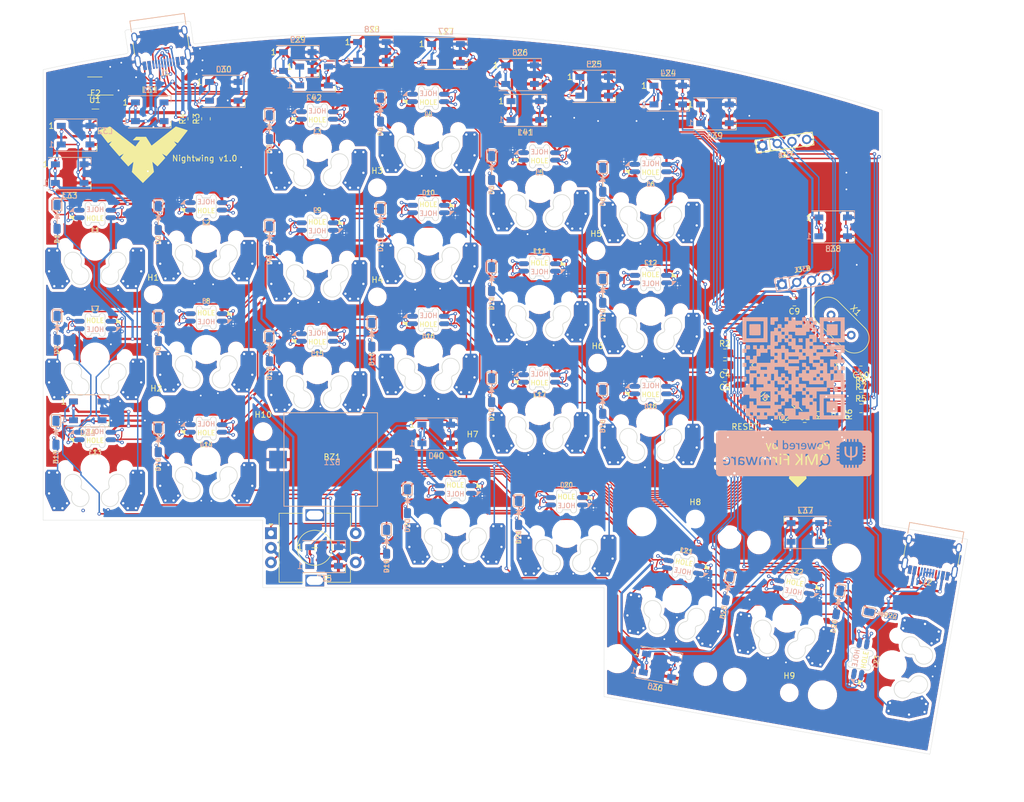
<source format=kicad_pcb>
(kicad_pcb (version 20171130) (host pcbnew 5.1.10)
  (layers (0 F.Cu signal) (31 B.Cu signal) (34 B.Paste user hide) (35 F.Paste user hide) (36 B.SilkS user) (37 F.SilkS user) (38 B.Mask user) (39 F.Mask user) (44 Edge.Cuts user))
  (net 0 "")
  (net 1 "Net-(J1-PadA5)")
  (net 2 "Net-(J1-PadB5)")
  (net 3 "Net-(D1-Pad2)")
  (net 4 "Net-(D2-Pad2)")
  (net 5 "Net-(D3-Pad2)")
  (net 6 "Net-(D4-Pad2)")
  (net 7 "Net-(D5-Pad2)")
  (net 8 "Net-(D6-Pad2)")
  (net 9 "Net-(D7-Pad2)")
  (net 10 "Net-(D8-Pad2)")
  (net 11 "Net-(D9-Pad2)")
  (net 12 "Net-(D10-Pad2)")
  (net 13 "Net-(D11-Pad2)")
  (net 14 "Net-(D12-Pad2)")
  (net 15 "Net-(D13-Pad2)")
  (net 16 "Net-(D14-Pad2)")
  (net 17 "Net-(D15-Pad2)")
  (net 18 "Net-(D16-Pad2)")
  (net 19 "Net-(D17-Pad2)")
  (net 20 "Net-(D18-Pad2)")
  (net 21 "Net-(D19-Pad2)")
  (net 22 "Net-(D20-Pad2)")
  (net 23 "Net-(D21-Pad2)")
  (net 24 "Net-(D22-Pad2)")
  (net 25 "Net-(D23-Pad2)")
  (net 26 "Net-(D24-Pad2)")
  (net 27 COL2)
  (net 28 COL3)
  (net 29 COL4)
  (net 30 COL5)
  (net 31 COL0)
  (net 32 COL1)
  (net 33 VCC)
  (net 34 D-)
  (net 35 D+)
  (net 36 GND)
  (net 37 BUZZER)
  (net 38 ROW0)
  (net 39 ROW1)
  (net 40 ROW2)
  (net 41 ROW3)
  (net 42 +5V)
  (net 43 SDA)
  (net 44 SCL)
  (net 45 "Net-(L1-Pad2)")
  (net 46 SK_LED)
  (net 47 "Net-(L2-Pad2)")
  (net 48 "Net-(L3-Pad2)")
  (net 49 "Net-(L4-Pad2)")
  (net 50 "Net-(L5-Pad2)")
  (net 51 "Net-(L12-Pad4)")
  (net 52 "Net-(L13-Pad4)")
  (net 53 "Net-(L7-Pad4)")
  (net 54 "Net-(L8-Pad4)")
  (net 55 "Net-(L10-Pad2)")
  (net 56 "Net-(L10-Pad4)")
  (net 57 "Net-(L11-Pad4)")
  (net 58 "Net-(L13-Pad2)")
  (net 59 "Net-(L14-Pad2)")
  (net 60 "Net-(L15-Pad2)")
  (net 61 "Net-(L16-Pad2)")
  (net 62 "Net-(L17-Pad2)")
  (net 63 "Net-(L18-Pad2)")
  (net 64 "Net-(L19-Pad2)")
  (net 65 "Net-(L19-Pad4)")
  (net 66 "Net-(L20-Pad4)")
  (net 67 "Net-(L21-Pad4)")
  (net 68 "Net-(L22-Pad4)")
  (net 69 "Net-(L24-Pad2)")
  (net 70 WS_LED)
  (net 71 "Net-(L25-Pad2)")
  (net 72 "Net-(L26-Pad2)")
  (net 73 "Net-(L27-Pad2)")
  (net 74 "Net-(L28-Pad2)")
  (net 75 "Net-(L29-Pad2)")
  (net 76 "Net-(L30-Pad2)")
  (net 77 "Net-(L31-Pad2)")
  (net 78 "Net-(L32-Pad2)")
  (net 79 "Net-(L33-Pad2)")
  (net 80 "Net-(L34-Pad2)")
  (net 81 "Net-(L35-Pad2)")
  (net 82 "Net-(L36-Pad2)")
  (net 83 "Net-(L37-Pad2)")
  (net 84 "Net-(L38-Pad2)")
  (net 85 "Net-(L39-Pad2)")
  (net 86 ROT_A)
  (net 87 ROT_B)
  (net 88 DN)
  (net 89 DP)
  (net 90 "Net-(L41-Pad2)")
  (net 91 "Net-(L42-Pad2)")
  (net 92 "Net-(L36-Pad4)")
  (net 93 "Net-(C10-Pad1)")
  (net 94 RX)
  (net 95 "Net-(R2-Pad2)")
  (net 96 RESET)
  (net 97 XTAL1)
  (net 98 XTAL2)
  (net 99 SPLIT_HAND_PIN)
  (net 100 PLUG_DETECT)
  (module private:tiny_nightwing (layer F.Cu) (at 36.691 38.442)
    (fp_text reference G*** hide)
    (fp_text value LOGO hide)
  )
  (module private:nightwing_qmk (layer B.Cu) (at 148.138 74.58 180)
    (fp_text reference Ref** hide)
    (fp_text value Val** hide)
  )
  (module DjinnFootprints:QMK_PoweredBy (layer B.Cu) (at 148.044 89.704 180)
    (fp_text reference G*** hide)
    (fp_text value LOGO hide)
  )
  (module reversible-kicad-footprints:ws2812_reversible (layer B.Cu) (at 134.533 31.605)
    (fp_text reference L39 (at 0 3.75) (layer B.SilkS) (effects (justify mirror)))
    (fp_text value WS2812B hide)
    (fp_text user 1 (at -4.15 1.6) (layer B.SilkS) (effects (justify mirror)))
    (fp_text user 1 (at -4.15 -1.6) (layer F.SilkS))
    (fp_text user %R (at 0 3.75) (layer F.SilkS))
    (pad 4 smd rect (at 2.45 1.6) (size 1.5 1) (layers B.Cu B.Paste B.Mask) (net 84 "Net-(L38-Pad2)"))
    (pad 1 smd rect (at -2.45 1.6) (size 1.5 1) (layers B.Cu B.Paste B.Mask) (net 42 +5V))
    (pad 3 smd rect (at 2.45 -1.6) (size 1.5 1) (layers B.Cu B.Paste B.Mask) (net 36 GND))
    (pad 2 smd rect (at -2.45 -1.6) (size 1.5 1) (layers B.Cu B.Paste B.Mask) (net 85 "Net-(L39-Pad2)"))
    (pad 3 smd rect (at 2.45 1.6) (size 1.5 1) (layers F.Cu F.Paste F.Mask) (net 36 GND))
    (pad 1 smd rect (at -2.45 -1.6) (size 1.5 1) (layers F.Cu F.Paste F.Mask) (net 42 +5V))
    (pad 2 smd rect (at -2.45 1.6) (size 1.5 1) (layers F.Cu F.Paste F.Mask) (net 85 "Net-(L39-Pad2)"))
    (pad 4 smd rect (at 2.45 -1.6) (size 1.5 1) (layers F.Cu F.Paste F.Mask) (net 84 "Net-(L38-Pad2)"))
  )
  (module Resistor_SMD:R_0805_2012Metric (layer F.Cu) (at 159.5 80)
    (fp_text reference R7 (at 0 -1.65) (layer F.SilkS))
    (fp_text value 22)
    (pad 2 smd roundrect (at 0.9125 0) (size 1.025 1.4) (layers F.Cu F.Paste F.Mask) (roundrect_rratio 0.2439004878048781) (net 89 DP))
    (pad 1 smd roundrect (at -0.9125 0) (size 1.025 1.4) (layers F.Cu F.Paste F.Mask) (roundrect_rratio 0.2439004878048781) (net 35 D+))
  )
  (module Resistor_SMD:R_0805_2012Metric (layer F.Cu) (at 159.5 75.5 180)
    (fp_text reference R8 (at 0 -1.65) (layer F.SilkS))
    (fp_text value 5.1k)
    (pad 2 smd roundrect (at 0.9125 0 180) (size 1.025 1.4) (layers F.Cu F.Paste F.Mask) (roundrect_rratio 0.2439004878048781) (net 100 PLUG_DETECT))
    (pad 1 smd roundrect (at -0.9125 0 180) (size 1.025 1.4) (layers F.Cu F.Paste F.Mask) (roundrect_rratio 0.2439004878048781) (net 42 +5V))
  )
  (module Resistor_SMD:R_0805_2012Metric (layer F.Cu) (at 155.82 83.05 270)
    (fp_text reference R6 (at 0 -1.65 90) (layer F.SilkS))
    (fp_text value 5.1k)
    (pad 2 smd roundrect (at 0.9125 0 270) (size 1.025 1.4) (layers F.Cu F.Paste F.Mask) (roundrect_rratio 0.2439004878048781) (net 36 GND))
    (pad 1 smd roundrect (at -0.9125 0 270) (size 1.025 1.4) (layers F.Cu F.Paste F.Mask) (roundrect_rratio 0.2439004878048781) (net 99 SPLIT_HAND_PIN))
  )
  (module Resistor_SMD:R_0805_2012Metric (layer F.Cu) (at 153.82 83.05 90)
    (fp_text reference R1 (at 0 -1.65 90) (layer F.SilkS))
    (fp_text value 5.1k)
    (pad 2 smd roundrect (at 0.9125 0 90) (size 1.025 1.4) (layers F.Cu F.Paste F.Mask) (roundrect_rratio 0.2439004878048781) (net 99 SPLIT_HAND_PIN))
    (pad 1 smd roundrect (at -0.9125 0 90) (size 1.025 1.4) (layers F.Cu F.Paste F.Mask) (roundrect_rratio 0.2439004878048781) (net 42 +5V))
  )
  (module MountingHole:MountingHole_2.2mm_M2_DIN965 (layer F.Cu) (at 57.28 85.98)
    (fp_text reference H10 (at 0 -2.9) (layer F.SilkS))
    (fp_text value MountingHole)
    (pad 1 np_thru_hole circle (at 0 0) (size 2.2 2.2) (drill 2.2) (layers *.Cu *.Mask))
  )
  (module MountingHole:MountingHole_2.2mm_M2_DIN965 (layer F.Cu) (at 147.25 130.66)
    (fp_text reference H9 (at 0 -2.9) (layer F.SilkS))
    (fp_text value MountingHole)
    (pad 1 np_thru_hole circle (at 0 0) (size 2.2 2.2) (drill 2.2) (layers *.Cu *.Mask))
  )
  (module MountingHole:MountingHole_2.2mm_M2_DIN965 (layer F.Cu) (at 131.17 100.94)
    (fp_text reference H8 (at 0 -2.9) (layer F.SilkS))
    (fp_text value MountingHole)
    (pad 1 np_thru_hole circle (at 0 0) (size 2.2 2.2) (drill 2.2) (layers *.Cu *.Mask))
  )
  (module MountingHole:MountingHole_2.2mm_M2_DIN965 (layer F.Cu) (at 93.09 89.35)
    (fp_text reference H7 (at 0 -2.9) (layer F.SilkS))
    (fp_text value MountingHole)
    (pad 1 np_thru_hole circle (at 0 0) (size 2.2 2.2) (drill 2.2) (layers *.Cu *.Mask))
  )
  (module MountingHole:MountingHole_2.2mm_M2_DIN965 (layer F.Cu) (at 114.46 74.24)
    (fp_text reference H6 (at 0 -2.9) (layer F.SilkS))
    (fp_text value MountingHole)
    (pad 1 np_thru_hole circle (at 0 0) (size 2.2 2.2) (drill 2.2) (layers *.Cu *.Mask))
  )
  (module MountingHole:MountingHole_2.2mm_M2_DIN965 (layer F.Cu) (at 114.22 55.03)
    (fp_text reference H5 (at 0 -2.9) (layer F.SilkS))
    (fp_text value MountingHole)
    (pad 1 np_thru_hole circle (at 0 0) (size 2.2 2.2) (drill 2.2) (layers *.Cu *.Mask))
  )
  (module MountingHole:MountingHole_2.2mm_M2_DIN965 (layer F.Cu) (at 76.8 62.91)
    (fp_text reference H4 (at 0 -2.9) (layer F.SilkS))
    (fp_text value MountingHole)
    (pad 1 np_thru_hole circle (at 0 0) (size 2.2 2.2) (drill 2.2) (layers *.Cu *.Mask))
  )
  (module MountingHole:MountingHole_2.2mm_M2_DIN965 (layer F.Cu) (at 76.78 44.25)
    (fp_text reference H3 (at 0 -2.9) (layer F.SilkS))
    (fp_text value MountingHole)
    (pad 1 np_thru_hole circle (at 0 0) (size 2.2 2.2) (drill 2.2) (layers *.Cu *.Mask))
  )
  (module MountingHole:MountingHole_2.2mm_M2_DIN965 (layer F.Cu) (at 38.99 81.49)
    (fp_text reference H2 (at 0 -2.9) (layer F.SilkS))
    (fp_text value MountingHole)
    (pad 1 np_thru_hole circle (at 0 0) (size 2.2 2.2) (drill 2.2) (layers *.Cu *.Mask))
  )
  (module MountingHole:MountingHole_2.2mm_M2_DIN965 (layer F.Cu) (at 38.46 62.53)
    (fp_text reference H1 (at 0 -2.9) (layer F.SilkS))
    (fp_text value MountingHole)
    (pad 1 np_thru_hole circle (at 0 0) (size 2.2 2.2) (drill 2.2) (layers *.Cu *.Mask))
  )
  (module reversible-kicad-footprints:USB_C_Receptacle_HRO_TYPE-C-31-M-12 (layer F.Cu) (at 171.789 106.172 170)
    (fp_text reference J2 (at 0 -5.645 350) (layer F.SilkS))
    (fp_text value USB_C_Receptacle_USB2.0)
    (fp_text user J1 (at 0 -5.645 170) (layer B.SilkS) (effects (justify mirror)))
    (pad B1 smd rect (at 3.25 -4.045 170) (size 0.6 1.45) (layers F.Cu F.Paste F.Mask) (net 36 GND))
    (pad A1 smd rect (at -3.25 -4.045 170) (size 0.6 1.45) (layers F.Cu F.Paste F.Mask) (net 36 GND))
    (pad A4 smd rect (at -2.45 -4.045 170) (size 0.6 1.45) (layers F.Cu F.Paste F.Mask) (net 42 +5V))
    (pad B4 smd rect (at 2.45 -4.045 170) (size 0.6 1.45) (layers F.Cu F.Paste F.Mask) (net 42 +5V))
    (pad A5 smd rect (at -1.25 -4.045 170) (size 0.3 1.45) (layers F.Cu F.Paste F.Mask) (net 36 GND))
    (pad B7 smd rect (at -0.75 -4.045 170) (size 0.3 1.45) (layers F.Cu F.Paste F.Mask) (net 94 RX))
    (pad A7 smd rect (at 0.25 -4.045 170) (size 0.3 1.45) (layers F.Cu F.Paste F.Mask) (net 94 RX))
    (pad B6 smd rect (at 0.75 -4.045 170) (size 0.3 1.45) (layers F.Cu F.Paste F.Mask) (net 94 RX))
    (pad B5 smd rect (at 1.75 -4.045 170) (size 0.3 1.45) (layers F.Cu F.Paste F.Mask) (net 36 GND))
    (pad A6 smd rect (at -0.25 -4.045 170) (size 0.3 1.45) (layers F.Cu F.Paste F.Mask) (net 94 RX))
    (pad S1 thru_hole oval (at 4.32 -3.13 170) (size 1 2.1) (drill oval 0.6 1.7) (layers *.Cu *.Mask) (net 36 GND))
    (pad S1 thru_hole oval (at -4.32 -3.13 170) (size 1 2.1) (drill oval 0.6 1.7) (layers *.Cu *.Mask) (net 36 GND))
    (pad "" np_thru_hole circle (at -2.89 -2.6 170) (size 0.65 0.65) (drill 0.65) (layers *.Cu *.Mask))
    (pad S1 thru_hole oval (at -4.32 1.05 170) (size 1 1.6) (drill oval 0.6 1.2) (layers *.Cu *.Mask) (net 36 GND))
    (pad "" np_thru_hole circle (at 2.89 -2.6 170) (size 0.65 0.65) (drill 0.65) (layers *.Cu *.Mask))
    (pad S1 thru_hole oval (at 4.32 1.05 170) (size 1 1.6) (drill oval 0.6 1.2) (layers *.Cu *.Mask) (net 36 GND))
    (pad B7 smd rect (at 0.75 -4.045 350) (size 0.3 1.45) (layers B.Cu B.Paste B.Mask) (net 94 RX))
    (pad A6 smd rect (at 0.25 -4.045 350) (size 0.3 1.45) (layers B.Cu B.Paste B.Mask) (net 94 RX))
    (pad B5 smd rect (at -1.75 -4.045 350) (size 0.3 1.45) (layers B.Cu B.Paste B.Mask) (net 36 GND))
    (pad A5 smd rect (at 1.25 -4.045 350) (size 0.3 1.45) (layers B.Cu B.Paste B.Mask) (net 36 GND))
    (pad B6 smd rect (at -0.75 -4.045 350) (size 0.3 1.45) (layers B.Cu B.Paste B.Mask) (net 94 RX))
    (pad A7 smd rect (at -0.25 -4.045 350) (size 0.3 1.45) (layers B.Cu B.Paste B.Mask) (net 94 RX))
    (pad B1 smd rect (at -3.25 -4.045 350) (size 0.6 1.45) (layers B.Cu B.Paste B.Mask) (net 36 GND))
    (pad A1 smd rect (at 3.25 -4.045 350) (size 0.6 1.45) (layers B.Cu B.Paste B.Mask) (net 36 GND))
    (pad B4 smd rect (at -2.45 -4.045 350) (size 0.6 1.45) (layers B.Cu B.Paste B.Mask) (net 42 +5V))
    (pad A4 smd rect (at 2.45 -4.045 350) (size 0.6 1.45) (layers B.Cu B.Paste B.Mask) (net 42 +5V))
  )
  (module reversible-kicad-footprints:SW_Push_1P1T_NO_6x6mm_H9.5mm (layer F.Cu) (at 139.623 89.198)
    (fp_text reference RESET (at 0 -4.05) (layer F.SilkS))
    (fp_text value SW_PUSH hide)
    (pad 2 smd rect (at 3.975 2.25) (size 1.55 1.3) (layers F.Cu F.Paste F.Mask) (net 36 GND))
    (pad 1 smd rect (at 3.975 -2.25) (size 1.55 1.3) (layers F.Cu F.Paste F.Mask) (net 96 RESET))
    (pad 1 smd rect (at -3.975 -2.25) (size 1.55 1.3) (layers F.Cu F.Paste F.Mask) (net 96 RESET))
    (pad 2 smd rect (at -3.975 2.25) (size 1.55 1.3) (layers F.Cu F.Paste F.Mask) (net 36 GND))
    (pad 2 smd rect (at 3.975 2.25) (size 1.55 1.3) (layers B.Cu B.Paste B.Mask) (net 36 GND))
    (pad 2 smd rect (at -3.975 2.25) (size 1.55 1.3) (layers B.Cu B.Paste B.Mask) (net 36 GND))
    (pad 1 smd rect (at 3.975 -2.25) (size 1.55 1.3) (layers B.Cu B.Paste B.Mask) (net 96 RESET))
    (pad 1 smd rect (at -3.975 -2.25) (size 1.55 1.3) (layers B.Cu B.Paste B.Mask) (net 96 RESET))
  )
  (module reversible-kicad-footprints:OLED-SSD1306-128x64 (layer F.Cu) (at 148.12 48.394 8)
    (fp_text reference J3)
    (fp_text value OLED)
    (fp_text user "%R F" (at 0 -9.9 8) (layer F.SilkS) (effects (font (size 0.8128 0.8128) (thickness 0.1524))))
    (fp_text user "%R B" (at 0 9.9 8) (layer F.SilkS) (effects (font (size 0.8128 0.8128) (thickness 0.1524))))
    (fp_text user "%R B" (at 0 -9.9 8) (layer B.SilkS) (effects (font (size 0.8128 0.8128) (thickness 0.1524)) (justify mirror)))
    (fp_text user "%R F" (at 0 9.9 8) (layer B.SilkS) (effects (font (size 0.8128 0.8128) (thickness 0.1524)) (justify mirror)))
    (pad 1 thru_hole rect (at -3.81 -12 8) (size 1.6 1.6) (drill 1) (layers *.Cu *.Mask) (net 36 GND))
    (pad 3 thru_hole circle (at 1.27 -12 8) (size 1.6 1.6) (drill 1) (layers *.Cu *.Mask) (net 44 SCL))
    (pad 4 thru_hole circle (at 3.81 -12 8) (size 1.6 1.6) (drill 1) (layers *.Cu *.Mask) (net 43 SDA))
    (pad 2 thru_hole circle (at -1.27 -12 8) (size 1.6 1.6) (drill 1) (layers *.Cu *.Mask) (net 42 +5V))
    (pad 1 thru_hole rect (at -3.81 12 188) (size 1.6 1.6) (drill 1) (layers *.Cu *.Mask) (net 36 GND))
    (pad 2 thru_hole circle (at -1.27 12 188) (size 1.6 1.6) (drill 1) (layers *.Cu *.Mask) (net 42 +5V))
    (pad 3 thru_hole circle (at 1.27 12 188) (size 1.6 1.6) (drill 1) (layers *.Cu *.Mask) (net 44 SCL))
    (pad 4 thru_hole circle (at 3.81 12 188) (size 1.6 1.6) (drill 1) (layers *.Cu *.Mask) (net 43 SDA))
  )
  (module Package_QFP:TQFP-44_10x10mm_P0.8mm (layer F.Cu) (at 148.138 74.58 135)
    (fp_text reference U3 (at 0 -7.45 135) (layer F.SilkS))
    (fp_text value ATmega32U4-AU)
    (pad 1 smd rect (at -5.7 -4 135) (size 1.5 0.55) (layers F.Cu F.Paste F.Mask))
    (pad 2 smd rect (at -5.7 -3.2 135) (size 1.5 0.55) (layers F.Cu F.Paste F.Mask) (net 42 +5V))
    (pad 3 smd rect (at -5.7 -2.4 135) (size 1.5 0.55) (layers F.Cu F.Paste F.Mask) (net 34 D-))
    (pad 4 smd rect (at -5.7 -1.6 135) (size 1.5 0.55) (layers F.Cu F.Paste F.Mask) (net 35 D+))
    (pad 5 smd rect (at -5.7 -0.8 135) (size 1.5 0.55) (layers F.Cu F.Paste F.Mask) (net 36 GND))
    (pad 6 smd rect (at -5.7 0 135) (size 1.5 0.55) (layers F.Cu F.Paste F.Mask) (net 93 "Net-(C10-Pad1)"))
    (pad 7 smd rect (at -5.7 0.8 135) (size 1.5 0.55) (layers F.Cu F.Paste F.Mask) (net 42 +5V))
    (pad 8 smd rect (at -5.7 1.6 135) (size 1.5 0.55) (layers F.Cu F.Paste F.Mask) (net 99 SPLIT_HAND_PIN))
    (pad 9 smd rect (at -5.7 2.4 135) (size 1.5 0.55) (layers F.Cu F.Paste F.Mask) (net 100 PLUG_DETECT))
    (pad 10 smd rect (at -5.7 3.2 135) (size 1.5 0.55) (layers F.Cu F.Paste F.Mask))
    (pad 11 smd rect (at -5.7 4 135) (size 1.5 0.55) (layers F.Cu F.Paste F.Mask))
    (pad 12 smd rect (at -4 5.7 225) (size 1.5 0.55) (layers F.Cu F.Paste F.Mask))
    (pad 13 smd rect (at -3.2 5.7 225) (size 1.5 0.55) (layers F.Cu F.Paste F.Mask) (net 96 RESET))
    (pad 14 smd rect (at -2.4 5.7 225) (size 1.5 0.55) (layers F.Cu F.Paste F.Mask) (net 42 +5V))
    (pad 15 smd rect (at -1.6 5.7 225) (size 1.5 0.55) (layers F.Cu F.Paste F.Mask) (net 36 GND))
    (pad 16 smd rect (at -0.8 5.7 225) (size 1.5 0.55) (layers F.Cu F.Paste F.Mask) (net 98 XTAL2))
    (pad 17 smd rect (at 0 5.7 225) (size 1.5 0.55) (layers F.Cu F.Paste F.Mask) (net 97 XTAL1))
    (pad 18 smd rect (at 0.8 5.7 225) (size 1.5 0.55) (layers F.Cu F.Paste F.Mask) (net 44 SCL))
    (pad 19 smd rect (at 1.6 5.7 225) (size 1.5 0.55) (layers F.Cu F.Paste F.Mask) (net 43 SDA))
    (pad 20 smd rect (at 2.4 5.7 225) (size 1.5 0.55) (layers F.Cu F.Paste F.Mask) (net 94 RX))
    (pad 21 smd rect (at 3.2 5.7 225) (size 1.5 0.55) (layers F.Cu F.Paste F.Mask))
    (pad 22 smd rect (at 4 5.7 225) (size 1.5 0.55) (layers F.Cu F.Paste F.Mask) (net 70 WS_LED))
    (pad 23 smd rect (at 5.7 4 135) (size 1.5 0.55) (layers F.Cu F.Paste F.Mask) (net 36 GND))
    (pad 24 smd rect (at 5.7 3.2 135) (size 1.5 0.55) (layers F.Cu F.Paste F.Mask) (net 42 +5V))
    (pad 25 smd rect (at 5.7 2.4 135) (size 1.5 0.55) (layers F.Cu F.Paste F.Mask) (net 46 SK_LED))
    (pad 26 smd rect (at 5.7 1.6 135) (size 1.5 0.55) (layers F.Cu F.Paste F.Mask) (net 38 ROW0))
    (pad 27 smd rect (at 5.7 0.8 135) (size 1.5 0.55) (layers F.Cu F.Paste F.Mask) (net 39 ROW1))
    (pad 28 smd rect (at 5.7 0 135) (size 1.5 0.55) (layers F.Cu F.Paste F.Mask) (net 40 ROW2))
    (pad 29 smd rect (at 5.7 -0.8 135) (size 1.5 0.55) (layers F.Cu F.Paste F.Mask) (net 30 COL5))
    (pad 30 smd rect (at 5.7 -1.6 135) (size 1.5 0.55) (layers F.Cu F.Paste F.Mask) (net 29 COL4))
    (pad 31 smd rect (at 5.7 -2.4 135) (size 1.5 0.55) (layers F.Cu F.Paste F.Mask) (net 28 COL3))
    (pad 32 smd rect (at 5.7 -3.2 135) (size 1.5 0.55) (layers F.Cu F.Paste F.Mask) (net 27 COL2))
    (pad 33 smd rect (at 5.7 -4 135) (size 1.5 0.55) (layers F.Cu F.Paste F.Mask) (net 95 "Net-(R2-Pad2)"))
    (pad 34 smd rect (at 4 -5.7 225) (size 1.5 0.55) (layers F.Cu F.Paste F.Mask) (net 42 +5V))
    (pad 35 smd rect (at 3.2 -5.7 225) (size 1.5 0.55) (layers F.Cu F.Paste F.Mask) (net 36 GND))
    (pad 36 smd rect (at 2.4 -5.7 225) (size 1.5 0.55) (layers F.Cu F.Paste F.Mask) (net 37 BUZZER))
    (pad 37 smd rect (at 1.6 -5.7 225) (size 1.5 0.55) (layers F.Cu F.Paste F.Mask) (net 32 COL1))
    (pad 38 smd rect (at 0.8 -5.7 225) (size 1.5 0.55) (layers F.Cu F.Paste F.Mask) (net 31 COL0))
    (pad 39 smd rect (at 0 -5.7 225) (size 1.5 0.55) (layers F.Cu F.Paste F.Mask) (net 86 ROT_A))
    (pad 40 smd rect (at -0.8 -5.7 225) (size 1.5 0.55) (layers F.Cu F.Paste F.Mask) (net 87 ROT_B))
    (pad 41 smd rect (at -1.6 -5.7 225) (size 1.5 0.55) (layers F.Cu F.Paste F.Mask) (net 41 ROW3))
    (pad 42 smd rect (at -2.4 -5.7 225) (size 1.5 0.55) (layers F.Cu F.Paste F.Mask))
    (pad 43 smd rect (at -3.2 -5.7 225) (size 1.5 0.55) (layers F.Cu F.Paste F.Mask) (net 36 GND))
    (pad 44 smd rect (at -4 -5.7 225) (size 1.5 0.55) (layers F.Cu F.Paste F.Mask) (net 42 +5V))
  )
  (module Resistor_SMD:R_0805_2012Metric (layer F.Cu) (at 136.23 72.58)
    (fp_text reference R2 (at 0 -1.65) (layer F.SilkS))
    (fp_text value 10k hide)
    (pad 1 smd roundrect (at -0.9125 0) (size 1.025 1.4) (layers F.Cu F.Paste F.Mask) (roundrect_rratio 0.2439004878048781) (net 36 GND))
    (pad 2 smd roundrect (at 0.9125 0) (size 1.025 1.4) (layers F.Cu F.Paste F.Mask) (roundrect_rratio 0.2439004878048781) (net 95 "Net-(R2-Pad2)"))
  )
  (module reversible-kicad-footprints:ws2812_reversible (layer B.Cu) (at 65.976 25.121)
    (fp_text reference L42 (at 0 3.75) (layer B.SilkS) (effects (justify mirror)))
    (fp_text value WS2812B hide)
    (fp_text user 1 (at -4.15 1.6) (layer B.SilkS) (effects (justify mirror)))
    (fp_text user 1 (at -4.15 -1.6) (layer F.SilkS))
    (fp_text user %R (at 0 3.75) (layer F.SilkS))
    (pad 4 smd rect (at 2.45 1.6) (size 1.5 1) (layers B.Cu B.Paste B.Mask) (net 90 "Net-(L41-Pad2)"))
    (pad 1 smd rect (at -2.45 1.6) (size 1.5 1) (layers B.Cu B.Paste B.Mask) (net 42 +5V))
    (pad 3 smd rect (at 2.45 -1.6) (size 1.5 1) (layers B.Cu B.Paste B.Mask) (net 36 GND))
    (pad 2 smd rect (at -2.45 -1.6) (size 1.5 1) (layers B.Cu B.Paste B.Mask) (net 91 "Net-(L42-Pad2)"))
    (pad 3 smd rect (at 2.45 1.6) (size 1.5 1) (layers F.Cu F.Paste F.Mask) (net 36 GND))
    (pad 1 smd rect (at -2.45 -1.6) (size 1.5 1) (layers F.Cu F.Paste F.Mask) (net 42 +5V))
    (pad 2 smd rect (at -2.45 1.6) (size 1.5 1) (layers F.Cu F.Paste F.Mask) (net 91 "Net-(L42-Pad2)"))
    (pad 4 smd rect (at 2.45 -1.6) (size 1.5 1) (layers F.Cu F.Paste F.Mask) (net 90 "Net-(L41-Pad2)"))
  )
  (module reversible-kicad-footprints:ws2812_reversible (layer B.Cu) (at 102.121 31.033)
    (fp_text reference L41 (at 0 3.75) (layer B.SilkS) (effects (justify mirror)))
    (fp_text value WS2812B hide)
    (fp_text user 1 (at -4.15 1.6) (layer B.SilkS) (effects (justify mirror)))
    (fp_text user 1 (at -4.15 -1.6) (layer F.SilkS))
    (fp_text user %R (at 0 3.75) (layer F.SilkS))
    (pad 4 smd rect (at 2.45 1.6) (size 1.5 1) (layers B.Cu B.Paste B.Mask) (net 85 "Net-(L39-Pad2)"))
    (pad 1 smd rect (at -2.45 1.6) (size 1.5 1) (layers B.Cu B.Paste B.Mask) (net 42 +5V))
    (pad 3 smd rect (at 2.45 -1.6) (size 1.5 1) (layers B.Cu B.Paste B.Mask) (net 36 GND))
    (pad 2 smd rect (at -2.45 -1.6) (size 1.5 1) (layers B.Cu B.Paste B.Mask) (net 90 "Net-(L41-Pad2)"))
    (pad 3 smd rect (at 2.45 1.6) (size 1.5 1) (layers F.Cu F.Paste F.Mask) (net 36 GND))
    (pad 1 smd rect (at -2.45 -1.6) (size 1.5 1) (layers F.Cu F.Paste F.Mask) (net 42 +5V))
    (pad 2 smd rect (at -2.45 1.6) (size 1.5 1) (layers F.Cu F.Paste F.Mask) (net 90 "Net-(L41-Pad2)"))
    (pad 4 smd rect (at 2.45 -1.6) (size 1.5 1) (layers F.Cu F.Paste F.Mask) (net 85 "Net-(L39-Pad2)"))
  )
  (module reversible-kicad-footprints:ws2812_reversible (layer B.Cu) (at 86.874 86.388)
    (fp_text reference L40 (at 0 3.75) (layer B.SilkS) (effects (justify mirror)))
    (fp_text value WS2812B hide)
    (fp_text user 1 (at -4.15 1.6) (layer B.SilkS) (effects (justify mirror)))
    (fp_text user 1 (at -4.15 -1.6) (layer F.SilkS))
    (fp_text user %R (at 0 3.75) (layer F.SilkS))
    (pad 4 smd rect (at 2.45 1.6) (size 1.5 1) (layers B.Cu B.Paste B.Mask) (net 81 "Net-(L35-Pad2)"))
    (pad 1 smd rect (at -2.45 1.6) (size 1.5 1) (layers B.Cu B.Paste B.Mask) (net 42 +5V))
    (pad 3 smd rect (at 2.45 -1.6) (size 1.5 1) (layers B.Cu B.Paste B.Mask) (net 36 GND))
    (pad 2 smd rect (at -2.45 -1.6) (size 1.5 1) (layers B.Cu B.Paste B.Mask) (net 92 "Net-(L36-Pad4)"))
    (pad 3 smd rect (at 2.45 1.6) (size 1.5 1) (layers F.Cu F.Paste F.Mask) (net 36 GND))
    (pad 1 smd rect (at -2.45 -1.6) (size 1.5 1) (layers F.Cu F.Paste F.Mask) (net 42 +5V))
    (pad 2 smd rect (at -2.45 1.6) (size 1.5 1) (layers F.Cu F.Paste F.Mask) (net 92 "Net-(L36-Pad4)"))
    (pad 4 smd rect (at 2.45 -1.6) (size 1.5 1) (layers F.Cu F.Paste F.Mask) (net 81 "Net-(L35-Pad2)"))
  )
  (module Capacitor_SMD:C_0805_2012Metric (layer F.Cu) (at 159.5 78)
    (fp_text reference C10 (at 0 -1.68) (layer F.SilkS))
    (fp_text value 1u hide)
    (pad 1 smd roundrect (at -0.95 0) (size 1 1.45) (layers F.Cu F.Paste F.Mask) (net 93 "Net-(C10-Pad1)"))
    (pad 2 smd roundrect (at 0.95 0) (size 1 1.45) (layers F.Cu F.Paste F.Mask) (net 36 GND))
  )
  (module Capacitor_SMD:C_0805_2012Metric (layer F.Cu) (at 148.12 63.73 180)
    (fp_text reference C9 (at 0 -1.68) (layer F.SilkS))
    (fp_text value 0.1uf hide)
    (pad 1 smd roundrect (at -0.95 0 180) (size 1 1.45) (layers F.Cu F.Paste F.Mask) (net 42 +5V))
    (pad 2 smd roundrect (at 0.95 0 180) (size 1 1.45) (layers F.Cu F.Paste F.Mask) (net 36 GND))
  )
  (module Capacitor_SMD:C_0805_2012Metric (layer F.Cu) (at 136.23 76.71 180)
    (fp_text reference C5 (at 0 -1.68) (layer F.SilkS))
    (fp_text value 0.1uf hide)
    (pad 1 smd roundrect (at -0.95 0 180) (size 1 1.45) (layers F.Cu F.Paste F.Mask) (net 42 +5V))
    (pad 2 smd roundrect (at 0.95 0 180) (size 1 1.45) (layers F.Cu F.Paste F.Mask) (net 36 GND))
  )
  (module Capacitor_SMD:C_0805_2012Metric (layer F.Cu) (at 136.23 74.61 180)
    (fp_text reference C4 (at 0 -1.68) (layer F.SilkS))
    (fp_text value 0.1uf hide)
    (pad 1 smd roundrect (at -0.95 0 180) (size 1 1.45) (layers F.Cu F.Paste F.Mask) (net 42 +5V))
    (pad 2 smd roundrect (at 0.95 0 180) (size 1 1.45) (layers F.Cu F.Paste F.Mask) (net 36 GND))
  )
  (module Capacitor_SMD:C_0805_2012Metric (layer F.Cu) (at 146.384 85.153 180)
    (fp_text reference C2 (at 0.026 1.575) (layer F.SilkS))
    (fp_text value 0.1uf hide)
    (pad 1 smd roundrect (at -0.95 0 180) (size 1 1.45) (layers F.Cu F.Paste F.Mask) (net 42 +5V))
    (pad 2 smd roundrect (at 0.95 0 180) (size 1 1.45) (layers F.Cu F.Paste F.Mask) (net 36 GND))
  )
  (module Capacitor_SMD:C_0805_2012Metric (layer F.Cu) (at 149.886 85.153)
    (fp_text reference C1 (at 0 -1.68) (layer F.SilkS))
    (fp_text value 0.1uf hide)
    (pad 1 smd roundrect (at -0.95 0) (size 1 1.45) (layers F.Cu F.Paste F.Mask) (net 42 +5V))
    (pad 2 smd roundrect (at 0.95 0) (size 1 1.45) (layers F.Cu F.Paste F.Mask) (net 36 GND))
  )
  (module reversible-kicad-footprints:ws2812_reversible (layer B.Cu) (at 67.694324 107.361721)
    (fp_text reference L35 (at 0 3.75) (layer B.SilkS) (effects (justify mirror)))
    (fp_text value WS2812B hide)
    (fp_text user 1 (at -4.15 1.6) (layer B.SilkS) (effects (justify mirror)))
    (fp_text user 1 (at -4.15 -1.6) (layer F.SilkS))
    (fp_text user %R (at 0 3.75) (layer F.SilkS))
    (pad 4 smd rect (at 2.45 1.6) (size 1.5 1) (layers B.Cu B.Paste B.Mask) (net 80 "Net-(L34-Pad2)"))
    (pad 1 smd rect (at -2.45 1.6) (size 1.5 1) (layers B.Cu B.Paste B.Mask) (net 42 +5V))
    (pad 3 smd rect (at 2.45 -1.6) (size 1.5 1) (layers B.Cu B.Paste B.Mask) (net 36 GND))
    (pad 2 smd rect (at -2.45 -1.6) (size 1.5 1) (layers B.Cu B.Paste B.Mask) (net 81 "Net-(L35-Pad2)"))
    (pad 3 smd rect (at 2.45 1.6) (size 1.5 1) (layers F.Cu F.Paste F.Mask) (net 36 GND))
    (pad 1 smd rect (at -2.45 -1.6) (size 1.5 1) (layers F.Cu F.Paste F.Mask) (net 42 +5V))
    (pad 2 smd rect (at -2.45 1.6) (size 1.5 1) (layers F.Cu F.Paste F.Mask) (net 81 "Net-(L35-Pad2)"))
    (pad 4 smd rect (at 2.45 -1.6) (size 1.5 1) (layers F.Cu F.Paste F.Mask) (net 80 "Net-(L34-Pad2)"))
  )
  (module reversible-kicad-footprints:ws2812_reversible (layer F.Cu) (at 63.205 22.652641)
    (fp_text reference L29 (at 0 -3.75) (layer F.SilkS))
    (fp_text value WS2812B hide)
    (fp_text user 1 (at -4.15 -1.6) (layer F.SilkS))
    (fp_text user 1 (at -4.15 1.6) (layer B.SilkS) (effects (justify mirror)))
    (fp_text user %R (at 0 -3.75) (layer B.SilkS) (effects (justify mirror)))
    (pad 4 smd rect (at 2.45 -1.6) (size 1.5 1) (layers F.Cu F.Paste F.Mask) (net 74 "Net-(L28-Pad2)"))
    (pad 1 smd rect (at -2.45 -1.6) (size 1.5 1) (layers F.Cu F.Paste F.Mask) (net 42 +5V))
    (pad 3 smd rect (at 2.45 1.6) (size 1.5 1) (layers F.Cu F.Paste F.Mask) (net 36 GND))
    (pad 2 smd rect (at -2.45 1.6) (size 1.5 1) (layers F.Cu F.Paste F.Mask) (net 75 "Net-(L29-Pad2)"))
    (pad 3 smd rect (at 2.45 -1.6) (size 1.5 1) (layers B.Cu B.Paste B.Mask) (net 36 GND))
    (pad 1 smd rect (at -2.45 1.6) (size 1.5 1) (layers B.Cu B.Paste B.Mask) (net 42 +5V))
    (pad 2 smd rect (at -2.45 -1.6) (size 1.5 1) (layers B.Cu B.Paste B.Mask) (net 75 "Net-(L29-Pad2)"))
    (pad 4 smd rect (at 2.45 1.6) (size 1.5 1) (layers B.Cu B.Paste B.Mask) (net 74 "Net-(L28-Pad2)"))
  )
  (module reversible-kicad-footprints:ws2812_reversible (layer F.Cu) (at 50.545 27.752641)
    (fp_text reference L30 (at 0 -3.75) (layer F.SilkS))
    (fp_text value WS2812B hide)
    (fp_text user 1 (at -4.15 -1.6) (layer F.SilkS))
    (fp_text user 1 (at -4.15 1.6) (layer B.SilkS) (effects (justify mirror)))
    (fp_text user %R (at 0 -3.75) (layer B.SilkS) (effects (justify mirror)))
    (pad 4 smd rect (at 2.45 -1.6) (size 1.5 1) (layers F.Cu F.Paste F.Mask) (net 75 "Net-(L29-Pad2)"))
    (pad 1 smd rect (at -2.45 -1.6) (size 1.5 1) (layers F.Cu F.Paste F.Mask) (net 42 +5V))
    (pad 3 smd rect (at 2.45 1.6) (size 1.5 1) (layers F.Cu F.Paste F.Mask) (net 36 GND))
    (pad 2 smd rect (at -2.45 1.6) (size 1.5 1) (layers F.Cu F.Paste F.Mask) (net 76 "Net-(L30-Pad2)"))
    (pad 3 smd rect (at 2.45 -1.6) (size 1.5 1) (layers B.Cu B.Paste B.Mask) (net 36 GND))
    (pad 1 smd rect (at -2.45 1.6) (size 1.5 1) (layers B.Cu B.Paste B.Mask) (net 42 +5V))
    (pad 2 smd rect (at -2.45 -1.6) (size 1.5 1) (layers B.Cu B.Paste B.Mask) (net 76 "Net-(L30-Pad2)"))
    (pad 4 smd rect (at 2.45 1.6) (size 1.5 1) (layers B.Cu B.Paste B.Mask) (net 75 "Net-(L29-Pad2)"))
  )
  (module private:icon_nightwing (layer F.Cu) (at 148.675 91.507)
    (fp_text reference G*** hide)
    (fp_text value LOGO hide)
  )
  (module reversible-kicad-footprints:USB_C_Receptacle_HRO_TYPE-C-31-M-12 (layer F.Cu) (at 39.683 18.942 188)
    (fp_text reference J1 (at 0 -5.645 8) (layer F.SilkS))
    (fp_text value USB_C_Receptacle_USB2.0 hide)
    (fp_text user J1 (at 0 -5.645 188) (layer B.SilkS) (effects (justify mirror)))
    (pad B1 smd rect (at 3.25 -4.045 188) (size 0.6 1.45) (layers F.Cu F.Paste F.Mask) (net 36 GND))
    (pad A1 smd rect (at -3.25 -4.045 188) (size 0.6 1.45) (layers F.Cu F.Paste F.Mask) (net 36 GND))
    (pad A4 smd rect (at -2.45 -4.045 188) (size 0.6 1.45) (layers F.Cu F.Paste F.Mask) (net 33 VCC))
    (pad B4 smd rect (at 2.45 -4.045 188) (size 0.6 1.45) (layers F.Cu F.Paste F.Mask) (net 33 VCC))
    (pad A5 smd rect (at -1.25 -4.045 188) (size 0.3 1.45) (layers F.Cu F.Paste F.Mask) (net 1 "Net-(J1-PadA5)"))
    (pad B7 smd rect (at -0.75 -4.045 188) (size 0.3 1.45) (layers F.Cu F.Paste F.Mask) (net 88 DN))
    (pad A7 smd rect (at 0.25 -4.045 188) (size 0.3 1.45) (layers F.Cu F.Paste F.Mask) (net 88 DN))
    (pad B6 smd rect (at 0.75 -4.045 188) (size 0.3 1.45) (layers F.Cu F.Paste F.Mask) (net 89 DP))
    (pad B5 smd rect (at 1.75 -4.045 188) (size 0.3 1.45) (layers F.Cu F.Paste F.Mask) (net 2 "Net-(J1-PadB5)"))
    (pad A6 smd rect (at -0.25 -4.045 188) (size 0.3 1.45) (layers F.Cu F.Paste F.Mask) (net 89 DP))
    (pad S1 thru_hole oval (at 4.32 -3.13 188) (size 1 2.1) (drill oval 0.6 1.7) (layers *.Cu *.Mask) (net 36 GND))
    (pad S1 thru_hole oval (at -4.32 -3.13 188) (size 1 2.1) (drill oval 0.6 1.7) (layers *.Cu *.Mask) (net 36 GND))
    (pad "" np_thru_hole circle (at -2.89 -2.6 188) (size 0.65 0.65) (drill 0.65) (layers *.Cu *.Mask))
    (pad S1 thru_hole oval (at -4.32 1.05 188) (size 1 1.6) (drill oval 0.6 1.2) (layers *.Cu *.Mask) (net 36 GND))
    (pad "" np_thru_hole circle (at 2.89 -2.6 188) (size 0.65 0.65) (drill 0.65) (layers *.Cu *.Mask))
    (pad S1 thru_hole oval (at 4.32 1.05 188) (size 1 1.6) (drill oval 0.6 1.2) (layers *.Cu *.Mask) (net 36 GND))
    (pad B7 smd rect (at 0.75 -4.045 8) (size 0.3 1.45) (layers B.Cu B.Paste B.Mask) (net 88 DN))
    (pad A6 smd rect (at 0.25 -4.045 8) (size 0.3 1.45) (layers B.Cu B.Paste B.Mask) (net 89 DP))
    (pad B5 smd rect (at -1.75 -4.045 8) (size 0.3 1.45) (layers B.Cu B.Paste B.Mask) (net 2 "Net-(J1-PadB5)"))
    (pad A5 smd rect (at 1.25 -4.045 8) (size 0.3 1.45) (layers B.Cu B.Paste B.Mask) (net 1 "Net-(J1-PadA5)"))
    (pad B6 smd rect (at -0.75 -4.045 8) (size 0.3 1.45) (layers B.Cu B.Paste B.Mask) (net 89 DP))
    (pad B8 smd rect (at 1.75 -4.045 8) (size 0.3 1.45) (layers B.Cu B.Paste B.Mask))
    (pad A8 smd rect (at -1.25 -4.045 8) (size 0.3 1.45) (layers B.Cu B.Paste B.Mask))
    (pad A7 smd rect (at -0.25 -4.045 8) (size 0.3 1.45) (layers B.Cu B.Paste B.Mask) (net 88 DN))
    (pad B1 smd rect (at -3.25 -4.045 8) (size 0.6 1.45) (layers B.Cu B.Paste B.Mask) (net 36 GND))
    (pad A1 smd rect (at 3.25 -4.045 8) (size 0.6 1.45) (layers B.Cu B.Paste B.Mask) (net 36 GND))
    (pad B4 smd rect (at -2.45 -4.045 8) (size 0.6 1.45) (layers B.Cu B.Paste B.Mask) (net 33 VCC))
    (pad A4 smd rect (at 2.45 -4.045 8) (size 0.6 1.45) (layers B.Cu B.Paste B.Mask) (net 33 VCC))
    (pad B8 smd rect (at -1.75 -4.045 8) (size 0.3 1.45) (layers F.Cu F.Paste F.Mask))
    (pad A8 smd rect (at 1.25 -4.045 8) (size 0.3 1.45) (layers F.Cu F.Paste F.Mask))
  )
  (module keebio_parts:RotaryEncoder_EC11 (layer F.Cu) (at 66.11 105.864)
    (fp_text reference SW19 hide)
    (fp_text value Rotary_Encoder)
    (pad S1 thru_hole circle (at 7 2.5) (size 2 2) (drill 1) (layers *.Cu *.Mask) (net 21 "Net-(D19-Pad2)"))
    (pad S2 thru_hole circle (at 7 -2.5) (size 2 2) (drill 1) (layers *.Cu *.Mask) (net 31 COL0))
    (pad "" np_thru_hole rect (at 0 5.6) (size 3.2 2) (drill oval 2.8 1.5) (layers *.Cu *.Mask))
    (pad "" np_thru_hole rect (at 0 -5.6) (size 3.2 2) (drill oval 2.8 1.5) (layers *.Cu *.Mask))
    (pad B thru_hole circle (at -7.5 2.5) (size 2 2) (drill 1) (layers *.Cu *.Mask) (net 87 ROT_B))
    (pad C thru_hole circle (at -7.5 0) (size 2 2) (drill 1) (layers *.Cu *.Mask) (net 36 GND))
    (pad A thru_hole rect (at -7.5 -2.5) (size 2 2) (drill 1) (layers *.Cu *.Mask) (net 86 ROT_A))
  )
  (module reversible-kicad-footprints:ws2812_reversible (layer B.Cu) (at 154.75 50.954)
    (fp_text reference L38 (at 0 3.75) (layer B.SilkS) (effects (justify mirror)))
    (fp_text value WS2812B hide)
    (fp_text user 1 (at -4.15 1.6) (layer B.SilkS) (effects (justify mirror)))
    (fp_text user 1 (at -4.15 -1.6) (layer F.SilkS))
    (fp_text user %R (at 0 3.75) (layer F.SilkS))
    (pad 4 smd rect (at 2.45 1.6) (size 1.5 1) (layers B.Cu B.Paste B.Mask) (net 83 "Net-(L37-Pad2)"))
    (pad 1 smd rect (at -2.45 1.6) (size 1.5 1) (layers B.Cu B.Paste B.Mask) (net 42 +5V))
    (pad 3 smd rect (at 2.45 -1.6) (size 1.5 1) (layers B.Cu B.Paste B.Mask) (net 36 GND))
    (pad 2 smd rect (at -2.45 -1.6) (size 1.5 1) (layers B.Cu B.Paste B.Mask) (net 84 "Net-(L38-Pad2)"))
    (pad 3 smd rect (at 2.45 1.6) (size 1.5 1) (layers F.Cu F.Paste F.Mask) (net 36 GND))
    (pad 1 smd rect (at -2.45 -1.6) (size 1.5 1) (layers F.Cu F.Paste F.Mask) (net 42 +5V))
    (pad 2 smd rect (at -2.45 1.6) (size 1.5 1) (layers F.Cu F.Paste F.Mask) (net 84 "Net-(L38-Pad2)"))
    (pad 4 smd rect (at 2.45 -1.6) (size 1.5 1) (layers F.Cu F.Paste F.Mask) (net 83 "Net-(L37-Pad2)"))
  )
  (module reversible-kicad-footprints:ws2812_reversible (layer B.Cu) (at 150.006 103.228 180)
    (fp_text reference L37 (at 0 3.75) (layer B.SilkS) (effects (justify mirror)))
    (fp_text value WS2812B hide)
    (fp_text user 1 (at -4.15 1.6) (layer B.SilkS) (effects (justify mirror)))
    (fp_text user 1 (at -4.15 -1.6) (layer F.SilkS))
    (fp_text user %R (at 0 3.75) (layer F.SilkS))
    (pad 4 smd rect (at 2.45 1.6 180) (size 1.5 1) (layers B.Cu B.Paste B.Mask) (net 82 "Net-(L36-Pad2)"))
    (pad 1 smd rect (at -2.45 1.6 180) (size 1.5 1) (layers B.Cu B.Paste B.Mask) (net 42 +5V))
    (pad 3 smd rect (at 2.45 -1.6 180) (size 1.5 1) (layers B.Cu B.Paste B.Mask) (net 36 GND))
    (pad 2 smd rect (at -2.45 -1.6 180) (size 1.5 1) (layers B.Cu B.Paste B.Mask) (net 83 "Net-(L37-Pad2)"))
    (pad 3 smd rect (at 2.45 1.6 180) (size 1.5 1) (layers F.Cu F.Paste F.Mask) (net 36 GND))
    (pad 1 smd rect (at -2.45 -1.6 180) (size 1.5 1) (layers F.Cu F.Paste F.Mask) (net 42 +5V))
    (pad 2 smd rect (at -2.45 1.6 180) (size 1.5 1) (layers F.Cu F.Paste F.Mask) (net 83 "Net-(L37-Pad2)"))
    (pad 4 smd rect (at 2.45 -1.6 180) (size 1.5 1) (layers F.Cu F.Paste F.Mask) (net 82 "Net-(L36-Pad2)"))
  )
  (module reversible-kicad-footprints:ws2812_reversible (layer B.Cu) (at 124.974963 126.017772 350)
    (fp_text reference L36 (at 0 3.75 170) (layer B.SilkS) (effects (justify mirror)))
    (fp_text value WS2812B hide)
    (fp_text user 1 (at -4.15 1.6 170) (layer B.SilkS) (effects (justify mirror)))
    (fp_text user 1 (at -4.15 -1.6 170) (layer F.SilkS))
    (fp_text user %R (at 0 3.75 170) (layer F.SilkS))
    (pad 4 smd rect (at 2.45 1.6 350) (size 1.5 1) (layers B.Cu B.Paste B.Mask) (net 92 "Net-(L36-Pad4)"))
    (pad 1 smd rect (at -2.45 1.6 350) (size 1.5 1) (layers B.Cu B.Paste B.Mask) (net 42 +5V))
    (pad 3 smd rect (at 2.45 -1.6 350) (size 1.5 1) (layers B.Cu B.Paste B.Mask) (net 36 GND))
    (pad 2 smd rect (at -2.45 -1.6 350) (size 1.5 1) (layers B.Cu B.Paste B.Mask) (net 82 "Net-(L36-Pad2)"))
    (pad 3 smd rect (at 2.45 1.6 350) (size 1.5 1) (layers F.Cu F.Paste F.Mask) (net 36 GND))
    (pad 1 smd rect (at -2.45 -1.6 350) (size 1.5 1) (layers F.Cu F.Paste F.Mask) (net 42 +5V))
    (pad 2 smd rect (at -2.45 1.6 350) (size 1.5 1) (layers F.Cu F.Paste F.Mask) (net 82 "Net-(L36-Pad2)"))
    (pad 4 smd rect (at 2.45 -1.6 350) (size 1.5 1) (layers F.Cu F.Paste F.Mask) (net 92 "Net-(L36-Pad4)"))
  )
  (module reversible-kicad-footprints:ws2812_reversible (layer B.Cu) (at 27.288505 82.424487)
    (fp_text reference L34 (at 0 3.75) (layer B.SilkS) (effects (justify mirror)))
    (fp_text value WS2812B hide)
    (fp_text user 1 (at -4.15 1.6) (layer B.SilkS) (effects (justify mirror)))
    (fp_text user 1 (at -4.15 -1.6) (layer F.SilkS))
    (fp_text user %R (at 0 3.75) (layer F.SilkS))
    (pad 4 smd rect (at 2.45 1.6) (size 1.5 1) (layers B.Cu B.Paste B.Mask) (net 79 "Net-(L33-Pad2)"))
    (pad 1 smd rect (at -2.45 1.6) (size 1.5 1) (layers B.Cu B.Paste B.Mask) (net 42 +5V))
    (pad 3 smd rect (at 2.45 -1.6) (size 1.5 1) (layers B.Cu B.Paste B.Mask) (net 36 GND))
    (pad 2 smd rect (at -2.45 -1.6) (size 1.5 1) (layers B.Cu B.Paste B.Mask) (net 80 "Net-(L34-Pad2)"))
    (pad 3 smd rect (at 2.45 1.6) (size 1.5 1) (layers F.Cu F.Paste F.Mask) (net 36 GND))
    (pad 1 smd rect (at -2.45 -1.6) (size 1.5 1) (layers F.Cu F.Paste F.Mask) (net 42 +5V))
    (pad 2 smd rect (at -2.45 1.6) (size 1.5 1) (layers F.Cu F.Paste F.Mask) (net 80 "Net-(L34-Pad2)"))
    (pad 4 smd rect (at 2.45 -1.6) (size 1.5 1) (layers F.Cu F.Paste F.Mask) (net 79 "Net-(L33-Pad2)"))
  )
  (module reversible-kicad-footprints:ws2812_reversible (layer B.Cu) (at 24.194788 41.83117)
    (fp_text reference L33 (at 0 3.75) (layer B.SilkS) (effects (justify mirror)))
    (fp_text value WS2812B hide)
    (fp_text user 1 (at -4.15 1.6) (layer B.SilkS) (effects (justify mirror)))
    (fp_text user 1 (at -4.15 -1.6) (layer F.SilkS))
    (fp_text user %R (at 0 3.75) (layer F.SilkS))
    (pad 4 smd rect (at 2.45 1.6) (size 1.5 1) (layers B.Cu B.Paste B.Mask) (net 78 "Net-(L32-Pad2)"))
    (pad 1 smd rect (at -2.45 1.6) (size 1.5 1) (layers B.Cu B.Paste B.Mask) (net 42 +5V))
    (pad 3 smd rect (at 2.45 -1.6) (size 1.5 1) (layers B.Cu B.Paste B.Mask) (net 36 GND))
    (pad 2 smd rect (at -2.45 -1.6) (size 1.5 1) (layers B.Cu B.Paste B.Mask) (net 79 "Net-(L33-Pad2)"))
    (pad 3 smd rect (at 2.45 1.6) (size 1.5 1) (layers F.Cu F.Paste F.Mask) (net 36 GND))
    (pad 1 smd rect (at -2.45 -1.6) (size 1.5 1) (layers F.Cu F.Paste F.Mask) (net 42 +5V))
    (pad 2 smd rect (at -2.45 1.6) (size 1.5 1) (layers F.Cu F.Paste F.Mask) (net 79 "Net-(L33-Pad2)"))
    (pad 4 smd rect (at 2.45 -1.6) (size 1.5 1) (layers F.Cu F.Paste F.Mask) (net 78 "Net-(L32-Pad2)"))
  )
  (module reversible-kicad-footprints:ws2812_reversible (layer F.Cu) (at 25.205 35.252641)
    (fp_text reference L32 (at 5.002 -0.720641) (layer F.SilkS))
    (fp_text value WS2812B hide)
    (fp_text user 1 (at -4.15 -1.6) (layer F.SilkS))
    (fp_text user 1 (at -4.15 1.6) (layer B.SilkS) (effects (justify mirror)))
    (fp_text user %R (at 5.043 -0.720641) (layer B.SilkS) (effects (justify mirror)))
    (pad 4 smd rect (at 2.45 -1.6) (size 1.5 1) (layers F.Cu F.Paste F.Mask) (net 77 "Net-(L31-Pad2)"))
    (pad 1 smd rect (at -2.45 -1.6) (size 1.5 1) (layers F.Cu F.Paste F.Mask) (net 42 +5V))
    (pad 3 smd rect (at 2.45 1.6) (size 1.5 1) (layers F.Cu F.Paste F.Mask) (net 36 GND))
    (pad 2 smd rect (at -2.45 1.6) (size 1.5 1) (layers F.Cu F.Paste F.Mask) (net 78 "Net-(L32-Pad2)"))
    (pad 3 smd rect (at 2.45 -1.6) (size 1.5 1) (layers B.Cu B.Paste B.Mask) (net 36 GND))
    (pad 1 smd rect (at -2.45 1.6) (size 1.5 1) (layers B.Cu B.Paste B.Mask) (net 42 +5V))
    (pad 2 smd rect (at -2.45 -1.6) (size 1.5 1) (layers B.Cu B.Paste B.Mask) (net 78 "Net-(L32-Pad2)"))
    (pad 4 smd rect (at 2.45 1.6) (size 1.5 1) (layers B.Cu B.Paste B.Mask) (net 77 "Net-(L31-Pad2)"))
  )
  (module reversible-kicad-footprints:ws2812_reversible (layer F.Cu) (at 37.875 31.252641)
    (fp_text reference L31 (at 0 -3.75) (layer F.SilkS))
    (fp_text value WS2812B hide)
    (fp_text user 1 (at -4.15 -1.6) (layer F.SilkS))
    (fp_text user 1 (at -4.15 1.6) (layer B.SilkS) (effects (justify mirror)))
    (fp_text user %R (at 0 -3.75) (layer B.SilkS) (effects (justify mirror)))
    (pad 4 smd rect (at 2.45 -1.6) (size 1.5 1) (layers F.Cu F.Paste F.Mask) (net 76 "Net-(L30-Pad2)"))
    (pad 1 smd rect (at -2.45 -1.6) (size 1.5 1) (layers F.Cu F.Paste F.Mask) (net 42 +5V))
    (pad 3 smd rect (at 2.45 1.6) (size 1.5 1) (layers F.Cu F.Paste F.Mask) (net 36 GND))
    (pad 2 smd rect (at -2.45 1.6) (size 1.5 1) (layers F.Cu F.Paste F.Mask) (net 77 "Net-(L31-Pad2)"))
    (pad 3 smd rect (at 2.45 -1.6) (size 1.5 1) (layers B.Cu B.Paste B.Mask) (net 36 GND))
    (pad 1 smd rect (at -2.45 1.6) (size 1.5 1) (layers B.Cu B.Paste B.Mask) (net 42 +5V))
    (pad 2 smd rect (at -2.45 -1.6) (size 1.5 1) (layers B.Cu B.Paste B.Mask) (net 77 "Net-(L31-Pad2)"))
    (pad 4 smd rect (at 2.45 1.6) (size 1.5 1) (layers B.Cu B.Paste B.Mask) (net 76 "Net-(L30-Pad2)"))
  )
  (module reversible-kicad-footprints:ws2812_reversible (layer F.Cu) (at 75.875 20.924)
    (fp_text reference L28 (at 0 -3.75) (layer F.SilkS))
    (fp_text value WS2812B hide)
    (fp_text user 1 (at -4.15 -1.6) (layer F.SilkS))
    (fp_text user 1 (at -4.15 1.6) (layer B.SilkS) (effects (justify mirror)))
    (fp_text user %R (at 0 -3.75) (layer B.SilkS) (effects (justify mirror)))
    (pad 4 smd rect (at 2.45 -1.6) (size 1.5 1) (layers F.Cu F.Paste F.Mask) (net 73 "Net-(L27-Pad2)"))
    (pad 1 smd rect (at -2.45 -1.6) (size 1.5 1) (layers F.Cu F.Paste F.Mask) (net 42 +5V))
    (pad 3 smd rect (at 2.45 1.6) (size 1.5 1) (layers F.Cu F.Paste F.Mask) (net 36 GND))
    (pad 2 smd rect (at -2.45 1.6) (size 1.5 1) (layers F.Cu F.Paste F.Mask) (net 74 "Net-(L28-Pad2)"))
    (pad 3 smd rect (at 2.45 -1.6) (size 1.5 1) (layers B.Cu B.Paste B.Mask) (net 36 GND))
    (pad 1 smd rect (at -2.45 1.6) (size 1.5 1) (layers B.Cu B.Paste B.Mask) (net 42 +5V))
    (pad 2 smd rect (at -2.45 -1.6) (size 1.5 1) (layers B.Cu B.Paste B.Mask) (net 74 "Net-(L28-Pad2)"))
    (pad 4 smd rect (at 2.45 1.6) (size 1.5 1) (layers B.Cu B.Paste B.Mask) (net 73 "Net-(L27-Pad2)"))
  )
  (module reversible-kicad-footprints:ws2812_reversible (layer F.Cu) (at 88.545 21.264)
    (fp_text reference L27 (at 0 -3.75) (layer F.SilkS))
    (fp_text value WS2812B hide)
    (fp_text user 1 (at -4.15 -1.6) (layer F.SilkS))
    (fp_text user 1 (at -4.15 1.6) (layer B.SilkS) (effects (justify mirror)))
    (fp_text user %R (at 0 -3.75) (layer B.SilkS) (effects (justify mirror)))
    (pad 4 smd rect (at 2.45 -1.6) (size 1.5 1) (layers F.Cu F.Paste F.Mask) (net 72 "Net-(L26-Pad2)"))
    (pad 1 smd rect (at -2.45 -1.6) (size 1.5 1) (layers F.Cu F.Paste F.Mask) (net 42 +5V))
    (pad 3 smd rect (at 2.45 1.6) (size 1.5 1) (layers F.Cu F.Paste F.Mask) (net 36 GND))
    (pad 2 smd rect (at -2.45 1.6) (size 1.5 1) (layers F.Cu F.Paste F.Mask) (net 73 "Net-(L27-Pad2)"))
    (pad 3 smd rect (at 2.45 -1.6) (size 1.5 1) (layers B.Cu B.Paste B.Mask) (net 36 GND))
    (pad 1 smd rect (at -2.45 1.6) (size 1.5 1) (layers B.Cu B.Paste B.Mask) (net 42 +5V))
    (pad 2 smd rect (at -2.45 -1.6) (size 1.5 1) (layers B.Cu B.Paste B.Mask) (net 73 "Net-(L27-Pad2)"))
    (pad 4 smd rect (at 2.45 1.6) (size 1.5 1) (layers B.Cu B.Paste B.Mask) (net 72 "Net-(L26-Pad2)"))
  )
  (module reversible-kicad-footprints:ws2812_reversible (layer F.Cu) (at 101.205 24.894)
    (fp_text reference L26 (at 0 -3.75) (layer F.SilkS))
    (fp_text value WS2812B hide)
    (fp_text user 1 (at -4.15 -1.6) (layer F.SilkS))
    (fp_text user 1 (at -4.15 1.6) (layer B.SilkS) (effects (justify mirror)))
    (fp_text user %R (at 0 -3.75) (layer B.SilkS) (effects (justify mirror)))
    (pad 4 smd rect (at 2.45 -1.6) (size 1.5 1) (layers F.Cu F.Paste F.Mask) (net 71 "Net-(L25-Pad2)"))
    (pad 1 smd rect (at -2.45 -1.6) (size 1.5 1) (layers F.Cu F.Paste F.Mask) (net 42 +5V))
    (pad 3 smd rect (at 2.45 1.6) (size 1.5 1) (layers F.Cu F.Paste F.Mask) (net 36 GND))
    (pad 2 smd rect (at -2.45 1.6) (size 1.5 1) (layers F.Cu F.Paste F.Mask) (net 72 "Net-(L26-Pad2)"))
    (pad 3 smd rect (at 2.45 -1.6) (size 1.5 1) (layers B.Cu B.Paste B.Mask) (net 36 GND))
    (pad 1 smd rect (at -2.45 1.6) (size 1.5 1) (layers B.Cu B.Paste B.Mask) (net 42 +5V))
    (pad 2 smd rect (at -2.45 -1.6) (size 1.5 1) (layers B.Cu B.Paste B.Mask) (net 72 "Net-(L26-Pad2)"))
    (pad 4 smd rect (at 2.45 1.6) (size 1.5 1) (layers B.Cu B.Paste B.Mask) (net 71 "Net-(L25-Pad2)"))
  )
  (module reversible-kicad-footprints:ws2812_reversible (layer F.Cu) (at 113.875 26.894)
    (fp_text reference L25 (at 0 -3.75) (layer F.SilkS))
    (fp_text value WS2812B hide)
    (fp_text user 1 (at -4.15 -1.6) (layer F.SilkS))
    (fp_text user 1 (at -4.15 1.6) (layer B.SilkS) (effects (justify mirror)))
    (fp_text user %R (at 0 -3.75) (layer B.SilkS) (effects (justify mirror)))
    (pad 4 smd rect (at 2.45 -1.6) (size 1.5 1) (layers F.Cu F.Paste F.Mask) (net 69 "Net-(L24-Pad2)"))
    (pad 1 smd rect (at -2.45 -1.6) (size 1.5 1) (layers F.Cu F.Paste F.Mask) (net 42 +5V))
    (pad 3 smd rect (at 2.45 1.6) (size 1.5 1) (layers F.Cu F.Paste F.Mask) (net 36 GND))
    (pad 2 smd rect (at -2.45 1.6) (size 1.5 1) (layers F.Cu F.Paste F.Mask) (net 71 "Net-(L25-Pad2)"))
    (pad 3 smd rect (at 2.45 -1.6) (size 1.5 1) (layers B.Cu B.Paste B.Mask) (net 36 GND))
    (pad 1 smd rect (at -2.45 1.6) (size 1.5 1) (layers B.Cu B.Paste B.Mask) (net 42 +5V))
    (pad 2 smd rect (at -2.45 -1.6) (size 1.5 1) (layers B.Cu B.Paste B.Mask) (net 71 "Net-(L25-Pad2)"))
    (pad 4 smd rect (at 2.45 1.6) (size 1.5 1) (layers B.Cu B.Paste B.Mask) (net 69 "Net-(L24-Pad2)"))
  )
  (module reversible-kicad-footprints:ws2812_reversible (layer F.Cu) (at 126.545 28.394)
    (fp_text reference L24 (at 0 -3.75) (layer F.SilkS))
    (fp_text value WS2812B hide)
    (fp_text user 1 (at -4.15 -1.6) (layer F.SilkS))
    (fp_text user 1 (at -4.15 1.6) (layer B.SilkS) (effects (justify mirror)))
    (fp_text user %R (at 0 -3.75) (layer B.SilkS) (effects (justify mirror)))
    (pad 4 smd rect (at 2.45 -1.6) (size 1.5 1) (layers F.Cu F.Paste F.Mask) (net 70 WS_LED))
    (pad 1 smd rect (at -2.45 -1.6) (size 1.5 1) (layers F.Cu F.Paste F.Mask) (net 42 +5V))
    (pad 3 smd rect (at 2.45 1.6) (size 1.5 1) (layers F.Cu F.Paste F.Mask) (net 36 GND))
    (pad 2 smd rect (at -2.45 1.6) (size 1.5 1) (layers F.Cu F.Paste F.Mask) (net 69 "Net-(L24-Pad2)"))
    (pad 3 smd rect (at 2.45 -1.6) (size 1.5 1) (layers B.Cu B.Paste B.Mask) (net 36 GND))
    (pad 1 smd rect (at -2.45 1.6) (size 1.5 1) (layers B.Cu B.Paste B.Mask) (net 42 +5V))
    (pad 2 smd rect (at -2.45 -1.6) (size 1.5 1) (layers B.Cu B.Paste B.Mask) (net 69 "Net-(L24-Pad2)"))
    (pad 4 smd rect (at 2.45 1.6) (size 1.5 1) (layers B.Cu B.Paste B.Mask) (net 70 WS_LED))
  )
  (module Button_Switch_Keyboard:SW_Cherry_MX_2.00u_Vertical_PCB (layer F.Cu) (at 128.07 114.544 170)
    (fp_text reference REF** hide)
    (fp_text value SW_Cherry_MX_2.00u_Vertical_PCB hide)
    (pad "" np_thru_hole circle (at 8.24 -11.9 170) (size 4 4) (drill 4) (layers *.Cu *.Mask))
    (pad "" np_thru_hole circle (at 8.24 11.9 170) (size 4 4) (drill 4) (layers *.Cu *.Mask))
    (pad "" np_thru_hole circle (at -7 11.9 170) (size 3.05 3.05) (drill 3.05) (layers *.Cu *.Mask))
    (pad "" np_thru_hole circle (at -7 -11.9 170) (size 3.05 3.05) (drill 3.05) (layers *.Cu *.Mask))
  )
  (module Button_Switch_Keyboard:SW_Cherry_MX_2.00u_Vertical_PCB (layer F.Cu) (at 146.87 117.894 350)
    (fp_text reference REF** hide)
    (fp_text value SW_Cherry_MX_2.00u_Vertical_PCB hide)
    (pad "" np_thru_hole circle (at -7 -11.9 350) (size 3.05 3.05) (drill 3.05) (layers *.Cu *.Mask))
    (pad "" np_thru_hole circle (at -7 11.9 350) (size 3.05 3.05) (drill 3.05) (layers *.Cu *.Mask))
    (pad "" np_thru_hole circle (at 8.24 11.9 350) (size 4 4) (drill 4) (layers *.Cu *.Mask))
    (pad "" np_thru_hole circle (at 8.24 -11.9 350) (size 4 4) (drill 4) (layers *.Cu *.Mask))
  )
  (module Resistor_SMD:R_0805_2012Metric (layer F.Cu) (at 159.5 82)
    (fp_text reference R5 (at 0 -1.65) (layer F.SilkS))
    (fp_text value 22)
    (pad 2 smd roundrect (at 0.9125 0) (size 1.025 1.4) (layers F.Cu F.Paste F.Mask) (roundrect_rratio 0.2439004878048781) (net 88 DN))
    (pad 1 smd roundrect (at -0.9125 0) (size 1.025 1.4) (layers F.Cu F.Paste F.Mask) (roundrect_rratio 0.2439004878048781) (net 34 D-))
  )
  (module Resistor_SMD:R_0805_2012Metric (layer F.Cu) (at 47.502544 32.457498 90)
    (fp_text reference R3 (at 0 -1.65 90) (layer F.SilkS))
    (fp_text value 5.1k)
    (pad 1 smd roundrect (at -0.9125 0 90) (size 1.025 1.4) (layers F.Cu F.Paste F.Mask) (roundrect_rratio 0.2439004878048781) (net 36 GND))
    (pad 2 smd roundrect (at 0.9125 0 90) (size 1.025 1.4) (layers F.Cu F.Paste F.Mask) (roundrect_rratio 0.2439004878048781) (net 1 "Net-(J1-PadA5)"))
  )
  (module Resistor_SMD:R_0805_2012Metric (layer F.Cu) (at 45.158819 32.457498 90)
    (fp_text reference R4 (at 0 -1.65 90) (layer F.SilkS))
    (fp_text value 5.1k)
    (pad 2 smd roundrect (at 0.9125 0 90) (size 1.025 1.4) (layers F.Cu F.Paste F.Mask) (roundrect_rratio 0.2439004878048781) (net 2 "Net-(J1-PadB5)"))
    (pad 1 smd roundrect (at -0.9125 0 90) (size 1.025 1.4) (layers F.Cu F.Paste F.Mask) (roundrect_rratio 0.2439004878048781) (net 36 GND))
  )
  (module reversible-kicad-footprints:D_SOD-123 (layer F.Cu) (at 22.045 49.235 270)
    (fp_text reference D1 (at 2.882 0 90) (layer F.SilkS) (effects (font (size 0.8128 0.8128) (thickness 0.1524)) (justify right)))
    (fp_text value D)
    (fp_text user %R (at 2.882 0 90) (layer B.SilkS) (effects (font (size 0.8128 0.8128) (thickness 0.1524)) (justify left mirror)))
    (pad 1 smd custom (at -1.651 0 270) (size 0.01 0.01) (layers F.Cu) (net 38 ROW0) (thermal_gap 0.2) (options (clearance convexhull) (anchor circle)) (primitives (gr_line (start 0.762 -0.381) (end 0 0) (width 0.5))))
    (pad 1 smd custom (at -1.651 0 270) (size 0.01 0.01) (layers B.Cu) (net 38 ROW0) (thermal_gap 0.2) (options (clearance convexhull) (anchor circle)) (primitives (gr_line (start 0.762 -0.381) (end 0 0) (width 0.5))))
    (pad 2 smd custom (at 1.651 0 270) (size 0.01 0.01) (layers F.Cu) (net 3 "Net-(D1-Pad2)") (thermal_gap 0.2) (options (clearance convexhull) (anchor circle)) (primitives (gr_line (start -0.761 0.381) (end 0.001 0) (width 0.5))))
    (pad 2 smd custom (at 1.651 0 270) (size 0.01 0.01) (layers B.Cu) (net 3 "Net-(D1-Pad2)") (thermal_gap 0.2) (options (clearance convexhull) (anchor circle)) (primitives (gr_line (start -0.761 0.381) (end 0.001 0) (width 0.5))))
    (pad 2 thru_hole circle (at 0.87 0.381 270) (size 0.5 0.5) (drill 0.3) (layers *.Cu) (net 3 "Net-(D1-Pad2)") (thermal_gap 0.2))
    (pad 1 thru_hole circle (at -0.889 -0.381 270) (size 0.5 0.5) (drill 0.3) (layers *.Cu) (net 38 ROW0) (thermal_gap 0.2))
    (pad 2 smd roundrect (at 2.051 0 270) (size 1.701 1.2) (layers B.Cu B.Paste B.Mask) (net 3 "Net-(D1-Pad2)") (thermal_gap 0.2))
    (pad 1 smd roundrect (at -2.051 0 270) (size 1.701 1.2) (layers F.Cu F.Paste F.Mask) (net 38 ROW0) (thermal_gap 0.2))
    (pad 2 smd roundrect (at 2.051 0 270) (size 1.701 1.2) (layers F.Cu F.Paste F.Mask) (net 3 "Net-(D1-Pad2)") (thermal_gap 0.2))
    (pad 1 smd roundrect (at -2.051 0 270) (size 1.701 1.2) (layers B.Cu B.Paste B.Mask) (net 38 ROW0) (thermal_gap 0.2))
  )
  (module reversible-kicad-footprints:D_SOD-123 (layer F.Cu) (at 39.345 49.435 270)
    (fp_text reference D2 (at 2.882 0 90) (layer F.SilkS) (effects (font (size 0.8128 0.8128) (thickness 0.1524)) (justify right)))
    (fp_text value D)
    (fp_text user %R (at 2.882 0 90) (layer B.SilkS) (effects (font (size 0.8128 0.8128) (thickness 0.1524)) (justify left mirror)))
    (pad 1 smd custom (at -1.651 0 270) (size 0.01 0.01) (layers F.Cu) (net 38 ROW0) (thermal_gap 0.2) (options (clearance convexhull) (anchor circle)) (primitives (gr_line (start 0.762 -0.381) (end 0 0) (width 0.5))))
    (pad 1 smd custom (at -1.651 0 270) (size 0.01 0.01) (layers B.Cu) (net 38 ROW0) (thermal_gap 0.2) (options (clearance convexhull) (anchor circle)) (primitives (gr_line (start 0.762 -0.381) (end 0 0) (width 0.5))))
    (pad 2 smd custom (at 1.651 0 270) (size 0.01 0.01) (layers F.Cu) (net 4 "Net-(D2-Pad2)") (thermal_gap 0.2) (options (clearance convexhull) (anchor circle)) (primitives (gr_line (start -0.761 0.381) (end 0.001 0) (width 0.5))))
    (pad 2 smd custom (at 1.651 0 270) (size 0.01 0.01) (layers B.Cu) (net 4 "Net-(D2-Pad2)") (thermal_gap 0.2) (options (clearance convexhull) (anchor circle)) (primitives (gr_line (start -0.761 0.381) (end 0.001 0) (width 0.5))))
    (pad 2 thru_hole circle (at 0.87 0.381 270) (size 0.5 0.5) (drill 0.3) (layers *.Cu) (net 4 "Net-(D2-Pad2)") (thermal_gap 0.2))
    (pad 1 thru_hole circle (at -0.889 -0.381 270) (size 0.5 0.5) (drill 0.3) (layers *.Cu) (net 38 ROW0) (thermal_gap 0.2))
    (pad 2 smd roundrect (at 2.051 0 270) (size 1.701 1.2) (layers B.Cu B.Paste B.Mask) (net 4 "Net-(D2-Pad2)") (thermal_gap 0.2))
    (pad 1 smd roundrect (at -2.051 0 270) (size 1.701 1.2) (layers F.Cu F.Paste F.Mask) (net 38 ROW0) (thermal_gap 0.2))
    (pad 2 smd roundrect (at 2.051 0 270) (size 1.701 1.2) (layers F.Cu F.Paste F.Mask) (net 4 "Net-(D2-Pad2)") (thermal_gap 0.2))
    (pad 1 smd roundrect (at -2.051 0 270) (size 1.701 1.2) (layers B.Cu B.Paste B.Mask) (net 38 ROW0) (thermal_gap 0.2))
  )
  (module reversible-kicad-footprints:D_SOD-123 (layer F.Cu) (at 58.345 33.885 270)
    (fp_text reference D3 (at 2.882 0 90) (layer F.SilkS) (effects (font (size 0.8128 0.8128) (thickness 0.1524)) (justify right)))
    (fp_text value D)
    (fp_text user %R (at 2.882 0 90) (layer B.SilkS) (effects (font (size 0.8128 0.8128) (thickness 0.1524)) (justify left mirror)))
    (pad 1 smd custom (at -1.651 0 270) (size 0.01 0.01) (layers F.Cu) (net 38 ROW0) (thermal_gap 0.2) (options (clearance convexhull) (anchor circle)) (primitives (gr_line (start 0.762 -0.381) (end 0 0) (width 0.5))))
    (pad 1 smd custom (at -1.651 0 270) (size 0.01 0.01) (layers B.Cu) (net 38 ROW0) (thermal_gap 0.2) (options (clearance convexhull) (anchor circle)) (primitives (gr_line (start 0.762 -0.381) (end 0 0) (width 0.5))))
    (pad 2 smd custom (at 1.651 0 270) (size 0.01 0.01) (layers F.Cu) (net 5 "Net-(D3-Pad2)") (thermal_gap 0.2) (options (clearance convexhull) (anchor circle)) (primitives (gr_line (start -0.761 0.381) (end 0.001 0) (width 0.5))))
    (pad 2 smd custom (at 1.651 0 270) (size 0.01 0.01) (layers B.Cu) (net 5 "Net-(D3-Pad2)") (thermal_gap 0.2) (options (clearance convexhull) (anchor circle)) (primitives (gr_line (start -0.761 0.381) (end 0.001 0) (width 0.5))))
    (pad 2 thru_hole circle (at 0.87 0.381 270) (size 0.5 0.5) (drill 0.3) (layers *.Cu) (net 5 "Net-(D3-Pad2)") (thermal_gap 0.2))
    (pad 1 thru_hole circle (at -0.889 -0.381 270) (size 0.5 0.5) (drill 0.3) (layers *.Cu) (net 38 ROW0) (thermal_gap 0.2))
    (pad 2 smd roundrect (at 2.051 0 270) (size 1.701 1.2) (layers B.Cu B.Paste B.Mask) (net 5 "Net-(D3-Pad2)") (thermal_gap 0.2))
    (pad 1 smd roundrect (at -2.051 0 270) (size 1.701 1.2) (layers F.Cu F.Paste F.Mask) (net 38 ROW0) (thermal_gap 0.2))
    (pad 2 smd roundrect (at 2.051 0 270) (size 1.701 1.2) (layers F.Cu F.Paste F.Mask) (net 5 "Net-(D3-Pad2)") (thermal_gap 0.2))
    (pad 1 smd roundrect (at -2.051 0 270) (size 1.701 1.2) (layers B.Cu B.Paste B.Mask) (net 38 ROW0) (thermal_gap 0.2))
  )
  (module reversible-kicad-footprints:D_SOD-123 (layer F.Cu) (at 77.345 30.885 270)
    (fp_text reference D4 (at 2.882 0 90) (layer F.SilkS) (effects (font (size 0.8128 0.8128) (thickness 0.1524)) (justify right)))
    (fp_text value D)
    (fp_text user %R (at 2.882 0 90) (layer B.SilkS) (effects (font (size 0.8128 0.8128) (thickness 0.1524)) (justify left mirror)))
    (pad 1 smd custom (at -1.651 0 270) (size 0.01 0.01) (layers F.Cu) (net 38 ROW0) (thermal_gap 0.2) (options (clearance convexhull) (anchor circle)) (primitives (gr_line (start 0.762 -0.381) (end 0 0) (width 0.5))))
    (pad 1 smd custom (at -1.651 0 270) (size 0.01 0.01) (layers B.Cu) (net 38 ROW0) (thermal_gap 0.2) (options (clearance convexhull) (anchor circle)) (primitives (gr_line (start 0.762 -0.381) (end 0 0) (width 0.5))))
    (pad 2 smd custom (at 1.651 0 270) (size 0.01 0.01) (layers F.Cu) (net 6 "Net-(D4-Pad2)") (thermal_gap 0.2) (options (clearance convexhull) (anchor circle)) (primitives (gr_line (start -0.761 0.381) (end 0.001 0) (width 0.5))))
    (pad 2 smd custom (at 1.651 0 270) (size 0.01 0.01) (layers B.Cu) (net 6 "Net-(D4-Pad2)") (thermal_gap 0.2) (options (clearance convexhull) (anchor circle)) (primitives (gr_line (start -0.761 0.381) (end 0.001 0) (width 0.5))))
    (pad 2 thru_hole circle (at 0.87 0.381 270) (size 0.5 0.5) (drill 0.3) (layers *.Cu) (net 6 "Net-(D4-Pad2)") (thermal_gap 0.2))
    (pad 1 thru_hole circle (at -0.889 -0.381 270) (size 0.5 0.5) (drill 0.3) (layers *.Cu) (net 38 ROW0) (thermal_gap 0.2))
    (pad 2 smd roundrect (at 2.051 0 270) (size 1.701 1.2) (layers B.Cu B.Paste B.Mask) (net 6 "Net-(D4-Pad2)") (thermal_gap 0.2))
    (pad 1 smd roundrect (at -2.051 0 270) (size 1.701 1.2) (layers F.Cu F.Paste F.Mask) (net 38 ROW0) (thermal_gap 0.2))
    (pad 2 smd roundrect (at 2.051 0 270) (size 1.701 1.2) (layers F.Cu F.Paste F.Mask) (net 6 "Net-(D4-Pad2)") (thermal_gap 0.2))
    (pad 1 smd roundrect (at -2.051 0 270) (size 1.701 1.2) (layers B.Cu B.Paste B.Mask) (net 38 ROW0) (thermal_gap 0.2))
  )
  (module reversible-kicad-footprints:D_SOD-123 (layer F.Cu) (at 96.345 40.885 270)
    (fp_text reference D5 (at 2.882 0 90) (layer F.SilkS) (effects (font (size 0.8128 0.8128) (thickness 0.1524)) (justify right)))
    (fp_text value D)
    (fp_text user %R (at 2.882 0 90) (layer B.SilkS) (effects (font (size 0.8128 0.8128) (thickness 0.1524)) (justify left mirror)))
    (pad 1 smd custom (at -1.651 0 270) (size 0.01 0.01) (layers F.Cu) (net 38 ROW0) (thermal_gap 0.2) (options (clearance convexhull) (anchor circle)) (primitives (gr_line (start 0.762 -0.381) (end 0 0) (width 0.5))))
    (pad 1 smd custom (at -1.651 0 270) (size 0.01 0.01) (layers B.Cu) (net 38 ROW0) (thermal_gap 0.2) (options (clearance convexhull) (anchor circle)) (primitives (gr_line (start 0.762 -0.381) (end 0 0) (width 0.5))))
    (pad 2 smd custom (at 1.651 0 270) (size 0.01 0.01) (layers F.Cu) (net 7 "Net-(D5-Pad2)") (thermal_gap 0.2) (options (clearance convexhull) (anchor circle)) (primitives (gr_line (start -0.761 0.381) (end 0.001 0) (width 0.5))))
    (pad 2 smd custom (at 1.651 0 270) (size 0.01 0.01) (layers B.Cu) (net 7 "Net-(D5-Pad2)") (thermal_gap 0.2) (options (clearance convexhull) (anchor circle)) (primitives (gr_line (start -0.761 0.381) (end 0.001 0) (width 0.5))))
    (pad 2 thru_hole circle (at 0.87 0.381 270) (size 0.5 0.5) (drill 0.3) (layers *.Cu) (net 7 "Net-(D5-Pad2)") (thermal_gap 0.2))
    (pad 1 thru_hole circle (at -0.889 -0.381 270) (size 0.5 0.5) (drill 0.3) (layers *.Cu) (net 38 ROW0) (thermal_gap 0.2))
    (pad 2 smd roundrect (at 2.051 0 270) (size 1.701 1.2) (layers B.Cu B.Paste B.Mask) (net 7 "Net-(D5-Pad2)") (thermal_gap 0.2))
    (pad 1 smd roundrect (at -2.051 0 270) (size 1.701 1.2) (layers F.Cu F.Paste F.Mask) (net 38 ROW0) (thermal_gap 0.2))
    (pad 2 smd roundrect (at 2.051 0 270) (size 1.701 1.2) (layers F.Cu F.Paste F.Mask) (net 7 "Net-(D5-Pad2)") (thermal_gap 0.2))
    (pad 1 smd roundrect (at -2.051 0 270) (size 1.701 1.2) (layers B.Cu B.Paste B.Mask) (net 38 ROW0) (thermal_gap 0.2))
  )
  (module reversible-kicad-footprints:D_SOD-123 (layer F.Cu) (at 115.345 42.885 270)
    (fp_text reference D6 (at 2.882 0 90) (layer F.SilkS) (effects (font (size 0.8128 0.8128) (thickness 0.1524)) (justify right)))
    (fp_text value D)
    (fp_text user %R (at 2.882 0 90) (layer B.SilkS) (effects (font (size 0.8128 0.8128) (thickness 0.1524)) (justify left mirror)))
    (pad 1 smd custom (at -1.651 0 270) (size 0.01 0.01) (layers F.Cu) (net 38 ROW0) (thermal_gap 0.2) (options (clearance convexhull) (anchor circle)) (primitives (gr_line (start 0.762 -0.381) (end 0 0) (width 0.5))))
    (pad 1 smd custom (at -1.651 0 270) (size 0.01 0.01) (layers B.Cu) (net 38 ROW0) (thermal_gap 0.2) (options (clearance convexhull) (anchor circle)) (primitives (gr_line (start 0.762 -0.381) (end 0 0) (width 0.5))))
    (pad 2 smd custom (at 1.651 0 270) (size 0.01 0.01) (layers F.Cu) (net 8 "Net-(D6-Pad2)") (thermal_gap 0.2) (options (clearance convexhull) (anchor circle)) (primitives (gr_line (start -0.761 0.381) (end 0.001 0) (width 0.5))))
    (pad 2 smd custom (at 1.651 0 270) (size 0.01 0.01) (layers B.Cu) (net 8 "Net-(D6-Pad2)") (thermal_gap 0.2) (options (clearance convexhull) (anchor circle)) (primitives (gr_line (start -0.761 0.381) (end 0.001 0) (width 0.5))))
    (pad 2 thru_hole circle (at 0.87 0.381 270) (size 0.5 0.5) (drill 0.3) (layers *.Cu) (net 8 "Net-(D6-Pad2)") (thermal_gap 0.2))
    (pad 1 thru_hole circle (at -0.889 -0.381 270) (size 0.5 0.5) (drill 0.3) (layers *.Cu) (net 38 ROW0) (thermal_gap 0.2))
    (pad 2 smd roundrect (at 2.051 0 270) (size 1.701 1.2) (layers B.Cu B.Paste B.Mask) (net 8 "Net-(D6-Pad2)") (thermal_gap 0.2))
    (pad 1 smd roundrect (at -2.051 0 270) (size 1.701 1.2) (layers F.Cu F.Paste F.Mask) (net 38 ROW0) (thermal_gap 0.2))
    (pad 2 smd roundrect (at 2.051 0 270) (size 1.701 1.2) (layers F.Cu F.Paste F.Mask) (net 8 "Net-(D6-Pad2)") (thermal_gap 0.2))
    (pad 1 smd roundrect (at -2.051 0 270) (size 1.701 1.2) (layers B.Cu B.Paste B.Mask) (net 38 ROW0) (thermal_gap 0.2))
  )
  (module reversible-kicad-footprints:D_SOD-123 (layer F.Cu) (at 22.045 68.235 270)
    (fp_text reference D7 (at 2.882 0 90) (layer F.SilkS) (effects (font (size 0.8128 0.8128) (thickness 0.1524)) (justify right)))
    (fp_text value D)
    (fp_text user %R (at 2.882 0 90) (layer B.SilkS) (effects (font (size 0.8128 0.8128) (thickness 0.1524)) (justify left mirror)))
    (pad 1 smd custom (at -1.651 0 270) (size 0.01 0.01) (layers F.Cu) (net 39 ROW1) (thermal_gap 0.2) (options (clearance convexhull) (anchor circle)) (primitives (gr_line (start 0.762 -0.381) (end 0 0) (width 0.5))))
    (pad 1 smd custom (at -1.651 0 270) (size 0.01 0.01) (layers B.Cu) (net 39 ROW1) (thermal_gap 0.2) (options (clearance convexhull) (anchor circle)) (primitives (gr_line (start 0.762 -0.381) (end 0 0) (width 0.5))))
    (pad 2 smd custom (at 1.651 0 270) (size 0.01 0.01) (layers F.Cu) (net 9 "Net-(D7-Pad2)") (thermal_gap 0.2) (options (clearance convexhull) (anchor circle)) (primitives (gr_line (start -0.761 0.381) (end 0.001 0) (width 0.5))))
    (pad 2 smd custom (at 1.651 0 270) (size 0.01 0.01) (layers B.Cu) (net 9 "Net-(D7-Pad2)") (thermal_gap 0.2) (options (clearance convexhull) (anchor circle)) (primitives (gr_line (start -0.761 0.381) (end 0.001 0) (width 0.5))))
    (pad 2 thru_hole circle (at 0.87 0.381 270) (size 0.5 0.5) (drill 0.3) (layers *.Cu) (net 9 "Net-(D7-Pad2)") (thermal_gap 0.2))
    (pad 1 thru_hole circle (at -0.889 -0.381 270) (size 0.5 0.5) (drill 0.3) (layers *.Cu) (net 39 ROW1) (thermal_gap 0.2))
    (pad 2 smd roundrect (at 2.051 0 270) (size 1.701 1.2) (layers B.Cu B.Paste B.Mask) (net 9 "Net-(D7-Pad2)") (thermal_gap 0.2))
    (pad 1 smd roundrect (at -2.051 0 270) (size 1.701 1.2) (layers F.Cu F.Paste F.Mask) (net 39 ROW1) (thermal_gap 0.2))
    (pad 2 smd roundrect (at 2.051 0 270) (size 1.701 1.2) (layers F.Cu F.Paste F.Mask) (net 9 "Net-(D7-Pad2)") (thermal_gap 0.2))
    (pad 1 smd roundrect (at -2.051 0 270) (size 1.701 1.2) (layers B.Cu B.Paste B.Mask) (net 39 ROW1) (thermal_gap 0.2))
  )
  (module reversible-kicad-footprints:D_SOD-123 (layer F.Cu) (at 39.345 68.435 270)
    (fp_text reference D8 (at 2.882 0 90) (layer F.SilkS) (effects (font (size 0.8128 0.8128) (thickness 0.1524)) (justify right)))
    (fp_text value D)
    (fp_text user %R (at 2.882 0 90) (layer B.SilkS) (effects (font (size 0.8128 0.8128) (thickness 0.1524)) (justify left mirror)))
    (pad 1 smd custom (at -1.651 0 270) (size 0.01 0.01) (layers F.Cu) (net 39 ROW1) (thermal_gap 0.2) (options (clearance convexhull) (anchor circle)) (primitives (gr_line (start 0.762 -0.381) (end 0 0) (width 0.5))))
    (pad 1 smd custom (at -1.651 0 270) (size 0.01 0.01) (layers B.Cu) (net 39 ROW1) (thermal_gap 0.2) (options (clearance convexhull) (anchor circle)) (primitives (gr_line (start 0.762 -0.381) (end 0 0) (width 0.5))))
    (pad 2 smd custom (at 1.651 0 270) (size 0.01 0.01) (layers F.Cu) (net 10 "Net-(D8-Pad2)") (thermal_gap 0.2) (options (clearance convexhull) (anchor circle)) (primitives (gr_line (start -0.761 0.381) (end 0.001 0) (width 0.5))))
    (pad 2 smd custom (at 1.651 0 270) (size 0.01 0.01) (layers B.Cu) (net 10 "Net-(D8-Pad2)") (thermal_gap 0.2) (options (clearance convexhull) (anchor circle)) (primitives (gr_line (start -0.761 0.381) (end 0.001 0) (width 0.5))))
    (pad 2 thru_hole circle (at 0.87 0.381 270) (size 0.5 0.5) (drill 0.3) (layers *.Cu) (net 10 "Net-(D8-Pad2)") (thermal_gap 0.2))
    (pad 1 thru_hole circle (at -0.889 -0.381 270) (size 0.5 0.5) (drill 0.3) (layers *.Cu) (net 39 ROW1) (thermal_gap 0.2))
    (pad 2 smd roundrect (at 2.051 0 270) (size 1.701 1.2) (layers B.Cu B.Paste B.Mask) (net 10 "Net-(D8-Pad2)") (thermal_gap 0.2))
    (pad 1 smd roundrect (at -2.051 0 270) (size 1.701 1.2) (layers F.Cu F.Paste F.Mask) (net 39 ROW1) (thermal_gap 0.2))
    (pad 2 smd roundrect (at 2.051 0 270) (size 1.701 1.2) (layers F.Cu F.Paste F.Mask) (net 10 "Net-(D8-Pad2)") (thermal_gap 0.2))
    (pad 1 smd roundrect (at -2.051 0 270) (size 1.701 1.2) (layers B.Cu B.Paste B.Mask) (net 39 ROW1) (thermal_gap 0.2))
  )
  (module reversible-kicad-footprints:D_SOD-123 (layer F.Cu) (at 58.345 52.885 270)
    (fp_text reference D9 (at 2.882 0 90) (layer F.SilkS) (effects (font (size 0.8128 0.8128) (thickness 0.1524)) (justify right)))
    (fp_text value D)
    (fp_text user %R (at 2.882 0 90) (layer B.SilkS) (effects (font (size 0.8128 0.8128) (thickness 0.1524)) (justify left mirror)))
    (pad 1 smd custom (at -1.651 0 270) (size 0.01 0.01) (layers F.Cu) (net 39 ROW1) (thermal_gap 0.2) (options (clearance convexhull) (anchor circle)) (primitives (gr_line (start 0.762 -0.381) (end 0 0) (width 0.5))))
    (pad 1 smd custom (at -1.651 0 270) (size 0.01 0.01) (layers B.Cu) (net 39 ROW1) (thermal_gap 0.2) (options (clearance convexhull) (anchor circle)) (primitives (gr_line (start 0.762 -0.381) (end 0 0) (width 0.5))))
    (pad 2 smd custom (at 1.651 0 270) (size 0.01 0.01) (layers F.Cu) (net 11 "Net-(D9-Pad2)") (thermal_gap 0.2) (options (clearance convexhull) (anchor circle)) (primitives (gr_line (start -0.761 0.381) (end 0.001 0) (width 0.5))))
    (pad 2 smd custom (at 1.651 0 270) (size 0.01 0.01) (layers B.Cu) (net 11 "Net-(D9-Pad2)") (thermal_gap 0.2) (options (clearance convexhull) (anchor circle)) (primitives (gr_line (start -0.761 0.381) (end 0.001 0) (width 0.5))))
    (pad 2 thru_hole circle (at 0.87 0.381 270) (size 0.5 0.5) (drill 0.3) (layers *.Cu) (net 11 "Net-(D9-Pad2)") (thermal_gap 0.2))
    (pad 1 thru_hole circle (at -0.889 -0.381 270) (size 0.5 0.5) (drill 0.3) (layers *.Cu) (net 39 ROW1) (thermal_gap 0.2))
    (pad 2 smd roundrect (at 2.051 0 270) (size 1.701 1.2) (layers B.Cu B.Paste B.Mask) (net 11 "Net-(D9-Pad2)") (thermal_gap 0.2))
    (pad 1 smd roundrect (at -2.051 0 270) (size 1.701 1.2) (layers F.Cu F.Paste F.Mask) (net 39 ROW1) (thermal_gap 0.2))
    (pad 2 smd roundrect (at 2.051 0 270) (size 1.701 1.2) (layers F.Cu F.Paste F.Mask) (net 11 "Net-(D9-Pad2)") (thermal_gap 0.2))
    (pad 1 smd roundrect (at -2.051 0 270) (size 1.701 1.2) (layers B.Cu B.Paste B.Mask) (net 39 ROW1) (thermal_gap 0.2))
  )
  (module reversible-kicad-footprints:D_SOD-123 (layer F.Cu) (at 77.345 49.885 270)
    (fp_text reference D10 (at 2.882 0 90) (layer F.SilkS) (effects (font (size 0.8128 0.8128) (thickness 0.1524)) (justify right)))
    (fp_text value D)
    (fp_text user %R (at 2.882 0 90) (layer B.SilkS) (effects (font (size 0.8128 0.8128) (thickness 0.1524)) (justify left mirror)))
    (pad 1 smd custom (at -1.651 0 270) (size 0.01 0.01) (layers F.Cu) (net 39 ROW1) (thermal_gap 0.2) (options (clearance convexhull) (anchor circle)) (primitives (gr_line (start 0.762 -0.381) (end 0 0) (width 0.5))))
    (pad 1 smd custom (at -1.651 0 270) (size 0.01 0.01) (layers B.Cu) (net 39 ROW1) (thermal_gap 0.2) (options (clearance convexhull) (anchor circle)) (primitives (gr_line (start 0.762 -0.381) (end 0 0) (width 0.5))))
    (pad 2 smd custom (at 1.651 0 270) (size 0.01 0.01) (layers F.Cu) (net 12 "Net-(D10-Pad2)") (thermal_gap 0.2) (options (clearance convexhull) (anchor circle)) (primitives (gr_line (start -0.761 0.381) (end 0.001 0) (width 0.5))))
    (pad 2 smd custom (at 1.651 0 270) (size 0.01 0.01) (layers B.Cu) (net 12 "Net-(D10-Pad2)") (thermal_gap 0.2) (options (clearance convexhull) (anchor circle)) (primitives (gr_line (start -0.761 0.381) (end 0.001 0) (width 0.5))))
    (pad 2 thru_hole circle (at 0.87 0.381 270) (size 0.5 0.5) (drill 0.3) (layers *.Cu) (net 12 "Net-(D10-Pad2)") (thermal_gap 0.2))
    (pad 1 thru_hole circle (at -0.889 -0.381 270) (size 0.5 0.5) (drill 0.3) (layers *.Cu) (net 39 ROW1) (thermal_gap 0.2))
    (pad 2 smd roundrect (at 2.051 0 270) (size 1.701 1.2) (layers B.Cu B.Paste B.Mask) (net 12 "Net-(D10-Pad2)") (thermal_gap 0.2))
    (pad 1 smd roundrect (at -2.051 0 270) (size 1.701 1.2) (layers F.Cu F.Paste F.Mask) (net 39 ROW1) (thermal_gap 0.2))
    (pad 2 smd roundrect (at 2.051 0 270) (size 1.701 1.2) (layers F.Cu F.Paste F.Mask) (net 12 "Net-(D10-Pad2)") (thermal_gap 0.2))
    (pad 1 smd roundrect (at -2.051 0 270) (size 1.701 1.2) (layers B.Cu B.Paste B.Mask) (net 39 ROW1) (thermal_gap 0.2))
  )
  (module reversible-kicad-footprints:D_SOD-123 (layer F.Cu) (at 96.345 59.885 270)
    (fp_text reference D11 (at 2.882 0 90) (layer F.SilkS) (effects (font (size 0.8128 0.8128) (thickness 0.1524)) (justify right)))
    (fp_text value D)
    (fp_text user %R (at 2.882 0 90) (layer B.SilkS) (effects (font (size 0.8128 0.8128) (thickness 0.1524)) (justify left mirror)))
    (pad 1 smd custom (at -1.651 0 270) (size 0.01 0.01) (layers F.Cu) (net 39 ROW1) (thermal_gap 0.2) (options (clearance convexhull) (anchor circle)) (primitives (gr_line (start 0.762 -0.381) (end 0 0) (width 0.5))))
    (pad 1 smd custom (at -1.651 0 270) (size 0.01 0.01) (layers B.Cu) (net 39 ROW1) (thermal_gap 0.2) (options (clearance convexhull) (anchor circle)) (primitives (gr_line (start 0.762 -0.381) (end 0 0) (width 0.5))))
    (pad 2 smd custom (at 1.651 0 270) (size 0.01 0.01) (layers F.Cu) (net 13 "Net-(D11-Pad2)") (thermal_gap 0.2) (options (clearance convexhull) (anchor circle)) (primitives (gr_line (start -0.761 0.381) (end 0.001 0) (width 0.5))))
    (pad 2 smd custom (at 1.651 0 270) (size 0.01 0.01) (layers B.Cu) (net 13 "Net-(D11-Pad2)") (thermal_gap 0.2) (options (clearance convexhull) (anchor circle)) (primitives (gr_line (start -0.761 0.381) (end 0.001 0) (width 0.5))))
    (pad 2 thru_hole circle (at 0.87 0.381 270) (size 0.5 0.5) (drill 0.3) (layers *.Cu) (net 13 "Net-(D11-Pad2)") (thermal_gap 0.2))
    (pad 1 thru_hole circle (at -0.889 -0.381 270) (size 0.5 0.5) (drill 0.3) (layers *.Cu) (net 39 ROW1) (thermal_gap 0.2))
    (pad 2 smd roundrect (at 2.051 0 270) (size 1.701 1.2) (layers B.Cu B.Paste B.Mask) (net 13 "Net-(D11-Pad2)") (thermal_gap 0.2))
    (pad 1 smd roundrect (at -2.051 0 270) (size 1.701 1.2) (layers F.Cu F.Paste F.Mask) (net 39 ROW1) (thermal_gap 0.2))
    (pad 2 smd roundrect (at 2.051 0 270) (size 1.701 1.2) (layers F.Cu F.Paste F.Mask) (net 13 "Net-(D11-Pad2)") (thermal_gap 0.2))
    (pad 1 smd roundrect (at -2.051 0 270) (size 1.701 1.2) (layers B.Cu B.Paste B.Mask) (net 39 ROW1) (thermal_gap 0.2))
  )
  (module reversible-kicad-footprints:D_SOD-123 (layer F.Cu) (at 115.345 61.885 270)
    (fp_text reference D12 (at 2.882 0 90) (layer F.SilkS) (effects (font (size 0.8128 0.8128) (thickness 0.1524)) (justify right)))
    (fp_text value D)
    (fp_text user %R (at 2.882 0 90) (layer B.SilkS) (effects (font (size 0.8128 0.8128) (thickness 0.1524)) (justify left mirror)))
    (pad 1 smd custom (at -1.651 0 270) (size 0.01 0.01) (layers F.Cu) (net 39 ROW1) (thermal_gap 0.2) (options (clearance convexhull) (anchor circle)) (primitives (gr_line (start 0.762 -0.381) (end 0 0) (width 0.5))))
    (pad 1 smd custom (at -1.651 0 270) (size 0.01 0.01) (layers B.Cu) (net 39 ROW1) (thermal_gap 0.2) (options (clearance convexhull) (anchor circle)) (primitives (gr_line (start 0.762 -0.381) (end 0 0) (width 0.5))))
    (pad 2 smd custom (at 1.651 0 270) (size 0.01 0.01) (layers F.Cu) (net 14 "Net-(D12-Pad2)") (thermal_gap 0.2) (options (clearance convexhull) (anchor circle)) (primitives (gr_line (start -0.761 0.381) (end 0.001 0) (width 0.5))))
    (pad 2 smd custom (at 1.651 0 270) (size 0.01 0.01) (layers B.Cu) (net 14 "Net-(D12-Pad2)") (thermal_gap 0.2) (options (clearance convexhull) (anchor circle)) (primitives (gr_line (start -0.761 0.381) (end 0.001 0) (width 0.5))))
    (pad 2 thru_hole circle (at 0.87 0.381 270) (size 0.5 0.5) (drill 0.3) (layers *.Cu) (net 14 "Net-(D12-Pad2)") (thermal_gap 0.2))
    (pad 1 thru_hole circle (at -0.889 -0.381 270) (size 0.5 0.5) (drill 0.3) (layers *.Cu) (net 39 ROW1) (thermal_gap 0.2))
    (pad 2 smd roundrect (at 2.051 0 270) (size 1.701 1.2) (layers B.Cu B.Paste B.Mask) (net 14 "Net-(D12-Pad2)") (thermal_gap 0.2))
    (pad 1 smd roundrect (at -2.051 0 270) (size 1.701 1.2) (layers F.Cu F.Paste F.Mask) (net 39 ROW1) (thermal_gap 0.2))
    (pad 2 smd roundrect (at 2.051 0 270) (size 1.701 1.2) (layers F.Cu F.Paste F.Mask) (net 14 "Net-(D12-Pad2)") (thermal_gap 0.2))
    (pad 1 smd roundrect (at -2.051 0 270) (size 1.701 1.2) (layers B.Cu B.Paste B.Mask) (net 39 ROW1) (thermal_gap 0.2))
  )
  (module reversible-kicad-footprints:D_SOD-123 (layer F.Cu) (at 21.851063 86.174447 270)
    (fp_text reference D13 (at 2.882 0 90) (layer F.SilkS) (effects (font (size 0.8128 0.8128) (thickness 0.1524)) (justify right)))
    (fp_text value D)
    (fp_text user %R (at 2.882 0 90) (layer B.SilkS) (effects (font (size 0.8128 0.8128) (thickness 0.1524)) (justify left mirror)))
    (pad 1 smd custom (at -1.651 0 270) (size 0.01 0.01) (layers F.Cu) (net 40 ROW2) (thermal_gap 0.2) (options (clearance convexhull) (anchor circle)) (primitives (gr_line (start 0.762 -0.381) (end 0 0) (width 0.5))))
    (pad 1 smd custom (at -1.651 0 270) (size 0.01 0.01) (layers B.Cu) (net 40 ROW2) (thermal_gap 0.2) (options (clearance convexhull) (anchor circle)) (primitives (gr_line (start 0.762 -0.381) (end 0 0) (width 0.5))))
    (pad 2 smd custom (at 1.651 0 270) (size 0.01 0.01) (layers F.Cu) (net 15 "Net-(D13-Pad2)") (thermal_gap 0.2) (options (clearance convexhull) (anchor circle)) (primitives (gr_line (start -0.761 0.381) (end 0.001 0) (width 0.5))))
    (pad 2 smd custom (at 1.651 0 270) (size 0.01 0.01) (layers B.Cu) (net 15 "Net-(D13-Pad2)") (thermal_gap 0.2) (options (clearance convexhull) (anchor circle)) (primitives (gr_line (start -0.761 0.381) (end 0.001 0) (width 0.5))))
    (pad 2 thru_hole circle (at 0.87 0.381 270) (size 0.5 0.5) (drill 0.3) (layers *.Cu) (net 15 "Net-(D13-Pad2)") (thermal_gap 0.2))
    (pad 1 thru_hole circle (at -0.889 -0.381 270) (size 0.5 0.5) (drill 0.3) (layers *.Cu) (net 40 ROW2) (thermal_gap 0.2))
    (pad 2 smd roundrect (at 2.051 0 270) (size 1.701 1.2) (layers B.Cu B.Paste B.Mask) (net 15 "Net-(D13-Pad2)") (thermal_gap 0.2))
    (pad 1 smd roundrect (at -2.051 0 270) (size 1.701 1.2) (layers F.Cu F.Paste F.Mask) (net 40 ROW2) (thermal_gap 0.2))
    (pad 2 smd roundrect (at 2.051 0 270) (size 1.701 1.2) (layers F.Cu F.Paste F.Mask) (net 15 "Net-(D13-Pad2)") (thermal_gap 0.2))
    (pad 1 smd roundrect (at -2.051 0 270) (size 1.701 1.2) (layers B.Cu B.Paste B.Mask) (net 40 ROW2) (thermal_gap 0.2))
  )
  (module reversible-kicad-footprints:D_SOD-123 (layer F.Cu) (at 39.345 87.435 270)
    (fp_text reference D14 (at 2.882 0 90) (layer F.SilkS) (effects (font (size 0.8128 0.8128) (thickness 0.1524)) (justify right)))
    (fp_text value D)
    (fp_text user %R (at 2.882 0 90) (layer B.SilkS) (effects (font (size 0.8128 0.8128) (thickness 0.1524)) (justify left mirror)))
    (pad 1 smd custom (at -1.651 0 270) (size 0.01 0.01) (layers F.Cu) (net 40 ROW2) (thermal_gap 0.2) (options (clearance convexhull) (anchor circle)) (primitives (gr_line (start 0.762 -0.381) (end 0 0) (width 0.5))))
    (pad 1 smd custom (at -1.651 0 270) (size 0.01 0.01) (layers B.Cu) (net 40 ROW2) (thermal_gap 0.2) (options (clearance convexhull) (anchor circle)) (primitives (gr_line (start 0.762 -0.381) (end 0 0) (width 0.5))))
    (pad 2 smd custom (at 1.651 0 270) (size 0.01 0.01) (layers F.Cu) (net 16 "Net-(D14-Pad2)") (thermal_gap 0.2) (options (clearance convexhull) (anchor circle)) (primitives (gr_line (start -0.761 0.381) (end 0.001 0) (width 0.5))))
    (pad 2 smd custom (at 1.651 0 270) (size 0.01 0.01) (layers B.Cu) (net 16 "Net-(D14-Pad2)") (thermal_gap 0.2) (options (clearance convexhull) (anchor circle)) (primitives (gr_line (start -0.761 0.381) (end 0.001 0) (width 0.5))))
    (pad 2 thru_hole circle (at 0.87 0.381 270) (size 0.5 0.5) (drill 0.3) (layers *.Cu) (net 16 "Net-(D14-Pad2)") (thermal_gap 0.2))
    (pad 1 thru_hole circle (at -0.889 -0.381 270) (size 0.5 0.5) (drill 0.3) (layers *.Cu) (net 40 ROW2) (thermal_gap 0.2))
    (pad 2 smd roundrect (at 2.051 0 270) (size 1.701 1.2) (layers B.Cu B.Paste B.Mask) (net 16 "Net-(D14-Pad2)") (thermal_gap 0.2))
    (pad 1 smd roundrect (at -2.051 0 270) (size 1.701 1.2) (layers F.Cu F.Paste F.Mask) (net 40 ROW2) (thermal_gap 0.2))
    (pad 2 smd roundrect (at 2.051 0 270) (size 1.701 1.2) (layers F.Cu F.Paste F.Mask) (net 16 "Net-(D14-Pad2)") (thermal_gap 0.2))
    (pad 1 smd roundrect (at -2.051 0 270) (size 1.701 1.2) (layers B.Cu B.Paste B.Mask) (net 40 ROW2) (thermal_gap 0.2))
  )
  (module reversible-kicad-footprints:D_SOD-123 (layer F.Cu) (at 58.345 71.885 270)
    (fp_text reference D15 (at 2.882 0 90) (layer F.SilkS) (effects (font (size 0.8128 0.8128) (thickness 0.1524)) (justify right)))
    (fp_text value D)
    (fp_text user %R (at 2.882 0 90) (layer B.SilkS) (effects (font (size 0.8128 0.8128) (thickness 0.1524)) (justify left mirror)))
    (pad 1 smd custom (at -1.651 0 270) (size 0.01 0.01) (layers F.Cu) (net 40 ROW2) (thermal_gap 0.2) (options (clearance convexhull) (anchor circle)) (primitives (gr_line (start 0.762 -0.381) (end 0 0) (width 0.5))))
    (pad 1 smd custom (at -1.651 0 270) (size 0.01 0.01) (layers B.Cu) (net 40 ROW2) (thermal_gap 0.2) (options (clearance convexhull) (anchor circle)) (primitives (gr_line (start 0.762 -0.381) (end 0 0) (width 0.5))))
    (pad 2 smd custom (at 1.651 0 270) (size 0.01 0.01) (layers F.Cu) (net 17 "Net-(D15-Pad2)") (thermal_gap 0.2) (options (clearance convexhull) (anchor circle)) (primitives (gr_line (start -0.761 0.381) (end 0.001 0) (width 0.5))))
    (pad 2 smd custom (at 1.651 0 270) (size 0.01 0.01) (layers B.Cu) (net 17 "Net-(D15-Pad2)") (thermal_gap 0.2) (options (clearance convexhull) (anchor circle)) (primitives (gr_line (start -0.761 0.381) (end 0.001 0) (width 0.5))))
    (pad 2 thru_hole circle (at 0.87 0.381 270) (size 0.5 0.5) (drill 0.3) (layers *.Cu) (net 17 "Net-(D15-Pad2)") (thermal_gap 0.2))
    (pad 1 thru_hole circle (at -0.889 -0.381 270) (size 0.5 0.5) (drill 0.3) (layers *.Cu) (net 40 ROW2) (thermal_gap 0.2))
    (pad 2 smd roundrect (at 2.051 0 270) (size 1.701 1.2) (layers B.Cu B.Paste B.Mask) (net 17 "Net-(D15-Pad2)") (thermal_gap 0.2))
    (pad 1 smd roundrect (at -2.051 0 270) (size 1.701 1.2) (layers F.Cu F.Paste F.Mask) (net 40 ROW2) (thermal_gap 0.2))
    (pad 2 smd roundrect (at 2.051 0 270) (size 1.701 1.2) (layers F.Cu F.Paste F.Mask) (net 17 "Net-(D15-Pad2)") (thermal_gap 0.2))
    (pad 1 smd roundrect (at -2.051 0 270) (size 1.701 1.2) (layers B.Cu B.Paste B.Mask) (net 40 ROW2) (thermal_gap 0.2))
  )
  (module reversible-kicad-footprints:D_SOD-123 (layer F.Cu) (at 75.850487 69.404854 270)
    (fp_text reference D16 (at 2.882 0 90) (layer F.SilkS) (effects (font (size 0.8128 0.8128) (thickness 0.1524)) (justify right)))
    (fp_text value D)
    (fp_text user %R (at 2.882 0 90) (layer B.SilkS) (effects (font (size 0.8128 0.8128) (thickness 0.1524)) (justify left mirror)))
    (pad 1 smd custom (at -1.651 0 270) (size 0.01 0.01) (layers F.Cu) (net 40 ROW2) (thermal_gap 0.2) (options (clearance convexhull) (anchor circle)) (primitives (gr_line (start 0.762 -0.381) (end 0 0) (width 0.5))))
    (pad 1 smd custom (at -1.651 0 270) (size 0.01 0.01) (layers B.Cu) (net 40 ROW2) (thermal_gap 0.2) (options (clearance convexhull) (anchor circle)) (primitives (gr_line (start 0.762 -0.381) (end 0 0) (width 0.5))))
    (pad 2 smd custom (at 1.651 0 270) (size 0.01 0.01) (layers F.Cu) (net 18 "Net-(D16-Pad2)") (thermal_gap 0.2) (options (clearance convexhull) (anchor circle)) (primitives (gr_line (start -0.761 0.381) (end 0.001 0) (width 0.5))))
    (pad 2 smd custom (at 1.651 0 270) (size 0.01 0.01) (layers B.Cu) (net 18 "Net-(D16-Pad2)") (thermal_gap 0.2) (options (clearance convexhull) (anchor circle)) (primitives (gr_line (start -0.761 0.381) (end 0.001 0) (width 0.5))))
    (pad 2 thru_hole circle (at 0.87 0.381 270) (size 0.5 0.5) (drill 0.3) (layers *.Cu) (net 18 "Net-(D16-Pad2)") (thermal_gap 0.2))
    (pad 1 thru_hole circle (at -0.889 -0.381 270) (size 0.5 0.5) (drill 0.3) (layers *.Cu) (net 40 ROW2) (thermal_gap 0.2))
    (pad 2 smd roundrect (at 2.051 0 270) (size 1.701 1.2) (layers B.Cu B.Paste B.Mask) (net 18 "Net-(D16-Pad2)") (thermal_gap 0.2))
    (pad 1 smd roundrect (at -2.051 0 270) (size 1.701 1.2) (layers F.Cu F.Paste F.Mask) (net 40 ROW2) (thermal_gap 0.2))
    (pad 2 smd roundrect (at 2.051 0 270) (size 1.701 1.2) (layers F.Cu F.Paste F.Mask) (net 18 "Net-(D16-Pad2)") (thermal_gap 0.2))
    (pad 1 smd roundrect (at -2.051 0 270) (size 1.701 1.2) (layers B.Cu B.Paste B.Mask) (net 40 ROW2) (thermal_gap 0.2))
  )
  (module reversible-kicad-footprints:D_SOD-123 (layer F.Cu) (at 96.345 78.885 270)
    (fp_text reference D17 (at 2.882 0 90) (layer F.SilkS) (effects (font (size 0.8128 0.8128) (thickness 0.1524)) (justify right)))
    (fp_text value D)
    (fp_text user %R (at 2.882 0 90) (layer B.SilkS) (effects (font (size 0.8128 0.8128) (thickness 0.1524)) (justify left mirror)))
    (pad 1 smd custom (at -1.651 0 270) (size 0.01 0.01) (layers F.Cu) (net 40 ROW2) (thermal_gap 0.2) (options (clearance convexhull) (anchor circle)) (primitives (gr_line (start 0.762 -0.381) (end 0 0) (width 0.5))))
    (pad 1 smd custom (at -1.651 0 270) (size 0.01 0.01) (layers B.Cu) (net 40 ROW2) (thermal_gap 0.2) (options (clearance convexhull) (anchor circle)) (primitives (gr_line (start 0.762 -0.381) (end 0 0) (width 0.5))))
    (pad 2 smd custom (at 1.651 0 270) (size 0.01 0.01) (layers F.Cu) (net 19 "Net-(D17-Pad2)") (thermal_gap 0.2) (options (clearance convexhull) (anchor circle)) (primitives (gr_line (start -0.761 0.381) (end 0.001 0) (width 0.5))))
    (pad 2 smd custom (at 1.651 0 270) (size 0.01 0.01) (layers B.Cu) (net 19 "Net-(D17-Pad2)") (thermal_gap 0.2) (options (clearance convexhull) (anchor circle)) (primitives (gr_line (start -0.761 0.381) (end 0.001 0) (width 0.5))))
    (pad 2 thru_hole circle (at 0.87 0.381 270) (size 0.5 0.5) (drill 0.3) (layers *.Cu) (net 19 "Net-(D17-Pad2)") (thermal_gap 0.2))
    (pad 1 thru_hole circle (at -0.889 -0.381 270) (size 0.5 0.5) (drill 0.3) (layers *.Cu) (net 40 ROW2) (thermal_gap 0.2))
    (pad 2 smd roundrect (at 2.051 0 270) (size 1.701 1.2) (layers B.Cu B.Paste B.Mask) (net 19 "Net-(D17-Pad2)") (thermal_gap 0.2))
    (pad 1 smd roundrect (at -2.051 0 270) (size 1.701 1.2) (layers F.Cu F.Paste F.Mask) (net 40 ROW2) (thermal_gap 0.2))
    (pad 2 smd roundrect (at 2.051 0 270) (size 1.701 1.2) (layers F.Cu F.Paste F.Mask) (net 19 "Net-(D17-Pad2)") (thermal_gap 0.2))
    (pad 1 smd roundrect (at -2.051 0 270) (size 1.701 1.2) (layers B.Cu B.Paste B.Mask) (net 40 ROW2) (thermal_gap 0.2))
  )
  (module reversible-kicad-footprints:D_SOD-123 (layer F.Cu) (at 115.345 80.885 270)
    (fp_text reference D18 (at 2.882 0 90) (layer F.SilkS) (effects (font (size 0.8128 0.8128) (thickness 0.1524)) (justify right)))
    (fp_text value D)
    (fp_text user %R (at 2.882 0 90) (layer B.SilkS) (effects (font (size 0.8128 0.8128) (thickness 0.1524)) (justify left mirror)))
    (pad 1 smd custom (at -1.651 0 270) (size 0.01 0.01) (layers F.Cu) (net 40 ROW2) (thermal_gap 0.2) (options (clearance convexhull) (anchor circle)) (primitives (gr_line (start 0.762 -0.381) (end 0 0) (width 0.5))))
    (pad 1 smd custom (at -1.651 0 270) (size 0.01 0.01) (layers B.Cu) (net 40 ROW2) (thermal_gap 0.2) (options (clearance convexhull) (anchor circle)) (primitives (gr_line (start 0.762 -0.381) (end 0 0) (width 0.5))))
    (pad 2 smd custom (at 1.651 0 270) (size 0.01 0.01) (layers F.Cu) (net 20 "Net-(D18-Pad2)") (thermal_gap 0.2) (options (clearance convexhull) (anchor circle)) (primitives (gr_line (start -0.761 0.381) (end 0.001 0) (width 0.5))))
    (pad 2 smd custom (at 1.651 0 270) (size 0.01 0.01) (layers B.Cu) (net 20 "Net-(D18-Pad2)") (thermal_gap 0.2) (options (clearance convexhull) (anchor circle)) (primitives (gr_line (start -0.761 0.381) (end 0.001 0) (width 0.5))))
    (pad 2 thru_hole circle (at 0.87 0.381 270) (size 0.5 0.5) (drill 0.3) (layers *.Cu) (net 20 "Net-(D18-Pad2)") (thermal_gap 0.2))
    (pad 1 thru_hole circle (at -0.889 -0.381 270) (size 0.5 0.5) (drill 0.3) (layers *.Cu) (net 40 ROW2) (thermal_gap 0.2))
    (pad 2 smd roundrect (at 2.051 0 270) (size 1.701 1.2) (layers B.Cu B.Paste B.Mask) (net 20 "Net-(D18-Pad2)") (thermal_gap 0.2))
    (pad 1 smd roundrect (at -2.051 0 270) (size 1.701 1.2) (layers F.Cu F.Paste F.Mask) (net 40 ROW2) (thermal_gap 0.2))
    (pad 2 smd roundrect (at 2.051 0 270) (size 1.701 1.2) (layers F.Cu F.Paste F.Mask) (net 20 "Net-(D18-Pad2)") (thermal_gap 0.2))
    (pad 1 smd roundrect (at -2.051 0 270) (size 1.701 1.2) (layers B.Cu B.Paste B.Mask) (net 40 ROW2) (thermal_gap 0.2))
  )
  (module reversible-kicad-footprints:D_SOD-123 (layer F.Cu) (at 78.38171 104.830498 270)
    (fp_text reference D19 (at 2.882 0 90) (layer F.SilkS) (effects (font (size 0.8128 0.8128) (thickness 0.1524)) (justify right)))
    (fp_text value D)
    (fp_text user %R (at 2.882 0 90) (layer B.SilkS) (effects (font (size 0.8128 0.8128) (thickness 0.1524)) (justify left mirror)))
    (pad 1 smd custom (at -1.651 0 270) (size 0.01 0.01) (layers F.Cu) (net 41 ROW3) (thermal_gap 0.2) (options (clearance convexhull) (anchor circle)) (primitives (gr_line (start 0.762 -0.381) (end 0 0) (width 0.5))))
    (pad 1 smd custom (at -1.651 0 270) (size 0.01 0.01) (layers B.Cu) (net 41 ROW3) (thermal_gap 0.2) (options (clearance convexhull) (anchor circle)) (primitives (gr_line (start 0.762 -0.381) (end 0 0) (width 0.5))))
    (pad 2 smd custom (at 1.651 0 270) (size 0.01 0.01) (layers F.Cu) (net 21 "Net-(D19-Pad2)") (thermal_gap 0.2) (options (clearance convexhull) (anchor circle)) (primitives (gr_line (start -0.761 0.381) (end 0.001 0) (width 0.5))))
    (pad 2 smd custom (at 1.651 0 270) (size 0.01 0.01) (layers B.Cu) (net 21 "Net-(D19-Pad2)") (thermal_gap 0.2) (options (clearance convexhull) (anchor circle)) (primitives (gr_line (start -0.761 0.381) (end 0.001 0) (width 0.5))))
    (pad 2 thru_hole circle (at 0.87 0.381 270) (size 0.5 0.5) (drill 0.3) (layers *.Cu) (net 21 "Net-(D19-Pad2)") (thermal_gap 0.2))
    (pad 1 thru_hole circle (at -0.889 -0.381 270) (size 0.5 0.5) (drill 0.3) (layers *.Cu) (net 41 ROW3) (thermal_gap 0.2))
    (pad 2 smd roundrect (at 2.051 0 270) (size 1.701 1.2) (layers B.Cu B.Paste B.Mask) (net 21 "Net-(D19-Pad2)") (thermal_gap 0.2))
    (pad 1 smd roundrect (at -2.051 0 270) (size 1.701 1.2) (layers F.Cu F.Paste F.Mask) (net 41 ROW3) (thermal_gap 0.2))
    (pad 2 smd roundrect (at 2.051 0 270) (size 1.701 1.2) (layers F.Cu F.Paste F.Mask) (net 21 "Net-(D19-Pad2)") (thermal_gap 0.2))
    (pad 1 smd roundrect (at -2.051 0 270) (size 1.701 1.2) (layers B.Cu B.Paste B.Mask) (net 41 ROW3) (thermal_gap 0.2))
  )
  (module reversible-kicad-footprints:D_SOD-123 (layer F.Cu) (at 81.9575 97.894 270)
    (fp_text reference D20 (at 2.882 0 90) (layer F.SilkS) (effects (font (size 0.8128 0.8128) (thickness 0.1524)) (justify right)))
    (fp_text value D)
    (fp_text user %R (at 2.882 0 90) (layer B.SilkS) (effects (font (size 0.8128 0.8128) (thickness 0.1524)) (justify left mirror)))
    (pad 1 smd custom (at -1.651 0 270) (size 0.01 0.01) (layers F.Cu) (net 41 ROW3) (thermal_gap 0.2) (options (clearance convexhull) (anchor circle)) (primitives (gr_line (start 0.762 -0.381) (end 0 0) (width 0.5))))
    (pad 1 smd custom (at -1.651 0 270) (size 0.01 0.01) (layers B.Cu) (net 41 ROW3) (thermal_gap 0.2) (options (clearance convexhull) (anchor circle)) (primitives (gr_line (start 0.762 -0.381) (end 0 0) (width 0.5))))
    (pad 2 smd custom (at 1.651 0 270) (size 0.01 0.01) (layers F.Cu) (net 22 "Net-(D20-Pad2)") (thermal_gap 0.2) (options (clearance convexhull) (anchor circle)) (primitives (gr_line (start -0.761 0.381) (end 0.001 0) (width 0.5))))
    (pad 2 smd custom (at 1.651 0 270) (size 0.01 0.01) (layers B.Cu) (net 22 "Net-(D20-Pad2)") (thermal_gap 0.2) (options (clearance convexhull) (anchor circle)) (primitives (gr_line (start -0.761 0.381) (end 0.001 0) (width 0.5))))
    (pad 2 thru_hole circle (at 0.87 0.381 270) (size 0.5 0.5) (drill 0.3) (layers *.Cu) (net 22 "Net-(D20-Pad2)") (thermal_gap 0.2))
    (pad 1 thru_hole circle (at -0.889 -0.381 270) (size 0.5 0.5) (drill 0.3) (layers *.Cu) (net 41 ROW3) (thermal_gap 0.2))
    (pad 2 smd roundrect (at 2.051 0 270) (size 1.701 1.2) (layers B.Cu B.Paste B.Mask) (net 22 "Net-(D20-Pad2)") (thermal_gap 0.2))
    (pad 1 smd roundrect (at -2.051 0 270) (size 1.701 1.2) (layers F.Cu F.Paste F.Mask) (net 41 ROW3) (thermal_gap 0.2))
    (pad 2 smd roundrect (at 2.051 0 270) (size 1.701 1.2) (layers F.Cu F.Paste F.Mask) (net 22 "Net-(D20-Pad2)") (thermal_gap 0.2))
    (pad 1 smd roundrect (at -2.051 0 270) (size 1.701 1.2) (layers B.Cu B.Paste B.Mask) (net 41 ROW3) (thermal_gap 0.2))
  )
  (module reversible-kicad-footprints:D_SOD-123 (layer F.Cu) (at 100.9575 99.894 270)
    (fp_text reference D21 (at 2.882 0 90) (layer F.SilkS) (effects (font (size 0.8128 0.8128) (thickness 0.1524)) (justify right)))
    (fp_text value D)
    (fp_text user %R (at 2.882 0 90) (layer B.SilkS) (effects (font (size 0.8128 0.8128) (thickness 0.1524)) (justify left mirror)))
    (pad 1 smd custom (at -1.651 0 270) (size 0.01 0.01) (layers F.Cu) (net 41 ROW3) (thermal_gap 0.2) (options (clearance convexhull) (anchor circle)) (primitives (gr_line (start 0.762 -0.381) (end 0 0) (width 0.5))))
    (pad 1 smd custom (at -1.651 0 270) (size 0.01 0.01) (layers B.Cu) (net 41 ROW3) (thermal_gap 0.2) (options (clearance convexhull) (anchor circle)) (primitives (gr_line (start 0.762 -0.381) (end 0 0) (width 0.5))))
    (pad 2 smd custom (at 1.651 0 270) (size 0.01 0.01) (layers F.Cu) (net 23 "Net-(D21-Pad2)") (thermal_gap 0.2) (options (clearance convexhull) (anchor circle)) (primitives (gr_line (start -0.761 0.381) (end 0.001 0) (width 0.5))))
    (pad 2 smd custom (at 1.651 0 270) (size 0.01 0.01) (layers B.Cu) (net 23 "Net-(D21-Pad2)") (thermal_gap 0.2) (options (clearance convexhull) (anchor circle)) (primitives (gr_line (start -0.761 0.381) (end 0.001 0) (width 0.5))))
    (pad 2 thru_hole circle (at 0.87 0.381 270) (size 0.5 0.5) (drill 0.3) (layers *.Cu) (net 23 "Net-(D21-Pad2)") (thermal_gap 0.2))
    (pad 1 thru_hole circle (at -0.889 -0.381 270) (size 0.5 0.5) (drill 0.3) (layers *.Cu) (net 41 ROW3) (thermal_gap 0.2))
    (pad 2 smd roundrect (at 2.051 0 270) (size 1.701 1.2) (layers B.Cu B.Paste B.Mask) (net 23 "Net-(D21-Pad2)") (thermal_gap 0.2))
    (pad 1 smd roundrect (at -2.051 0 270) (size 1.701 1.2) (layers F.Cu F.Paste F.Mask) (net 41 ROW3) (thermal_gap 0.2))
    (pad 2 smd roundrect (at 2.051 0 270) (size 1.701 1.2) (layers F.Cu F.Paste F.Mask) (net 23 "Net-(D21-Pad2)") (thermal_gap 0.2))
    (pad 1 smd roundrect (at -2.051 0 270) (size 1.701 1.2) (layers B.Cu B.Paste B.Mask) (net 41 ROW3) (thermal_gap 0.2))
  )
  (module reversible-kicad-footprints:D_SOD-123 (layer F.Cu) (at 162.939841 117.200152 350)
    (fp_text reference D22 (at 2.882 0 170) (layer F.SilkS) (effects (font (size 0.8128 0.8128) (thickness 0.1524)) (justify right)))
    (fp_text value D)
    (fp_text user %R (at 2.882 0 170) (layer B.SilkS) (effects (font (size 0.8128 0.8128) (thickness 0.1524)) (justify left mirror)))
    (pad 1 smd custom (at -1.651 0 350) (size 0.01 0.01) (layers F.Cu) (net 41 ROW3) (thermal_gap 0.2) (options (clearance convexhull) (anchor circle)) (primitives (gr_line (start 0.762 -0.381) (end 0 0) (width 0.5))))
    (pad 1 smd custom (at -1.651 0 350) (size 0.01 0.01) (layers B.Cu) (net 41 ROW3) (thermal_gap 0.2) (options (clearance convexhull) (anchor circle)) (primitives (gr_line (start 0.762 -0.381) (end 0 0) (width 0.5))))
    (pad 2 smd custom (at 1.651 0 350) (size 0.01 0.01) (layers F.Cu) (net 24 "Net-(D22-Pad2)") (thermal_gap 0.2) (options (clearance convexhull) (anchor circle)) (primitives (gr_line (start -0.761 0.381) (end 0.001 0) (width 0.5))))
    (pad 2 smd custom (at 1.651 0 350) (size 0.01 0.01) (layers B.Cu) (net 24 "Net-(D22-Pad2)") (thermal_gap 0.2) (options (clearance convexhull) (anchor circle)) (primitives (gr_line (start -0.761 0.381) (end 0.001 0) (width 0.5))))
    (pad 2 thru_hole circle (at 0.87 0.381 350) (size 0.5 0.5) (drill 0.3) (layers *.Cu) (net 24 "Net-(D22-Pad2)") (thermal_gap 0.2))
    (pad 1 thru_hole circle (at -0.889 -0.381 350) (size 0.5 0.5) (drill 0.3) (layers *.Cu) (net 41 ROW3) (thermal_gap 0.2))
    (pad 2 smd roundrect (at 2.051 0 350) (size 1.701 1.2) (layers B.Cu B.Paste B.Mask) (net 24 "Net-(D22-Pad2)") (thermal_gap 0.2))
    (pad 1 smd roundrect (at -2.051 0 350) (size 1.701 1.2) (layers F.Cu F.Paste F.Mask) (net 41 ROW3) (thermal_gap 0.2))
    (pad 2 smd roundrect (at 2.051 0 350) (size 1.701 1.2) (layers F.Cu F.Paste F.Mask) (net 24 "Net-(D22-Pad2)") (thermal_gap 0.2))
    (pad 1 smd roundrect (at -2.051 0 350) (size 1.701 1.2) (layers B.Cu B.Paste B.Mask) (net 41 ROW3) (thermal_gap 0.2))
  )
  (module reversible-kicad-footprints:D_SOD-123 (layer F.Cu) (at 136.743848 112.793841 260)
    (fp_text reference D23 (at 2.882 0 80) (layer F.SilkS) (effects (font (size 0.8128 0.8128) (thickness 0.1524)) (justify right)))
    (fp_text value D)
    (fp_text user %R (at 2.882 0 80) (layer B.SilkS) (effects (font (size 0.8128 0.8128) (thickness 0.1524)) (justify left mirror)))
    (pad 1 smd custom (at -1.651 0 260) (size 0.01 0.01) (layers F.Cu) (net 41 ROW3) (thermal_gap 0.2) (options (clearance convexhull) (anchor circle)) (primitives (gr_line (start 0.762 -0.381) (end 0 0) (width 0.5))))
    (pad 1 smd custom (at -1.651 0 260) (size 0.01 0.01) (layers B.Cu) (net 41 ROW3) (thermal_gap 0.2) (options (clearance convexhull) (anchor circle)) (primitives (gr_line (start 0.762 -0.381) (end 0 0) (width 0.5))))
    (pad 2 smd custom (at 1.651 0 260) (size 0.01 0.01) (layers F.Cu) (net 25 "Net-(D23-Pad2)") (thermal_gap 0.2) (options (clearance convexhull) (anchor circle)) (primitives (gr_line (start -0.761 0.381) (end 0.001 0) (width 0.5))))
    (pad 2 smd custom (at 1.651 0 260) (size 0.01 0.01) (layers B.Cu) (net 25 "Net-(D23-Pad2)") (thermal_gap 0.2) (options (clearance convexhull) (anchor circle)) (primitives (gr_line (start -0.761 0.381) (end 0.001 0) (width 0.5))))
    (pad 2 thru_hole circle (at 0.87 0.381 260) (size 0.5 0.5) (drill 0.3) (layers *.Cu) (net 25 "Net-(D23-Pad2)") (thermal_gap 0.2))
    (pad 1 thru_hole circle (at -0.889 -0.381 260) (size 0.5 0.5) (drill 0.3) (layers *.Cu) (net 41 ROW3) (thermal_gap 0.2))
    (pad 2 smd roundrect (at 2.051 0 260) (size 1.701 1.2) (layers B.Cu B.Paste B.Mask) (net 25 "Net-(D23-Pad2)") (thermal_gap 0.2))
    (pad 1 smd roundrect (at -2.051 0 260) (size 1.701 1.2) (layers F.Cu F.Paste F.Mask) (net 41 ROW3) (thermal_gap 0.2))
    (pad 2 smd roundrect (at 2.051 0 260) (size 1.701 1.2) (layers F.Cu F.Paste F.Mask) (net 25 "Net-(D23-Pad2)") (thermal_gap 0.2))
    (pad 1 smd roundrect (at -2.051 0 260) (size 1.701 1.2) (layers B.Cu B.Paste B.Mask) (net 41 ROW3) (thermal_gap 0.2))
  )
  (module reversible-kicad-footprints:D_SOD-123 (layer F.Cu) (at 155.623848 115.203841 260)
    (fp_text reference D24 (at 2.882 0 80) (layer F.SilkS) (effects (font (size 0.8128 0.8128) (thickness 0.1524)) (justify right)))
    (fp_text value D)
    (fp_text user %R (at 2.882 0 80) (layer B.SilkS) (effects (font (size 0.8128 0.8128) (thickness 0.1524)) (justify left mirror)))
    (pad 1 smd custom (at -1.651 0 260) (size 0.01 0.01) (layers F.Cu) (net 41 ROW3) (thermal_gap 0.2) (options (clearance convexhull) (anchor circle)) (primitives (gr_line (start 0.762 -0.381) (end 0 0) (width 0.5))))
    (pad 1 smd custom (at -1.651 0 260) (size 0.01 0.01) (layers B.Cu) (net 41 ROW3) (thermal_gap 0.2) (options (clearance convexhull) (anchor circle)) (primitives (gr_line (start 0.762 -0.381) (end 0 0) (width 0.5))))
    (pad 2 smd custom (at 1.651 0 260) (size 0.01 0.01) (layers F.Cu) (net 26 "Net-(D24-Pad2)") (thermal_gap 0.2) (options (clearance convexhull) (anchor circle)) (primitives (gr_line (start -0.761 0.381) (end 0.001 0) (width 0.5))))
    (pad 2 smd custom (at 1.651 0 260) (size 0.01 0.01) (layers B.Cu) (net 26 "Net-(D24-Pad2)") (thermal_gap 0.2) (options (clearance convexhull) (anchor circle)) (primitives (gr_line (start -0.761 0.381) (end 0.001 0) (width 0.5))))
    (pad 2 thru_hole circle (at 0.87 0.381 260) (size 0.5 0.5) (drill 0.3) (layers *.Cu) (net 26 "Net-(D24-Pad2)") (thermal_gap 0.2))
    (pad 1 thru_hole circle (at -0.889 -0.381 260) (size 0.5 0.5) (drill 0.3) (layers *.Cu) (net 41 ROW3) (thermal_gap 0.2))
    (pad 2 smd roundrect (at 2.051 0 260) (size 1.701 1.2) (layers B.Cu B.Paste B.Mask) (net 26 "Net-(D24-Pad2)") (thermal_gap 0.2))
    (pad 1 smd roundrect (at -2.051 0 260) (size 1.701 1.2) (layers F.Cu F.Paste F.Mask) (net 41 ROW3) (thermal_gap 0.2))
    (pad 2 smd roundrect (at 2.051 0 260) (size 1.701 1.2) (layers F.Cu F.Paste F.Mask) (net 26 "Net-(D24-Pad2)") (thermal_gap 0.2))
    (pad 1 smd roundrect (at -2.051 0 260) (size 1.701 1.2) (layers B.Cu B.Paste B.Mask) (net 41 ROW3) (thermal_gap 0.2))
  )
  (module reversible-kicad-footprints:MX-1U-Hotswap (layer F.Cu) (at 28.545 54.235)
    (fp_text reference SW1)
    (fp_text value SW_PUSH)
    (fp_arc (start 2.54 5.08) (end 3.96108 4.600241) (angle 270.427572) (layer Edge.Cuts) (width 0.1))
    (fp_arc (start 4.435 4.44) (end 4.277581 3.965135) (angle -90.34083848) (layer Edge.Cuts) (width 0.1))
    (fp_arc (start 1.915 3.18) (end 2.389 3.02) (angle 90.4999418) (layer Edge.Cuts) (width 0.1))
    (fp_arc (start 3.81 2.54) (end 2.389 3.02) (angle 270.5000159) (layer Edge.Cuts) (width 0.1))
    (fp_arc (start -2.54 5.08) (end -3.96108 4.600241) (angle -270.427572) (layer Edge.Cuts) (width 0.1))
    (fp_arc (start -1.915 3.18) (end -2.389 3.02) (angle -90.4999418) (layer Edge.Cuts) (width 0.1))
    (fp_arc (start -4.435 4.44) (end -4.277581 3.965135) (angle 90.34083848) (layer Edge.Cuts) (width 0.1))
    (fp_arc (start -3.81 2.54) (end -2.389 3.02) (angle -270.5000159) (layer Edge.Cuts) (width 0.1))
    (pad "" np_thru_hole circle (at 0 0 180) (size 3.9878 3.9878) (drill 3.9878) (layers *.Cu *.Mask) (clearance 0.3))
    (pad "" np_thru_hole circle (at 5.08 0 228) (size 1.75 1.75) (drill 1.75) (layers *.Cu *.Mask) (clearance 0.3))
    (pad "" np_thru_hole circle (at -5.08 0 228) (size 1.75 1.75) (drill 1.75) (layers *.Cu *.Mask) (clearance 0.3))
    (pad 2 smd rect (at -7.212 2.54 180) (size 2.35 2.5) (layers F.Cu F.Paste F.Mask) (net 3 "Net-(D1-Pad2)"))
    (pad 1 thru_hole circle (at 6.985 6.858 180) (size 0.8 0.8) (drill 0.4) (layers *.Cu) (net 31 COL0))
    (pad 1 thru_hole circle (at 5.588 6.858 180) (size 0.8 0.8) (drill 0.4) (layers *.Cu) (net 31 COL0))
    (pad 2 thru_hole circle (at -5.588 6.858 180) (size 0.8 0.8) (drill 0.4) (layers *.Cu) (net 3 "Net-(D1-Pad2)"))
    (pad 2 thru_hole circle (at -6.985 6.858 180) (size 0.8 0.8) (drill 0.4) (layers *.Cu) (net 3 "Net-(D1-Pad2)"))
    (pad 1 thru_hole circle (at 7.874 0.762 180) (size 0.8 0.8) (drill 0.4) (layers *.Cu) (net 31 COL0))
    (pad 1 thru_hole circle (at 6.477 0.762 180) (size 0.8 0.8) (drill 0.4) (layers *.Cu) (net 31 COL0))
    (pad 2 thru_hole circle (at -6.477 0.762 180) (size 0.8 0.8) (drill 0.4) (layers *.Cu) (net 3 "Net-(D1-Pad2)"))
    (pad 2 thru_hole circle (at -7.874 0.762 180) (size 0.8 0.8) (drill 0.4) (layers *.Cu) (net 3 "Net-(D1-Pad2)"))
    (pad 1 thru_hole circle (at 7.874 4.318 180) (size 0.8 0.8) (drill 0.4) (layers *.Cu) (net 31 COL0))
    (pad 2 thru_hole circle (at -7.874 4.318 180) (size 0.8 0.8) (drill 0.4) (layers *.Cu) (net 3 "Net-(D1-Pad2)"))
    (pad 2 smd rect (at -6.4246 5.0673 180) (size 2.15 2.5) (layers B.Cu B.Paste B.Mask) (net 3 "Net-(D1-Pad2)"))
    (pad 1 smd rect (at 6.3992 5.0673) (size 2.15 2.5) (layers F.Cu F.Paste F.Mask) (net 31 COL0))
    (pad 1 smd rect (at 7.2 2.54) (size 2.35 2.5) (layers B.Cu B.Paste B.Mask) (net 31 COL0))
    (pad 2 smd custom (at -6.4246 5.0673) (size 2.15 2.5) (layers B.Cu) (net 3 "Net-(D1-Pad2)") (options (clearance outline) (anchor rect)) (primitives (gr_poly (pts (xy 0.4246 -4.0673) (xy 0.4246 -2.2673) (xy 2.0246 0.9327) (xy 1.0246 2.1327) (xy -0.7754 2.1327) (xy -1.9754 -0.6673) (xy -1.9754 -4.2673) (xy -1.6754 -4.6673) (xy 0.0246 -4.6673)) (width 0.27))))
    (pad 2 smd custom (at -7.212 2.54) (size 2.35 2.5) (layers F.Cu) (net 3 "Net-(D1-Pad2)") (options (clearance outline) (anchor rect)) (primitives (gr_poly (pts (xy 1.212 -1.54) (xy 1.212 0.26) (xy 2.812 3.46) (xy 1.812 4.66) (xy 0.012 4.66) (xy -1.188 1.86) (xy -1.188 -1.74) (xy -0.888 -2.14) (xy 0.812 -2.14)) (width 0.27))))
    (pad 1 smd custom (at 6.4992 5.0673) (size 2.15 2.5) (layers F.Cu) (net 31 COL0) (options (clearance outline) (anchor rect)) (primitives (gr_poly (pts (xy -0.4992 -4.0673) (xy -0.4992 -2.2673) (xy -2.0992 0.9327) (xy -1.0992 2.1327) (xy 0.7008 2.1327) (xy 1.9008 -0.6673) (xy 1.9008 -4.2673) (xy 1.6008 -4.6673) (xy -0.0992 -4.6673)) (width 0.27))))
    (pad 1 smd custom (at 7.285 2.54) (size 2.35 2.5) (layers B.Cu) (net 31 COL0) (options (clearance outline) (anchor rect)) (primitives (gr_poly (pts (xy -1.285 -1.54) (xy -1.285 0.26) (xy -2.885 3.46) (xy -1.885 4.66) (xy -0.085 4.66) (xy 1.115 1.86) (xy 1.115 -1.74) (xy 0.815 -2.14) (xy -0.885 -2.14)) (width 0.27))))
    (pad 2 thru_hole circle (at -4.8 6 180) (size 0.8 0.8) (drill 0.4) (layers *.Cu) (net 3 "Net-(D1-Pad2)"))
    (pad 1 thru_hole circle (at 4.8 6 180) (size 0.8 0.8) (drill 0.4) (layers *.Cu) (net 31 COL0))
  )
  (module reversible-kicad-footprints:MX-1U-Hotswap (layer F.Cu) (at 47.545 52.935)
    (fp_text reference SW2)
    (fp_text value SW_PUSH)
    (fp_arc (start 2.54 5.08) (end 3.96108 4.600241) (angle 270.427572) (layer Edge.Cuts) (width 0.1))
    (fp_arc (start 4.435 4.44) (end 4.277581 3.965135) (angle -90.34083848) (layer Edge.Cuts) (width 0.1))
    (fp_arc (start 1.915 3.18) (end 2.389 3.02) (angle 90.4999418) (layer Edge.Cuts) (width 0.1))
    (fp_arc (start 3.81 2.54) (end 2.389 3.02) (angle 270.5000159) (layer Edge.Cuts) (width 0.1))
    (fp_arc (start -2.54 5.08) (end -3.96108 4.600241) (angle -270.427572) (layer Edge.Cuts) (width 0.1))
    (fp_arc (start -1.915 3.18) (end -2.389 3.02) (angle -90.4999418) (layer Edge.Cuts) (width 0.1))
    (fp_arc (start -4.435 4.44) (end -4.277581 3.965135) (angle 90.34083848) (layer Edge.Cuts) (width 0.1))
    (fp_arc (start -3.81 2.54) (end -2.389 3.02) (angle -270.5000159) (layer Edge.Cuts) (width 0.1))
    (pad "" np_thru_hole circle (at 0 0 180) (size 3.9878 3.9878) (drill 3.9878) (layers *.Cu *.Mask) (clearance 0.3))
    (pad "" np_thru_hole circle (at 5.08 0 228) (size 1.75 1.75) (drill 1.75) (layers *.Cu *.Mask) (clearance 0.3))
    (pad "" np_thru_hole circle (at -5.08 0 228) (size 1.75 1.75) (drill 1.75) (layers *.Cu *.Mask) (clearance 0.3))
    (pad 2 smd rect (at -7.212 2.54 180) (size 2.35 2.5) (layers F.Cu F.Paste F.Mask) (net 4 "Net-(D2-Pad2)"))
    (pad 1 thru_hole circle (at 6.985 6.858 180) (size 0.8 0.8) (drill 0.4) (layers *.Cu) (net 32 COL1))
    (pad 1 thru_hole circle (at 5.588 6.858 180) (size 0.8 0.8) (drill 0.4) (layers *.Cu) (net 32 COL1))
    (pad 2 thru_hole circle (at -5.588 6.858 180) (size 0.8 0.8) (drill 0.4) (layers *.Cu) (net 4 "Net-(D2-Pad2)"))
    (pad 2 thru_hole circle (at -6.985 6.858 180) (size 0.8 0.8) (drill 0.4) (layers *.Cu) (net 4 "Net-(D2-Pad2)"))
    (pad 1 thru_hole circle (at 7.874 0.762 180) (size 0.8 0.8) (drill 0.4) (layers *.Cu) (net 32 COL1))
    (pad 1 thru_hole circle (at 6.477 0.762 180) (size 0.8 0.8) (drill 0.4) (layers *.Cu) (net 32 COL1))
    (pad 2 thru_hole circle (at -6.477 0.762 180) (size 0.8 0.8) (drill 0.4) (layers *.Cu) (net 4 "Net-(D2-Pad2)"))
    (pad 2 thru_hole circle (at -7.874 0.762 180) (size 0.8 0.8) (drill 0.4) (layers *.Cu) (net 4 "Net-(D2-Pad2)"))
    (pad 1 thru_hole circle (at 7.874 4.318 180) (size 0.8 0.8) (drill 0.4) (layers *.Cu) (net 32 COL1))
    (pad 2 thru_hole circle (at -7.874 4.318 180) (size 0.8 0.8) (drill 0.4) (layers *.Cu) (net 4 "Net-(D2-Pad2)"))
    (pad 2 smd rect (at -6.4246 5.0673 180) (size 2.15 2.5) (layers B.Cu B.Paste B.Mask) (net 4 "Net-(D2-Pad2)"))
    (pad 1 smd rect (at 6.3992 5.0673) (size 2.15 2.5) (layers F.Cu F.Paste F.Mask) (net 32 COL1))
    (pad 1 smd rect (at 7.2 2.54) (size 2.35 2.5) (layers B.Cu B.Paste B.Mask) (net 32 COL1))
    (pad 2 smd custom (at -6.4246 5.0673) (size 2.15 2.5) (layers B.Cu) (net 4 "Net-(D2-Pad2)") (options (clearance outline) (anchor rect)) (primitives (gr_poly (pts (xy 0.4246 -4.0673) (xy 0.4246 -2.2673) (xy 2.0246 0.9327) (xy 1.0246 2.1327) (xy -0.7754 2.1327) (xy -1.9754 -0.6673) (xy -1.9754 -4.2673) (xy -1.6754 -4.6673) (xy 0.0246 -4.6673)) (width 0.27))))
    (pad 2 smd custom (at -7.212 2.54) (size 2.35 2.5) (layers F.Cu) (net 4 "Net-(D2-Pad2)") (options (clearance outline) (anchor rect)) (primitives (gr_poly (pts (xy 1.212 -1.54) (xy 1.212 0.26) (xy 2.812 3.46) (xy 1.812 4.66) (xy 0.012 4.66) (xy -1.188 1.86) (xy -1.188 -1.74) (xy -0.888 -2.14) (xy 0.812 -2.14)) (width 0.27))))
    (pad 1 smd custom (at 6.4992 5.0673) (size 2.15 2.5) (layers F.Cu) (net 32 COL1) (options (clearance outline) (anchor rect)) (primitives (gr_poly (pts (xy -0.4992 -4.0673) (xy -0.4992 -2.2673) (xy -2.0992 0.9327) (xy -1.0992 2.1327) (xy 0.7008 2.1327) (xy 1.9008 -0.6673) (xy 1.9008 -4.2673) (xy 1.6008 -4.6673) (xy -0.0992 -4.6673)) (width 0.27))))
    (pad 1 smd custom (at 7.285 2.54) (size 2.35 2.5) (layers B.Cu) (net 32 COL1) (options (clearance outline) (anchor rect)) (primitives (gr_poly (pts (xy -1.285 -1.54) (xy -1.285 0.26) (xy -2.885 3.46) (xy -1.885 4.66) (xy -0.085 4.66) (xy 1.115 1.86) (xy 1.115 -1.74) (xy 0.815 -2.14) (xy -0.885 -2.14)) (width 0.27))))
    (pad 2 thru_hole circle (at -4.8 6 180) (size 0.8 0.8) (drill 0.4) (layers *.Cu) (net 4 "Net-(D2-Pad2)"))
    (pad 1 thru_hole circle (at 4.8 6 180) (size 0.8 0.8) (drill 0.4) (layers *.Cu) (net 32 COL1))
  )
  (module reversible-kicad-footprints:MX-1U-Hotswap (layer F.Cu) (at 66.545 37.385)
    (fp_text reference SW3)
    (fp_text value SW_PUSH)
    (fp_arc (start 2.54 5.08) (end 3.96108 4.600241) (angle 270.427572) (layer Edge.Cuts) (width 0.1))
    (fp_arc (start 4.435 4.44) (end 4.277581 3.965135) (angle -90.34083848) (layer Edge.Cuts) (width 0.1))
    (fp_arc (start 1.915 3.18) (end 2.389 3.02) (angle 90.4999418) (layer Edge.Cuts) (width 0.1))
    (fp_arc (start 3.81 2.54) (end 2.389 3.02) (angle 270.5000159) (layer Edge.Cuts) (width 0.1))
    (fp_arc (start -2.54 5.08) (end -3.96108 4.600241) (angle -270.427572) (layer Edge.Cuts) (width 0.1))
    (fp_arc (start -1.915 3.18) (end -2.389 3.02) (angle -90.4999418) (layer Edge.Cuts) (width 0.1))
    (fp_arc (start -4.435 4.44) (end -4.277581 3.965135) (angle 90.34083848) (layer Edge.Cuts) (width 0.1))
    (fp_arc (start -3.81 2.54) (end -2.389 3.02) (angle -270.5000159) (layer Edge.Cuts) (width 0.1))
    (pad "" np_thru_hole circle (at 0 0 180) (size 3.9878 3.9878) (drill 3.9878) (layers *.Cu *.Mask) (clearance 0.3))
    (pad "" np_thru_hole circle (at 5.08 0 228) (size 1.75 1.75) (drill 1.75) (layers *.Cu *.Mask) (clearance 0.3))
    (pad "" np_thru_hole circle (at -5.08 0 228) (size 1.75 1.75) (drill 1.75) (layers *.Cu *.Mask) (clearance 0.3))
    (pad 2 smd rect (at -7.212 2.54 180) (size 2.35 2.5) (layers F.Cu F.Paste F.Mask) (net 5 "Net-(D3-Pad2)"))
    (pad 1 thru_hole circle (at 6.985 6.858 180) (size 0.8 0.8) (drill 0.4) (layers *.Cu) (net 27 COL2))
    (pad 1 thru_hole circle (at 5.588 6.858 180) (size 0.8 0.8) (drill 0.4) (layers *.Cu) (net 27 COL2))
    (pad 2 thru_hole circle (at -5.588 6.858 180) (size 0.8 0.8) (drill 0.4) (layers *.Cu) (net 5 "Net-(D3-Pad2)"))
    (pad 2 thru_hole circle (at -6.985 6.858 180) (size 0.8 0.8) (drill 0.4) (layers *.Cu) (net 5 "Net-(D3-Pad2)"))
    (pad 1 thru_hole circle (at 7.874 0.762 180) (size 0.8 0.8) (drill 0.4) (layers *.Cu) (net 27 COL2))
    (pad 1 thru_hole circle (at 6.477 0.762 180) (size 0.8 0.8) (drill 0.4) (layers *.Cu) (net 27 COL2))
    (pad 2 thru_hole circle (at -6.477 0.762 180) (size 0.8 0.8) (drill 0.4) (layers *.Cu) (net 5 "Net-(D3-Pad2)"))
    (pad 2 thru_hole circle (at -7.874 0.762 180) (size 0.8 0.8) (drill 0.4) (layers *.Cu) (net 5 "Net-(D3-Pad2)"))
    (pad 1 thru_hole circle (at 7.874 4.318 180) (size 0.8 0.8) (drill 0.4) (layers *.Cu) (net 27 COL2))
    (pad 2 thru_hole circle (at -7.874 4.318 180) (size 0.8 0.8) (drill 0.4) (layers *.Cu) (net 5 "Net-(D3-Pad2)"))
    (pad 2 smd rect (at -6.4246 5.0673 180) (size 2.15 2.5) (layers B.Cu B.Paste B.Mask) (net 5 "Net-(D3-Pad2)"))
    (pad 1 smd rect (at 6.3992 5.0673) (size 2.15 2.5) (layers F.Cu F.Paste F.Mask) (net 27 COL2))
    (pad 1 smd rect (at 7.2 2.54) (size 2.35 2.5) (layers B.Cu B.Paste B.Mask) (net 27 COL2))
    (pad 2 smd custom (at -6.4246 5.0673) (size 2.15 2.5) (layers B.Cu) (net 5 "Net-(D3-Pad2)") (options (clearance outline) (anchor rect)) (primitives (gr_poly (pts (xy 0.4246 -4.0673) (xy 0.4246 -2.2673) (xy 2.0246 0.9327) (xy 1.0246 2.1327) (xy -0.7754 2.1327) (xy -1.9754 -0.6673) (xy -1.9754 -4.2673) (xy -1.6754 -4.6673) (xy 0.0246 -4.6673)) (width 0.27))))
    (pad 2 smd custom (at -7.212 2.54) (size 2.35 2.5) (layers F.Cu) (net 5 "Net-(D3-Pad2)") (options (clearance outline) (anchor rect)) (primitives (gr_poly (pts (xy 1.212 -1.54) (xy 1.212 0.26) (xy 2.812 3.46) (xy 1.812 4.66) (xy 0.012 4.66) (xy -1.188 1.86) (xy -1.188 -1.74) (xy -0.888 -2.14) (xy 0.812 -2.14)) (width 0.27))))
    (pad 1 smd custom (at 6.4992 5.0673) (size 2.15 2.5) (layers F.Cu) (net 27 COL2) (options (clearance outline) (anchor rect)) (primitives (gr_poly (pts (xy -0.4992 -4.0673) (xy -0.4992 -2.2673) (xy -2.0992 0.9327) (xy -1.0992 2.1327) (xy 0.7008 2.1327) (xy 1.9008 -0.6673) (xy 1.9008 -4.2673) (xy 1.6008 -4.6673) (xy -0.0992 -4.6673)) (width 0.27))))
    (pad 1 smd custom (at 7.285 2.54) (size 2.35 2.5) (layers B.Cu) (net 27 COL2) (options (clearance outline) (anchor rect)) (primitives (gr_poly (pts (xy -1.285 -1.54) (xy -1.285 0.26) (xy -2.885 3.46) (xy -1.885 4.66) (xy -0.085 4.66) (xy 1.115 1.86) (xy 1.115 -1.74) (xy 0.815 -2.14) (xy -0.885 -2.14)) (width 0.27))))
    (pad 2 thru_hole circle (at -4.8 6 180) (size 0.8 0.8) (drill 0.4) (layers *.Cu) (net 5 "Net-(D3-Pad2)"))
    (pad 1 thru_hole circle (at 4.8 6 180) (size 0.8 0.8) (drill 0.4) (layers *.Cu) (net 27 COL2))
  )
  (module reversible-kicad-footprints:MX-1U-Hotswap (layer F.Cu) (at 85.545 34.385)
    (fp_text reference SW4)
    (fp_text value SW_PUSH)
    (fp_arc (start 2.54 5.08) (end 3.96108 4.600241) (angle 270.427572) (layer Edge.Cuts) (width 0.1))
    (fp_arc (start 4.435 4.44) (end 4.277581 3.965135) (angle -90.34083848) (layer Edge.Cuts) (width 0.1))
    (fp_arc (start 1.915 3.18) (end 2.389 3.02) (angle 90.4999418) (layer Edge.Cuts) (width 0.1))
    (fp_arc (start 3.81 2.54) (end 2.389 3.02) (angle 270.5000159) (layer Edge.Cuts) (width 0.1))
    (fp_arc (start -2.54 5.08) (end -3.96108 4.600241) (angle -270.427572) (layer Edge.Cuts) (width 0.1))
    (fp_arc (start -1.915 3.18) (end -2.389 3.02) (angle -90.4999418) (layer Edge.Cuts) (width 0.1))
    (fp_arc (start -4.435 4.44) (end -4.277581 3.965135) (angle 90.34083848) (layer Edge.Cuts) (width 0.1))
    (fp_arc (start -3.81 2.54) (end -2.389 3.02) (angle -270.5000159) (layer Edge.Cuts) (width 0.1))
    (pad "" np_thru_hole circle (at 0 0 180) (size 3.9878 3.9878) (drill 3.9878) (layers *.Cu *.Mask) (clearance 0.3))
    (pad "" np_thru_hole circle (at 5.08 0 228) (size 1.75 1.75) (drill 1.75) (layers *.Cu *.Mask) (clearance 0.3))
    (pad "" np_thru_hole circle (at -5.08 0 228) (size 1.75 1.75) (drill 1.75) (layers *.Cu *.Mask) (clearance 0.3))
    (pad 2 smd rect (at -7.212 2.54 180) (size 2.35 2.5) (layers F.Cu F.Paste F.Mask) (net 6 "Net-(D4-Pad2)"))
    (pad 1 thru_hole circle (at 6.985 6.858 180) (size 0.8 0.8) (drill 0.4) (layers *.Cu) (net 28 COL3))
    (pad 1 thru_hole circle (at 5.588 6.858 180) (size 0.8 0.8) (drill 0.4) (layers *.Cu) (net 28 COL3))
    (pad 2 thru_hole circle (at -5.588 6.858 180) (size 0.8 0.8) (drill 0.4) (layers *.Cu) (net 6 "Net-(D4-Pad2)"))
    (pad 2 thru_hole circle (at -6.985 6.858 180) (size 0.8 0.8) (drill 0.4) (layers *.Cu) (net 6 "Net-(D4-Pad2)"))
    (pad 1 thru_hole circle (at 7.874 0.762 180) (size 0.8 0.8) (drill 0.4) (layers *.Cu) (net 28 COL3))
    (pad 1 thru_hole circle (at 6.477 0.762 180) (size 0.8 0.8) (drill 0.4) (layers *.Cu) (net 28 COL3))
    (pad 2 thru_hole circle (at -6.477 0.762 180) (size 0.8 0.8) (drill 0.4) (layers *.Cu) (net 6 "Net-(D4-Pad2)"))
    (pad 2 thru_hole circle (at -7.874 0.762 180) (size 0.8 0.8) (drill 0.4) (layers *.Cu) (net 6 "Net-(D4-Pad2)"))
    (pad 1 thru_hole circle (at 7.874 4.318 180) (size 0.8 0.8) (drill 0.4) (layers *.Cu) (net 28 COL3))
    (pad 2 thru_hole circle (at -7.874 4.318 180) (size 0.8 0.8) (drill 0.4) (layers *.Cu) (net 6 "Net-(D4-Pad2)"))
    (pad 2 smd rect (at -6.4246 5.0673 180) (size 2.15 2.5) (layers B.Cu B.Paste B.Mask) (net 6 "Net-(D4-Pad2)"))
    (pad 1 smd rect (at 6.3992 5.0673) (size 2.15 2.5) (layers F.Cu F.Paste F.Mask) (net 28 COL3))
    (pad 1 smd rect (at 7.2 2.54) (size 2.35 2.5) (layers B.Cu B.Paste B.Mask) (net 28 COL3))
    (pad 2 smd custom (at -6.4246 5.0673) (size 2.15 2.5) (layers B.Cu) (net 6 "Net-(D4-Pad2)") (options (clearance outline) (anchor rect)) (primitives (gr_poly (pts (xy 0.4246 -4.0673) (xy 0.4246 -2.2673) (xy 2.0246 0.9327) (xy 1.0246 2.1327) (xy -0.7754 2.1327) (xy -1.9754 -0.6673) (xy -1.9754 -4.2673) (xy -1.6754 -4.6673) (xy 0.0246 -4.6673)) (width 0.27))))
    (pad 2 smd custom (at -7.212 2.54) (size 2.35 2.5) (layers F.Cu) (net 6 "Net-(D4-Pad2)") (options (clearance outline) (anchor rect)) (primitives (gr_poly (pts (xy 1.212 -1.54) (xy 1.212 0.26) (xy 2.812 3.46) (xy 1.812 4.66) (xy 0.012 4.66) (xy -1.188 1.86) (xy -1.188 -1.74) (xy -0.888 -2.14) (xy 0.812 -2.14)) (width 0.27))))
    (pad 1 smd custom (at 6.4992 5.0673) (size 2.15 2.5) (layers F.Cu) (net 28 COL3) (options (clearance outline) (anchor rect)) (primitives (gr_poly (pts (xy -0.4992 -4.0673) (xy -0.4992 -2.2673) (xy -2.0992 0.9327) (xy -1.0992 2.1327) (xy 0.7008 2.1327) (xy 1.9008 -0.6673) (xy 1.9008 -4.2673) (xy 1.6008 -4.6673) (xy -0.0992 -4.6673)) (width 0.27))))
    (pad 1 smd custom (at 7.285 2.54) (size 2.35 2.5) (layers B.Cu) (net 28 COL3) (options (clearance outline) (anchor rect)) (primitives (gr_poly (pts (xy -1.285 -1.54) (xy -1.285 0.26) (xy -2.885 3.46) (xy -1.885 4.66) (xy -0.085 4.66) (xy 1.115 1.86) (xy 1.115 -1.74) (xy 0.815 -2.14) (xy -0.885 -2.14)) (width 0.27))))
    (pad 2 thru_hole circle (at -4.8 6 180) (size 0.8 0.8) (drill 0.4) (layers *.Cu) (net 6 "Net-(D4-Pad2)"))
    (pad 1 thru_hole circle (at 4.8 6 180) (size 0.8 0.8) (drill 0.4) (layers *.Cu) (net 28 COL3))
  )
  (module reversible-kicad-footprints:MX-1U-Hotswap (layer F.Cu) (at 104.545 44.385)
    (fp_text reference SW5)
    (fp_text value SW_PUSH)
    (fp_arc (start 2.54 5.08) (end 3.96108 4.600241) (angle 270.427572) (layer Edge.Cuts) (width 0.1))
    (fp_arc (start 4.435 4.44) (end 4.277581 3.965135) (angle -90.34083848) (layer Edge.Cuts) (width 0.1))
    (fp_arc (start 1.915 3.18) (end 2.389 3.02) (angle 90.4999418) (layer Edge.Cuts) (width 0.1))
    (fp_arc (start 3.81 2.54) (end 2.389 3.02) (angle 270.5000159) (layer Edge.Cuts) (width 0.1))
    (fp_arc (start -2.54 5.08) (end -3.96108 4.600241) (angle -270.427572) (layer Edge.Cuts) (width 0.1))
    (fp_arc (start -1.915 3.18) (end -2.389 3.02) (angle -90.4999418) (layer Edge.Cuts) (width 0.1))
    (fp_arc (start -4.435 4.44) (end -4.277581 3.965135) (angle 90.34083848) (layer Edge.Cuts) (width 0.1))
    (fp_arc (start -3.81 2.54) (end -2.389 3.02) (angle -270.5000159) (layer Edge.Cuts) (width 0.1))
    (pad "" np_thru_hole circle (at 0 0 180) (size 3.9878 3.9878) (drill 3.9878) (layers *.Cu *.Mask) (clearance 0.3))
    (pad "" np_thru_hole circle (at 5.08 0 228) (size 1.75 1.75) (drill 1.75) (layers *.Cu *.Mask) (clearance 0.3))
    (pad "" np_thru_hole circle (at -5.08 0 228) (size 1.75 1.75) (drill 1.75) (layers *.Cu *.Mask) (clearance 0.3))
    (pad 2 smd rect (at -7.212 2.54 180) (size 2.35 2.5) (layers F.Cu F.Paste F.Mask) (net 7 "Net-(D5-Pad2)"))
    (pad 1 thru_hole circle (at 6.985 6.858 180) (size 0.8 0.8) (drill 0.4) (layers *.Cu) (net 29 COL4))
    (pad 1 thru_hole circle (at 5.588 6.858 180) (size 0.8 0.8) (drill 0.4) (layers *.Cu) (net 29 COL4))
    (pad 2 thru_hole circle (at -5.588 6.858 180) (size 0.8 0.8) (drill 0.4) (layers *.Cu) (net 7 "Net-(D5-Pad2)"))
    (pad 2 thru_hole circle (at -6.985 6.858 180) (size 0.8 0.8) (drill 0.4) (layers *.Cu) (net 7 "Net-(D5-Pad2)"))
    (pad 1 thru_hole circle (at 7.874 0.762 180) (size 0.8 0.8) (drill 0.4) (layers *.Cu) (net 29 COL4))
    (pad 1 thru_hole circle (at 6.477 0.762 180) (size 0.8 0.8) (drill 0.4) (layers *.Cu) (net 29 COL4))
    (pad 2 thru_hole circle (at -6.477 0.762 180) (size 0.8 0.8) (drill 0.4) (layers *.Cu) (net 7 "Net-(D5-Pad2)"))
    (pad 2 thru_hole circle (at -7.874 0.762 180) (size 0.8 0.8) (drill 0.4) (layers *.Cu) (net 7 "Net-(D5-Pad2)"))
    (pad 1 thru_hole circle (at 7.874 4.318 180) (size 0.8 0.8) (drill 0.4) (layers *.Cu) (net 29 COL4))
    (pad 2 thru_hole circle (at -7.874 4.318 180) (size 0.8 0.8) (drill 0.4) (layers *.Cu) (net 7 "Net-(D5-Pad2)"))
    (pad 2 smd rect (at -6.4246 5.0673 180) (size 2.15 2.5) (layers B.Cu B.Paste B.Mask) (net 7 "Net-(D5-Pad2)"))
    (pad 1 smd rect (at 6.3992 5.0673) (size 2.15 2.5) (layers F.Cu F.Paste F.Mask) (net 29 COL4))
    (pad 1 smd rect (at 7.2 2.54) (size 2.35 2.5) (layers B.Cu B.Paste B.Mask) (net 29 COL4))
    (pad 2 smd custom (at -6.4246 5.0673) (size 2.15 2.5) (layers B.Cu) (net 7 "Net-(D5-Pad2)") (options (clearance outline) (anchor rect)) (primitives (gr_poly (pts (xy 0.4246 -4.0673) (xy 0.4246 -2.2673) (xy 2.0246 0.9327) (xy 1.0246 2.1327) (xy -0.7754 2.1327) (xy -1.9754 -0.6673) (xy -1.9754 -4.2673) (xy -1.6754 -4.6673) (xy 0.0246 -4.6673)) (width 0.27))))
    (pad 2 smd custom (at -7.212 2.54) (size 2.35 2.5) (layers F.Cu) (net 7 "Net-(D5-Pad2)") (options (clearance outline) (anchor rect)) (primitives (gr_poly (pts (xy 1.212 -1.54) (xy 1.212 0.26) (xy 2.812 3.46) (xy 1.812 4.66) (xy 0.012 4.66) (xy -1.188 1.86) (xy -1.188 -1.74) (xy -0.888 -2.14) (xy 0.812 -2.14)) (width 0.27))))
    (pad 1 smd custom (at 6.4992 5.0673) (size 2.15 2.5) (layers F.Cu) (net 29 COL4) (options (clearance outline) (anchor rect)) (primitives (gr_poly (pts (xy -0.4992 -4.0673) (xy -0.4992 -2.2673) (xy -2.0992 0.9327) (xy -1.0992 2.1327) (xy 0.7008 2.1327) (xy 1.9008 -0.6673) (xy 1.9008 -4.2673) (xy 1.6008 -4.6673) (xy -0.0992 -4.6673)) (width 0.27))))
    (pad 1 smd custom (at 7.285 2.54) (size 2.35 2.5) (layers B.Cu) (net 29 COL4) (options (clearance outline) (anchor rect)) (primitives (gr_poly (pts (xy -1.285 -1.54) (xy -1.285 0.26) (xy -2.885 3.46) (xy -1.885 4.66) (xy -0.085 4.66) (xy 1.115 1.86) (xy 1.115 -1.74) (xy 0.815 -2.14) (xy -0.885 -2.14)) (width 0.27))))
    (pad 2 thru_hole circle (at -4.8 6 180) (size 0.8 0.8) (drill 0.4) (layers *.Cu) (net 7 "Net-(D5-Pad2)"))
    (pad 1 thru_hole circle (at 4.8 6 180) (size 0.8 0.8) (drill 0.4) (layers *.Cu) (net 29 COL4))
  )
  (module reversible-kicad-footprints:MX-1U-Hotswap (layer F.Cu) (at 123.545 46.385)
    (fp_text reference SW6)
    (fp_text value SW_PUSH)
    (fp_arc (start 2.54 5.08) (end 3.96108 4.600241) (angle 270.427572) (layer Edge.Cuts) (width 0.1))
    (fp_arc (start 4.435 4.44) (end 4.277581 3.965135) (angle -90.34083848) (layer Edge.Cuts) (width 0.1))
    (fp_arc (start 1.915 3.18) (end 2.389 3.02) (angle 90.4999418) (layer Edge.Cuts) (width 0.1))
    (fp_arc (start 3.81 2.54) (end 2.389 3.02) (angle 270.5000159) (layer Edge.Cuts) (width 0.1))
    (fp_arc (start -2.54 5.08) (end -3.96108 4.600241) (angle -270.427572) (layer Edge.Cuts) (width 0.1))
    (fp_arc (start -1.915 3.18) (end -2.389 3.02) (angle -90.4999418) (layer Edge.Cuts) (width 0.1))
    (fp_arc (start -4.435 4.44) (end -4.277581 3.965135) (angle 90.34083848) (layer Edge.Cuts) (width 0.1))
    (fp_arc (start -3.81 2.54) (end -2.389 3.02) (angle -270.5000159) (layer Edge.Cuts) (width 0.1))
    (pad "" np_thru_hole circle (at 0 0 180) (size 3.9878 3.9878) (drill 3.9878) (layers *.Cu *.Mask) (clearance 0.3))
    (pad "" np_thru_hole circle (at 5.08 0 228) (size 1.75 1.75) (drill 1.75) (layers *.Cu *.Mask) (clearance 0.3))
    (pad "" np_thru_hole circle (at -5.08 0 228) (size 1.75 1.75) (drill 1.75) (layers *.Cu *.Mask) (clearance 0.3))
    (pad 2 smd rect (at -7.212 2.54 180) (size 2.35 2.5) (layers F.Cu F.Paste F.Mask) (net 8 "Net-(D6-Pad2)"))
    (pad 1 thru_hole circle (at 6.985 6.858 180) (size 0.8 0.8) (drill 0.4) (layers *.Cu) (net 30 COL5))
    (pad 1 thru_hole circle (at 5.588 6.858 180) (size 0.8 0.8) (drill 0.4) (layers *.Cu) (net 30 COL5))
    (pad 2 thru_hole circle (at -5.588 6.858 180) (size 0.8 0.8) (drill 0.4) (layers *.Cu) (net 8 "Net-(D6-Pad2)"))
    (pad 2 thru_hole circle (at -6.985 6.858 180) (size 0.8 0.8) (drill 0.4) (layers *.Cu) (net 8 "Net-(D6-Pad2)"))
    (pad 1 thru_hole circle (at 7.874 0.762 180) (size 0.8 0.8) (drill 0.4) (layers *.Cu) (net 30 COL5))
    (pad 1 thru_hole circle (at 6.477 0.762 180) (size 0.8 0.8) (drill 0.4) (layers *.Cu) (net 30 COL5))
    (pad 2 thru_hole circle (at -6.477 0.762 180) (size 0.8 0.8) (drill 0.4) (layers *.Cu) (net 8 "Net-(D6-Pad2)"))
    (pad 2 thru_hole circle (at -7.874 0.762 180) (size 0.8 0.8) (drill 0.4) (layers *.Cu) (net 8 "Net-(D6-Pad2)"))
    (pad 1 thru_hole circle (at 7.874 4.318 180) (size 0.8 0.8) (drill 0.4) (layers *.Cu) (net 30 COL5))
    (pad 2 thru_hole circle (at -7.874 4.318 180) (size 0.8 0.8) (drill 0.4) (layers *.Cu) (net 8 "Net-(D6-Pad2)"))
    (pad 2 smd rect (at -6.4246 5.0673 180) (size 2.15 2.5) (layers B.Cu B.Paste B.Mask) (net 8 "Net-(D6-Pad2)"))
    (pad 1 smd rect (at 6.3992 5.0673) (size 2.15 2.5) (layers F.Cu F.Paste F.Mask) (net 30 COL5))
    (pad 1 smd rect (at 7.2 2.54) (size 2.35 2.5) (layers B.Cu B.Paste B.Mask) (net 30 COL5))
    (pad 2 smd custom (at -6.4246 5.0673) (size 2.15 2.5) (layers B.Cu) (net 8 "Net-(D6-Pad2)") (options (clearance outline) (anchor rect)) (primitives (gr_poly (pts (xy 0.4246 -4.0673) (xy 0.4246 -2.2673) (xy 2.0246 0.9327) (xy 1.0246 2.1327) (xy -0.7754 2.1327) (xy -1.9754 -0.6673) (xy -1.9754 -4.2673) (xy -1.6754 -4.6673) (xy 0.0246 -4.6673)) (width 0.27))))
    (pad 2 smd custom (at -7.212 2.54) (size 2.35 2.5) (layers F.Cu) (net 8 "Net-(D6-Pad2)") (options (clearance outline) (anchor rect)) (primitives (gr_poly (pts (xy 1.212 -1.54) (xy 1.212 0.26) (xy 2.812 3.46) (xy 1.812 4.66) (xy 0.012 4.66) (xy -1.188 1.86) (xy -1.188 -1.74) (xy -0.888 -2.14) (xy 0.812 -2.14)) (width 0.27))))
    (pad 1 smd custom (at 6.4992 5.0673) (size 2.15 2.5) (layers F.Cu) (net 30 COL5) (options (clearance outline) (anchor rect)) (primitives (gr_poly (pts (xy -0.4992 -4.0673) (xy -0.4992 -2.2673) (xy -2.0992 0.9327) (xy -1.0992 2.1327) (xy 0.7008 2.1327) (xy 1.9008 -0.6673) (xy 1.9008 -4.2673) (xy 1.6008 -4.6673) (xy -0.0992 -4.6673)) (width 0.27))))
    (pad 1 smd custom (at 7.285 2.54) (size 2.35 2.5) (layers B.Cu) (net 30 COL5) (options (clearance outline) (anchor rect)) (primitives (gr_poly (pts (xy -1.285 -1.54) (xy -1.285 0.26) (xy -2.885 3.46) (xy -1.885 4.66) (xy -0.085 4.66) (xy 1.115 1.86) (xy 1.115 -1.74) (xy 0.815 -2.14) (xy -0.885 -2.14)) (width 0.27))))
    (pad 2 thru_hole circle (at -4.8 6 180) (size 0.8 0.8) (drill 0.4) (layers *.Cu) (net 8 "Net-(D6-Pad2)"))
    (pad 1 thru_hole circle (at 4.8 6 180) (size 0.8 0.8) (drill 0.4) (layers *.Cu) (net 30 COL5))
  )
  (module reversible-kicad-footprints:MX-1U-Hotswap (layer F.Cu) (at 28.545 73.235)
    (fp_text reference SW7)
    (fp_text value SW_PUSH)
    (fp_arc (start 2.54 5.08) (end 3.96108 4.600241) (angle 270.427572) (layer Edge.Cuts) (width 0.1))
    (fp_arc (start 4.435 4.44) (end 4.277581 3.965135) (angle -90.34083848) (layer Edge.Cuts) (width 0.1))
    (fp_arc (start 1.915 3.18) (end 2.389 3.02) (angle 90.4999418) (layer Edge.Cuts) (width 0.1))
    (fp_arc (start 3.81 2.54) (end 2.389 3.02) (angle 270.5000159) (layer Edge.Cuts) (width 0.1))
    (fp_arc (start -2.54 5.08) (end -3.96108 4.600241) (angle -270.427572) (layer Edge.Cuts) (width 0.1))
    (fp_arc (start -1.915 3.18) (end -2.389 3.02) (angle -90.4999418) (layer Edge.Cuts) (width 0.1))
    (fp_arc (start -4.435 4.44) (end -4.277581 3.965135) (angle 90.34083848) (layer Edge.Cuts) (width 0.1))
    (fp_arc (start -3.81 2.54) (end -2.389 3.02) (angle -270.5000159) (layer Edge.Cuts) (width 0.1))
    (pad "" np_thru_hole circle (at 0 0 180) (size 3.9878 3.9878) (drill 3.9878) (layers *.Cu *.Mask) (clearance 0.3))
    (pad "" np_thru_hole circle (at 5.08 0 228) (size 1.75 1.75) (drill 1.75) (layers *.Cu *.Mask) (clearance 0.3))
    (pad "" np_thru_hole circle (at -5.08 0 228) (size 1.75 1.75) (drill 1.75) (layers *.Cu *.Mask) (clearance 0.3))
    (pad 2 smd rect (at -7.212 2.54 180) (size 2.35 2.5) (layers F.Cu F.Paste F.Mask) (net 9 "Net-(D7-Pad2)"))
    (pad 1 thru_hole circle (at 6.985 6.858 180) (size 0.8 0.8) (drill 0.4) (layers *.Cu) (net 31 COL0))
    (pad 1 thru_hole circle (at 5.588 6.858 180) (size 0.8 0.8) (drill 0.4) (layers *.Cu) (net 31 COL0))
    (pad 2 thru_hole circle (at -5.588 6.858 180) (size 0.8 0.8) (drill 0.4) (layers *.Cu) (net 9 "Net-(D7-Pad2)"))
    (pad 2 thru_hole circle (at -6.985 6.858 180) (size 0.8 0.8) (drill 0.4) (layers *.Cu) (net 9 "Net-(D7-Pad2)"))
    (pad 1 thru_hole circle (at 7.874 0.762 180) (size 0.8 0.8) (drill 0.4) (layers *.Cu) (net 31 COL0))
    (pad 1 thru_hole circle (at 6.477 0.762 180) (size 0.8 0.8) (drill 0.4) (layers *.Cu) (net 31 COL0))
    (pad 2 thru_hole circle (at -6.477 0.762 180) (size 0.8 0.8) (drill 0.4) (layers *.Cu) (net 9 "Net-(D7-Pad2)"))
    (pad 2 thru_hole circle (at -7.874 0.762 180) (size 0.8 0.8) (drill 0.4) (layers *.Cu) (net 9 "Net-(D7-Pad2)"))
    (pad 1 thru_hole circle (at 7.874 4.318 180) (size 0.8 0.8) (drill 0.4) (layers *.Cu) (net 31 COL0))
    (pad 2 thru_hole circle (at -7.874 4.318 180) (size 0.8 0.8) (drill 0.4) (layers *.Cu) (net 9 "Net-(D7-Pad2)"))
    (pad 2 smd rect (at -6.4246 5.0673 180) (size 2.15 2.5) (layers B.Cu B.Paste B.Mask) (net 9 "Net-(D7-Pad2)"))
    (pad 1 smd rect (at 6.3992 5.0673) (size 2.15 2.5) (layers F.Cu F.Paste F.Mask) (net 31 COL0))
    (pad 1 smd rect (at 7.2 2.54) (size 2.35 2.5) (layers B.Cu B.Paste B.Mask) (net 31 COL0))
    (pad 2 smd custom (at -6.4246 5.0673) (size 2.15 2.5) (layers B.Cu) (net 9 "Net-(D7-Pad2)") (options (clearance outline) (anchor rect)) (primitives (gr_poly (pts (xy 0.4246 -4.0673) (xy 0.4246 -2.2673) (xy 2.0246 0.9327) (xy 1.0246 2.1327) (xy -0.7754 2.1327) (xy -1.9754 -0.6673) (xy -1.9754 -4.2673) (xy -1.6754 -4.6673) (xy 0.0246 -4.6673)) (width 0.27))))
    (pad 2 smd custom (at -7.212 2.54) (size 2.35 2.5) (layers F.Cu) (net 9 "Net-(D7-Pad2)") (options (clearance outline) (anchor rect)) (primitives (gr_poly (pts (xy 1.212 -1.54) (xy 1.212 0.26) (xy 2.812 3.46) (xy 1.812 4.66) (xy 0.012 4.66) (xy -1.188 1.86) (xy -1.188 -1.74) (xy -0.888 -2.14) (xy 0.812 -2.14)) (width 0.27))))
    (pad 1 smd custom (at 6.4992 5.0673) (size 2.15 2.5) (layers F.Cu) (net 31 COL0) (options (clearance outline) (anchor rect)) (primitives (gr_poly (pts (xy -0.4992 -4.0673) (xy -0.4992 -2.2673) (xy -2.0992 0.9327) (xy -1.0992 2.1327) (xy 0.7008 2.1327) (xy 1.9008 -0.6673) (xy 1.9008 -4.2673) (xy 1.6008 -4.6673) (xy -0.0992 -4.6673)) (width 0.27))))
    (pad 1 smd custom (at 7.285 2.54) (size 2.35 2.5) (layers B.Cu) (net 31 COL0) (options (clearance outline) (anchor rect)) (primitives (gr_poly (pts (xy -1.285 -1.54) (xy -1.285 0.26) (xy -2.885 3.46) (xy -1.885 4.66) (xy -0.085 4.66) (xy 1.115 1.86) (xy 1.115 -1.74) (xy 0.815 -2.14) (xy -0.885 -2.14)) (width 0.27))))
    (pad 2 thru_hole circle (at -4.8 6 180) (size 0.8 0.8) (drill 0.4) (layers *.Cu) (net 9 "Net-(D7-Pad2)"))
    (pad 1 thru_hole circle (at 4.8 6 180) (size 0.8 0.8) (drill 0.4) (layers *.Cu) (net 31 COL0))
  )
  (module reversible-kicad-footprints:MX-1U-Hotswap (layer F.Cu) (at 47.545 71.935)
    (fp_text reference SW8)
    (fp_text value SW_PUSH)
    (fp_arc (start 2.54 5.08) (end 3.96108 4.600241) (angle 270.427572) (layer Edge.Cuts) (width 0.1))
    (fp_arc (start 4.435 4.44) (end 4.277581 3.965135) (angle -90.34083848) (layer Edge.Cuts) (width 0.1))
    (fp_arc (start 1.915 3.18) (end 2.389 3.02) (angle 90.4999418) (layer Edge.Cuts) (width 0.1))
    (fp_arc (start 3.81 2.54) (end 2.389 3.02) (angle 270.5000159) (layer Edge.Cuts) (width 0.1))
    (fp_arc (start -2.54 5.08) (end -3.96108 4.600241) (angle -270.427572) (layer Edge.Cuts) (width 0.1))
    (fp_arc (start -1.915 3.18) (end -2.389 3.02) (angle -90.4999418) (layer Edge.Cuts) (width 0.1))
    (fp_arc (start -4.435 4.44) (end -4.277581 3.965135) (angle 90.34083848) (layer Edge.Cuts) (width 0.1))
    (fp_arc (start -3.81 2.54) (end -2.389 3.02) (angle -270.5000159) (layer Edge.Cuts) (width 0.1))
    (pad "" np_thru_hole circle (at 0 0 180) (size 3.9878 3.9878) (drill 3.9878) (layers *.Cu *.Mask) (clearance 0.3))
    (pad "" np_thru_hole circle (at 5.08 0 228) (size 1.75 1.75) (drill 1.75) (layers *.Cu *.Mask) (clearance 0.3))
    (pad "" np_thru_hole circle (at -5.08 0 228) (size 1.75 1.75) (drill 1.75) (layers *.Cu *.Mask) (clearance 0.3))
    (pad 2 smd rect (at -7.212 2.54 180) (size 2.35 2.5) (layers F.Cu F.Paste F.Mask) (net 10 "Net-(D8-Pad2)"))
    (pad 1 thru_hole circle (at 6.985 6.858 180) (size 0.8 0.8) (drill 0.4) (layers *.Cu) (net 32 COL1))
    (pad 1 thru_hole circle (at 5.588 6.858 180) (size 0.8 0.8) (drill 0.4) (layers *.Cu) (net 32 COL1))
    (pad 2 thru_hole circle (at -5.588 6.858 180) (size 0.8 0.8) (drill 0.4) (layers *.Cu) (net 10 "Net-(D8-Pad2)"))
    (pad 2 thru_hole circle (at -6.985 6.858 180) (size 0.8 0.8) (drill 0.4) (layers *.Cu) (net 10 "Net-(D8-Pad2)"))
    (pad 1 thru_hole circle (at 7.874 0.762 180) (size 0.8 0.8) (drill 0.4) (layers *.Cu) (net 32 COL1))
    (pad 1 thru_hole circle (at 6.477 0.762 180) (size 0.8 0.8) (drill 0.4) (layers *.Cu) (net 32 COL1))
    (pad 2 thru_hole circle (at -6.477 0.762 180) (size 0.8 0.8) (drill 0.4) (layers *.Cu) (net 10 "Net-(D8-Pad2)"))
    (pad 2 thru_hole circle (at -7.874 0.762 180) (size 0.8 0.8) (drill 0.4) (layers *.Cu) (net 10 "Net-(D8-Pad2)"))
    (pad 1 thru_hole circle (at 7.874 4.318 180) (size 0.8 0.8) (drill 0.4) (layers *.Cu) (net 32 COL1))
    (pad 2 thru_hole circle (at -7.874 4.318 180) (size 0.8 0.8) (drill 0.4) (layers *.Cu) (net 10 "Net-(D8-Pad2)"))
    (pad 2 smd rect (at -6.4246 5.0673 180) (size 2.15 2.5) (layers B.Cu B.Paste B.Mask) (net 10 "Net-(D8-Pad2)"))
    (pad 1 smd rect (at 6.3992 5.0673) (size 2.15 2.5) (layers F.Cu F.Paste F.Mask) (net 32 COL1))
    (pad 1 smd rect (at 7.2 2.54) (size 2.35 2.5) (layers B.Cu B.Paste B.Mask) (net 32 COL1))
    (pad 2 smd custom (at -6.4246 5.0673) (size 2.15 2.5) (layers B.Cu) (net 10 "Net-(D8-Pad2)") (options (clearance outline) (anchor rect)) (primitives (gr_poly (pts (xy 0.4246 -4.0673) (xy 0.4246 -2.2673) (xy 2.0246 0.9327) (xy 1.0246 2.1327) (xy -0.7754 2.1327) (xy -1.9754 -0.6673) (xy -1.9754 -4.2673) (xy -1.6754 -4.6673) (xy 0.0246 -4.6673)) (width 0.27))))
    (pad 2 smd custom (at -7.212 2.54) (size 2.35 2.5) (layers F.Cu) (net 10 "Net-(D8-Pad2)") (options (clearance outline) (anchor rect)) (primitives (gr_poly (pts (xy 1.212 -1.54) (xy 1.212 0.26) (xy 2.812 3.46) (xy 1.812 4.66) (xy 0.012 4.66) (xy -1.188 1.86) (xy -1.188 -1.74) (xy -0.888 -2.14) (xy 0.812 -2.14)) (width 0.27))))
    (pad 1 smd custom (at 6.4992 5.0673) (size 2.15 2.5) (layers F.Cu) (net 32 COL1) (options (clearance outline) (anchor rect)) (primitives (gr_poly (pts (xy -0.4992 -4.0673) (xy -0.4992 -2.2673) (xy -2.0992 0.9327) (xy -1.0992 2.1327) (xy 0.7008 2.1327) (xy 1.9008 -0.6673) (xy 1.9008 -4.2673) (xy 1.6008 -4.6673) (xy -0.0992 -4.6673)) (width 0.27))))
    (pad 1 smd custom (at 7.285 2.54) (size 2.35 2.5) (layers B.Cu) (net 32 COL1) (options (clearance outline) (anchor rect)) (primitives (gr_poly (pts (xy -1.285 -1.54) (xy -1.285 0.26) (xy -2.885 3.46) (xy -1.885 4.66) (xy -0.085 4.66) (xy 1.115 1.86) (xy 1.115 -1.74) (xy 0.815 -2.14) (xy -0.885 -2.14)) (width 0.27))))
    (pad 2 thru_hole circle (at -4.8 6 180) (size 0.8 0.8) (drill 0.4) (layers *.Cu) (net 10 "Net-(D8-Pad2)"))
    (pad 1 thru_hole circle (at 4.8 6 180) (size 0.8 0.8) (drill 0.4) (layers *.Cu) (net 32 COL1))
  )
  (module reversible-kicad-footprints:MX-1U-Hotswap (layer F.Cu) (at 66.545 56.385)
    (fp_text reference SW9)
    (fp_text value SW_PUSH)
    (fp_arc (start 2.54 5.08) (end 3.96108 4.600241) (angle 270.427572) (layer Edge.Cuts) (width 0.1))
    (fp_arc (start 4.435 4.44) (end 4.277581 3.965135) (angle -90.34083848) (layer Edge.Cuts) (width 0.1))
    (fp_arc (start 1.915 3.18) (end 2.389 3.02) (angle 90.4999418) (layer Edge.Cuts) (width 0.1))
    (fp_arc (start 3.81 2.54) (end 2.389 3.02) (angle 270.5000159) (layer Edge.Cuts) (width 0.1))
    (fp_arc (start -2.54 5.08) (end -3.96108 4.600241) (angle -270.427572) (layer Edge.Cuts) (width 0.1))
    (fp_arc (start -1.915 3.18) (end -2.389 3.02) (angle -90.4999418) (layer Edge.Cuts) (width 0.1))
    (fp_arc (start -4.435 4.44) (end -4.277581 3.965135) (angle 90.34083848) (layer Edge.Cuts) (width 0.1))
    (fp_arc (start -3.81 2.54) (end -2.389 3.02) (angle -270.5000159) (layer Edge.Cuts) (width 0.1))
    (pad "" np_thru_hole circle (at 0 0 180) (size 3.9878 3.9878) (drill 3.9878) (layers *.Cu *.Mask) (clearance 0.3))
    (pad "" np_thru_hole circle (at 5.08 0 228) (size 1.75 1.75) (drill 1.75) (layers *.Cu *.Mask) (clearance 0.3))
    (pad "" np_thru_hole circle (at -5.08 0 228) (size 1.75 1.75) (drill 1.75) (layers *.Cu *.Mask) (clearance 0.3))
    (pad 2 smd rect (at -7.212 2.54 180) (size 2.35 2.5) (layers F.Cu F.Paste F.Mask) (net 11 "Net-(D9-Pad2)"))
    (pad 1 thru_hole circle (at 6.985 6.858 180) (size 0.8 0.8) (drill 0.4) (layers *.Cu) (net 27 COL2))
    (pad 1 thru_hole circle (at 5.588 6.858 180) (size 0.8 0.8) (drill 0.4) (layers *.Cu) (net 27 COL2))
    (pad 2 thru_hole circle (at -5.588 6.858 180) (size 0.8 0.8) (drill 0.4) (layers *.Cu) (net 11 "Net-(D9-Pad2)"))
    (pad 2 thru_hole circle (at -6.985 6.858 180) (size 0.8 0.8) (drill 0.4) (layers *.Cu) (net 11 "Net-(D9-Pad2)"))
    (pad 1 thru_hole circle (at 7.874 0.762 180) (size 0.8 0.8) (drill 0.4) (layers *.Cu) (net 27 COL2))
    (pad 1 thru_hole circle (at 6.477 0.762 180) (size 0.8 0.8) (drill 0.4) (layers *.Cu) (net 27 COL2))
    (pad 2 thru_hole circle (at -6.477 0.762 180) (size 0.8 0.8) (drill 0.4) (layers *.Cu) (net 11 "Net-(D9-Pad2)"))
    (pad 2 thru_hole circle (at -7.874 0.762 180) (size 0.8 0.8) (drill 0.4) (layers *.Cu) (net 11 "Net-(D9-Pad2)"))
    (pad 1 thru_hole circle (at 7.874 4.318 180) (size 0.8 0.8) (drill 0.4) (layers *.Cu) (net 27 COL2))
    (pad 2 thru_hole circle (at -7.874 4.318 180) (size 0.8 0.8) (drill 0.4) (layers *.Cu) (net 11 "Net-(D9-Pad2)"))
    (pad 2 smd rect (at -6.4246 5.0673 180) (size 2.15 2.5) (layers B.Cu B.Paste B.Mask) (net 11 "Net-(D9-Pad2)"))
    (pad 1 smd rect (at 6.3992 5.0673) (size 2.15 2.5) (layers F.Cu F.Paste F.Mask) (net 27 COL2))
    (pad 1 smd rect (at 7.2 2.54) (size 2.35 2.5) (layers B.Cu B.Paste B.Mask) (net 27 COL2))
    (pad 2 smd custom (at -6.4246 5.0673) (size 2.15 2.5) (layers B.Cu) (net 11 "Net-(D9-Pad2)") (options (clearance outline) (anchor rect)) (primitives (gr_poly (pts (xy 0.4246 -4.0673) (xy 0.4246 -2.2673) (xy 2.0246 0.9327) (xy 1.0246 2.1327) (xy -0.7754 2.1327) (xy -1.9754 -0.6673) (xy -1.9754 -4.2673) (xy -1.6754 -4.6673) (xy 0.0246 -4.6673)) (width 0.27))))
    (pad 2 smd custom (at -7.212 2.54) (size 2.35 2.5) (layers F.Cu) (net 11 "Net-(D9-Pad2)") (options (clearance outline) (anchor rect)) (primitives (gr_poly (pts (xy 1.212 -1.54) (xy 1.212 0.26) (xy 2.812 3.46) (xy 1.812 4.66) (xy 0.012 4.66) (xy -1.188 1.86) (xy -1.188 -1.74) (xy -0.888 -2.14) (xy 0.812 -2.14)) (width 0.27))))
    (pad 1 smd custom (at 6.4992 5.0673) (size 2.15 2.5) (layers F.Cu) (net 27 COL2) (options (clearance outline) (anchor rect)) (primitives (gr_poly (pts (xy -0.4992 -4.0673) (xy -0.4992 -2.2673) (xy -2.0992 0.9327) (xy -1.0992 2.1327) (xy 0.7008 2.1327) (xy 1.9008 -0.6673) (xy 1.9008 -4.2673) (xy 1.6008 -4.6673) (xy -0.0992 -4.6673)) (width 0.27))))
    (pad 1 smd custom (at 7.285 2.54) (size 2.35 2.5) (layers B.Cu) (net 27 COL2) (options (clearance outline) (anchor rect)) (primitives (gr_poly (pts (xy -1.285 -1.54) (xy -1.285 0.26) (xy -2.885 3.46) (xy -1.885 4.66) (xy -0.085 4.66) (xy 1.115 1.86) (xy 1.115 -1.74) (xy 0.815 -2.14) (xy -0.885 -2.14)) (width 0.27))))
    (pad 2 thru_hole circle (at -4.8 6 180) (size 0.8 0.8) (drill 0.4) (layers *.Cu) (net 11 "Net-(D9-Pad2)"))
    (pad 1 thru_hole circle (at 4.8 6 180) (size 0.8 0.8) (drill 0.4) (layers *.Cu) (net 27 COL2))
  )
  (module reversible-kicad-footprints:MX-1U-Hotswap (layer F.Cu) (at 85.545 53.385)
    (fp_text reference SW10)
    (fp_text value SW_PUSH)
    (fp_arc (start 2.54 5.08) (end 3.96108 4.600241) (angle 270.427572) (layer Edge.Cuts) (width 0.1))
    (fp_arc (start 4.435 4.44) (end 4.277581 3.965135) (angle -90.34083848) (layer Edge.Cuts) (width 0.1))
    (fp_arc (start 1.915 3.18) (end 2.389 3.02) (angle 90.4999418) (layer Edge.Cuts) (width 0.1))
    (fp_arc (start 3.81 2.54) (end 2.389 3.02) (angle 270.5000159) (layer Edge.Cuts) (width 0.1))
    (fp_arc (start -2.54 5.08) (end -3.96108 4.600241) (angle -270.427572) (layer Edge.Cuts) (width 0.1))
    (fp_arc (start -1.915 3.18) (end -2.389 3.02) (angle -90.4999418) (layer Edge.Cuts) (width 0.1))
    (fp_arc (start -4.435 4.44) (end -4.277581 3.965135) (angle 90.34083848) (layer Edge.Cuts) (width 0.1))
    (fp_arc (start -3.81 2.54) (end -2.389 3.02) (angle -270.5000159) (layer Edge.Cuts) (width 0.1))
    (pad "" np_thru_hole circle (at 0 0 180) (size 3.9878 3.9878) (drill 3.9878) (layers *.Cu *.Mask) (clearance 0.3))
    (pad "" np_thru_hole circle (at 5.08 0 228) (size 1.75 1.75) (drill 1.75) (layers *.Cu *.Mask) (clearance 0.3))
    (pad "" np_thru_hole circle (at -5.08 0 228) (size 1.75 1.75) (drill 1.75) (layers *.Cu *.Mask) (clearance 0.3))
    (pad 2 smd rect (at -7.212 2.54 180) (size 2.35 2.5) (layers F.Cu F.Paste F.Mask) (net 12 "Net-(D10-Pad2)"))
    (pad 1 thru_hole circle (at 6.985 6.858 180) (size 0.8 0.8) (drill 0.4) (layers *.Cu) (net 28 COL3))
    (pad 1 thru_hole circle (at 5.588 6.858 180) (size 0.8 0.8) (drill 0.4) (layers *.Cu) (net 28 COL3))
    (pad 2 thru_hole circle (at -5.588 6.858 180) (size 0.8 0.8) (drill 0.4) (layers *.Cu) (net 12 "Net-(D10-Pad2)"))
    (pad 2 thru_hole circle (at -6.985 6.858 180) (size 0.8 0.8) (drill 0.4) (layers *.Cu) (net 12 "Net-(D10-Pad2)"))
    (pad 1 thru_hole circle (at 7.874 0.762 180) (size 0.8 0.8) (drill 0.4) (layers *.Cu) (net 28 COL3))
    (pad 1 thru_hole circle (at 6.477 0.762 180) (size 0.8 0.8) (drill 0.4) (layers *.Cu) (net 28 COL3))
    (pad 2 thru_hole circle (at -6.477 0.762 180) (size 0.8 0.8) (drill 0.4) (layers *.Cu) (net 12 "Net-(D10-Pad2)"))
    (pad 2 thru_hole circle (at -7.874 0.762 180) (size 0.8 0.8) (drill 0.4) (layers *.Cu) (net 12 "Net-(D10-Pad2)"))
    (pad 1 thru_hole circle (at 7.874 4.318 180) (size 0.8 0.8) (drill 0.4) (layers *.Cu) (net 28 COL3))
    (pad 2 thru_hole circle (at -7.874 4.318 180) (size 0.8 0.8) (drill 0.4) (layers *.Cu) (net 12 "Net-(D10-Pad2)"))
    (pad 2 smd rect (at -6.4246 5.0673 180) (size 2.15 2.5) (layers B.Cu B.Paste B.Mask) (net 12 "Net-(D10-Pad2)"))
    (pad 1 smd rect (at 6.3992 5.0673) (size 2.15 2.5) (layers F.Cu F.Paste F.Mask) (net 28 COL3))
    (pad 1 smd rect (at 7.2 2.54) (size 2.35 2.5) (layers B.Cu B.Paste B.Mask) (net 28 COL3))
    (pad 2 smd custom (at -6.4246 5.0673) (size 2.15 2.5) (layers B.Cu) (net 12 "Net-(D10-Pad2)") (options (clearance outline) (anchor rect)) (primitives (gr_poly (pts (xy 0.4246 -4.0673) (xy 0.4246 -2.2673) (xy 2.0246 0.9327) (xy 1.0246 2.1327) (xy -0.7754 2.1327) (xy -1.9754 -0.6673) (xy -1.9754 -4.2673) (xy -1.6754 -4.6673) (xy 0.0246 -4.6673)) (width 0.27))))
    (pad 2 smd custom (at -7.212 2.54) (size 2.35 2.5) (layers F.Cu) (net 12 "Net-(D10-Pad2)") (options (clearance outline) (anchor rect)) (primitives (gr_poly (pts (xy 1.212 -1.54) (xy 1.212 0.26) (xy 2.812 3.46) (xy 1.812 4.66) (xy 0.012 4.66) (xy -1.188 1.86) (xy -1.188 -1.74) (xy -0.888 -2.14) (xy 0.812 -2.14)) (width 0.27))))
    (pad 1 smd custom (at 6.4992 5.0673) (size 2.15 2.5) (layers F.Cu) (net 28 COL3) (options (clearance outline) (anchor rect)) (primitives (gr_poly (pts (xy -0.4992 -4.0673) (xy -0.4992 -2.2673) (xy -2.0992 0.9327) (xy -1.0992 2.1327) (xy 0.7008 2.1327) (xy 1.9008 -0.6673) (xy 1.9008 -4.2673) (xy 1.6008 -4.6673) (xy -0.0992 -4.6673)) (width 0.27))))
    (pad 1 smd custom (at 7.285 2.54) (size 2.35 2.5) (layers B.Cu) (net 28 COL3) (options (clearance outline) (anchor rect)) (primitives (gr_poly (pts (xy -1.285 -1.54) (xy -1.285 0.26) (xy -2.885 3.46) (xy -1.885 4.66) (xy -0.085 4.66) (xy 1.115 1.86) (xy 1.115 -1.74) (xy 0.815 -2.14) (xy -0.885 -2.14)) (width 0.27))))
    (pad 2 thru_hole circle (at -4.8 6 180) (size 0.8 0.8) (drill 0.4) (layers *.Cu) (net 12 "Net-(D10-Pad2)"))
    (pad 1 thru_hole circle (at 4.8 6 180) (size 0.8 0.8) (drill 0.4) (layers *.Cu) (net 28 COL3))
  )
  (module reversible-kicad-footprints:MX-1U-Hotswap (layer F.Cu) (at 104.545 63.385)
    (fp_text reference SW11)
    (fp_text value SW_PUSH)
    (fp_arc (start 2.54 5.08) (end 3.96108 4.600241) (angle 270.427572) (layer Edge.Cuts) (width 0.1))
    (fp_arc (start 4.435 4.44) (end 4.277581 3.965135) (angle -90.34083848) (layer Edge.Cuts) (width 0.1))
    (fp_arc (start 1.915 3.18) (end 2.389 3.02) (angle 90.4999418) (layer Edge.Cuts) (width 0.1))
    (fp_arc (start 3.81 2.54) (end 2.389 3.02) (angle 270.5000159) (layer Edge.Cuts) (width 0.1))
    (fp_arc (start -2.54 5.08) (end -3.96108 4.600241) (angle -270.427572) (layer Edge.Cuts) (width 0.1))
    (fp_arc (start -1.915 3.18) (end -2.389 3.02) (angle -90.4999418) (layer Edge.Cuts) (width 0.1))
    (fp_arc (start -4.435 4.44) (end -4.277581 3.965135) (angle 90.34083848) (layer Edge.Cuts) (width 0.1))
    (fp_arc (start -3.81 2.54) (end -2.389 3.02) (angle -270.5000159) (layer Edge.Cuts) (width 0.1))
    (pad "" np_thru_hole circle (at 0 0 180) (size 3.9878 3.9878) (drill 3.9878) (layers *.Cu *.Mask) (clearance 0.3))
    (pad "" np_thru_hole circle (at 5.08 0 228) (size 1.75 1.75) (drill 1.75) (layers *.Cu *.Mask) (clearance 0.3))
    (pad "" np_thru_hole circle (at -5.08 0 228) (size 1.75 1.75) (drill 1.75) (layers *.Cu *.Mask) (clearance 0.3))
    (pad 2 smd rect (at -7.212 2.54 180) (size 2.35 2.5) (layers F.Cu F.Paste F.Mask) (net 13 "Net-(D11-Pad2)"))
    (pad 1 thru_hole circle (at 6.985 6.858 180) (size 0.8 0.8) (drill 0.4) (layers *.Cu) (net 29 COL4))
    (pad 1 thru_hole circle (at 5.588 6.858 180) (size 0.8 0.8) (drill 0.4) (layers *.Cu) (net 29 COL4))
    (pad 2 thru_hole circle (at -5.588 6.858 180) (size 0.8 0.8) (drill 0.4) (layers *.Cu) (net 13 "Net-(D11-Pad2)"))
    (pad 2 thru_hole circle (at -6.985 6.858 180) (size 0.8 0.8) (drill 0.4) (layers *.Cu) (net 13 "Net-(D11-Pad2)"))
    (pad 1 thru_hole circle (at 7.874 0.762 180) (size 0.8 0.8) (drill 0.4) (layers *.Cu) (net 29 COL4))
    (pad 1 thru_hole circle (at 6.477 0.762 180) (size 0.8 0.8) (drill 0.4) (layers *.Cu) (net 29 COL4))
    (pad 2 thru_hole circle (at -6.477 0.762 180) (size 0.8 0.8) (drill 0.4) (layers *.Cu) (net 13 "Net-(D11-Pad2)"))
    (pad 2 thru_hole circle (at -7.874 0.762 180) (size 0.8 0.8) (drill 0.4) (layers *.Cu) (net 13 "Net-(D11-Pad2)"))
    (pad 1 thru_hole circle (at 7.874 4.318 180) (size 0.8 0.8) (drill 0.4) (layers *.Cu) (net 29 COL4))
    (pad 2 thru_hole circle (at -7.874 4.318 180) (size 0.8 0.8) (drill 0.4) (layers *.Cu) (net 13 "Net-(D11-Pad2)"))
    (pad 2 smd rect (at -6.4246 5.0673 180) (size 2.15 2.5) (layers B.Cu B.Paste B.Mask) (net 13 "Net-(D11-Pad2)"))
    (pad 1 smd rect (at 6.3992 5.0673) (size 2.15 2.5) (layers F.Cu F.Paste F.Mask) (net 29 COL4))
    (pad 1 smd rect (at 7.2 2.54) (size 2.35 2.5) (layers B.Cu B.Paste B.Mask) (net 29 COL4))
    (pad 2 smd custom (at -6.4246 5.0673) (size 2.15 2.5) (layers B.Cu) (net 13 "Net-(D11-Pad2)") (options (clearance outline) (anchor rect)) (primitives (gr_poly (pts (xy 0.4246 -4.0673) (xy 0.4246 -2.2673) (xy 2.0246 0.9327) (xy 1.0246 2.1327) (xy -0.7754 2.1327) (xy -1.9754 -0.6673) (xy -1.9754 -4.2673) (xy -1.6754 -4.6673) (xy 0.0246 -4.6673)) (width 0.27))))
    (pad 2 smd custom (at -7.212 2.54) (size 2.35 2.5) (layers F.Cu) (net 13 "Net-(D11-Pad2)") (options (clearance outline) (anchor rect)) (primitives (gr_poly (pts (xy 1.212 -1.54) (xy 1.212 0.26) (xy 2.812 3.46) (xy 1.812 4.66) (xy 0.012 4.66) (xy -1.188 1.86) (xy -1.188 -1.74) (xy -0.888 -2.14) (xy 0.812 -2.14)) (width 0.27))))
    (pad 1 smd custom (at 6.4992 5.0673) (size 2.15 2.5) (layers F.Cu) (net 29 COL4) (options (clearance outline) (anchor rect)) (primitives (gr_poly (pts (xy -0.4992 -4.0673) (xy -0.4992 -2.2673) (xy -2.0992 0.9327) (xy -1.0992 2.1327) (xy 0.7008 2.1327) (xy 1.9008 -0.6673) (xy 1.9008 -4.2673) (xy 1.6008 -4.6673) (xy -0.0992 -4.6673)) (width 0.27))))
    (pad 1 smd custom (at 7.285 2.54) (size 2.35 2.5) (layers B.Cu) (net 29 COL4) (options (clearance outline) (anchor rect)) (primitives (gr_poly (pts (xy -1.285 -1.54) (xy -1.285 0.26) (xy -2.885 3.46) (xy -1.885 4.66) (xy -0.085 4.66) (xy 1.115 1.86) (xy 1.115 -1.74) (xy 0.815 -2.14) (xy -0.885 -2.14)) (width 0.27))))
    (pad 2 thru_hole circle (at -4.8 6 180) (size 0.8 0.8) (drill 0.4) (layers *.Cu) (net 13 "Net-(D11-Pad2)"))
    (pad 1 thru_hole circle (at 4.8 6 180) (size 0.8 0.8) (drill 0.4) (layers *.Cu) (net 29 COL4))
  )
  (module reversible-kicad-footprints:MX-1U-Hotswap (layer F.Cu) (at 123.545 65.385)
    (fp_text reference SW12)
    (fp_text value SW_PUSH)
    (fp_arc (start 2.54 5.08) (end 3.96108 4.600241) (angle 270.427572) (layer Edge.Cuts) (width 0.1))
    (fp_arc (start 4.435 4.44) (end 4.277581 3.965135) (angle -90.34083848) (layer Edge.Cuts) (width 0.1))
    (fp_arc (start 1.915 3.18) (end 2.389 3.02) (angle 90.4999418) (layer Edge.Cuts) (width 0.1))
    (fp_arc (start 3.81 2.54) (end 2.389 3.02) (angle 270.5000159) (layer Edge.Cuts) (width 0.1))
    (fp_arc (start -2.54 5.08) (end -3.96108 4.600241) (angle -270.427572) (layer Edge.Cuts) (width 0.1))
    (fp_arc (start -1.915 3.18) (end -2.389 3.02) (angle -90.4999418) (layer Edge.Cuts) (width 0.1))
    (fp_arc (start -4.435 4.44) (end -4.277581 3.965135) (angle 90.34083848) (layer Edge.Cuts) (width 0.1))
    (fp_arc (start -3.81 2.54) (end -2.389 3.02) (angle -270.5000159) (layer Edge.Cuts) (width 0.1))
    (pad "" np_thru_hole circle (at 0 0 180) (size 3.9878 3.9878) (drill 3.9878) (layers *.Cu *.Mask) (clearance 0.3))
    (pad "" np_thru_hole circle (at 5.08 0 228) (size 1.75 1.75) (drill 1.75) (layers *.Cu *.Mask) (clearance 0.3))
    (pad "" np_thru_hole circle (at -5.08 0 228) (size 1.75 1.75) (drill 1.75) (layers *.Cu *.Mask) (clearance 0.3))
    (pad 2 smd rect (at -7.212 2.54 180) (size 2.35 2.5) (layers F.Cu F.Paste F.Mask) (net 14 "Net-(D12-Pad2)"))
    (pad 1 thru_hole circle (at 6.985 6.858 180) (size 0.8 0.8) (drill 0.4) (layers *.Cu) (net 30 COL5))
    (pad 1 thru_hole circle (at 5.588 6.858 180) (size 0.8 0.8) (drill 0.4) (layers *.Cu) (net 30 COL5))
    (pad 2 thru_hole circle (at -5.588 6.858 180) (size 0.8 0.8) (drill 0.4) (layers *.Cu) (net 14 "Net-(D12-Pad2)"))
    (pad 2 thru_hole circle (at -6.985 6.858 180) (size 0.8 0.8) (drill 0.4) (layers *.Cu) (net 14 "Net-(D12-Pad2)"))
    (pad 1 thru_hole circle (at 7.874 0.762 180) (size 0.8 0.8) (drill 0.4) (layers *.Cu) (net 30 COL5))
    (pad 1 thru_hole circle (at 6.477 0.762 180) (size 0.8 0.8) (drill 0.4) (layers *.Cu) (net 30 COL5))
    (pad 2 thru_hole circle (at -6.477 0.762 180) (size 0.8 0.8) (drill 0.4) (layers *.Cu) (net 14 "Net-(D12-Pad2)"))
    (pad 2 thru_hole circle (at -7.874 0.762 180) (size 0.8 0.8) (drill 0.4) (layers *.Cu) (net 14 "Net-(D12-Pad2)"))
    (pad 1 thru_hole circle (at 7.874 4.318 180) (size 0.8 0.8) (drill 0.4) (layers *.Cu) (net 30 COL5))
    (pad 2 thru_hole circle (at -7.874 4.318 180) (size 0.8 0.8) (drill 0.4) (layers *.Cu) (net 14 "Net-(D12-Pad2)"))
    (pad 2 smd rect (at -6.4246 5.0673 180) (size 2.15 2.5) (layers B.Cu B.Paste B.Mask) (net 14 "Net-(D12-Pad2)"))
    (pad 1 smd rect (at 6.3992 5.0673) (size 2.15 2.5) (layers F.Cu F.Paste F.Mask) (net 30 COL5))
    (pad 1 smd rect (at 7.2 2.54) (size 2.35 2.5) (layers B.Cu B.Paste B.Mask) (net 30 COL5))
    (pad 2 smd custom (at -6.4246 5.0673) (size 2.15 2.5) (layers B.Cu) (net 14 "Net-(D12-Pad2)") (options (clearance outline) (anchor rect)) (primitives (gr_poly (pts (xy 0.4246 -4.0673) (xy 0.4246 -2.2673) (xy 2.0246 0.9327) (xy 1.0246 2.1327) (xy -0.7754 2.1327) (xy -1.9754 -0.6673) (xy -1.9754 -4.2673) (xy -1.6754 -4.6673) (xy 0.0246 -4.6673)) (width 0.27))))
    (pad 2 smd custom (at -7.212 2.54) (size 2.35 2.5) (layers F.Cu) (net 14 "Net-(D12-Pad2)") (options (clearance outline) (anchor rect)) (primitives (gr_poly (pts (xy 1.212 -1.54) (xy 1.212 0.26) (xy 2.812 3.46) (xy 1.812 4.66) (xy 0.012 4.66) (xy -1.188 1.86) (xy -1.188 -1.74) (xy -0.888 -2.14) (xy 0.812 -2.14)) (width 0.27))))
    (pad 1 smd custom (at 6.4992 5.0673) (size 2.15 2.5) (layers F.Cu) (net 30 COL5) (options (clearance outline) (anchor rect)) (primitives (gr_poly (pts (xy -0.4992 -4.0673) (xy -0.4992 -2.2673) (xy -2.0992 0.9327) (xy -1.0992 2.1327) (xy 0.7008 2.1327) (xy 1.9008 -0.6673) (xy 1.9008 -4.2673) (xy 1.6008 -4.6673) (xy -0.0992 -4.6673)) (width 0.27))))
    (pad 1 smd custom (at 7.285 2.54) (size 2.35 2.5) (layers B.Cu) (net 30 COL5) (options (clearance outline) (anchor rect)) (primitives (gr_poly (pts (xy -1.285 -1.54) (xy -1.285 0.26) (xy -2.885 3.46) (xy -1.885 4.66) (xy -0.085 4.66) (xy 1.115 1.86) (xy 1.115 -1.74) (xy 0.815 -2.14) (xy -0.885 -2.14)) (width 0.27))))
    (pad 2 thru_hole circle (at -4.8 6 180) (size 0.8 0.8) (drill 0.4) (layers *.Cu) (net 14 "Net-(D12-Pad2)"))
    (pad 1 thru_hole circle (at 4.8 6 180) (size 0.8 0.8) (drill 0.4) (layers *.Cu) (net 30 COL5))
  )
  (module reversible-kicad-footprints:MX-1U-Hotswap (layer F.Cu) (at 28.545 92.235)
    (fp_text reference SW13)
    (fp_text value SW_PUSH)
    (fp_arc (start 2.54 5.08) (end 3.96108 4.600241) (angle 270.427572) (layer Edge.Cuts) (width 0.1))
    (fp_arc (start 4.435 4.44) (end 4.277581 3.965135) (angle -90.34083848) (layer Edge.Cuts) (width 0.1))
    (fp_arc (start 1.915 3.18) (end 2.389 3.02) (angle 90.4999418) (layer Edge.Cuts) (width 0.1))
    (fp_arc (start 3.81 2.54) (end 2.389 3.02) (angle 270.5000159) (layer Edge.Cuts) (width 0.1))
    (fp_arc (start -2.54 5.08) (end -3.96108 4.600241) (angle -270.427572) (layer Edge.Cuts) (width 0.1))
    (fp_arc (start -1.915 3.18) (end -2.389 3.02) (angle -90.4999418) (layer Edge.Cuts) (width 0.1))
    (fp_arc (start -4.435 4.44) (end -4.277581 3.965135) (angle 90.34083848) (layer Edge.Cuts) (width 0.1))
    (fp_arc (start -3.81 2.54) (end -2.389 3.02) (angle -270.5000159) (layer Edge.Cuts) (width 0.1))
    (pad "" np_thru_hole circle (at 0 0 180) (size 3.9878 3.9878) (drill 3.9878) (layers *.Cu *.Mask) (clearance 0.3))
    (pad "" np_thru_hole circle (at 5.08 0 228) (size 1.75 1.75) (drill 1.75) (layers *.Cu *.Mask) (clearance 0.3))
    (pad "" np_thru_hole circle (at -5.08 0 228) (size 1.75 1.75) (drill 1.75) (layers *.Cu *.Mask) (clearance 0.3))
    (pad 2 smd rect (at -7.212 2.54 180) (size 2.35 2.5) (layers F.Cu F.Paste F.Mask) (net 15 "Net-(D13-Pad2)"))
    (pad 1 thru_hole circle (at 6.985 6.858 180) (size 0.8 0.8) (drill 0.4) (layers *.Cu) (net 31 COL0))
    (pad 1 thru_hole circle (at 5.588 6.858 180) (size 0.8 0.8) (drill 0.4) (layers *.Cu) (net 31 COL0))
    (pad 2 thru_hole circle (at -5.588 6.858 180) (size 0.8 0.8) (drill 0.4) (layers *.Cu) (net 15 "Net-(D13-Pad2)"))
    (pad 2 thru_hole circle (at -6.985 6.858 180) (size 0.8 0.8) (drill 0.4) (layers *.Cu) (net 15 "Net-(D13-Pad2)"))
    (pad 1 thru_hole circle (at 7.874 0.762 180) (size 0.8 0.8) (drill 0.4) (layers *.Cu) (net 31 COL0))
    (pad 1 thru_hole circle (at 6.477 0.762 180) (size 0.8 0.8) (drill 0.4) (layers *.Cu) (net 31 COL0))
    (pad 2 thru_hole circle (at -6.477 0.762 180) (size 0.8 0.8) (drill 0.4) (layers *.Cu) (net 15 "Net-(D13-Pad2)"))
    (pad 2 thru_hole circle (at -7.874 0.762 180) (size 0.8 0.8) (drill 0.4) (layers *.Cu) (net 15 "Net-(D13-Pad2)"))
    (pad 1 thru_hole circle (at 7.874 4.318 180) (size 0.8 0.8) (drill 0.4) (layers *.Cu) (net 31 COL0))
    (pad 2 thru_hole circle (at -7.874 4.318 180) (size 0.8 0.8) (drill 0.4) (layers *.Cu) (net 15 "Net-(D13-Pad2)"))
    (pad 2 smd rect (at -6.4246 5.0673 180) (size 2.15 2.5) (layers B.Cu B.Paste B.Mask) (net 15 "Net-(D13-Pad2)"))
    (pad 1 smd rect (at 6.3992 5.0673) (size 2.15 2.5) (layers F.Cu F.Paste F.Mask) (net 31 COL0))
    (pad 1 smd rect (at 7.2 2.54) (size 2.35 2.5) (layers B.Cu B.Paste B.Mask) (net 31 COL0))
    (pad 2 smd custom (at -6.4246 5.0673) (size 2.15 2.5) (layers B.Cu) (net 15 "Net-(D13-Pad2)") (options (clearance outline) (anchor rect)) (primitives (gr_poly (pts (xy 0.4246 -4.0673) (xy 0.4246 -2.2673) (xy 2.0246 0.9327) (xy 1.0246 2.1327) (xy -0.7754 2.1327) (xy -1.9754 -0.6673) (xy -1.9754 -4.2673) (xy -1.6754 -4.6673) (xy 0.0246 -4.6673)) (width 0.27))))
    (pad 2 smd custom (at -7.212 2.54) (size 2.35 2.5) (layers F.Cu) (net 15 "Net-(D13-Pad2)") (options (clearance outline) (anchor rect)) (primitives (gr_poly (pts (xy 1.212 -1.54) (xy 1.212 0.26) (xy 2.812 3.46) (xy 1.812 4.66) (xy 0.012 4.66) (xy -1.188 1.86) (xy -1.188 -1.74) (xy -0.888 -2.14) (xy 0.812 -2.14)) (width 0.27))))
    (pad 1 smd custom (at 6.4992 5.0673) (size 2.15 2.5) (layers F.Cu) (net 31 COL0) (options (clearance outline) (anchor rect)) (primitives (gr_poly (pts (xy -0.4992 -4.0673) (xy -0.4992 -2.2673) (xy -2.0992 0.9327) (xy -1.0992 2.1327) (xy 0.7008 2.1327) (xy 1.9008 -0.6673) (xy 1.9008 -4.2673) (xy 1.6008 -4.6673) (xy -0.0992 -4.6673)) (width 0.27))))
    (pad 1 smd custom (at 7.285 2.54) (size 2.35 2.5) (layers B.Cu) (net 31 COL0) (options (clearance outline) (anchor rect)) (primitives (gr_poly (pts (xy -1.285 -1.54) (xy -1.285 0.26) (xy -2.885 3.46) (xy -1.885 4.66) (xy -0.085 4.66) (xy 1.115 1.86) (xy 1.115 -1.74) (xy 0.815 -2.14) (xy -0.885 -2.14)) (width 0.27))))
    (pad 2 thru_hole circle (at -4.8 6 180) (size 0.8 0.8) (drill 0.4) (layers *.Cu) (net 15 "Net-(D13-Pad2)"))
    (pad 1 thru_hole circle (at 4.8 6 180) (size 0.8 0.8) (drill 0.4) (layers *.Cu) (net 31 COL0))
  )
  (module reversible-kicad-footprints:MX-1U-Hotswap (layer F.Cu) (at 47.545 90.935)
    (fp_text reference SW14)
    (fp_text value SW_PUSH)
    (fp_arc (start 2.54 5.08) (end 3.96108 4.600241) (angle 270.427572) (layer Edge.Cuts) (width 0.1))
    (fp_arc (start 4.435 4.44) (end 4.277581 3.965135) (angle -90.34083848) (layer Edge.Cuts) (width 0.1))
    (fp_arc (start 1.915 3.18) (end 2.389 3.02) (angle 90.4999418) (layer Edge.Cuts) (width 0.1))
    (fp_arc (start 3.81 2.54) (end 2.389 3.02) (angle 270.5000159) (layer Edge.Cuts) (width 0.1))
    (fp_arc (start -2.54 5.08) (end -3.96108 4.600241) (angle -270.427572) (layer Edge.Cuts) (width 0.1))
    (fp_arc (start -1.915 3.18) (end -2.389 3.02) (angle -90.4999418) (layer Edge.Cuts) (width 0.1))
    (fp_arc (start -4.435 4.44) (end -4.277581 3.965135) (angle 90.34083848) (layer Edge.Cuts) (width 0.1))
    (fp_arc (start -3.81 2.54) (end -2.389 3.02) (angle -270.5000159) (layer Edge.Cuts) (width 0.1))
    (pad "" np_thru_hole circle (at 0 0 180) (size 3.9878 3.9878) (drill 3.9878) (layers *.Cu *.Mask) (clearance 0.3))
    (pad "" np_thru_hole circle (at 5.08 0 228) (size 1.75 1.75) (drill 1.75) (layers *.Cu *.Mask) (clearance 0.3))
    (pad "" np_thru_hole circle (at -5.08 0 228) (size 1.75 1.75) (drill 1.75) (layers *.Cu *.Mask) (clearance 0.3))
    (pad 2 smd rect (at -7.212 2.54 180) (size 2.35 2.5) (layers F.Cu F.Paste F.Mask) (net 16 "Net-(D14-Pad2)"))
    (pad 1 thru_hole circle (at 6.985 6.858 180) (size 0.8 0.8) (drill 0.4) (layers *.Cu) (net 32 COL1))
    (pad 1 thru_hole circle (at 5.588 6.858 180) (size 0.8 0.8) (drill 0.4) (layers *.Cu) (net 32 COL1))
    (pad 2 thru_hole circle (at -5.588 6.858 180) (size 0.8 0.8) (drill 0.4) (layers *.Cu) (net 16 "Net-(D14-Pad2)"))
    (pad 2 thru_hole circle (at -6.985 6.858 180) (size 0.8 0.8) (drill 0.4) (layers *.Cu) (net 16 "Net-(D14-Pad2)"))
    (pad 1 thru_hole circle (at 7.874 0.762 180) (size 0.8 0.8) (drill 0.4) (layers *.Cu) (net 32 COL1))
    (pad 1 thru_hole circle (at 6.477 0.762 180) (size 0.8 0.8) (drill 0.4) (layers *.Cu) (net 32 COL1))
    (pad 2 thru_hole circle (at -6.477 0.762 180) (size 0.8 0.8) (drill 0.4) (layers *.Cu) (net 16 "Net-(D14-Pad2)"))
    (pad 2 thru_hole circle (at -7.874 0.762 180) (size 0.8 0.8) (drill 0.4) (layers *.Cu) (net 16 "Net-(D14-Pad2)"))
    (pad 1 thru_hole circle (at 7.874 4.318 180) (size 0.8 0.8) (drill 0.4) (layers *.Cu) (net 32 COL1))
    (pad 2 thru_hole circle (at -7.874 4.318 180) (size 0.8 0.8) (drill 0.4) (layers *.Cu) (net 16 "Net-(D14-Pad2)"))
    (pad 2 smd rect (at -6.4246 5.0673 180) (size 2.15 2.5) (layers B.Cu B.Paste B.Mask) (net 16 "Net-(D14-Pad2)"))
    (pad 1 smd rect (at 6.3992 5.0673) (size 2.15 2.5) (layers F.Cu F.Paste F.Mask) (net 32 COL1))
    (pad 1 smd rect (at 7.2 2.54) (size 2.35 2.5) (layers B.Cu B.Paste B.Mask) (net 32 COL1))
    (pad 2 smd custom (at -6.4246 5.0673) (size 2.15 2.5) (layers B.Cu) (net 16 "Net-(D14-Pad2)") (options (clearance outline) (anchor rect)) (primitives (gr_poly (pts (xy 0.4246 -4.0673) (xy 0.4246 -2.2673) (xy 2.0246 0.9327) (xy 1.0246 2.1327) (xy -0.7754 2.1327) (xy -1.9754 -0.6673) (xy -1.9754 -4.2673) (xy -1.6754 -4.6673) (xy 0.0246 -4.6673)) (width 0.27))))
    (pad 2 smd custom (at -7.212 2.54) (size 2.35 2.5) (layers F.Cu) (net 16 "Net-(D14-Pad2)") (options (clearance outline) (anchor rect)) (primitives (gr_poly (pts (xy 1.212 -1.54) (xy 1.212 0.26) (xy 2.812 3.46) (xy 1.812 4.66) (xy 0.012 4.66) (xy -1.188 1.86) (xy -1.188 -1.74) (xy -0.888 -2.14) (xy 0.812 -2.14)) (width 0.27))))
    (pad 1 smd custom (at 6.4992 5.0673) (size 2.15 2.5) (layers F.Cu) (net 32 COL1) (options (clearance outline) (anchor rect)) (primitives (gr_poly (pts (xy -0.4992 -4.0673) (xy -0.4992 -2.2673) (xy -2.0992 0.9327) (xy -1.0992 2.1327) (xy 0.7008 2.1327) (xy 1.9008 -0.6673) (xy 1.9008 -4.2673) (xy 1.6008 -4.6673) (xy -0.0992 -4.6673)) (width 0.27))))
    (pad 1 smd custom (at 7.285 2.54) (size 2.35 2.5) (layers B.Cu) (net 32 COL1) (options (clearance outline) (anchor rect)) (primitives (gr_poly (pts (xy -1.285 -1.54) (xy -1.285 0.26) (xy -2.885 3.46) (xy -1.885 4.66) (xy -0.085 4.66) (xy 1.115 1.86) (xy 1.115 -1.74) (xy 0.815 -2.14) (xy -0.885 -2.14)) (width 0.27))))
    (pad 2 thru_hole circle (at -4.8 6 180) (size 0.8 0.8) (drill 0.4) (layers *.Cu) (net 16 "Net-(D14-Pad2)"))
    (pad 1 thru_hole circle (at 4.8 6 180) (size 0.8 0.8) (drill 0.4) (layers *.Cu) (net 32 COL1))
  )
  (module reversible-kicad-footprints:MX-1U-Hotswap (layer F.Cu) (at 66.545 75.385)
    (fp_text reference SW15)
    (fp_text value SW_PUSH)
    (fp_arc (start 2.54 5.08) (end 3.96108 4.600241) (angle 270.427572) (layer Edge.Cuts) (width 0.1))
    (fp_arc (start 4.435 4.44) (end 4.277581 3.965135) (angle -90.34083848) (layer Edge.Cuts) (width 0.1))
    (fp_arc (start 1.915 3.18) (end 2.389 3.02) (angle 90.4999418) (layer Edge.Cuts) (width 0.1))
    (fp_arc (start 3.81 2.54) (end 2.389 3.02) (angle 270.5000159) (layer Edge.Cuts) (width 0.1))
    (fp_arc (start -2.54 5.08) (end -3.96108 4.600241) (angle -270.427572) (layer Edge.Cuts) (width 0.1))
    (fp_arc (start -1.915 3.18) (end -2.389 3.02) (angle -90.4999418) (layer Edge.Cuts) (width 0.1))
    (fp_arc (start -4.435 4.44) (end -4.277581 3.965135) (angle 90.34083848) (layer Edge.Cuts) (width 0.1))
    (fp_arc (start -3.81 2.54) (end -2.389 3.02) (angle -270.5000159) (layer Edge.Cuts) (width 0.1))
    (pad "" np_thru_hole circle (at 0 0 180) (size 3.9878 3.9878) (drill 3.9878) (layers *.Cu *.Mask) (clearance 0.3))
    (pad "" np_thru_hole circle (at 5.08 0 228) (size 1.75 1.75) (drill 1.75) (layers *.Cu *.Mask) (clearance 0.3))
    (pad "" np_thru_hole circle (at -5.08 0 228) (size 1.75 1.75) (drill 1.75) (layers *.Cu *.Mask) (clearance 0.3))
    (pad 2 smd rect (at -7.212 2.54 180) (size 2.35 2.5) (layers F.Cu F.Paste F.Mask) (net 17 "Net-(D15-Pad2)"))
    (pad 1 thru_hole circle (at 6.985 6.858 180) (size 0.8 0.8) (drill 0.4) (layers *.Cu) (net 27 COL2))
    (pad 1 thru_hole circle (at 5.588 6.858 180) (size 0.8 0.8) (drill 0.4) (layers *.Cu) (net 27 COL2))
    (pad 2 thru_hole circle (at -5.588 6.858 180) (size 0.8 0.8) (drill 0.4) (layers *.Cu) (net 17 "Net-(D15-Pad2)"))
    (pad 2 thru_hole circle (at -6.985 6.858 180) (size 0.8 0.8) (drill 0.4) (layers *.Cu) (net 17 "Net-(D15-Pad2)"))
    (pad 1 thru_hole circle (at 7.874 0.762 180) (size 0.8 0.8) (drill 0.4) (layers *.Cu) (net 27 COL2))
    (pad 1 thru_hole circle (at 6.477 0.762 180) (size 0.8 0.8) (drill 0.4) (layers *.Cu) (net 27 COL2))
    (pad 2 thru_hole circle (at -6.477 0.762 180) (size 0.8 0.8) (drill 0.4) (layers *.Cu) (net 17 "Net-(D15-Pad2)"))
    (pad 2 thru_hole circle (at -7.874 0.762 180) (size 0.8 0.8) (drill 0.4) (layers *.Cu) (net 17 "Net-(D15-Pad2)"))
    (pad 1 thru_hole circle (at 7.874 4.318 180) (size 0.8 0.8) (drill 0.4) (layers *.Cu) (net 27 COL2))
    (pad 2 thru_hole circle (at -7.874 4.318 180) (size 0.8 0.8) (drill 0.4) (layers *.Cu) (net 17 "Net-(D15-Pad2)"))
    (pad 2 smd rect (at -6.4246 5.0673 180) (size 2.15 2.5) (layers B.Cu B.Paste B.Mask) (net 17 "Net-(D15-Pad2)"))
    (pad 1 smd rect (at 6.3992 5.0673) (size 2.15 2.5) (layers F.Cu F.Paste F.Mask) (net 27 COL2))
    (pad 1 smd rect (at 7.2 2.54) (size 2.35 2.5) (layers B.Cu B.Paste B.Mask) (net 27 COL2))
    (pad 2 smd custom (at -6.4246 5.0673) (size 2.15 2.5) (layers B.Cu) (net 17 "Net-(D15-Pad2)") (options (clearance outline) (anchor rect)) (primitives (gr_poly (pts (xy 0.4246 -4.0673) (xy 0.4246 -2.2673) (xy 2.0246 0.9327) (xy 1.0246 2.1327) (xy -0.7754 2.1327) (xy -1.9754 -0.6673) (xy -1.9754 -4.2673) (xy -1.6754 -4.6673) (xy 0.0246 -4.6673)) (width 0.27))))
    (pad 2 smd custom (at -7.212 2.54) (size 2.35 2.5) (layers F.Cu) (net 17 "Net-(D15-Pad2)") (options (clearance outline) (anchor rect)) (primitives (gr_poly (pts (xy 1.212 -1.54) (xy 1.212 0.26) (xy 2.812 3.46) (xy 1.812 4.66) (xy 0.012 4.66) (xy -1.188 1.86) (xy -1.188 -1.74) (xy -0.888 -2.14) (xy 0.812 -2.14)) (width 0.27))))
    (pad 1 smd custom (at 6.4992 5.0673) (size 2.15 2.5) (layers F.Cu) (net 27 COL2) (options (clearance outline) (anchor rect)) (primitives (gr_poly (pts (xy -0.4992 -4.0673) (xy -0.4992 -2.2673) (xy -2.0992 0.9327) (xy -1.0992 2.1327) (xy 0.7008 2.1327) (xy 1.9008 -0.6673) (xy 1.9008 -4.2673) (xy 1.6008 -4.6673) (xy -0.0992 -4.6673)) (width 0.27))))
    (pad 1 smd custom (at 7.285 2.54) (size 2.35 2.5) (layers B.Cu) (net 27 COL2) (options (clearance outline) (anchor rect)) (primitives (gr_poly (pts (xy -1.285 -1.54) (xy -1.285 0.26) (xy -2.885 3.46) (xy -1.885 4.66) (xy -0.085 4.66) (xy 1.115 1.86) (xy 1.115 -1.74) (xy 0.815 -2.14) (xy -0.885 -2.14)) (width 0.27))))
    (pad 2 thru_hole circle (at -4.8 6 180) (size 0.8 0.8) (drill 0.4) (layers *.Cu) (net 17 "Net-(D15-Pad2)"))
    (pad 1 thru_hole circle (at 4.8 6 180) (size 0.8 0.8) (drill 0.4) (layers *.Cu) (net 27 COL2))
  )
  (module reversible-kicad-footprints:MX-1U-Hotswap (layer F.Cu) (at 85.545 72.385)
    (fp_text reference SW16)
    (fp_text value SW_PUSH)
    (fp_arc (start 2.54 5.08) (end 3.96108 4.600241) (angle 270.427572) (layer Edge.Cuts) (width 0.1))
    (fp_arc (start 4.435 4.44) (end 4.277581 3.965135) (angle -90.34083848) (layer Edge.Cuts) (width 0.1))
    (fp_arc (start 1.915 3.18) (end 2.389 3.02) (angle 90.4999418) (layer Edge.Cuts) (width 0.1))
    (fp_arc (start 3.81 2.54) (end 2.389 3.02) (angle 270.5000159) (layer Edge.Cuts) (width 0.1))
    (fp_arc (start -2.54 5.08) (end -3.96108 4.600241) (angle -270.427572) (layer Edge.Cuts) (width 0.1))
    (fp_arc (start -1.915 3.18) (end -2.389 3.02) (angle -90.4999418) (layer Edge.Cuts) (width 0.1))
    (fp_arc (start -4.435 4.44) (end -4.277581 3.965135) (angle 90.34083848) (layer Edge.Cuts) (width 0.1))
    (fp_arc (start -3.81 2.54) (end -2.389 3.02) (angle -270.5000159) (layer Edge.Cuts) (width 0.1))
    (pad "" np_thru_hole circle (at 0 0 180) (size 3.9878 3.9878) (drill 3.9878) (layers *.Cu *.Mask) (clearance 0.3))
    (pad "" np_thru_hole circle (at 5.08 0 228) (size 1.75 1.75) (drill 1.75) (layers *.Cu *.Mask) (clearance 0.3))
    (pad "" np_thru_hole circle (at -5.08 0 228) (size 1.75 1.75) (drill 1.75) (layers *.Cu *.Mask) (clearance 0.3))
    (pad 2 smd rect (at -7.212 2.54 180) (size 2.35 2.5) (layers F.Cu F.Paste F.Mask) (net 18 "Net-(D16-Pad2)"))
    (pad 1 thru_hole circle (at 6.985 6.858 180) (size 0.8 0.8) (drill 0.4) (layers *.Cu) (net 28 COL3))
    (pad 1 thru_hole circle (at 5.588 6.858 180) (size 0.8 0.8) (drill 0.4) (layers *.Cu) (net 28 COL3))
    (pad 2 thru_hole circle (at -5.588 6.858 180) (size 0.8 0.8) (drill 0.4) (layers *.Cu) (net 18 "Net-(D16-Pad2)"))
    (pad 2 thru_hole circle (at -6.985 6.858 180) (size 0.8 0.8) (drill 0.4) (layers *.Cu) (net 18 "Net-(D16-Pad2)"))
    (pad 1 thru_hole circle (at 7.874 0.762 180) (size 0.8 0.8) (drill 0.4) (layers *.Cu) (net 28 COL3))
    (pad 1 thru_hole circle (at 6.477 0.762 180) (size 0.8 0.8) (drill 0.4) (layers *.Cu) (net 28 COL3))
    (pad 2 thru_hole circle (at -6.477 0.762 180) (size 0.8 0.8) (drill 0.4) (layers *.Cu) (net 18 "Net-(D16-Pad2)"))
    (pad 2 thru_hole circle (at -7.874 0.762 180) (size 0.8 0.8) (drill 0.4) (layers *.Cu) (net 18 "Net-(D16-Pad2)"))
    (pad 1 thru_hole circle (at 7.874 4.318 180) (size 0.8 0.8) (drill 0.4) (layers *.Cu) (net 28 COL3))
    (pad 2 thru_hole circle (at -7.874 4.318 180) (size 0.8 0.8) (drill 0.4) (layers *.Cu) (net 18 "Net-(D16-Pad2)"))
    (pad 2 smd rect (at -6.4246 5.0673 180) (size 2.15 2.5) (layers B.Cu B.Paste B.Mask) (net 18 "Net-(D16-Pad2)"))
    (pad 1 smd rect (at 6.3992 5.0673) (size 2.15 2.5) (layers F.Cu F.Paste F.Mask) (net 28 COL3))
    (pad 1 smd rect (at 7.2 2.54) (size 2.35 2.5) (layers B.Cu B.Paste B.Mask) (net 28 COL3))
    (pad 2 smd custom (at -6.4246 5.0673) (size 2.15 2.5) (layers B.Cu) (net 18 "Net-(D16-Pad2)") (options (clearance outline) (anchor rect)) (primitives (gr_poly (pts (xy 0.4246 -4.0673) (xy 0.4246 -2.2673) (xy 2.0246 0.9327) (xy 1.0246 2.1327) (xy -0.7754 2.1327) (xy -1.9754 -0.6673) (xy -1.9754 -4.2673) (xy -1.6754 -4.6673) (xy 0.0246 -4.6673)) (width 0.27))))
    (pad 2 smd custom (at -7.212 2.54) (size 2.35 2.5) (layers F.Cu) (net 18 "Net-(D16-Pad2)") (options (clearance outline) (anchor rect)) (primitives (gr_poly (pts (xy 1.212 -1.54) (xy 1.212 0.26) (xy 2.812 3.46) (xy 1.812 4.66) (xy 0.012 4.66) (xy -1.188 1.86) (xy -1.188 -1.74) (xy -0.888 -2.14) (xy 0.812 -2.14)) (width 0.27))))
    (pad 1 smd custom (at 6.4992 5.0673) (size 2.15 2.5) (layers F.Cu) (net 28 COL3) (options (clearance outline) (anchor rect)) (primitives (gr_poly (pts (xy -0.4992 -4.0673) (xy -0.4992 -2.2673) (xy -2.0992 0.9327) (xy -1.0992 2.1327) (xy 0.7008 2.1327) (xy 1.9008 -0.6673) (xy 1.9008 -4.2673) (xy 1.6008 -4.6673) (xy -0.0992 -4.6673)) (width 0.27))))
    (pad 1 smd custom (at 7.285 2.54) (size 2.35 2.5) (layers B.Cu) (net 28 COL3) (options (clearance outline) (anchor rect)) (primitives (gr_poly (pts (xy -1.285 -1.54) (xy -1.285 0.26) (xy -2.885 3.46) (xy -1.885 4.66) (xy -0.085 4.66) (xy 1.115 1.86) (xy 1.115 -1.74) (xy 0.815 -2.14) (xy -0.885 -2.14)) (width 0.27))))
    (pad 2 thru_hole circle (at -4.8 6 180) (size 0.8 0.8) (drill 0.4) (layers *.Cu) (net 18 "Net-(D16-Pad2)"))
    (pad 1 thru_hole circle (at 4.8 6 180) (size 0.8 0.8) (drill 0.4) (layers *.Cu) (net 28 COL3))
  )
  (module reversible-kicad-footprints:MX-1U-Hotswap (layer F.Cu) (at 104.545 82.385)
    (fp_text reference SW17)
    (fp_text value SW_PUSH)
    (fp_arc (start 2.54 5.08) (end 3.96108 4.600241) (angle 270.427572) (layer Edge.Cuts) (width 0.1))
    (fp_arc (start 4.435 4.44) (end 4.277581 3.965135) (angle -90.34083848) (layer Edge.Cuts) (width 0.1))
    (fp_arc (start 1.915 3.18) (end 2.389 3.02) (angle 90.4999418) (layer Edge.Cuts) (width 0.1))
    (fp_arc (start 3.81 2.54) (end 2.389 3.02) (angle 270.5000159) (layer Edge.Cuts) (width 0.1))
    (fp_arc (start -2.54 5.08) (end -3.96108 4.600241) (angle -270.427572) (layer Edge.Cuts) (width 0.1))
    (fp_arc (start -1.915 3.18) (end -2.389 3.02) (angle -90.4999418) (layer Edge.Cuts) (width 0.1))
    (fp_arc (start -4.435 4.44) (end -4.277581 3.965135) (angle 90.34083848) (layer Edge.Cuts) (width 0.1))
    (fp_arc (start -3.81 2.54) (end -2.389 3.02) (angle -270.5000159) (layer Edge.Cuts) (width 0.1))
    (pad "" np_thru_hole circle (at 0 0 180) (size 3.9878 3.9878) (drill 3.9878) (layers *.Cu *.Mask) (clearance 0.3))
    (pad "" np_thru_hole circle (at 5.08 0 228) (size 1.75 1.75) (drill 1.75) (layers *.Cu *.Mask) (clearance 0.3))
    (pad "" np_thru_hole circle (at -5.08 0 228) (size 1.75 1.75) (drill 1.75) (layers *.Cu *.Mask) (clearance 0.3))
    (pad 2 smd rect (at -7.212 2.54 180) (size 2.35 2.5) (layers F.Cu F.Paste F.Mask) (net 19 "Net-(D17-Pad2)"))
    (pad 1 thru_hole circle (at 6.985 6.858 180) (size 0.8 0.8) (drill 0.4) (layers *.Cu) (net 29 COL4))
    (pad 1 thru_hole circle (at 5.588 6.858 180) (size 0.8 0.8) (drill 0.4) (layers *.Cu) (net 29 COL4))
    (pad 2 thru_hole circle (at -5.588 6.858 180) (size 0.8 0.8) (drill 0.4) (layers *.Cu) (net 19 "Net-(D17-Pad2)"))
    (pad 2 thru_hole circle (at -6.985 6.858 180) (size 0.8 0.8) (drill 0.4) (layers *.Cu) (net 19 "Net-(D17-Pad2)"))
    (pad 1 thru_hole circle (at 7.874 0.762 180) (size 0.8 0.8) (drill 0.4) (layers *.Cu) (net 29 COL4))
    (pad 1 thru_hole circle (at 6.477 0.762 180) (size 0.8 0.8) (drill 0.4) (layers *.Cu) (net 29 COL4))
    (pad 2 thru_hole circle (at -6.477 0.762 180) (size 0.8 0.8) (drill 0.4) (layers *.Cu) (net 19 "Net-(D17-Pad2)"))
    (pad 2 thru_hole circle (at -7.874 0.762 180) (size 0.8 0.8) (drill 0.4) (layers *.Cu) (net 19 "Net-(D17-Pad2)"))
    (pad 1 thru_hole circle (at 7.874 4.318 180) (size 0.8 0.8) (drill 0.4) (layers *.Cu) (net 29 COL4))
    (pad 2 thru_hole circle (at -7.874 4.318 180) (size 0.8 0.8) (drill 0.4) (layers *.Cu) (net 19 "Net-(D17-Pad2)"))
    (pad 2 smd rect (at -6.4246 5.0673 180) (size 2.15 2.5) (layers B.Cu B.Paste B.Mask) (net 19 "Net-(D17-Pad2)"))
    (pad 1 smd rect (at 6.3992 5.0673) (size 2.15 2.5) (layers F.Cu F.Paste F.Mask) (net 29 COL4))
    (pad 1 smd rect (at 7.2 2.54) (size 2.35 2.5) (layers B.Cu B.Paste B.Mask) (net 29 COL4))
    (pad 2 smd custom (at -6.4246 5.0673) (size 2.15 2.5) (layers B.Cu) (net 19 "Net-(D17-Pad2)") (options (clearance outline) (anchor rect)) (primitives (gr_poly (pts (xy 0.4246 -4.0673) (xy 0.4246 -2.2673) (xy 2.0246 0.9327) (xy 1.0246 2.1327) (xy -0.7754 2.1327) (xy -1.9754 -0.6673) (xy -1.9754 -4.2673) (xy -1.6754 -4.6673) (xy 0.0246 -4.6673)) (width 0.27))))
    (pad 2 smd custom (at -7.212 2.54) (size 2.35 2.5) (layers F.Cu) (net 19 "Net-(D17-Pad2)") (options (clearance outline) (anchor rect)) (primitives (gr_poly (pts (xy 1.212 -1.54) (xy 1.212 0.26) (xy 2.812 3.46) (xy 1.812 4.66) (xy 0.012 4.66) (xy -1.188 1.86) (xy -1.188 -1.74) (xy -0.888 -2.14) (xy 0.812 -2.14)) (width 0.27))))
    (pad 1 smd custom (at 6.4992 5.0673) (size 2.15 2.5) (layers F.Cu) (net 29 COL4) (options (clearance outline) (anchor rect)) (primitives (gr_poly (pts (xy -0.4992 -4.0673) (xy -0.4992 -2.2673) (xy -2.0992 0.9327) (xy -1.0992 2.1327) (xy 0.7008 2.1327) (xy 1.9008 -0.6673) (xy 1.9008 -4.2673) (xy 1.6008 -4.6673) (xy -0.0992 -4.6673)) (width 0.27))))
    (pad 1 smd custom (at 7.285 2.54) (size 2.35 2.5) (layers B.Cu) (net 29 COL4) (options (clearance outline) (anchor rect)) (primitives (gr_poly (pts (xy -1.285 -1.54) (xy -1.285 0.26) (xy -2.885 3.46) (xy -1.885 4.66) (xy -0.085 4.66) (xy 1.115 1.86) (xy 1.115 -1.74) (xy 0.815 -2.14) (xy -0.885 -2.14)) (width 0.27))))
    (pad 2 thru_hole circle (at -4.8 6 180) (size 0.8 0.8) (drill 0.4) (layers *.Cu) (net 19 "Net-(D17-Pad2)"))
    (pad 1 thru_hole circle (at 4.8 6 180) (size 0.8 0.8) (drill 0.4) (layers *.Cu) (net 29 COL4))
  )
  (module reversible-kicad-footprints:MX-1U-Hotswap (layer F.Cu) (at 123.545 84.385)
    (fp_text reference SW18)
    (fp_text value SW_PUSH)
    (fp_arc (start 2.54 5.08) (end 3.96108 4.600241) (angle 270.427572) (layer Edge.Cuts) (width 0.1))
    (fp_arc (start 4.435 4.44) (end 4.277581 3.965135) (angle -90.34083848) (layer Edge.Cuts) (width 0.1))
    (fp_arc (start 1.915 3.18) (end 2.389 3.02) (angle 90.4999418) (layer Edge.Cuts) (width 0.1))
    (fp_arc (start 3.81 2.54) (end 2.389 3.02) (angle 270.5000159) (layer Edge.Cuts) (width 0.1))
    (fp_arc (start -2.54 5.08) (end -3.96108 4.600241) (angle -270.427572) (layer Edge.Cuts) (width 0.1))
    (fp_arc (start -1.915 3.18) (end -2.389 3.02) (angle -90.4999418) (layer Edge.Cuts) (width 0.1))
    (fp_arc (start -4.435 4.44) (end -4.277581 3.965135) (angle 90.34083848) (layer Edge.Cuts) (width 0.1))
    (fp_arc (start -3.81 2.54) (end -2.389 3.02) (angle -270.5000159) (layer Edge.Cuts) (width 0.1))
    (pad "" np_thru_hole circle (at 0 0 180) (size 3.9878 3.9878) (drill 3.9878) (layers *.Cu *.Mask) (clearance 0.3))
    (pad "" np_thru_hole circle (at 5.08 0 228) (size 1.75 1.75) (drill 1.75) (layers *.Cu *.Mask) (clearance 0.3))
    (pad "" np_thru_hole circle (at -5.08 0 228) (size 1.75 1.75) (drill 1.75) (layers *.Cu *.Mask) (clearance 0.3))
    (pad 2 smd rect (at -7.212 2.54 180) (size 2.35 2.5) (layers F.Cu F.Paste F.Mask) (net 20 "Net-(D18-Pad2)"))
    (pad 1 thru_hole circle (at 6.985 6.858 180) (size 0.8 0.8) (drill 0.4) (layers *.Cu) (net 30 COL5))
    (pad 1 thru_hole circle (at 5.588 6.858 180) (size 0.8 0.8) (drill 0.4) (layers *.Cu) (net 30 COL5))
    (pad 2 thru_hole circle (at -5.588 6.858 180) (size 0.8 0.8) (drill 0.4) (layers *.Cu) (net 20 "Net-(D18-Pad2)"))
    (pad 2 thru_hole circle (at -6.985 6.858 180) (size 0.8 0.8) (drill 0.4) (layers *.Cu) (net 20 "Net-(D18-Pad2)"))
    (pad 1 thru_hole circle (at 7.874 0.762 180) (size 0.8 0.8) (drill 0.4) (layers *.Cu) (net 30 COL5))
    (pad 1 thru_hole circle (at 6.477 0.762 180) (size 0.8 0.8) (drill 0.4) (layers *.Cu) (net 30 COL5))
    (pad 2 thru_hole circle (at -6.477 0.762 180) (size 0.8 0.8) (drill 0.4) (layers *.Cu) (net 20 "Net-(D18-Pad2)"))
    (pad 2 thru_hole circle (at -7.874 0.762 180) (size 0.8 0.8) (drill 0.4) (layers *.Cu) (net 20 "Net-(D18-Pad2)"))
    (pad 1 thru_hole circle (at 7.874 4.318 180) (size 0.8 0.8) (drill 0.4) (layers *.Cu) (net 30 COL5))
    (pad 2 thru_hole circle (at -7.874 4.318 180) (size 0.8 0.8) (drill 0.4) (layers *.Cu) (net 20 "Net-(D18-Pad2)"))
    (pad 2 smd rect (at -6.4246 5.0673 180) (size 2.15 2.5) (layers B.Cu B.Paste B.Mask) (net 20 "Net-(D18-Pad2)"))
    (pad 1 smd rect (at 6.3992 5.0673) (size 2.15 2.5) (layers F.Cu F.Paste F.Mask) (net 30 COL5))
    (pad 1 smd rect (at 7.2 2.54) (size 2.35 2.5) (layers B.Cu B.Paste B.Mask) (net 30 COL5))
    (pad 2 smd custom (at -6.4246 5.0673) (size 2.15 2.5) (layers B.Cu) (net 20 "Net-(D18-Pad2)") (options (clearance outline) (anchor rect)) (primitives (gr_poly (pts (xy 0.4246 -4.0673) (xy 0.4246 -2.2673) (xy 2.0246 0.9327) (xy 1.0246 2.1327) (xy -0.7754 2.1327) (xy -1.9754 -0.6673) (xy -1.9754 -4.2673) (xy -1.6754 -4.6673) (xy 0.0246 -4.6673)) (width 0.27))))
    (pad 2 smd custom (at -7.212 2.54) (size 2.35 2.5) (layers F.Cu) (net 20 "Net-(D18-Pad2)") (options (clearance outline) (anchor rect)) (primitives (gr_poly (pts (xy 1.212 -1.54) (xy 1.212 0.26) (xy 2.812 3.46) (xy 1.812 4.66) (xy 0.012 4.66) (xy -1.188 1.86) (xy -1.188 -1.74) (xy -0.888 -2.14) (xy 0.812 -2.14)) (width 0.27))))
    (pad 1 smd custom (at 6.4992 5.0673) (size 2.15 2.5) (layers F.Cu) (net 30 COL5) (options (clearance outline) (anchor rect)) (primitives (gr_poly (pts (xy -0.4992 -4.0673) (xy -0.4992 -2.2673) (xy -2.0992 0.9327) (xy -1.0992 2.1327) (xy 0.7008 2.1327) (xy 1.9008 -0.6673) (xy 1.9008 -4.2673) (xy 1.6008 -4.6673) (xy -0.0992 -4.6673)) (width 0.27))))
    (pad 1 smd custom (at 7.285 2.54) (size 2.35 2.5) (layers B.Cu) (net 30 COL5) (options (clearance outline) (anchor rect)) (primitives (gr_poly (pts (xy -1.285 -1.54) (xy -1.285 0.26) (xy -2.885 3.46) (xy -1.885 4.66) (xy -0.085 4.66) (xy 1.115 1.86) (xy 1.115 -1.74) (xy 0.815 -2.14) (xy -0.885 -2.14)) (width 0.27))))
    (pad 2 thru_hole circle (at -4.8 6 180) (size 0.8 0.8) (drill 0.4) (layers *.Cu) (net 20 "Net-(D18-Pad2)"))
    (pad 1 thru_hole circle (at 4.8 6 180) (size 0.8 0.8) (drill 0.4) (layers *.Cu) (net 30 COL5))
  )
  (module reversible-kicad-footprints:MX-1U-Hotswap (layer F.Cu) (at 90.1575 101.394)
    (fp_text reference SW20)
    (fp_text value SW_PUSH)
    (fp_arc (start 2.54 5.08) (end 3.96108 4.600241) (angle 270.427572) (layer Edge.Cuts) (width 0.1))
    (fp_arc (start 4.435 4.44) (end 4.277581 3.965135) (angle -90.34083848) (layer Edge.Cuts) (width 0.1))
    (fp_arc (start 1.915 3.18) (end 2.389 3.02) (angle 90.4999418) (layer Edge.Cuts) (width 0.1))
    (fp_arc (start 3.81 2.54) (end 2.389 3.02) (angle 270.5000159) (layer Edge.Cuts) (width 0.1))
    (fp_arc (start -2.54 5.08) (end -3.96108 4.600241) (angle -270.427572) (layer Edge.Cuts) (width 0.1))
    (fp_arc (start -1.915 3.18) (end -2.389 3.02) (angle -90.4999418) (layer Edge.Cuts) (width 0.1))
    (fp_arc (start -4.435 4.44) (end -4.277581 3.965135) (angle 90.34083848) (layer Edge.Cuts) (width 0.1))
    (fp_arc (start -3.81 2.54) (end -2.389 3.02) (angle -270.5000159) (layer Edge.Cuts) (width 0.1))
    (pad "" np_thru_hole circle (at 0 0 180) (size 3.9878 3.9878) (drill 3.9878) (layers *.Cu *.Mask) (clearance 0.3))
    (pad "" np_thru_hole circle (at 5.08 0 228) (size 1.75 1.75) (drill 1.75) (layers *.Cu *.Mask) (clearance 0.3))
    (pad "" np_thru_hole circle (at -5.08 0 228) (size 1.75 1.75) (drill 1.75) (layers *.Cu *.Mask) (clearance 0.3))
    (pad 2 smd rect (at -7.212 2.54 180) (size 2.35 2.5) (layers F.Cu F.Paste F.Mask) (net 22 "Net-(D20-Pad2)"))
    (pad 1 thru_hole circle (at 6.985 6.858 180) (size 0.8 0.8) (drill 0.4) (layers *.Cu) (net 32 COL1))
    (pad 1 thru_hole circle (at 5.588 6.858 180) (size 0.8 0.8) (drill 0.4) (layers *.Cu) (net 32 COL1))
    (pad 2 thru_hole circle (at -5.588 6.858 180) (size 0.8 0.8) (drill 0.4) (layers *.Cu) (net 22 "Net-(D20-Pad2)"))
    (pad 2 thru_hole circle (at -6.985 6.858 180) (size 0.8 0.8) (drill 0.4) (layers *.Cu) (net 22 "Net-(D20-Pad2)"))
    (pad 1 thru_hole circle (at 7.874 0.762 180) (size 0.8 0.8) (drill 0.4) (layers *.Cu) (net 32 COL1))
    (pad 1 thru_hole circle (at 6.477 0.762 180) (size 0.8 0.8) (drill 0.4) (layers *.Cu) (net 32 COL1))
    (pad 2 thru_hole circle (at -6.477 0.762 180) (size 0.8 0.8) (drill 0.4) (layers *.Cu) (net 22 "Net-(D20-Pad2)"))
    (pad 2 thru_hole circle (at -7.874 0.762 180) (size 0.8 0.8) (drill 0.4) (layers *.Cu) (net 22 "Net-(D20-Pad2)"))
    (pad 1 thru_hole circle (at 7.874 4.318 180) (size 0.8 0.8) (drill 0.4) (layers *.Cu) (net 32 COL1))
    (pad 2 thru_hole circle (at -7.874 4.318 180) (size 0.8 0.8) (drill 0.4) (layers *.Cu) (net 22 "Net-(D20-Pad2)"))
    (pad 2 smd rect (at -6.4246 5.0673 180) (size 2.15 2.5) (layers B.Cu B.Paste B.Mask) (net 22 "Net-(D20-Pad2)"))
    (pad 1 smd rect (at 6.3992 5.0673) (size 2.15 2.5) (layers F.Cu F.Paste F.Mask) (net 32 COL1))
    (pad 1 smd rect (at 7.2 2.54) (size 2.35 2.5) (layers B.Cu B.Paste B.Mask) (net 32 COL1))
    (pad 2 smd custom (at -6.4246 5.0673) (size 2.15 2.5) (layers B.Cu) (net 22 "Net-(D20-Pad2)") (options (clearance outline) (anchor rect)) (primitives (gr_poly (pts (xy 0.4246 -4.0673) (xy 0.4246 -2.2673) (xy 2.0246 0.9327) (xy 1.0246 2.1327) (xy -0.7754 2.1327) (xy -1.9754 -0.6673) (xy -1.9754 -4.2673) (xy -1.6754 -4.6673) (xy 0.0246 -4.6673)) (width 0.27))))
    (pad 2 smd custom (at -7.212 2.54) (size 2.35 2.5) (layers F.Cu) (net 22 "Net-(D20-Pad2)") (options (clearance outline) (anchor rect)) (primitives (gr_poly (pts (xy 1.212 -1.54) (xy 1.212 0.26) (xy 2.812 3.46) (xy 1.812 4.66) (xy 0.012 4.66) (xy -1.188 1.86) (xy -1.188 -1.74) (xy -0.888 -2.14) (xy 0.812 -2.14)) (width 0.27))))
    (pad 1 smd custom (at 6.4992 5.0673) (size 2.15 2.5) (layers F.Cu) (net 32 COL1) (options (clearance outline) (anchor rect)) (primitives (gr_poly (pts (xy -0.4992 -4.0673) (xy -0.4992 -2.2673) (xy -2.0992 0.9327) (xy -1.0992 2.1327) (xy 0.7008 2.1327) (xy 1.9008 -0.6673) (xy 1.9008 -4.2673) (xy 1.6008 -4.6673) (xy -0.0992 -4.6673)) (width 0.27))))
    (pad 1 smd custom (at 7.285 2.54) (size 2.35 2.5) (layers B.Cu) (net 32 COL1) (options (clearance outline) (anchor rect)) (primitives (gr_poly (pts (xy -1.285 -1.54) (xy -1.285 0.26) (xy -2.885 3.46) (xy -1.885 4.66) (xy -0.085 4.66) (xy 1.115 1.86) (xy 1.115 -1.74) (xy 0.815 -2.14) (xy -0.885 -2.14)) (width 0.27))))
    (pad 2 thru_hole circle (at -4.8 6 180) (size 0.8 0.8) (drill 0.4) (layers *.Cu) (net 22 "Net-(D20-Pad2)"))
    (pad 1 thru_hole circle (at 4.8 6 180) (size 0.8 0.8) (drill 0.4) (layers *.Cu) (net 32 COL1))
  )
  (module reversible-kicad-footprints:MX-1U-Hotswap (layer F.Cu) (at 109.1575 103.394)
    (fp_text reference SW21)
    (fp_text value SW_PUSH)
    (fp_arc (start 2.54 5.08) (end 3.96108 4.600241) (angle 270.427572) (layer Edge.Cuts) (width 0.1))
    (fp_arc (start 4.435 4.44) (end 4.277581 3.965135) (angle -90.34083848) (layer Edge.Cuts) (width 0.1))
    (fp_arc (start 1.915 3.18) (end 2.389 3.02) (angle 90.4999418) (layer Edge.Cuts) (width 0.1))
    (fp_arc (start 3.81 2.54) (end 2.389 3.02) (angle 270.5000159) (layer Edge.Cuts) (width 0.1))
    (fp_arc (start -2.54 5.08) (end -3.96108 4.600241) (angle -270.427572) (layer Edge.Cuts) (width 0.1))
    (fp_arc (start -1.915 3.18) (end -2.389 3.02) (angle -90.4999418) (layer Edge.Cuts) (width 0.1))
    (fp_arc (start -4.435 4.44) (end -4.277581 3.965135) (angle 90.34083848) (layer Edge.Cuts) (width 0.1))
    (fp_arc (start -3.81 2.54) (end -2.389 3.02) (angle -270.5000159) (layer Edge.Cuts) (width 0.1))
    (pad "" np_thru_hole circle (at 0 0 180) (size 3.9878 3.9878) (drill 3.9878) (layers *.Cu *.Mask) (clearance 0.3))
    (pad "" np_thru_hole circle (at 5.08 0 228) (size 1.75 1.75) (drill 1.75) (layers *.Cu *.Mask) (clearance 0.3))
    (pad "" np_thru_hole circle (at -5.08 0 228) (size 1.75 1.75) (drill 1.75) (layers *.Cu *.Mask) (clearance 0.3))
    (pad 2 smd rect (at -7.212 2.54 180) (size 2.35 2.5) (layers F.Cu F.Paste F.Mask) (net 23 "Net-(D21-Pad2)"))
    (pad 1 thru_hole circle (at 6.985 6.858 180) (size 0.8 0.8) (drill 0.4) (layers *.Cu) (net 27 COL2))
    (pad 1 thru_hole circle (at 5.588 6.858 180) (size 0.8 0.8) (drill 0.4) (layers *.Cu) (net 27 COL2))
    (pad 2 thru_hole circle (at -5.588 6.858 180) (size 0.8 0.8) (drill 0.4) (layers *.Cu) (net 23 "Net-(D21-Pad2)"))
    (pad 2 thru_hole circle (at -6.985 6.858 180) (size 0.8 0.8) (drill 0.4) (layers *.Cu) (net 23 "Net-(D21-Pad2)"))
    (pad 1 thru_hole circle (at 7.874 0.762 180) (size 0.8 0.8) (drill 0.4) (layers *.Cu) (net 27 COL2))
    (pad 1 thru_hole circle (at 6.477 0.762 180) (size 0.8 0.8) (drill 0.4) (layers *.Cu) (net 27 COL2))
    (pad 2 thru_hole circle (at -6.477 0.762 180) (size 0.8 0.8) (drill 0.4) (layers *.Cu) (net 23 "Net-(D21-Pad2)"))
    (pad 2 thru_hole circle (at -7.874 0.762 180) (size 0.8 0.8) (drill 0.4) (layers *.Cu) (net 23 "Net-(D21-Pad2)"))
    (pad 1 thru_hole circle (at 7.874 4.318 180) (size 0.8 0.8) (drill 0.4) (layers *.Cu) (net 27 COL2))
    (pad 2 thru_hole circle (at -7.874 4.318 180) (size 0.8 0.8) (drill 0.4) (layers *.Cu) (net 23 "Net-(D21-Pad2)"))
    (pad 2 smd rect (at -6.4246 5.0673 180) (size 2.15 2.5) (layers B.Cu B.Paste B.Mask) (net 23 "Net-(D21-Pad2)"))
    (pad 1 smd rect (at 6.3992 5.0673) (size 2.15 2.5) (layers F.Cu F.Paste F.Mask) (net 27 COL2))
    (pad 1 smd rect (at 7.2 2.54) (size 2.35 2.5) (layers B.Cu B.Paste B.Mask) (net 27 COL2))
    (pad 2 smd custom (at -6.4246 5.0673) (size 2.15 2.5) (layers B.Cu) (net 23 "Net-(D21-Pad2)") (options (clearance outline) (anchor rect)) (primitives (gr_poly (pts (xy 0.4246 -4.0673) (xy 0.4246 -2.2673) (xy 2.0246 0.9327) (xy 1.0246 2.1327) (xy -0.7754 2.1327) (xy -1.9754 -0.6673) (xy -1.9754 -4.2673) (xy -1.6754 -4.6673) (xy 0.0246 -4.6673)) (width 0.27))))
    (pad 2 smd custom (at -7.212 2.54) (size 2.35 2.5) (layers F.Cu) (net 23 "Net-(D21-Pad2)") (options (clearance outline) (anchor rect)) (primitives (gr_poly (pts (xy 1.212 -1.54) (xy 1.212 0.26) (xy 2.812 3.46) (xy 1.812 4.66) (xy 0.012 4.66) (xy -1.188 1.86) (xy -1.188 -1.74) (xy -0.888 -2.14) (xy 0.812 -2.14)) (width 0.27))))
    (pad 1 smd custom (at 6.4992 5.0673) (size 2.15 2.5) (layers F.Cu) (net 27 COL2) (options (clearance outline) (anchor rect)) (primitives (gr_poly (pts (xy -0.4992 -4.0673) (xy -0.4992 -2.2673) (xy -2.0992 0.9327) (xy -1.0992 2.1327) (xy 0.7008 2.1327) (xy 1.9008 -0.6673) (xy 1.9008 -4.2673) (xy 1.6008 -4.6673) (xy -0.0992 -4.6673)) (width 0.27))))
    (pad 1 smd custom (at 7.285 2.54) (size 2.35 2.5) (layers B.Cu) (net 27 COL2) (options (clearance outline) (anchor rect)) (primitives (gr_poly (pts (xy -1.285 -1.54) (xy -1.285 0.26) (xy -2.885 3.46) (xy -1.885 4.66) (xy -0.085 4.66) (xy 1.115 1.86) (xy 1.115 -1.74) (xy 0.815 -2.14) (xy -0.885 -2.14)) (width 0.27))))
    (pad 2 thru_hole circle (at -4.8 6 180) (size 0.8 0.8) (drill 0.4) (layers *.Cu) (net 23 "Net-(D21-Pad2)"))
    (pad 1 thru_hole circle (at 4.8 6 180) (size 0.8 0.8) (drill 0.4) (layers *.Cu) (net 27 COL2))
  )
  (module reversible-kicad-footprints:MX-1U-Hotswap (layer F.Cu) (at 164.84 125.894 80)
    (fp_text reference SW22)
    (fp_text value SW_PUSH)
    (fp_arc (start 2.54 5.08) (end 3.96108 4.600241) (angle 270.427572) (layer Edge.Cuts) (width 0.1))
    (fp_arc (start 4.435 4.44) (end 4.277581 3.965135) (angle -90.34083848) (layer Edge.Cuts) (width 0.1))
    (fp_arc (start 1.915 3.18) (end 2.389 3.02) (angle 90.4999418) (layer Edge.Cuts) (width 0.1))
    (fp_arc (start 3.81 2.54) (end 2.389 3.02) (angle 270.5000159) (layer Edge.Cuts) (width 0.1))
    (fp_arc (start -2.54 5.08) (end -3.96108 4.600241) (angle -270.427572) (layer Edge.Cuts) (width 0.1))
    (fp_arc (start -1.915 3.18) (end -2.389 3.02) (angle -90.4999418) (layer Edge.Cuts) (width 0.1))
    (fp_arc (start -4.435 4.44) (end -4.277581 3.965135) (angle 90.34083848) (layer Edge.Cuts) (width 0.1))
    (fp_arc (start -3.81 2.54) (end -2.389 3.02) (angle -270.5000159) (layer Edge.Cuts) (width 0.1))
    (pad "" np_thru_hole circle (at 0 0 260) (size 3.9878 3.9878) (drill 3.9878) (layers *.Cu *.Mask) (clearance 0.3))
    (pad "" np_thru_hole circle (at 5.08 0 308) (size 1.75 1.75) (drill 1.75) (layers *.Cu *.Mask) (clearance 0.3))
    (pad "" np_thru_hole circle (at -5.08 0 308) (size 1.75 1.75) (drill 1.75) (layers *.Cu *.Mask) (clearance 0.3))
    (pad 2 smd rect (at -7.212 2.54 260) (size 2.35 2.5) (layers F.Cu F.Paste F.Mask) (net 24 "Net-(D22-Pad2)"))
    (pad 1 thru_hole circle (at 6.985 6.858 260) (size 0.8 0.8) (drill 0.4) (layers *.Cu) (net 28 COL3))
    (pad 1 thru_hole circle (at 5.588 6.858 260) (size 0.8 0.8) (drill 0.4) (layers *.Cu) (net 28 COL3))
    (pad 2 thru_hole circle (at -5.588 6.858 260) (size 0.8 0.8) (drill 0.4) (layers *.Cu) (net 24 "Net-(D22-Pad2)"))
    (pad 2 thru_hole circle (at -6.985 6.858 260) (size 0.8 0.8) (drill 0.4) (layers *.Cu) (net 24 "Net-(D22-Pad2)"))
    (pad 1 thru_hole circle (at 7.874 0.762 260) (size 0.8 0.8) (drill 0.4) (layers *.Cu) (net 28 COL3))
    (pad 1 thru_hole circle (at 6.477 0.762 260) (size 0.8 0.8) (drill 0.4) (layers *.Cu) (net 28 COL3))
    (pad 2 thru_hole circle (at -6.477 0.762 260) (size 0.8 0.8) (drill 0.4) (layers *.Cu) (net 24 "Net-(D22-Pad2)"))
    (pad 2 thru_hole circle (at -7.874 0.762 260) (size 0.8 0.8) (drill 0.4) (layers *.Cu) (net 24 "Net-(D22-Pad2)"))
    (pad 1 thru_hole circle (at 7.874 4.318 260) (size 0.8 0.8) (drill 0.4) (layers *.Cu) (net 28 COL3))
    (pad 2 thru_hole circle (at -7.874 4.318 260) (size 0.8 0.8) (drill 0.4) (layers *.Cu) (net 24 "Net-(D22-Pad2)"))
    (pad 2 smd rect (at -6.4246 5.0673 260) (size 2.15 2.5) (layers B.Cu B.Paste B.Mask) (net 24 "Net-(D22-Pad2)"))
    (pad 1 smd rect (at 6.3992 5.0673 80) (size 2.15 2.5) (layers F.Cu F.Paste F.Mask) (net 28 COL3))
    (pad 1 smd rect (at 7.2 2.54 80) (size 2.35 2.5) (layers B.Cu B.Paste B.Mask) (net 28 COL3))
    (pad 2 smd custom (at -6.4246 5.0673 80) (size 2.15 2.5) (layers B.Cu) (net 24 "Net-(D22-Pad2)") (options (clearance outline) (anchor rect)) (primitives (gr_poly (pts (xy 0.4246 -4.0673) (xy 0.4246 -2.2673) (xy 2.0246 0.9327) (xy 1.0246 2.1327) (xy -0.7754 2.1327) (xy -1.9754 -0.6673) (xy -1.9754 -4.2673) (xy -1.6754 -4.6673) (xy 0.0246 -4.6673)) (width 0.27))))
    (pad 2 smd custom (at -7.212 2.54 80) (size 2.35 2.5) (layers F.Cu) (net 24 "Net-(D22-Pad2)") (options (clearance outline) (anchor rect)) (primitives (gr_poly (pts (xy 1.212 -1.54) (xy 1.212 0.26) (xy 2.812 3.46) (xy 1.812 4.66) (xy 0.012 4.66) (xy -1.188 1.86) (xy -1.188 -1.74) (xy -0.888 -2.14) (xy 0.812 -2.14)) (width 0.27))))
    (pad 1 smd custom (at 6.4992 5.0673 80) (size 2.15 2.5) (layers F.Cu) (net 28 COL3) (options (clearance outline) (anchor rect)) (primitives (gr_poly (pts (xy -0.4992 -4.0673) (xy -0.4992 -2.2673) (xy -2.0992 0.9327) (xy -1.0992 2.1327) (xy 0.7008 2.1327) (xy 1.9008 -0.6673) (xy 1.9008 -4.2673) (xy 1.6008 -4.6673) (xy -0.0992 -4.6673)) (width 0.27))))
    (pad 1 smd custom (at 7.285 2.54 80) (size 2.35 2.5) (layers B.Cu) (net 28 COL3) (options (clearance outline) (anchor rect)) (primitives (gr_poly (pts (xy -1.285 -1.54) (xy -1.285 0.26) (xy -2.885 3.46) (xy -1.885 4.66) (xy -0.085 4.66) (xy 1.115 1.86) (xy 1.115 -1.74) (xy 0.815 -2.14) (xy -0.885 -2.14)) (width 0.27))))
    (pad 2 thru_hole circle (at -4.8 6 260) (size 0.8 0.8) (drill 0.4) (layers *.Cu) (net 24 "Net-(D22-Pad2)"))
    (pad 1 thru_hole circle (at 4.8 6 260) (size 0.8 0.8) (drill 0.4) (layers *.Cu) (net 28 COL3))
  )
  (module reversible-kicad-footprints:MX-1U-Hotswap (layer F.Cu) (at 128.07 114.544 350)
    (fp_text reference SW23)
    (fp_text value SW_PUSH)
    (fp_arc (start 2.54 5.08) (end 3.96108 4.600241) (angle 270.427572) (layer Edge.Cuts) (width 0.1))
    (fp_arc (start 4.435 4.44) (end 4.277581 3.965135) (angle -90.34083848) (layer Edge.Cuts) (width 0.1))
    (fp_arc (start 1.915 3.18) (end 2.389 3.02) (angle 90.4999418) (layer Edge.Cuts) (width 0.1))
    (fp_arc (start 3.81 2.54) (end 2.389 3.02) (angle 270.5000159) (layer Edge.Cuts) (width 0.1))
    (fp_arc (start -2.54 5.08) (end -3.96108 4.600241) (angle -270.427572) (layer Edge.Cuts) (width 0.1))
    (fp_arc (start -1.915 3.18) (end -2.389 3.02) (angle -90.4999418) (layer Edge.Cuts) (width 0.1))
    (fp_arc (start -4.435 4.44) (end -4.277581 3.965135) (angle 90.34083848) (layer Edge.Cuts) (width 0.1))
    (fp_arc (start -3.81 2.54) (end -2.389 3.02) (angle -270.5000159) (layer Edge.Cuts) (width 0.1))
    (pad "" np_thru_hole circle (at 0 0 170) (size 3.9878 3.9878) (drill 3.9878) (layers *.Cu *.Mask) (clearance 0.3))
    (pad "" np_thru_hole circle (at 5.08 0 218) (size 1.75 1.75) (drill 1.75) (layers *.Cu *.Mask) (clearance 0.3))
    (pad "" np_thru_hole circle (at -5.08 0 218) (size 1.75 1.75) (drill 1.75) (layers *.Cu *.Mask) (clearance 0.3))
    (pad 2 smd rect (at -7.212 2.54 170) (size 2.35 2.5) (layers F.Cu F.Paste F.Mask) (net 25 "Net-(D23-Pad2)"))
    (pad 1 thru_hole circle (at 6.985 6.858 170) (size 0.8 0.8) (drill 0.4) (layers *.Cu) (net 29 COL4))
    (pad 1 thru_hole circle (at 5.588 6.858 170) (size 0.8 0.8) (drill 0.4) (layers *.Cu) (net 29 COL4))
    (pad 2 thru_hole circle (at -5.588 6.858 170) (size 0.8 0.8) (drill 0.4) (layers *.Cu) (net 25 "Net-(D23-Pad2)"))
    (pad 2 thru_hole circle (at -6.985 6.858 170) (size 0.8 0.8) (drill 0.4) (layers *.Cu) (net 25 "Net-(D23-Pad2)"))
    (pad 1 thru_hole circle (at 7.874 0.762 170) (size 0.8 0.8) (drill 0.4) (layers *.Cu) (net 29 COL4))
    (pad 1 thru_hole circle (at 6.477 0.762 170) (size 0.8 0.8) (drill 0.4) (layers *.Cu) (net 29 COL4))
    (pad 2 thru_hole circle (at -6.477 0.762 170) (size 0.8 0.8) (drill 0.4) (layers *.Cu) (net 25 "Net-(D23-Pad2)"))
    (pad 2 thru_hole circle (at -7.874 0.762 170) (size 0.8 0.8) (drill 0.4) (layers *.Cu) (net 25 "Net-(D23-Pad2)"))
    (pad 1 thru_hole circle (at 7.874 4.318 170) (size 0.8 0.8) (drill 0.4) (layers *.Cu) (net 29 COL4))
    (pad 2 thru_hole circle (at -7.874 4.318 170) (size 0.8 0.8) (drill 0.4) (layers *.Cu) (net 25 "Net-(D23-Pad2)"))
    (pad 2 smd rect (at -6.4246 5.0673 170) (size 2.15 2.5) (layers B.Cu B.Paste B.Mask) (net 25 "Net-(D23-Pad2)"))
    (pad 1 smd rect (at 6.3992 5.0673 350) (size 2.15 2.5) (layers F.Cu F.Paste F.Mask) (net 29 COL4))
    (pad 1 smd rect (at 7.2 2.54 350) (size 2.35 2.5) (layers B.Cu B.Paste B.Mask) (net 29 COL4))
    (pad 2 smd custom (at -6.4246 5.0673 350) (size 2.15 2.5) (layers B.Cu) (net 25 "Net-(D23-Pad2)") (options (clearance outline) (anchor rect)) (primitives (gr_poly (pts (xy 0.4246 -4.0673) (xy 0.4246 -2.2673) (xy 2.0246 0.9327) (xy 1.0246 2.1327) (xy -0.7754 2.1327) (xy -1.9754 -0.6673) (xy -1.9754 -4.2673) (xy -1.6754 -4.6673) (xy 0.0246 -4.6673)) (width 0.27))))
    (pad 2 smd custom (at -7.212 2.54 350) (size 2.35 2.5) (layers F.Cu) (net 25 "Net-(D23-Pad2)") (options (clearance outline) (anchor rect)) (primitives (gr_poly (pts (xy 1.212 -1.54) (xy 1.212 0.26) (xy 2.812 3.46) (xy 1.812 4.66) (xy 0.012 4.66) (xy -1.188 1.86) (xy -1.188 -1.74) (xy -0.888 -2.14) (xy 0.812 -2.14)) (width 0.27))))
    (pad 1 smd custom (at 6.4992 5.0673 350) (size 2.15 2.5) (layers F.Cu) (net 29 COL4) (options (clearance outline) (anchor rect)) (primitives (gr_poly (pts (xy -0.4992 -4.0673) (xy -0.4992 -2.2673) (xy -2.0992 0.9327) (xy -1.0992 2.1327) (xy 0.7008 2.1327) (xy 1.9008 -0.6673) (xy 1.9008 -4.2673) (xy 1.6008 -4.6673) (xy -0.0992 -4.6673)) (width 0.27))))
    (pad 1 smd custom (at 7.285 2.54 350) (size 2.35 2.5) (layers B.Cu) (net 29 COL4) (options (clearance outline) (anchor rect)) (primitives (gr_poly (pts (xy -1.285 -1.54) (xy -1.285 0.26) (xy -2.885 3.46) (xy -1.885 4.66) (xy -0.085 4.66) (xy 1.115 1.86) (xy 1.115 -1.74) (xy 0.815 -2.14) (xy -0.885 -2.14)) (width 0.27))))
    (pad 2 thru_hole circle (at -4.8 6 170) (size 0.8 0.8) (drill 0.4) (layers *.Cu) (net 25 "Net-(D23-Pad2)"))
    (pad 1 thru_hole circle (at 4.8 6 170) (size 0.8 0.8) (drill 0.4) (layers *.Cu) (net 29 COL4))
  )
  (module reversible-kicad-footprints:MX-1U-Hotswap (layer F.Cu) (at 146.87 117.894 350)
    (fp_text reference SW24)
    (fp_text value SW_PUSH)
    (fp_arc (start 2.54 5.08) (end 3.96108 4.600241) (angle 270.427572) (layer Edge.Cuts) (width 0.1))
    (fp_arc (start 4.435 4.44) (end 4.277581 3.965135) (angle -90.34083848) (layer Edge.Cuts) (width 0.1))
    (fp_arc (start 1.915 3.18) (end 2.389 3.02) (angle 90.4999418) (layer Edge.Cuts) (width 0.1))
    (fp_arc (start 3.81 2.54) (end 2.389 3.02) (angle 270.5000159) (layer Edge.Cuts) (width 0.1))
    (fp_arc (start -2.54 5.08) (end -3.96108 4.600241) (angle -270.427572) (layer Edge.Cuts) (width 0.1))
    (fp_arc (start -1.915 3.18) (end -2.389 3.02) (angle -90.4999418) (layer Edge.Cuts) (width 0.1))
    (fp_arc (start -4.435 4.44) (end -4.277581 3.965135) (angle 90.34083848) (layer Edge.Cuts) (width 0.1))
    (fp_arc (start -3.81 2.54) (end -2.389 3.02) (angle -270.5000159) (layer Edge.Cuts) (width 0.1))
    (pad "" np_thru_hole circle (at 0 0 170) (size 3.9878 3.9878) (drill 3.9878) (layers *.Cu *.Mask) (clearance 0.3))
    (pad "" np_thru_hole circle (at 5.08 0 218) (size 1.75 1.75) (drill 1.75) (layers *.Cu *.Mask) (clearance 0.3))
    (pad "" np_thru_hole circle (at -5.08 0 218) (size 1.75 1.75) (drill 1.75) (layers *.Cu *.Mask) (clearance 0.3))
    (pad 2 smd rect (at -7.212 2.54 170) (size 2.35 2.5) (layers F.Cu F.Paste F.Mask) (net 26 "Net-(D24-Pad2)"))
    (pad 1 thru_hole circle (at 6.985 6.858 170) (size 0.8 0.8) (drill 0.4) (layers *.Cu) (net 30 COL5))
    (pad 1 thru_hole circle (at 5.588 6.858 170) (size 0.8 0.8) (drill 0.4) (layers *.Cu) (net 30 COL5))
    (pad 2 thru_hole circle (at -5.588 6.858 170) (size 0.8 0.8) (drill 0.4) (layers *.Cu) (net 26 "Net-(D24-Pad2)"))
    (pad 2 thru_hole circle (at -6.985 6.858 170) (size 0.8 0.8) (drill 0.4) (layers *.Cu) (net 26 "Net-(D24-Pad2)"))
    (pad 1 thru_hole circle (at 7.874 0.762 170) (size 0.8 0.8) (drill 0.4) (layers *.Cu) (net 30 COL5))
    (pad 1 thru_hole circle (at 6.477 0.762 170) (size 0.8 0.8) (drill 0.4) (layers *.Cu) (net 30 COL5))
    (pad 2 thru_hole circle (at -6.477 0.762 170) (size 0.8 0.8) (drill 0.4) (layers *.Cu) (net 26 "Net-(D24-Pad2)"))
    (pad 2 thru_hole circle (at -7.874 0.762 170) (size 0.8 0.8) (drill 0.4) (layers *.Cu) (net 26 "Net-(D24-Pad2)"))
    (pad 1 thru_hole circle (at 7.874 4.318 170) (size 0.8 0.8) (drill 0.4) (layers *.Cu) (net 30 COL5))
    (pad 2 thru_hole circle (at -7.874 4.318 170) (size 0.8 0.8) (drill 0.4) (layers *.Cu) (net 26 "Net-(D24-Pad2)"))
    (pad 2 smd rect (at -6.4246 5.0673 170) (size 2.15 2.5) (layers B.Cu B.Paste B.Mask) (net 26 "Net-(D24-Pad2)"))
    (pad 1 smd rect (at 6.3992 5.0673 350) (size 2.15 2.5) (layers F.Cu F.Paste F.Mask) (net 30 COL5))
    (pad 1 smd rect (at 7.2 2.54 350) (size 2.35 2.5) (layers B.Cu B.Paste B.Mask) (net 30 COL5))
    (pad 2 smd custom (at -6.4246 5.0673 350) (size 2.15 2.5) (layers B.Cu) (net 26 "Net-(D24-Pad2)") (options (clearance outline) (anchor rect)) (primitives (gr_poly (pts (xy 0.4246 -4.0673) (xy 0.4246 -2.2673) (xy 2.0246 0.9327) (xy 1.0246 2.1327) (xy -0.7754 2.1327) (xy -1.9754 -0.6673) (xy -1.9754 -4.2673) (xy -1.6754 -4.6673) (xy 0.0246 -4.6673)) (width 0.27))))
    (pad 2 smd custom (at -7.212 2.54 350) (size 2.35 2.5) (layers F.Cu) (net 26 "Net-(D24-Pad2)") (options (clearance outline) (anchor rect)) (primitives (gr_poly (pts (xy 1.212 -1.54) (xy 1.212 0.26) (xy 2.812 3.46) (xy 1.812 4.66) (xy 0.012 4.66) (xy -1.188 1.86) (xy -1.188 -1.74) (xy -0.888 -2.14) (xy 0.812 -2.14)) (width 0.27))))
    (pad 1 smd custom (at 6.4992 5.0673 350) (size 2.15 2.5) (layers F.Cu) (net 30 COL5) (options (clearance outline) (anchor rect)) (primitives (gr_poly (pts (xy -0.4992 -4.0673) (xy -0.4992 -2.2673) (xy -2.0992 0.9327) (xy -1.0992 2.1327) (xy 0.7008 2.1327) (xy 1.9008 -0.6673) (xy 1.9008 -4.2673) (xy 1.6008 -4.6673) (xy -0.0992 -4.6673)) (width 0.27))))
    (pad 1 smd custom (at 7.285 2.54 350) (size 2.35 2.5) (layers B.Cu) (net 30 COL5) (options (clearance outline) (anchor rect)) (primitives (gr_poly (pts (xy -1.285 -1.54) (xy -1.285 0.26) (xy -2.885 3.46) (xy -1.885 4.66) (xy -0.085 4.66) (xy 1.115 1.86) (xy 1.115 -1.74) (xy 0.815 -2.14) (xy -0.885 -2.14)) (width 0.27))))
    (pad 2 thru_hole circle (at -4.8 6 170) (size 0.8 0.8) (drill 0.4) (layers *.Cu) (net 26 "Net-(D24-Pad2)"))
    (pad 1 thru_hole circle (at 4.8 6 170) (size 0.8 0.8) (drill 0.4) (layers *.Cu) (net 30 COL5))
  )
  (module private:Buzzer (layer F.Cu) (at 68.819312 90.768148 180)
    (fp_text reference BZ1 (at -0.24892 0.43396 180) (layer F.SilkS))
    (fp_text value Buzzer)
    (fp_text user BZ1 (at -0.24892 -0.43396 180) (layer B.SilkS) (effects (justify mirror)))
    (pad 1 smd rect (at -9 0 180) (size 3 3) (layers F.Cu F.Paste F.Mask) (net 37 BUZZER))
    (pad 2 smd rect (at 9 0 180) (size 3 3) (layers F.Cu F.Paste F.Mask) (net 36 GND))
    (pad 2 smd rect (at 9 0 180) (size 3 3) (layers B.Cu B.Paste B.Mask) (net 36 GND))
    (pad 1 smd rect (at -9 0 180) (size 3 3) (layers B.Cu B.Paste B.Mask) (net 37 BUZZER))
  )
  (module Fuse:Fuse_1206_3216Metric (layer F.Cu) (at 28.599 29.884)
    (fp_text reference F2 (at 0 -1.82) (layer F.SilkS))
    (fp_text value PPTC)
    (pad 1 smd roundrect (at -1.4 0) (size 1.25 1.75) (layers F.Cu F.Paste F.Mask) (roundrect_rratio 0.2) (net 33 VCC))
    (pad 2 smd roundrect (at 1.4 0) (size 1.25 1.75) (layers F.Cu F.Paste F.Mask) (roundrect_rratio 0.2) (net 42 +5V))
  )
  (module Package_TO_SOT_SMD:SOT-143_Handsoldering (layer F.Cu) (at 28.493 26.845 180)
    (fp_text reference U1 (at -0.02 -2.38) (layer F.SilkS))
    (fp_text value PRTR5V0U2X)
    (pad 1 smd rect (at -1.8 -0.77 90) (size 1.2 2.8) (layers F.Cu F.Paste F.Mask) (net 36 GND))
    (pad 2 smd rect (at -1.8 0.95 90) (size 1 2.8) (layers F.Cu F.Paste F.Mask) (net 88 DN))
    (pad 3 smd rect (at 1.8 0.95 90) (size 1 2.8) (layers F.Cu F.Paste F.Mask) (net 89 DP))
    (pad 4 smd trapezoid (at 1.8 -0.95 90) (size 1 2.8) (layers F.Cu F.Paste F.Mask) (net 33 VCC))
  )
  (module Crystal:Crystal_HC49-4H_Vertical (layer F.Cu) (at 154.389 66.021 315)
    (fp_text reference X1 (at 2.44 -3.525 135) (layer F.SilkS))
    (fp_text value 16mhz)
    (pad 1 thru_hole circle (at 0 0 315) (size 1.5 1.5) (drill 0.8) (layers *.Cu *.Mask) (net 97 XTAL1))
    (pad 2 thru_hole circle (at 4.88 0 315) (size 1.5 1.5) (drill 0.8) (layers *.Cu *.Mask) (net 98 XTAL2))
  )
  (module reversible-kicad-footprints:SK6812Mini-E (layer F.Cu) (at 28.545 48.735)
    (fp_text reference L1)
    (fp_text value SK2812Mini-E hide)
    (fp_line (start 1.7 1.5) (end 1.7 -1.5) (layer Edge.Cuts) (width 0.1))
    (fp_line (start -1.7 -1.5) (end -1.7 1.5) (layer Edge.Cuts) (width 0.1))
    (fp_line (start -0.65 1.45) (end 0.65 1.45) (layer Edge.Cuts) (width 0.1))
    (fp_line (start -0.65 -1.45) (end 0.65 -1.45) (layer Edge.Cuts) (width 0.1))
    (fp_text user HOLE (at 0 -0.762) (layer B.SilkS) (effects (font (size 0.8 0.8)) (justify mirror)))
    (fp_text user HOLE (at 0 0.762) (layer F.SilkS) (effects (font (size 0.8 0.8))))
    (fp_text user %R (at 0 2.781) (layer F.SilkS) (effects (font (size 0.8128 0.8128) (thickness 0.1524))))
    (fp_text user %R (at 0 2.781) (layer B.SilkS) (effects (font (size 0.8128 0.8128) (thickness 0.1524)) (justify mirror)))
    (fp_arc (start -1.2 1.5) (end -1.7 1.5) (angle -180) (layer Edge.Cuts) (width 0.1))
    (fp_arc (start 1.2 1.5) (end 0.7 1.5) (angle -180) (layer Edge.Cuts) (width 0.1))
    (fp_arc (start 1.2 -1.5) (end 1.7 -1.5) (angle -180) (layer Edge.Cuts) (width 0.1))
    (fp_arc (start -1.2 -1.5) (end -0.7 -1.5) (angle -180) (layer Edge.Cuts) (width 0.1))
    (fp_arc (start -0.65 1.5) (end -0.65 1.45) (angle -90) (layer Edge.Cuts) (width 0.1))
    (fp_arc (start 0.65 1.5) (end 0.7 1.5) (angle -90) (layer Edge.Cuts) (width 0.1))
    (fp_arc (start -0.65 -1.5) (end -0.7 -1.5) (angle -90) (layer Edge.Cuts) (width 0.1))
    (fp_arc (start 0.65 -1.5) (end 0.65 -1.45) (angle -90) (layer Edge.Cuts) (width 0.1))
    (pad 2 smd oval (at 2.7 -0.64) (size 1.8 0.82) (layers B.Cu B.Paste B.Mask) (net 45 "Net-(L1-Pad2)") (thermal_gap 0.2))
    (pad 1 smd oval (at 2.7 0.64) (size 1.8 0.82) (layers B.Cu B.Paste B.Mask) (net 42 +5V) (thermal_gap 0.2))
    (pad 4 smd oval (at -2.7 0.64) (size 1.8 0.82) (layers B.Cu B.Paste B.Mask) (net 46 SK_LED) (thermal_gap 0.2))
    (pad 3 smd oval (at -2.7 -0.64) (size 1.8 0.82) (layers B.Cu B.Paste B.Mask) (net 36 GND) (thermal_gap 0.2))
    (pad 3 thru_hole circle (at -3.9 0) (size 0.6 0.6) (drill 0.3) (layers *.Cu) (net 36 GND) (thermal_gap 0.2))
    (pad 4 smd oval (at -2.7 -0.64) (size 1.8 0.82) (layers F.Cu F.Paste F.Mask) (net 46 SK_LED) (thermal_gap 0.2))
    (pad 3 smd oval (at -2.7 0.64) (size 1.8 0.82) (layers F.Cu F.Paste F.Mask) (net 36 GND) (thermal_gap 0.2))
    (pad 2 smd oval (at 2.7 0.64) (size 1.8 0.82) (layers F.Cu F.Paste F.Mask) (net 45 "Net-(L1-Pad2)") (thermal_gap 0.2))
    (pad 1 smd oval (at 2.7 -0.64) (size 1.8 0.82) (layers F.Cu F.Paste F.Mask) (net 42 +5V) (thermal_gap 0.2))
    (pad 4 thru_hole circle (at -4.6 1.1) (size 0.6 0.6) (drill 0.3) (layers *.Cu) (net 46 SK_LED) (thermal_gap 0.2))
    (pad 2 thru_hole circle (at 4.6 -1.1 180) (size 0.6 0.6) (drill 0.3) (layers *.Cu) (net 45 "Net-(L1-Pad2)") (thermal_gap 0.2))
    (pad 3 thru_hole circle (at -4.6 -1.1) (size 0.6 0.6) (drill 0.3) (layers *.Cu) (net 36 GND) (thermal_gap 0.2))
    (pad 1 thru_hole circle (at 4.6 1.1 180) (size 0.6 0.6) (drill 0.3) (layers *.Cu) (net 42 +5V) (thermal_gap 0.2))
    (pad 1 thru_hole circle (at 3.9 0 180) (size 0.6 0.6) (drill 0.3) (layers *.Cu) (net 42 +5V) (thermal_gap 0.2))
    (pad 3 smd custom (at -2.7 -0.64) (size 0.01 0.01) (layers B.Cu) (net 36 GND) (thermal_gap 0.2) (options (clearance convexhull) (anchor circle)) (primitives (gr_line (start 0.033 0.005) (end -1.9 -0.46) (width 0.2)) (gr_line (start -1.2 0.64) (end -1.2 -0.26) (width 0.2))))
    (pad 4 smd custom (at -2.7 0.64) (size 0.01 0.01) (layers B.Cu) (net 46 SK_LED) (thermal_gap 0.2) (options (clearance convexhull) (anchor circle)) (primitives (gr_line (start -1.9 0.46) (end 0 -0.005) (width 0.2))))
    (pad 3 smd custom (at -2.7 0.64) (size 0.01 0.01) (layers F.Cu) (net 36 GND) (thermal_gap 0.2) (options (clearance convexhull) (anchor circle)) (primitives (gr_line (start -1.2 -0.64) (end 0.033 -0.005) (width 0.2))))
    (pad 4 smd custom (at -2.7 -0.64) (size 0.01 0.01) (layers F.Cu) (net 46 SK_LED) (thermal_gap 0.2) (options (clearance convexhull) (anchor circle)) (primitives (gr_arc (start -1.199 0.64) (end -1.199 0.005) (angle -81) (width 0.2)) (gr_line (start -1.826269 0.541217) (end -1.9 1.74) (width 0.2)) (gr_line (start -1.199 0.005) (end 0 0.005) (width 0.2))))
    (pad 1 smd custom (at 2.7 -0.64 180) (size 0.01 0.01) (layers F.Cu) (net 42 +5V) (thermal_gap 0.2) (options (clearance convexhull) (anchor circle)) (primitives (gr_line (start -1.2 -0.64) (end 0.033 -0.005) (width 0.2))))
    (pad 2 smd custom (at 2.7 0.64 180) (size 0.01 0.01) (layers F.Cu) (net 45 "Net-(L1-Pad2)") (thermal_gap 0.2) (options (clearance convexhull) (anchor circle)) (primitives (gr_arc (start -1.199 0.64) (end -1.199 0.005) (angle -81) (width 0.2)) (gr_line (start -1.826269 0.541217) (end -1.9 1.74) (width 0.2)) (gr_line (start -1.199 0.005) (end 0 0.005) (width 0.2))))
    (pad 2 smd custom (at 2.7 -0.64 180) (size 0.01 0.01) (layers B.Cu) (net 45 "Net-(L1-Pad2)") (thermal_gap 0.2) (options (clearance convexhull) (anchor circle)) (primitives (gr_line (start -1.9 0.46) (end 0 -0.005) (width 0.2))))
    (pad 1 smd custom (at 2.7 0.64 180) (size 0.01 0.01) (layers B.Cu) (net 42 +5V) (thermal_gap 0.2) (options (clearance convexhull) (anchor circle)) (primitives (gr_line (start 0.033 0.005) (end -1.9 -0.46) (width 0.2)) (gr_line (start -1.2 0.64) (end -1.2 -0.26) (width 0.2))))
  )
  (module reversible-kicad-footprints:SK6812Mini-E (layer F.Cu) (at 47.545 47.435)
    (fp_text reference L2)
    (fp_text value SK2812Mini-E hide)
    (fp_line (start 1.7 1.5) (end 1.7 -1.5) (layer Edge.Cuts) (width 0.1))
    (fp_line (start -1.7 -1.5) (end -1.7 1.5) (layer Edge.Cuts) (width 0.1))
    (fp_line (start -0.65 1.45) (end 0.65 1.45) (layer Edge.Cuts) (width 0.1))
    (fp_line (start -0.65 -1.45) (end 0.65 -1.45) (layer Edge.Cuts) (width 0.1))
    (fp_text user HOLE (at 0 -0.762) (layer B.SilkS) (effects (font (size 0.8 0.8)) (justify mirror)))
    (fp_text user HOLE (at 0 0.762) (layer F.SilkS) (effects (font (size 0.8 0.8))))
    (fp_text user %R (at 0 2.781) (layer F.SilkS) (effects (font (size 0.8128 0.8128) (thickness 0.1524))))
    (fp_text user %R (at 0 2.781) (layer B.SilkS) (effects (font (size 0.8128 0.8128) (thickness 0.1524)) (justify mirror)))
    (fp_arc (start -1.2 1.5) (end -1.7 1.5) (angle -180) (layer Edge.Cuts) (width 0.1))
    (fp_arc (start 1.2 1.5) (end 0.7 1.5) (angle -180) (layer Edge.Cuts) (width 0.1))
    (fp_arc (start 1.2 -1.5) (end 1.7 -1.5) (angle -180) (layer Edge.Cuts) (width 0.1))
    (fp_arc (start -1.2 -1.5) (end -0.7 -1.5) (angle -180) (layer Edge.Cuts) (width 0.1))
    (fp_arc (start -0.65 1.5) (end -0.65 1.45) (angle -90) (layer Edge.Cuts) (width 0.1))
    (fp_arc (start 0.65 1.5) (end 0.7 1.5) (angle -90) (layer Edge.Cuts) (width 0.1))
    (fp_arc (start -0.65 -1.5) (end -0.7 -1.5) (angle -90) (layer Edge.Cuts) (width 0.1))
    (fp_arc (start 0.65 -1.5) (end 0.65 -1.45) (angle -90) (layer Edge.Cuts) (width 0.1))
    (pad 2 smd oval (at 2.7 -0.64) (size 1.8 0.82) (layers B.Cu B.Paste B.Mask) (net 47 "Net-(L2-Pad2)") (thermal_gap 0.2))
    (pad 1 smd oval (at 2.7 0.64) (size 1.8 0.82) (layers B.Cu B.Paste B.Mask) (net 42 +5V) (thermal_gap 0.2))
    (pad 4 smd oval (at -2.7 0.64) (size 1.8 0.82) (layers B.Cu B.Paste B.Mask) (net 45 "Net-(L1-Pad2)") (thermal_gap 0.2))
    (pad 3 smd oval (at -2.7 -0.64) (size 1.8 0.82) (layers B.Cu B.Paste B.Mask) (net 36 GND) (thermal_gap 0.2))
    (pad 3 thru_hole circle (at -3.9 0) (size 0.6 0.6) (drill 0.3) (layers *.Cu) (net 36 GND) (thermal_gap 0.2))
    (pad 4 smd oval (at -2.7 -0.64) (size 1.8 0.82) (layers F.Cu F.Paste F.Mask) (net 45 "Net-(L1-Pad2)") (thermal_gap 0.2))
    (pad 3 smd oval (at -2.7 0.64) (size 1.8 0.82) (layers F.Cu F.Paste F.Mask) (net 36 GND) (thermal_gap 0.2))
    (pad 2 smd oval (at 2.7 0.64) (size 1.8 0.82) (layers F.Cu F.Paste F.Mask) (net 47 "Net-(L2-Pad2)") (thermal_gap 0.2))
    (pad 1 smd oval (at 2.7 -0.64) (size 1.8 0.82) (layers F.Cu F.Paste F.Mask) (net 42 +5V) (thermal_gap 0.2))
    (pad 4 thru_hole circle (at -4.6 1.1) (size 0.6 0.6) (drill 0.3) (layers *.Cu) (net 45 "Net-(L1-Pad2)") (thermal_gap 0.2))
    (pad 2 thru_hole circle (at 4.6 -1.1 180) (size 0.6 0.6) (drill 0.3) (layers *.Cu) (net 47 "Net-(L2-Pad2)") (thermal_gap 0.2))
    (pad 3 thru_hole circle (at -4.6 -1.1) (size 0.6 0.6) (drill 0.3) (layers *.Cu) (net 36 GND) (thermal_gap 0.2))
    (pad 1 thru_hole circle (at 4.6 1.1 180) (size 0.6 0.6) (drill 0.3) (layers *.Cu) (net 42 +5V) (thermal_gap 0.2))
    (pad 1 thru_hole circle (at 3.9 0 180) (size 0.6 0.6) (drill 0.3) (layers *.Cu) (net 42 +5V) (thermal_gap 0.2))
    (pad 3 smd custom (at -2.7 -0.64) (size 0.01 0.01) (layers B.Cu) (net 36 GND) (thermal_gap 0.2) (options (clearance convexhull) (anchor circle)) (primitives (gr_line (start 0.033 0.005) (end -1.9 -0.46) (width 0.2)) (gr_line (start -1.2 0.64) (end -1.2 -0.26) (width 0.2))))
    (pad 4 smd custom (at -2.7 0.64) (size 0.01 0.01) (layers B.Cu) (net 45 "Net-(L1-Pad2)") (thermal_gap 0.2) (options (clearance convexhull) (anchor circle)) (primitives (gr_line (start -1.9 0.46) (end 0 -0.005) (width 0.2))))
    (pad 3 smd custom (at -2.7 0.64) (size 0.01 0.01) (layers F.Cu) (net 36 GND) (thermal_gap 0.2) (options (clearance convexhull) (anchor circle)) (primitives (gr_line (start -1.2 -0.64) (end 0.033 -0.005) (width 0.2))))
    (pad 4 smd custom (at -2.7 -0.64) (size 0.01 0.01) (layers F.Cu) (net 45 "Net-(L1-Pad2)") (thermal_gap 0.2) (options (clearance convexhull) (anchor circle)) (primitives (gr_arc (start -1.199 0.64) (end -1.199 0.005) (angle -81) (width 0.2)) (gr_line (start -1.826269 0.541217) (end -1.9 1.74) (width 0.2)) (gr_line (start -1.199 0.005) (end 0 0.005) (width 0.2))))
    (pad 1 smd custom (at 2.7 -0.64 180) (size 0.01 0.01) (layers F.Cu) (net 42 +5V) (thermal_gap 0.2) (options (clearance convexhull) (anchor circle)) (primitives (gr_line (start -1.2 -0.64) (end 0.033 -0.005) (width 0.2))))
    (pad 2 smd custom (at 2.7 0.64 180) (size 0.01 0.01) (layers F.Cu) (net 47 "Net-(L2-Pad2)") (thermal_gap 0.2) (options (clearance convexhull) (anchor circle)) (primitives (gr_arc (start -1.199 0.64) (end -1.199 0.005) (angle -81) (width 0.2)) (gr_line (start -1.826269 0.541217) (end -1.9 1.74) (width 0.2)) (gr_line (start -1.199 0.005) (end 0 0.005) (width 0.2))))
    (pad 2 smd custom (at 2.7 -0.64 180) (size 0.01 0.01) (layers B.Cu) (net 47 "Net-(L2-Pad2)") (thermal_gap 0.2) (options (clearance convexhull) (anchor circle)) (primitives (gr_line (start -1.9 0.46) (end 0 -0.005) (width 0.2))))
    (pad 1 smd custom (at 2.7 0.64 180) (size 0.01 0.01) (layers B.Cu) (net 42 +5V) (thermal_gap 0.2) (options (clearance convexhull) (anchor circle)) (primitives (gr_line (start 0.033 0.005) (end -1.9 -0.46) (width 0.2)) (gr_line (start -1.2 0.64) (end -1.2 -0.26) (width 0.2))))
  )
  (module reversible-kicad-footprints:SK6812Mini-E (layer F.Cu) (at 66.545 31.885)
    (fp_text reference L3)
    (fp_text value SK2812Mini-E hide)
    (fp_line (start 1.7 1.5) (end 1.7 -1.5) (layer Edge.Cuts) (width 0.1))
    (fp_line (start -1.7 -1.5) (end -1.7 1.5) (layer Edge.Cuts) (width 0.1))
    (fp_line (start -0.65 1.45) (end 0.65 1.45) (layer Edge.Cuts) (width 0.1))
    (fp_line (start -0.65 -1.45) (end 0.65 -1.45) (layer Edge.Cuts) (width 0.1))
    (fp_text user HOLE (at 0 -0.762) (layer B.SilkS) (effects (font (size 0.8 0.8)) (justify mirror)))
    (fp_text user HOLE (at 0 0.762) (layer F.SilkS) (effects (font (size 0.8 0.8))))
    (fp_text user %R (at 0 2.781) (layer F.SilkS) (effects (font (size 0.8128 0.8128) (thickness 0.1524))))
    (fp_text user %R (at 0 2.781) (layer B.SilkS) (effects (font (size 0.8128 0.8128) (thickness 0.1524)) (justify mirror)))
    (fp_arc (start -1.2 1.5) (end -1.7 1.5) (angle -180) (layer Edge.Cuts) (width 0.1))
    (fp_arc (start 1.2 1.5) (end 0.7 1.5) (angle -180) (layer Edge.Cuts) (width 0.1))
    (fp_arc (start 1.2 -1.5) (end 1.7 -1.5) (angle -180) (layer Edge.Cuts) (width 0.1))
    (fp_arc (start -1.2 -1.5) (end -0.7 -1.5) (angle -180) (layer Edge.Cuts) (width 0.1))
    (fp_arc (start -0.65 1.5) (end -0.65 1.45) (angle -90) (layer Edge.Cuts) (width 0.1))
    (fp_arc (start 0.65 1.5) (end 0.7 1.5) (angle -90) (layer Edge.Cuts) (width 0.1))
    (fp_arc (start -0.65 -1.5) (end -0.7 -1.5) (angle -90) (layer Edge.Cuts) (width 0.1))
    (fp_arc (start 0.65 -1.5) (end 0.65 -1.45) (angle -90) (layer Edge.Cuts) (width 0.1))
    (pad 2 smd oval (at 2.7 -0.64) (size 1.8 0.82) (layers B.Cu B.Paste B.Mask) (net 48 "Net-(L3-Pad2)") (thermal_gap 0.2))
    (pad 1 smd oval (at 2.7 0.64) (size 1.8 0.82) (layers B.Cu B.Paste B.Mask) (net 42 +5V) (thermal_gap 0.2))
    (pad 4 smd oval (at -2.7 0.64) (size 1.8 0.82) (layers B.Cu B.Paste B.Mask) (net 47 "Net-(L2-Pad2)") (thermal_gap 0.2))
    (pad 3 smd oval (at -2.7 -0.64) (size 1.8 0.82) (layers B.Cu B.Paste B.Mask) (net 36 GND) (thermal_gap 0.2))
    (pad 3 thru_hole circle (at -3.9 0) (size 0.6 0.6) (drill 0.3) (layers *.Cu) (net 36 GND) (thermal_gap 0.2))
    (pad 4 smd oval (at -2.7 -0.64) (size 1.8 0.82) (layers F.Cu F.Paste F.Mask) (net 47 "Net-(L2-Pad2)") (thermal_gap 0.2))
    (pad 3 smd oval (at -2.7 0.64) (size 1.8 0.82) (layers F.Cu F.Paste F.Mask) (net 36 GND) (thermal_gap 0.2))
    (pad 2 smd oval (at 2.7 0.64) (size 1.8 0.82) (layers F.Cu F.Paste F.Mask) (net 48 "Net-(L3-Pad2)") (thermal_gap 0.2))
    (pad 1 smd oval (at 2.7 -0.64) (size 1.8 0.82) (layers F.Cu F.Paste F.Mask) (net 42 +5V) (thermal_gap 0.2))
    (pad 4 thru_hole circle (at -4.6 1.1) (size 0.6 0.6) (drill 0.3) (layers *.Cu) (net 47 "Net-(L2-Pad2)") (thermal_gap 0.2))
    (pad 2 thru_hole circle (at 4.6 -1.1 180) (size 0.6 0.6) (drill 0.3) (layers *.Cu) (net 48 "Net-(L3-Pad2)") (thermal_gap 0.2))
    (pad 3 thru_hole circle (at -4.6 -1.1) (size 0.6 0.6) (drill 0.3) (layers *.Cu) (net 36 GND) (thermal_gap 0.2))
    (pad 1 thru_hole circle (at 4.6 1.1 180) (size 0.6 0.6) (drill 0.3) (layers *.Cu) (net 42 +5V) (thermal_gap 0.2))
    (pad 1 thru_hole circle (at 3.9 0 180) (size 0.6 0.6) (drill 0.3) (layers *.Cu) (net 42 +5V) (thermal_gap 0.2))
    (pad 3 smd custom (at -2.7 -0.64) (size 0.01 0.01) (layers B.Cu) (net 36 GND) (thermal_gap 0.2) (options (clearance convexhull) (anchor circle)) (primitives (gr_line (start 0.033 0.005) (end -1.9 -0.46) (width 0.2)) (gr_line (start -1.2 0.64) (end -1.2 -0.26) (width 0.2))))
    (pad 4 smd custom (at -2.7 0.64) (size 0.01 0.01) (layers B.Cu) (net 47 "Net-(L2-Pad2)") (thermal_gap 0.2) (options (clearance convexhull) (anchor circle)) (primitives (gr_line (start -1.9 0.46) (end 0 -0.005) (width 0.2))))
    (pad 3 smd custom (at -2.7 0.64) (size 0.01 0.01) (layers F.Cu) (net 36 GND) (thermal_gap 0.2) (options (clearance convexhull) (anchor circle)) (primitives (gr_line (start -1.2 -0.64) (end 0.033 -0.005) (width 0.2))))
    (pad 4 smd custom (at -2.7 -0.64) (size 0.01 0.01) (layers F.Cu) (net 47 "Net-(L2-Pad2)") (thermal_gap 0.2) (options (clearance convexhull) (anchor circle)) (primitives (gr_arc (start -1.199 0.64) (end -1.199 0.005) (angle -81) (width 0.2)) (gr_line (start -1.826269 0.541217) (end -1.9 1.74) (width 0.2)) (gr_line (start -1.199 0.005) (end 0 0.005) (width 0.2))))
    (pad 1 smd custom (at 2.7 -0.64 180) (size 0.01 0.01) (layers F.Cu) (net 42 +5V) (thermal_gap 0.2) (options (clearance convexhull) (anchor circle)) (primitives (gr_line (start -1.2 -0.64) (end 0.033 -0.005) (width 0.2))))
    (pad 2 smd custom (at 2.7 0.64 180) (size 0.01 0.01) (layers F.Cu) (net 48 "Net-(L3-Pad2)") (thermal_gap 0.2) (options (clearance convexhull) (anchor circle)) (primitives (gr_arc (start -1.199 0.64) (end -1.199 0.005) (angle -81) (width 0.2)) (gr_line (start -1.826269 0.541217) (end -1.9 1.74) (width 0.2)) (gr_line (start -1.199 0.005) (end 0 0.005) (width 0.2))))
    (pad 2 smd custom (at 2.7 -0.64 180) (size 0.01 0.01) (layers B.Cu) (net 48 "Net-(L3-Pad2)") (thermal_gap 0.2) (options (clearance convexhull) (anchor circle)) (primitives (gr_line (start -1.9 0.46) (end 0 -0.005) (width 0.2))))
    (pad 1 smd custom (at 2.7 0.64 180) (size 0.01 0.01) (layers B.Cu) (net 42 +5V) (thermal_gap 0.2) (options (clearance convexhull) (anchor circle)) (primitives (gr_line (start 0.033 0.005) (end -1.9 -0.46) (width 0.2)) (gr_line (start -1.2 0.64) (end -1.2 -0.26) (width 0.2))))
  )
  (module reversible-kicad-footprints:SK6812Mini-E (layer F.Cu) (at 85.545 28.885)
    (fp_text reference L4)
    (fp_text value SK2812Mini-E hide)
    (fp_line (start 1.7 1.5) (end 1.7 -1.5) (layer Edge.Cuts) (width 0.1))
    (fp_line (start -1.7 -1.5) (end -1.7 1.5) (layer Edge.Cuts) (width 0.1))
    (fp_line (start -0.65 1.45) (end 0.65 1.45) (layer Edge.Cuts) (width 0.1))
    (fp_line (start -0.65 -1.45) (end 0.65 -1.45) (layer Edge.Cuts) (width 0.1))
    (fp_text user HOLE (at 0 -0.762) (layer B.SilkS) (effects (font (size 0.8 0.8)) (justify mirror)))
    (fp_text user HOLE (at 0 0.762) (layer F.SilkS) (effects (font (size 0.8 0.8))))
    (fp_text user %R (at 0 2.781) (layer F.SilkS) (effects (font (size 0.8128 0.8128) (thickness 0.1524))))
    (fp_text user %R (at 0 2.781) (layer B.SilkS) (effects (font (size 0.8128 0.8128) (thickness 0.1524)) (justify mirror)))
    (fp_arc (start -1.2 1.5) (end -1.7 1.5) (angle -180) (layer Edge.Cuts) (width 0.1))
    (fp_arc (start 1.2 1.5) (end 0.7 1.5) (angle -180) (layer Edge.Cuts) (width 0.1))
    (fp_arc (start 1.2 -1.5) (end 1.7 -1.5) (angle -180) (layer Edge.Cuts) (width 0.1))
    (fp_arc (start -1.2 -1.5) (end -0.7 -1.5) (angle -180) (layer Edge.Cuts) (width 0.1))
    (fp_arc (start -0.65 1.5) (end -0.65 1.45) (angle -90) (layer Edge.Cuts) (width 0.1))
    (fp_arc (start 0.65 1.5) (end 0.7 1.5) (angle -90) (layer Edge.Cuts) (width 0.1))
    (fp_arc (start -0.65 -1.5) (end -0.7 -1.5) (angle -90) (layer Edge.Cuts) (width 0.1))
    (fp_arc (start 0.65 -1.5) (end 0.65 -1.45) (angle -90) (layer Edge.Cuts) (width 0.1))
    (pad 2 smd oval (at 2.7 -0.64) (size 1.8 0.82) (layers B.Cu B.Paste B.Mask) (net 49 "Net-(L4-Pad2)") (thermal_gap 0.2))
    (pad 1 smd oval (at 2.7 0.64) (size 1.8 0.82) (layers B.Cu B.Paste B.Mask) (net 42 +5V) (thermal_gap 0.2))
    (pad 4 smd oval (at -2.7 0.64) (size 1.8 0.82) (layers B.Cu B.Paste B.Mask) (net 48 "Net-(L3-Pad2)") (thermal_gap 0.2))
    (pad 3 smd oval (at -2.7 -0.64) (size 1.8 0.82) (layers B.Cu B.Paste B.Mask) (net 36 GND) (thermal_gap 0.2))
    (pad 3 thru_hole circle (at -3.9 0) (size 0.6 0.6) (drill 0.3) (layers *.Cu) (net 36 GND) (thermal_gap 0.2))
    (pad 4 smd oval (at -2.7 -0.64) (size 1.8 0.82) (layers F.Cu F.Paste F.Mask) (net 48 "Net-(L3-Pad2)") (thermal_gap 0.2))
    (pad 3 smd oval (at -2.7 0.64) (size 1.8 0.82) (layers F.Cu F.Paste F.Mask) (net 36 GND) (thermal_gap 0.2))
    (pad 2 smd oval (at 2.7 0.64) (size 1.8 0.82) (layers F.Cu F.Paste F.Mask) (net 49 "Net-(L4-Pad2)") (thermal_gap 0.2))
    (pad 1 smd oval (at 2.7 -0.64) (size 1.8 0.82) (layers F.Cu F.Paste F.Mask) (net 42 +5V) (thermal_gap 0.2))
    (pad 4 thru_hole circle (at -4.6 1.1) (size 0.6 0.6) (drill 0.3) (layers *.Cu) (net 48 "Net-(L3-Pad2)") (thermal_gap 0.2))
    (pad 2 thru_hole circle (at 4.6 -1.1 180) (size 0.6 0.6) (drill 0.3) (layers *.Cu) (net 49 "Net-(L4-Pad2)") (thermal_gap 0.2))
    (pad 3 thru_hole circle (at -4.6 -1.1) (size 0.6 0.6) (drill 0.3) (layers *.Cu) (net 36 GND) (thermal_gap 0.2))
    (pad 1 thru_hole circle (at 4.6 1.1 180) (size 0.6 0.6) (drill 0.3) (layers *.Cu) (net 42 +5V) (thermal_gap 0.2))
    (pad 1 thru_hole circle (at 3.9 0 180) (size 0.6 0.6) (drill 0.3) (layers *.Cu) (net 42 +5V) (thermal_gap 0.2))
    (pad 3 smd custom (at -2.7 -0.64) (size 0.01 0.01) (layers B.Cu) (net 36 GND) (thermal_gap 0.2) (options (clearance convexhull) (anchor circle)) (primitives (gr_line (start 0.033 0.005) (end -1.9 -0.46) (width 0.2)) (gr_line (start -1.2 0.64) (end -1.2 -0.26) (width 0.2))))
    (pad 4 smd custom (at -2.7 0.64) (size 0.01 0.01) (layers B.Cu) (net 48 "Net-(L3-Pad2)") (thermal_gap 0.2) (options (clearance convexhull) (anchor circle)) (primitives (gr_line (start -1.9 0.46) (end 0 -0.005) (width 0.2))))
    (pad 3 smd custom (at -2.7 0.64) (size 0.01 0.01) (layers F.Cu) (net 36 GND) (thermal_gap 0.2) (options (clearance convexhull) (anchor circle)) (primitives (gr_line (start -1.2 -0.64) (end 0.033 -0.005) (width 0.2))))
    (pad 4 smd custom (at -2.7 -0.64) (size 0.01 0.01) (layers F.Cu) (net 48 "Net-(L3-Pad2)") (thermal_gap 0.2) (options (clearance convexhull) (anchor circle)) (primitives (gr_arc (start -1.199 0.64) (end -1.199 0.005) (angle -81) (width 0.2)) (gr_line (start -1.826269 0.541217) (end -1.9 1.74) (width 0.2)) (gr_line (start -1.199 0.005) (end 0 0.005) (width 0.2))))
    (pad 1 smd custom (at 2.7 -0.64 180) (size 0.01 0.01) (layers F.Cu) (net 42 +5V) (thermal_gap 0.2) (options (clearance convexhull) (anchor circle)) (primitives (gr_line (start -1.2 -0.64) (end 0.033 -0.005) (width 0.2))))
    (pad 2 smd custom (at 2.7 0.64 180) (size 0.01 0.01) (layers F.Cu) (net 49 "Net-(L4-Pad2)") (thermal_gap 0.2) (options (clearance convexhull) (anchor circle)) (primitives (gr_arc (start -1.199 0.64) (end -1.199 0.005) (angle -81) (width 0.2)) (gr_line (start -1.826269 0.541217) (end -1.9 1.74) (width 0.2)) (gr_line (start -1.199 0.005) (end 0 0.005) (width 0.2))))
    (pad 2 smd custom (at 2.7 -0.64 180) (size 0.01 0.01) (layers B.Cu) (net 49 "Net-(L4-Pad2)") (thermal_gap 0.2) (options (clearance convexhull) (anchor circle)) (primitives (gr_line (start -1.9 0.46) (end 0 -0.005) (width 0.2))))
    (pad 1 smd custom (at 2.7 0.64 180) (size 0.01 0.01) (layers B.Cu) (net 42 +5V) (thermal_gap 0.2) (options (clearance convexhull) (anchor circle)) (primitives (gr_line (start 0.033 0.005) (end -1.9 -0.46) (width 0.2)) (gr_line (start -1.2 0.64) (end -1.2 -0.26) (width 0.2))))
  )
  (module reversible-kicad-footprints:SK6812Mini-E (layer F.Cu) (at 104.545 38.885)
    (fp_text reference L5)
    (fp_text value SK2812Mini-E hide)
    (fp_line (start 1.7 1.5) (end 1.7 -1.5) (layer Edge.Cuts) (width 0.1))
    (fp_line (start -1.7 -1.5) (end -1.7 1.5) (layer Edge.Cuts) (width 0.1))
    (fp_line (start -0.65 1.45) (end 0.65 1.45) (layer Edge.Cuts) (width 0.1))
    (fp_line (start -0.65 -1.45) (end 0.65 -1.45) (layer Edge.Cuts) (width 0.1))
    (fp_text user HOLE (at 0 -0.762) (layer B.SilkS) (effects (font (size 0.8 0.8)) (justify mirror)))
    (fp_text user HOLE (at 0 0.762) (layer F.SilkS) (effects (font (size 0.8 0.8))))
    (fp_text user %R (at 0 2.781) (layer F.SilkS) (effects (font (size 0.8128 0.8128) (thickness 0.1524))))
    (fp_text user %R (at 0 2.781) (layer B.SilkS) (effects (font (size 0.8128 0.8128) (thickness 0.1524)) (justify mirror)))
    (fp_arc (start -1.2 1.5) (end -1.7 1.5) (angle -180) (layer Edge.Cuts) (width 0.1))
    (fp_arc (start 1.2 1.5) (end 0.7 1.5) (angle -180) (layer Edge.Cuts) (width 0.1))
    (fp_arc (start 1.2 -1.5) (end 1.7 -1.5) (angle -180) (layer Edge.Cuts) (width 0.1))
    (fp_arc (start -1.2 -1.5) (end -0.7 -1.5) (angle -180) (layer Edge.Cuts) (width 0.1))
    (fp_arc (start -0.65 1.5) (end -0.65 1.45) (angle -90) (layer Edge.Cuts) (width 0.1))
    (fp_arc (start 0.65 1.5) (end 0.7 1.5) (angle -90) (layer Edge.Cuts) (width 0.1))
    (fp_arc (start -0.65 -1.5) (end -0.7 -1.5) (angle -90) (layer Edge.Cuts) (width 0.1))
    (fp_arc (start 0.65 -1.5) (end 0.65 -1.45) (angle -90) (layer Edge.Cuts) (width 0.1))
    (pad 2 smd oval (at 2.7 -0.64) (size 1.8 0.82) (layers B.Cu B.Paste B.Mask) (net 50 "Net-(L5-Pad2)") (thermal_gap 0.2))
    (pad 1 smd oval (at 2.7 0.64) (size 1.8 0.82) (layers B.Cu B.Paste B.Mask) (net 42 +5V) (thermal_gap 0.2))
    (pad 4 smd oval (at -2.7 0.64) (size 1.8 0.82) (layers B.Cu B.Paste B.Mask) (net 49 "Net-(L4-Pad2)") (thermal_gap 0.2))
    (pad 3 smd oval (at -2.7 -0.64) (size 1.8 0.82) (layers B.Cu B.Paste B.Mask) (net 36 GND) (thermal_gap 0.2))
    (pad 3 thru_hole circle (at -3.9 0) (size 0.6 0.6) (drill 0.3) (layers *.Cu) (net 36 GND) (thermal_gap 0.2))
    (pad 4 smd oval (at -2.7 -0.64) (size 1.8 0.82) (layers F.Cu F.Paste F.Mask) (net 49 "Net-(L4-Pad2)") (thermal_gap 0.2))
    (pad 3 smd oval (at -2.7 0.64) (size 1.8 0.82) (layers F.Cu F.Paste F.Mask) (net 36 GND) (thermal_gap 0.2))
    (pad 2 smd oval (at 2.7 0.64) (size 1.8 0.82) (layers F.Cu F.Paste F.Mask) (net 50 "Net-(L5-Pad2)") (thermal_gap 0.2))
    (pad 1 smd oval (at 2.7 -0.64) (size 1.8 0.82) (layers F.Cu F.Paste F.Mask) (net 42 +5V) (thermal_gap 0.2))
    (pad 4 thru_hole circle (at -4.6 1.1) (size 0.6 0.6) (drill 0.3) (layers *.Cu) (net 49 "Net-(L4-Pad2)") (thermal_gap 0.2))
    (pad 2 thru_hole circle (at 4.6 -1.1 180) (size 0.6 0.6) (drill 0.3) (layers *.Cu) (net 50 "Net-(L5-Pad2)") (thermal_gap 0.2))
    (pad 3 thru_hole circle (at -4.6 -1.1) (size 0.6 0.6) (drill 0.3) (layers *.Cu) (net 36 GND) (thermal_gap 0.2))
    (pad 1 thru_hole circle (at 4.6 1.1 180) (size 0.6 0.6) (drill 0.3) (layers *.Cu) (net 42 +5V) (thermal_gap 0.2))
    (pad 1 thru_hole circle (at 3.9 0 180) (size 0.6 0.6) (drill 0.3) (layers *.Cu) (net 42 +5V) (thermal_gap 0.2))
    (pad 3 smd custom (at -2.7 -0.64) (size 0.01 0.01) (layers B.Cu) (net 36 GND) (thermal_gap 0.2) (options (clearance convexhull) (anchor circle)) (primitives (gr_line (start 0.033 0.005) (end -1.9 -0.46) (width 0.2)) (gr_line (start -1.2 0.64) (end -1.2 -0.26) (width 0.2))))
    (pad 4 smd custom (at -2.7 0.64) (size 0.01 0.01) (layers B.Cu) (net 49 "Net-(L4-Pad2)") (thermal_gap 0.2) (options (clearance convexhull) (anchor circle)) (primitives (gr_line (start -1.9 0.46) (end 0 -0.005) (width 0.2))))
    (pad 3 smd custom (at -2.7 0.64) (size 0.01 0.01) (layers F.Cu) (net 36 GND) (thermal_gap 0.2) (options (clearance convexhull) (anchor circle)) (primitives (gr_line (start -1.2 -0.64) (end 0.033 -0.005) (width 0.2))))
    (pad 4 smd custom (at -2.7 -0.64) (size 0.01 0.01) (layers F.Cu) (net 49 "Net-(L4-Pad2)") (thermal_gap 0.2) (options (clearance convexhull) (anchor circle)) (primitives (gr_arc (start -1.199 0.64) (end -1.199 0.005) (angle -81) (width 0.2)) (gr_line (start -1.826269 0.541217) (end -1.9 1.74) (width 0.2)) (gr_line (start -1.199 0.005) (end 0 0.005) (width 0.2))))
    (pad 1 smd custom (at 2.7 -0.64 180) (size 0.01 0.01) (layers F.Cu) (net 42 +5V) (thermal_gap 0.2) (options (clearance convexhull) (anchor circle)) (primitives (gr_line (start -1.2 -0.64) (end 0.033 -0.005) (width 0.2))))
    (pad 2 smd custom (at 2.7 0.64 180) (size 0.01 0.01) (layers F.Cu) (net 50 "Net-(L5-Pad2)") (thermal_gap 0.2) (options (clearance convexhull) (anchor circle)) (primitives (gr_arc (start -1.199 0.64) (end -1.199 0.005) (angle -81) (width 0.2)) (gr_line (start -1.826269 0.541217) (end -1.9 1.74) (width 0.2)) (gr_line (start -1.199 0.005) (end 0 0.005) (width 0.2))))
    (pad 2 smd custom (at 2.7 -0.64 180) (size 0.01 0.01) (layers B.Cu) (net 50 "Net-(L5-Pad2)") (thermal_gap 0.2) (options (clearance convexhull) (anchor circle)) (primitives (gr_line (start -1.9 0.46) (end 0 -0.005) (width 0.2))))
    (pad 1 smd custom (at 2.7 0.64 180) (size 0.01 0.01) (layers B.Cu) (net 42 +5V) (thermal_gap 0.2) (options (clearance convexhull) (anchor circle)) (primitives (gr_line (start 0.033 0.005) (end -1.9 -0.46) (width 0.2)) (gr_line (start -1.2 0.64) (end -1.2 -0.26) (width 0.2))))
  )
  (module reversible-kicad-footprints:SK6812Mini-E (layer F.Cu) (at 123.545 40.885)
    (fp_text reference L6)
    (fp_text value SK2812Mini-E hide)
    (fp_line (start 1.7 1.5) (end 1.7 -1.5) (layer Edge.Cuts) (width 0.1))
    (fp_line (start -1.7 -1.5) (end -1.7 1.5) (layer Edge.Cuts) (width 0.1))
    (fp_line (start -0.65 1.45) (end 0.65 1.45) (layer Edge.Cuts) (width 0.1))
    (fp_line (start -0.65 -1.45) (end 0.65 -1.45) (layer Edge.Cuts) (width 0.1))
    (fp_text user HOLE (at 0 -0.762) (layer B.SilkS) (effects (font (size 0.8 0.8)) (justify mirror)))
    (fp_text user HOLE (at 0 0.762) (layer F.SilkS) (effects (font (size 0.8 0.8))))
    (fp_text user %R (at 0 2.781) (layer F.SilkS) (effects (font (size 0.8128 0.8128) (thickness 0.1524))))
    (fp_text user %R (at 0 2.781) (layer B.SilkS) (effects (font (size 0.8128 0.8128) (thickness 0.1524)) (justify mirror)))
    (fp_arc (start -1.2 1.5) (end -1.7 1.5) (angle -180) (layer Edge.Cuts) (width 0.1))
    (fp_arc (start 1.2 1.5) (end 0.7 1.5) (angle -180) (layer Edge.Cuts) (width 0.1))
    (fp_arc (start 1.2 -1.5) (end 1.7 -1.5) (angle -180) (layer Edge.Cuts) (width 0.1))
    (fp_arc (start -1.2 -1.5) (end -0.7 -1.5) (angle -180) (layer Edge.Cuts) (width 0.1))
    (fp_arc (start -0.65 1.5) (end -0.65 1.45) (angle -90) (layer Edge.Cuts) (width 0.1))
    (fp_arc (start 0.65 1.5) (end 0.7 1.5) (angle -90) (layer Edge.Cuts) (width 0.1))
    (fp_arc (start -0.65 -1.5) (end -0.7 -1.5) (angle -90) (layer Edge.Cuts) (width 0.1))
    (fp_arc (start 0.65 -1.5) (end 0.65 -1.45) (angle -90) (layer Edge.Cuts) (width 0.1))
    (pad 2 smd oval (at 2.7 -0.64) (size 1.8 0.82) (layers B.Cu B.Paste B.Mask) (net 51 "Net-(L12-Pad4)") (thermal_gap 0.2))
    (pad 1 smd oval (at 2.7 0.64) (size 1.8 0.82) (layers B.Cu B.Paste B.Mask) (net 42 +5V) (thermal_gap 0.2))
    (pad 4 smd oval (at -2.7 0.64) (size 1.8 0.82) (layers B.Cu B.Paste B.Mask) (net 50 "Net-(L5-Pad2)") (thermal_gap 0.2))
    (pad 3 smd oval (at -2.7 -0.64) (size 1.8 0.82) (layers B.Cu B.Paste B.Mask) (net 36 GND) (thermal_gap 0.2))
    (pad 3 thru_hole circle (at -3.9 0) (size 0.6 0.6) (drill 0.3) (layers *.Cu) (net 36 GND) (thermal_gap 0.2))
    (pad 4 smd oval (at -2.7 -0.64) (size 1.8 0.82) (layers F.Cu F.Paste F.Mask) (net 50 "Net-(L5-Pad2)") (thermal_gap 0.2))
    (pad 3 smd oval (at -2.7 0.64) (size 1.8 0.82) (layers F.Cu F.Paste F.Mask) (net 36 GND) (thermal_gap 0.2))
    (pad 2 smd oval (at 2.7 0.64) (size 1.8 0.82) (layers F.Cu F.Paste F.Mask) (net 51 "Net-(L12-Pad4)") (thermal_gap 0.2))
    (pad 1 smd oval (at 2.7 -0.64) (size 1.8 0.82) (layers F.Cu F.Paste F.Mask) (net 42 +5V) (thermal_gap 0.2))
    (pad 4 thru_hole circle (at -4.6 1.1) (size 0.6 0.6) (drill 0.3) (layers *.Cu) (net 50 "Net-(L5-Pad2)") (thermal_gap 0.2))
    (pad 2 thru_hole circle (at 4.6 -1.1 180) (size 0.6 0.6) (drill 0.3) (layers *.Cu) (net 51 "Net-(L12-Pad4)") (thermal_gap 0.2))
    (pad 3 thru_hole circle (at -4.6 -1.1) (size 0.6 0.6) (drill 0.3) (layers *.Cu) (net 36 GND) (thermal_gap 0.2))
    (pad 1 thru_hole circle (at 4.6 1.1 180) (size 0.6 0.6) (drill 0.3) (layers *.Cu) (net 42 +5V) (thermal_gap 0.2))
    (pad 1 thru_hole circle (at 3.9 0 180) (size 0.6 0.6) (drill 0.3) (layers *.Cu) (net 42 +5V) (thermal_gap 0.2))
    (pad 3 smd custom (at -2.7 -0.64) (size 0.01 0.01) (layers B.Cu) (net 36 GND) (thermal_gap 0.2) (options (clearance convexhull) (anchor circle)) (primitives (gr_line (start 0.033 0.005) (end -1.9 -0.46) (width 0.2)) (gr_line (start -1.2 0.64) (end -1.2 -0.26) (width 0.2))))
    (pad 4 smd custom (at -2.7 0.64) (size 0.01 0.01) (layers B.Cu) (net 50 "Net-(L5-Pad2)") (thermal_gap 0.2) (options (clearance convexhull) (anchor circle)) (primitives (gr_line (start -1.9 0.46) (end 0 -0.005) (width 0.2))))
    (pad 3 smd custom (at -2.7 0.64) (size 0.01 0.01) (layers F.Cu) (net 36 GND) (thermal_gap 0.2) (options (clearance convexhull) (anchor circle)) (primitives (gr_line (start -1.2 -0.64) (end 0.033 -0.005) (width 0.2))))
    (pad 4 smd custom (at -2.7 -0.64) (size 0.01 0.01) (layers F.Cu) (net 50 "Net-(L5-Pad2)") (thermal_gap 0.2) (options (clearance convexhull) (anchor circle)) (primitives (gr_arc (start -1.199 0.64) (end -1.199 0.005) (angle -81) (width 0.2)) (gr_line (start -1.826269 0.541217) (end -1.9 1.74) (width 0.2)) (gr_line (start -1.199 0.005) (end 0 0.005) (width 0.2))))
    (pad 1 smd custom (at 2.7 -0.64 180) (size 0.01 0.01) (layers F.Cu) (net 42 +5V) (thermal_gap 0.2) (options (clearance convexhull) (anchor circle)) (primitives (gr_line (start -1.2 -0.64) (end 0.033 -0.005) (width 0.2))))
    (pad 2 smd custom (at 2.7 0.64 180) (size 0.01 0.01) (layers F.Cu) (net 51 "Net-(L12-Pad4)") (thermal_gap 0.2) (options (clearance convexhull) (anchor circle)) (primitives (gr_arc (start -1.199 0.64) (end -1.199 0.005) (angle -81) (width 0.2)) (gr_line (start -1.826269 0.541217) (end -1.9 1.74) (width 0.2)) (gr_line (start -1.199 0.005) (end 0 0.005) (width 0.2))))
    (pad 2 smd custom (at 2.7 -0.64 180) (size 0.01 0.01) (layers B.Cu) (net 51 "Net-(L12-Pad4)") (thermal_gap 0.2) (options (clearance convexhull) (anchor circle)) (primitives (gr_line (start -1.9 0.46) (end 0 -0.005) (width 0.2))))
    (pad 1 smd custom (at 2.7 0.64 180) (size 0.01 0.01) (layers B.Cu) (net 42 +5V) (thermal_gap 0.2) (options (clearance convexhull) (anchor circle)) (primitives (gr_line (start 0.033 0.005) (end -1.9 -0.46) (width 0.2)) (gr_line (start -1.2 0.64) (end -1.2 -0.26) (width 0.2))))
  )
  (module reversible-kicad-footprints:SK6812Mini-E (layer F.Cu) (at 28.545 67.735 180)
    (fp_text reference L7)
    (fp_text value SK2812Mini-E hide)
    (fp_line (start 1.7 1.5) (end 1.7 -1.5) (layer Edge.Cuts) (width 0.1))
    (fp_line (start -1.7 -1.5) (end -1.7 1.5) (layer Edge.Cuts) (width 0.1))
    (fp_line (start -0.65 1.45) (end 0.65 1.45) (layer Edge.Cuts) (width 0.1))
    (fp_line (start -0.65 -1.45) (end 0.65 -1.45) (layer Edge.Cuts) (width 0.1))
    (fp_text user HOLE (at 0 -0.762) (layer B.SilkS) (effects (font (size 0.8 0.8)) (justify mirror)))
    (fp_text user HOLE (at 0 0.762) (layer F.SilkS) (effects (font (size 0.8 0.8))))
    (fp_text user %R (at 0 2.781) (layer F.SilkS) (effects (font (size 0.8128 0.8128) (thickness 0.1524))))
    (fp_text user %R (at 0 2.781) (layer B.SilkS) (effects (font (size 0.8128 0.8128) (thickness 0.1524)) (justify mirror)))
    (fp_arc (start -1.2 1.5) (end -1.7 1.5) (angle -180) (layer Edge.Cuts) (width 0.1))
    (fp_arc (start 1.2 1.5) (end 0.7 1.5) (angle -180) (layer Edge.Cuts) (width 0.1))
    (fp_arc (start 1.2 -1.5) (end 1.7 -1.5) (angle -180) (layer Edge.Cuts) (width 0.1))
    (fp_arc (start -1.2 -1.5) (end -0.7 -1.5) (angle -180) (layer Edge.Cuts) (width 0.1))
    (fp_arc (start -0.65 1.5) (end -0.65 1.45) (angle -90) (layer Edge.Cuts) (width 0.1))
    (fp_arc (start 0.65 1.5) (end 0.7 1.5) (angle -90) (layer Edge.Cuts) (width 0.1))
    (fp_arc (start -0.65 -1.5) (end -0.7 -1.5) (angle -90) (layer Edge.Cuts) (width 0.1))
    (fp_arc (start 0.65 -1.5) (end 0.65 -1.45) (angle -90) (layer Edge.Cuts) (width 0.1))
    (pad 2 smd oval (at 2.7 -0.64 180) (size 1.8 0.82) (layers B.Cu B.Paste B.Mask) (net 52 "Net-(L13-Pad4)") (thermal_gap 0.2))
    (pad 1 smd oval (at 2.7 0.64 180) (size 1.8 0.82) (layers B.Cu B.Paste B.Mask) (net 42 +5V) (thermal_gap 0.2))
    (pad 4 smd oval (at -2.7 0.64 180) (size 1.8 0.82) (layers B.Cu B.Paste B.Mask) (net 53 "Net-(L7-Pad4)") (thermal_gap 0.2))
    (pad 3 smd oval (at -2.7 -0.64 180) (size 1.8 0.82) (layers B.Cu B.Paste B.Mask) (net 36 GND) (thermal_gap 0.2))
    (pad 3 thru_hole circle (at -3.9 0 180) (size 0.6 0.6) (drill 0.3) (layers *.Cu) (net 36 GND) (thermal_gap 0.2))
    (pad 4 smd oval (at -2.7 -0.64 180) (size 1.8 0.82) (layers F.Cu F.Paste F.Mask) (net 53 "Net-(L7-Pad4)") (thermal_gap 0.2))
    (pad 3 smd oval (at -2.7 0.64 180) (size 1.8 0.82) (layers F.Cu F.Paste F.Mask) (net 36 GND) (thermal_gap 0.2))
    (pad 2 smd oval (at 2.7 0.64 180) (size 1.8 0.82) (layers F.Cu F.Paste F.Mask) (net 52 "Net-(L13-Pad4)") (thermal_gap 0.2))
    (pad 1 smd oval (at 2.7 -0.64 180) (size 1.8 0.82) (layers F.Cu F.Paste F.Mask) (net 42 +5V) (thermal_gap 0.2))
    (pad 4 thru_hole circle (at -4.6 1.1 180) (size 0.6 0.6) (drill 0.3) (layers *.Cu) (net 53 "Net-(L7-Pad4)") (thermal_gap 0.2))
    (pad 2 thru_hole circle (at 4.6 -1.1) (size 0.6 0.6) (drill 0.3) (layers *.Cu) (net 52 "Net-(L13-Pad4)") (thermal_gap 0.2))
    (pad 3 thru_hole circle (at -4.6 -1.1 180) (size 0.6 0.6) (drill 0.3) (layers *.Cu) (net 36 GND) (thermal_gap 0.2))
    (pad 1 thru_hole circle (at 4.6 1.1) (size 0.6 0.6) (drill 0.3) (layers *.Cu) (net 42 +5V) (thermal_gap 0.2))
    (pad 1 thru_hole circle (at 3.9 0) (size 0.6 0.6) (drill 0.3) (layers *.Cu) (net 42 +5V) (thermal_gap 0.2))
    (pad 3 smd custom (at -2.7 -0.64 180) (size 0.01 0.01) (layers B.Cu) (net 36 GND) (thermal_gap 0.2) (options (clearance convexhull) (anchor circle)) (primitives (gr_line (start 0.033 0.005) (end -1.9 -0.46) (width 0.2)) (gr_line (start -1.2 0.64) (end -1.2 -0.26) (width 0.2))))
    (pad 4 smd custom (at -2.7 0.64 180) (size 0.01 0.01) (layers B.Cu) (net 53 "Net-(L7-Pad4)") (thermal_gap 0.2) (options (clearance convexhull) (anchor circle)) (primitives (gr_line (start -1.9 0.46) (end 0 -0.005) (width 0.2))))
    (pad 3 smd custom (at -2.7 0.64 180) (size 0.01 0.01) (layers F.Cu) (net 36 GND) (thermal_gap 0.2) (options (clearance convexhull) (anchor circle)) (primitives (gr_line (start -1.2 -0.64) (end 0.033 -0.005) (width 0.2))))
    (pad 4 smd custom (at -2.7 -0.64 180) (size 0.01 0.01) (layers F.Cu) (net 53 "Net-(L7-Pad4)") (thermal_gap 0.2) (options (clearance convexhull) (anchor circle)) (primitives (gr_arc (start -1.199 0.64) (end -1.199 0.005) (angle -81) (width 0.2)) (gr_line (start -1.826269 0.541217) (end -1.9 1.74) (width 0.2)) (gr_line (start -1.199 0.005) (end 0 0.005) (width 0.2))))
    (pad 1 smd custom (at 2.7 -0.64) (size 0.01 0.01) (layers F.Cu) (net 42 +5V) (thermal_gap 0.2) (options (clearance convexhull) (anchor circle)) (primitives (gr_line (start -1.2 -0.64) (end 0.033 -0.005) (width 0.2))))
    (pad 2 smd custom (at 2.7 0.64) (size 0.01 0.01) (layers F.Cu) (net 52 "Net-(L13-Pad4)") (thermal_gap 0.2) (options (clearance convexhull) (anchor circle)) (primitives (gr_arc (start -1.199 0.64) (end -1.199 0.005) (angle -81) (width 0.2)) (gr_line (start -1.826269 0.541217) (end -1.9 1.74) (width 0.2)) (gr_line (start -1.199 0.005) (end 0 0.005) (width 0.2))))
    (pad 2 smd custom (at 2.7 -0.64) (size 0.01 0.01) (layers B.Cu) (net 52 "Net-(L13-Pad4)") (thermal_gap 0.2) (options (clearance convexhull) (anchor circle)) (primitives (gr_line (start -1.9 0.46) (end 0 -0.005) (width 0.2))))
    (pad 1 smd custom (at 2.7 0.64) (size 0.01 0.01) (layers B.Cu) (net 42 +5V) (thermal_gap 0.2) (options (clearance convexhull) (anchor circle)) (primitives (gr_line (start 0.033 0.005) (end -1.9 -0.46) (width 0.2)) (gr_line (start -1.2 0.64) (end -1.2 -0.26) (width 0.2))))
  )
  (module reversible-kicad-footprints:SK6812Mini-E (layer F.Cu) (at 47.545 66.435 180)
    (fp_text reference L8)
    (fp_text value SK2812Mini-E hide)
    (fp_line (start 1.7 1.5) (end 1.7 -1.5) (layer Edge.Cuts) (width 0.1))
    (fp_line (start -1.7 -1.5) (end -1.7 1.5) (layer Edge.Cuts) (width 0.1))
    (fp_line (start -0.65 1.45) (end 0.65 1.45) (layer Edge.Cuts) (width 0.1))
    (fp_line (start -0.65 -1.45) (end 0.65 -1.45) (layer Edge.Cuts) (width 0.1))
    (fp_text user HOLE (at 0 -0.762) (layer B.SilkS) (effects (font (size 0.8 0.8)) (justify mirror)))
    (fp_text user HOLE (at 0 0.762) (layer F.SilkS) (effects (font (size 0.8 0.8))))
    (fp_text user %R (at 0 2.781) (layer F.SilkS) (effects (font (size 0.8128 0.8128) (thickness 0.1524))))
    (fp_text user %R (at 0 2.781) (layer B.SilkS) (effects (font (size 0.8128 0.8128) (thickness 0.1524)) (justify mirror)))
    (fp_arc (start -1.2 1.5) (end -1.7 1.5) (angle -180) (layer Edge.Cuts) (width 0.1))
    (fp_arc (start 1.2 1.5) (end 0.7 1.5) (angle -180) (layer Edge.Cuts) (width 0.1))
    (fp_arc (start 1.2 -1.5) (end 1.7 -1.5) (angle -180) (layer Edge.Cuts) (width 0.1))
    (fp_arc (start -1.2 -1.5) (end -0.7 -1.5) (angle -180) (layer Edge.Cuts) (width 0.1))
    (fp_arc (start -0.65 1.5) (end -0.65 1.45) (angle -90) (layer Edge.Cuts) (width 0.1))
    (fp_arc (start 0.65 1.5) (end 0.7 1.5) (angle -90) (layer Edge.Cuts) (width 0.1))
    (fp_arc (start -0.65 -1.5) (end -0.7 -1.5) (angle -90) (layer Edge.Cuts) (width 0.1))
    (fp_arc (start 0.65 -1.5) (end 0.65 -1.45) (angle -90) (layer Edge.Cuts) (width 0.1))
    (pad 2 smd oval (at 2.7 -0.64 180) (size 1.8 0.82) (layers B.Cu B.Paste B.Mask) (net 53 "Net-(L7-Pad4)") (thermal_gap 0.2))
    (pad 1 smd oval (at 2.7 0.64 180) (size 1.8 0.82) (layers B.Cu B.Paste B.Mask) (net 42 +5V) (thermal_gap 0.2))
    (pad 4 smd oval (at -2.7 0.64 180) (size 1.8 0.82) (layers B.Cu B.Paste B.Mask) (net 54 "Net-(L8-Pad4)") (thermal_gap 0.2))
    (pad 3 smd oval (at -2.7 -0.64 180) (size 1.8 0.82) (layers B.Cu B.Paste B.Mask) (net 36 GND) (thermal_gap 0.2))
    (pad 3 thru_hole circle (at -3.9 0 180) (size 0.6 0.6) (drill 0.3) (layers *.Cu) (net 36 GND) (thermal_gap 0.2))
    (pad 4 smd oval (at -2.7 -0.64 180) (size 1.8 0.82) (layers F.Cu F.Paste F.Mask) (net 54 "Net-(L8-Pad4)") (thermal_gap 0.2))
    (pad 3 smd oval (at -2.7 0.64 180) (size 1.8 0.82) (layers F.Cu F.Paste F.Mask) (net 36 GND) (thermal_gap 0.2))
    (pad 2 smd oval (at 2.7 0.64 180) (size 1.8 0.82) (layers F.Cu F.Paste F.Mask) (net 53 "Net-(L7-Pad4)") (thermal_gap 0.2))
    (pad 1 smd oval (at 2.7 -0.64 180) (size 1.8 0.82) (layers F.Cu F.Paste F.Mask) (net 42 +5V) (thermal_gap 0.2))
    (pad 4 thru_hole circle (at -4.6 1.1 180) (size 0.6 0.6) (drill 0.3) (layers *.Cu) (net 54 "Net-(L8-Pad4)") (thermal_gap 0.2))
    (pad 2 thru_hole circle (at 4.6 -1.1) (size 0.6 0.6) (drill 0.3) (layers *.Cu) (net 53 "Net-(L7-Pad4)") (thermal_gap 0.2))
    (pad 3 thru_hole circle (at -4.6 -1.1 180) (size 0.6 0.6) (drill 0.3) (layers *.Cu) (net 36 GND) (thermal_gap 0.2))
    (pad 1 thru_hole circle (at 4.6 1.1) (size 0.6 0.6) (drill 0.3) (layers *.Cu) (net 42 +5V) (thermal_gap 0.2))
    (pad 1 thru_hole circle (at 3.9 0) (size 0.6 0.6) (drill 0.3) (layers *.Cu) (net 42 +5V) (thermal_gap 0.2))
    (pad 3 smd custom (at -2.7 -0.64 180) (size 0.01 0.01) (layers B.Cu) (net 36 GND) (thermal_gap 0.2) (options (clearance convexhull) (anchor circle)) (primitives (gr_line (start 0.033 0.005) (end -1.9 -0.46) (width 0.2)) (gr_line (start -1.2 0.64) (end -1.2 -0.26) (width 0.2))))
    (pad 4 smd custom (at -2.7 0.64 180) (size 0.01 0.01) (layers B.Cu) (net 54 "Net-(L8-Pad4)") (thermal_gap 0.2) (options (clearance convexhull) (anchor circle)) (primitives (gr_line (start -1.9 0.46) (end 0 -0.005) (width 0.2))))
    (pad 3 smd custom (at -2.7 0.64 180) (size 0.01 0.01) (layers F.Cu) (net 36 GND) (thermal_gap 0.2) (options (clearance convexhull) (anchor circle)) (primitives (gr_line (start -1.2 -0.64) (end 0.033 -0.005) (width 0.2))))
    (pad 4 smd custom (at -2.7 -0.64 180) (size 0.01 0.01) (layers F.Cu) (net 54 "Net-(L8-Pad4)") (thermal_gap 0.2) (options (clearance convexhull) (anchor circle)) (primitives (gr_arc (start -1.199 0.64) (end -1.199 0.005) (angle -81) (width 0.2)) (gr_line (start -1.826269 0.541217) (end -1.9 1.74) (width 0.2)) (gr_line (start -1.199 0.005) (end 0 0.005) (width 0.2))))
    (pad 1 smd custom (at 2.7 -0.64) (size 0.01 0.01) (layers F.Cu) (net 42 +5V) (thermal_gap 0.2) (options (clearance convexhull) (anchor circle)) (primitives (gr_line (start -1.2 -0.64) (end 0.033 -0.005) (width 0.2))))
    (pad 2 smd custom (at 2.7 0.64) (size 0.01 0.01) (layers F.Cu) (net 53 "Net-(L7-Pad4)") (thermal_gap 0.2) (options (clearance convexhull) (anchor circle)) (primitives (gr_arc (start -1.199 0.64) (end -1.199 0.005) (angle -81) (width 0.2)) (gr_line (start -1.826269 0.541217) (end -1.9 1.74) (width 0.2)) (gr_line (start -1.199 0.005) (end 0 0.005) (width 0.2))))
    (pad 2 smd custom (at 2.7 -0.64) (size 0.01 0.01) (layers B.Cu) (net 53 "Net-(L7-Pad4)") (thermal_gap 0.2) (options (clearance convexhull) (anchor circle)) (primitives (gr_line (start -1.9 0.46) (end 0 -0.005) (width 0.2))))
    (pad 1 smd custom (at 2.7 0.64) (size 0.01 0.01) (layers B.Cu) (net 42 +5V) (thermal_gap 0.2) (options (clearance convexhull) (anchor circle)) (primitives (gr_line (start 0.033 0.005) (end -1.9 -0.46) (width 0.2)) (gr_line (start -1.2 0.64) (end -1.2 -0.26) (width 0.2))))
  )
  (module reversible-kicad-footprints:SK6812Mini-E (layer F.Cu) (at 66.545 50.885 180)
    (fp_text reference L9)
    (fp_text value SK2812Mini-E hide)
    (fp_line (start 1.7 1.5) (end 1.7 -1.5) (layer Edge.Cuts) (width 0.1))
    (fp_line (start -1.7 -1.5) (end -1.7 1.5) (layer Edge.Cuts) (width 0.1))
    (fp_line (start -0.65 1.45) (end 0.65 1.45) (layer Edge.Cuts) (width 0.1))
    (fp_line (start -0.65 -1.45) (end 0.65 -1.45) (layer Edge.Cuts) (width 0.1))
    (fp_text user HOLE (at 0 -0.762) (layer B.SilkS) (effects (font (size 0.8 0.8)) (justify mirror)))
    (fp_text user HOLE (at 0 0.762) (layer F.SilkS) (effects (font (size 0.8 0.8))))
    (fp_text user %R (at 0 2.781) (layer F.SilkS) (effects (font (size 0.8128 0.8128) (thickness 0.1524))))
    (fp_text user %R (at 0 2.781) (layer B.SilkS) (effects (font (size 0.8128 0.8128) (thickness 0.1524)) (justify mirror)))
    (fp_arc (start -1.2 1.5) (end -1.7 1.5) (angle -180) (layer Edge.Cuts) (width 0.1))
    (fp_arc (start 1.2 1.5) (end 0.7 1.5) (angle -180) (layer Edge.Cuts) (width 0.1))
    (fp_arc (start 1.2 -1.5) (end 1.7 -1.5) (angle -180) (layer Edge.Cuts) (width 0.1))
    (fp_arc (start -1.2 -1.5) (end -0.7 -1.5) (angle -180) (layer Edge.Cuts) (width 0.1))
    (fp_arc (start -0.65 1.5) (end -0.65 1.45) (angle -90) (layer Edge.Cuts) (width 0.1))
    (fp_arc (start 0.65 1.5) (end 0.7 1.5) (angle -90) (layer Edge.Cuts) (width 0.1))
    (fp_arc (start -0.65 -1.5) (end -0.7 -1.5) (angle -90) (layer Edge.Cuts) (width 0.1))
    (fp_arc (start 0.65 -1.5) (end 0.65 -1.45) (angle -90) (layer Edge.Cuts) (width 0.1))
    (pad 2 smd oval (at 2.7 -0.64 180) (size 1.8 0.82) (layers B.Cu B.Paste B.Mask) (net 54 "Net-(L8-Pad4)") (thermal_gap 0.2))
    (pad 1 smd oval (at 2.7 0.64 180) (size 1.8 0.82) (layers B.Cu B.Paste B.Mask) (net 42 +5V) (thermal_gap 0.2))
    (pad 4 smd oval (at -2.7 0.64 180) (size 1.8 0.82) (layers B.Cu B.Paste B.Mask) (net 55 "Net-(L10-Pad2)") (thermal_gap 0.2))
    (pad 3 smd oval (at -2.7 -0.64 180) (size 1.8 0.82) (layers B.Cu B.Paste B.Mask) (net 36 GND) (thermal_gap 0.2))
    (pad 3 thru_hole circle (at -3.9 0 180) (size 0.6 0.6) (drill 0.3) (layers *.Cu) (net 36 GND) (thermal_gap 0.2))
    (pad 4 smd oval (at -2.7 -0.64 180) (size 1.8 0.82) (layers F.Cu F.Paste F.Mask) (net 55 "Net-(L10-Pad2)") (thermal_gap 0.2))
    (pad 3 smd oval (at -2.7 0.64 180) (size 1.8 0.82) (layers F.Cu F.Paste F.Mask) (net 36 GND) (thermal_gap 0.2))
    (pad 2 smd oval (at 2.7 0.64 180) (size 1.8 0.82) (layers F.Cu F.Paste F.Mask) (net 54 "Net-(L8-Pad4)") (thermal_gap 0.2))
    (pad 1 smd oval (at 2.7 -0.64 180) (size 1.8 0.82) (layers F.Cu F.Paste F.Mask) (net 42 +5V) (thermal_gap 0.2))
    (pad 4 thru_hole circle (at -4.6 1.1 180) (size 0.6 0.6) (drill 0.3) (layers *.Cu) (net 55 "Net-(L10-Pad2)") (thermal_gap 0.2))
    (pad 2 thru_hole circle (at 4.6 -1.1) (size 0.6 0.6) (drill 0.3) (layers *.Cu) (net 54 "Net-(L8-Pad4)") (thermal_gap 0.2))
    (pad 3 thru_hole circle (at -4.6 -1.1 180) (size 0.6 0.6) (drill 0.3) (layers *.Cu) (net 36 GND) (thermal_gap 0.2))
    (pad 1 thru_hole circle (at 4.6 1.1) (size 0.6 0.6) (drill 0.3) (layers *.Cu) (net 42 +5V) (thermal_gap 0.2))
    (pad 1 thru_hole circle (at 3.9 0) (size 0.6 0.6) (drill 0.3) (layers *.Cu) (net 42 +5V) (thermal_gap 0.2))
    (pad 3 smd custom (at -2.7 -0.64 180) (size 0.01 0.01) (layers B.Cu) (net 36 GND) (thermal_gap 0.2) (options (clearance convexhull) (anchor circle)) (primitives (gr_line (start 0.033 0.005) (end -1.9 -0.46) (width 0.2)) (gr_line (start -1.2 0.64) (end -1.2 -0.26) (width 0.2))))
    (pad 4 smd custom (at -2.7 0.64 180) (size 0.01 0.01) (layers B.Cu) (net 55 "Net-(L10-Pad2)") (thermal_gap 0.2) (options (clearance convexhull) (anchor circle)) (primitives (gr_line (start -1.9 0.46) (end 0 -0.005) (width 0.2))))
    (pad 3 smd custom (at -2.7 0.64 180) (size 0.01 0.01) (layers F.Cu) (net 36 GND) (thermal_gap 0.2) (options (clearance convexhull) (anchor circle)) (primitives (gr_line (start -1.2 -0.64) (end 0.033 -0.005) (width 0.2))))
    (pad 4 smd custom (at -2.7 -0.64 180) (size 0.01 0.01) (layers F.Cu) (net 55 "Net-(L10-Pad2)") (thermal_gap 0.2) (options (clearance convexhull) (anchor circle)) (primitives (gr_arc (start -1.199 0.64) (end -1.199 0.005) (angle -81) (width 0.2)) (gr_line (start -1.826269 0.541217) (end -1.9 1.74) (width 0.2)) (gr_line (start -1.199 0.005) (end 0 0.005) (width 0.2))))
    (pad 1 smd custom (at 2.7 -0.64) (size 0.01 0.01) (layers F.Cu) (net 42 +5V) (thermal_gap 0.2) (options (clearance convexhull) (anchor circle)) (primitives (gr_line (start -1.2 -0.64) (end 0.033 -0.005) (width 0.2))))
    (pad 2 smd custom (at 2.7 0.64) (size 0.01 0.01) (layers F.Cu) (net 54 "Net-(L8-Pad4)") (thermal_gap 0.2) (options (clearance convexhull) (anchor circle)) (primitives (gr_arc (start -1.199 0.64) (end -1.199 0.005) (angle -81) (width 0.2)) (gr_line (start -1.826269 0.541217) (end -1.9 1.74) (width 0.2)) (gr_line (start -1.199 0.005) (end 0 0.005) (width 0.2))))
    (pad 2 smd custom (at 2.7 -0.64) (size 0.01 0.01) (layers B.Cu) (net 54 "Net-(L8-Pad4)") (thermal_gap 0.2) (options (clearance convexhull) (anchor circle)) (primitives (gr_line (start -1.9 0.46) (end 0 -0.005) (width 0.2))))
    (pad 1 smd custom (at 2.7 0.64) (size 0.01 0.01) (layers B.Cu) (net 42 +5V) (thermal_gap 0.2) (options (clearance convexhull) (anchor circle)) (primitives (gr_line (start 0.033 0.005) (end -1.9 -0.46) (width 0.2)) (gr_line (start -1.2 0.64) (end -1.2 -0.26) (width 0.2))))
  )
  (module reversible-kicad-footprints:SK6812Mini-E (layer F.Cu) (at 85.545 47.885 180)
    (fp_text reference L10)
    (fp_text value SK2812Mini-E hide)
    (fp_line (start 1.7 1.5) (end 1.7 -1.5) (layer Edge.Cuts) (width 0.1))
    (fp_line (start -1.7 -1.5) (end -1.7 1.5) (layer Edge.Cuts) (width 0.1))
    (fp_line (start -0.65 1.45) (end 0.65 1.45) (layer Edge.Cuts) (width 0.1))
    (fp_line (start -0.65 -1.45) (end 0.65 -1.45) (layer Edge.Cuts) (width 0.1))
    (fp_text user HOLE (at 0 -0.762) (layer B.SilkS) (effects (font (size 0.8 0.8)) (justify mirror)))
    (fp_text user HOLE (at 0 0.762) (layer F.SilkS) (effects (font (size 0.8 0.8))))
    (fp_text user %R (at 0 2.781) (layer F.SilkS) (effects (font (size 0.8128 0.8128) (thickness 0.1524))))
    (fp_text user %R (at 0 2.781) (layer B.SilkS) (effects (font (size 0.8128 0.8128) (thickness 0.1524)) (justify mirror)))
    (fp_arc (start -1.2 1.5) (end -1.7 1.5) (angle -180) (layer Edge.Cuts) (width 0.1))
    (fp_arc (start 1.2 1.5) (end 0.7 1.5) (angle -180) (layer Edge.Cuts) (width 0.1))
    (fp_arc (start 1.2 -1.5) (end 1.7 -1.5) (angle -180) (layer Edge.Cuts) (width 0.1))
    (fp_arc (start -1.2 -1.5) (end -0.7 -1.5) (angle -180) (layer Edge.Cuts) (width 0.1))
    (fp_arc (start -0.65 1.5) (end -0.65 1.45) (angle -90) (layer Edge.Cuts) (width 0.1))
    (fp_arc (start 0.65 1.5) (end 0.7 1.5) (angle -90) (layer Edge.Cuts) (width 0.1))
    (fp_arc (start -0.65 -1.5) (end -0.7 -1.5) (angle -90) (layer Edge.Cuts) (width 0.1))
    (fp_arc (start 0.65 -1.5) (end 0.65 -1.45) (angle -90) (layer Edge.Cuts) (width 0.1))
    (pad 2 smd oval (at 2.7 -0.64 180) (size 1.8 0.82) (layers B.Cu B.Paste B.Mask) (net 55 "Net-(L10-Pad2)") (thermal_gap 0.2))
    (pad 1 smd oval (at 2.7 0.64 180) (size 1.8 0.82) (layers B.Cu B.Paste B.Mask) (net 42 +5V) (thermal_gap 0.2))
    (pad 4 smd oval (at -2.7 0.64 180) (size 1.8 0.82) (layers B.Cu B.Paste B.Mask) (net 56 "Net-(L10-Pad4)") (thermal_gap 0.2))
    (pad 3 smd oval (at -2.7 -0.64 180) (size 1.8 0.82) (layers B.Cu B.Paste B.Mask) (net 36 GND) (thermal_gap 0.2))
    (pad 3 thru_hole circle (at -3.9 0 180) (size 0.6 0.6) (drill 0.3) (layers *.Cu) (net 36 GND) (thermal_gap 0.2))
    (pad 4 smd oval (at -2.7 -0.64 180) (size 1.8 0.82) (layers F.Cu F.Paste F.Mask) (net 56 "Net-(L10-Pad4)") (thermal_gap 0.2))
    (pad 3 smd oval (at -2.7 0.64 180) (size 1.8 0.82) (layers F.Cu F.Paste F.Mask) (net 36 GND) (thermal_gap 0.2))
    (pad 2 smd oval (at 2.7 0.64 180) (size 1.8 0.82) (layers F.Cu F.Paste F.Mask) (net 55 "Net-(L10-Pad2)") (thermal_gap 0.2))
    (pad 1 smd oval (at 2.7 -0.64 180) (size 1.8 0.82) (layers F.Cu F.Paste F.Mask) (net 42 +5V) (thermal_gap 0.2))
    (pad 4 thru_hole circle (at -4.6 1.1 180) (size 0.6 0.6) (drill 0.3) (layers *.Cu) (net 56 "Net-(L10-Pad4)") (thermal_gap 0.2))
    (pad 2 thru_hole circle (at 4.6 -1.1) (size 0.6 0.6) (drill 0.3) (layers *.Cu) (net 55 "Net-(L10-Pad2)") (thermal_gap 0.2))
    (pad 3 thru_hole circle (at -4.6 -1.1 180) (size 0.6 0.6) (drill 0.3) (layers *.Cu) (net 36 GND) (thermal_gap 0.2))
    (pad 1 thru_hole circle (at 4.6 1.1) (size 0.6 0.6) (drill 0.3) (layers *.Cu) (net 42 +5V) (thermal_gap 0.2))
    (pad 1 thru_hole circle (at 3.9 0) (size 0.6 0.6) (drill 0.3) (layers *.Cu) (net 42 +5V) (thermal_gap 0.2))
    (pad 3 smd custom (at -2.7 -0.64 180) (size 0.01 0.01) (layers B.Cu) (net 36 GND) (thermal_gap 0.2) (options (clearance convexhull) (anchor circle)) (primitives (gr_line (start 0.033 0.005) (end -1.9 -0.46) (width 0.2)) (gr_line (start -1.2 0.64) (end -1.2 -0.26) (width 0.2))))
    (pad 4 smd custom (at -2.7 0.64 180) (size 0.01 0.01) (layers B.Cu) (net 56 "Net-(L10-Pad4)") (thermal_gap 0.2) (options (clearance convexhull) (anchor circle)) (primitives (gr_line (start -1.9 0.46) (end 0 -0.005) (width 0.2))))
    (pad 3 smd custom (at -2.7 0.64 180) (size 0.01 0.01) (layers F.Cu) (net 36 GND) (thermal_gap 0.2) (options (clearance convexhull) (anchor circle)) (primitives (gr_line (start -1.2 -0.64) (end 0.033 -0.005) (width 0.2))))
    (pad 4 smd custom (at -2.7 -0.64 180) (size 0.01 0.01) (layers F.Cu) (net 56 "Net-(L10-Pad4)") (thermal_gap 0.2) (options (clearance convexhull) (anchor circle)) (primitives (gr_arc (start -1.199 0.64) (end -1.199 0.005) (angle -81) (width 0.2)) (gr_line (start -1.826269 0.541217) (end -1.9 1.74) (width 0.2)) (gr_line (start -1.199 0.005) (end 0 0.005) (width 0.2))))
    (pad 1 smd custom (at 2.7 -0.64) (size 0.01 0.01) (layers F.Cu) (net 42 +5V) (thermal_gap 0.2) (options (clearance convexhull) (anchor circle)) (primitives (gr_line (start -1.2 -0.64) (end 0.033 -0.005) (width 0.2))))
    (pad 2 smd custom (at 2.7 0.64) (size 0.01 0.01) (layers F.Cu) (net 55 "Net-(L10-Pad2)") (thermal_gap 0.2) (options (clearance convexhull) (anchor circle)) (primitives (gr_arc (start -1.199 0.64) (end -1.199 0.005) (angle -81) (width 0.2)) (gr_line (start -1.826269 0.541217) (end -1.9 1.74) (width 0.2)) (gr_line (start -1.199 0.005) (end 0 0.005) (width 0.2))))
    (pad 2 smd custom (at 2.7 -0.64) (size 0.01 0.01) (layers B.Cu) (net 55 "Net-(L10-Pad2)") (thermal_gap 0.2) (options (clearance convexhull) (anchor circle)) (primitives (gr_line (start -1.9 0.46) (end 0 -0.005) (width 0.2))))
    (pad 1 smd custom (at 2.7 0.64) (size 0.01 0.01) (layers B.Cu) (net 42 +5V) (thermal_gap 0.2) (options (clearance convexhull) (anchor circle)) (primitives (gr_line (start 0.033 0.005) (end -1.9 -0.46) (width 0.2)) (gr_line (start -1.2 0.64) (end -1.2 -0.26) (width 0.2))))
  )
  (module reversible-kicad-footprints:SK6812Mini-E (layer F.Cu) (at 104.545 57.885 180)
    (fp_text reference L11)
    (fp_text value SK2812Mini-E hide)
    (fp_line (start 1.7 1.5) (end 1.7 -1.5) (layer Edge.Cuts) (width 0.1))
    (fp_line (start -1.7 -1.5) (end -1.7 1.5) (layer Edge.Cuts) (width 0.1))
    (fp_line (start -0.65 1.45) (end 0.65 1.45) (layer Edge.Cuts) (width 0.1))
    (fp_line (start -0.65 -1.45) (end 0.65 -1.45) (layer Edge.Cuts) (width 0.1))
    (fp_text user HOLE (at 0 -0.762) (layer B.SilkS) (effects (font (size 0.8 0.8)) (justify mirror)))
    (fp_text user HOLE (at 0 0.762) (layer F.SilkS) (effects (font (size 0.8 0.8))))
    (fp_text user %R (at 0 2.781) (layer F.SilkS) (effects (font (size 0.8128 0.8128) (thickness 0.1524))))
    (fp_text user %R (at 0 2.781) (layer B.SilkS) (effects (font (size 0.8128 0.8128) (thickness 0.1524)) (justify mirror)))
    (fp_arc (start -1.2 1.5) (end -1.7 1.5) (angle -180) (layer Edge.Cuts) (width 0.1))
    (fp_arc (start 1.2 1.5) (end 0.7 1.5) (angle -180) (layer Edge.Cuts) (width 0.1))
    (fp_arc (start 1.2 -1.5) (end 1.7 -1.5) (angle -180) (layer Edge.Cuts) (width 0.1))
    (fp_arc (start -1.2 -1.5) (end -0.7 -1.5) (angle -180) (layer Edge.Cuts) (width 0.1))
    (fp_arc (start -0.65 1.5) (end -0.65 1.45) (angle -90) (layer Edge.Cuts) (width 0.1))
    (fp_arc (start 0.65 1.5) (end 0.7 1.5) (angle -90) (layer Edge.Cuts) (width 0.1))
    (fp_arc (start -0.65 -1.5) (end -0.7 -1.5) (angle -90) (layer Edge.Cuts) (width 0.1))
    (fp_arc (start 0.65 -1.5) (end 0.65 -1.45) (angle -90) (layer Edge.Cuts) (width 0.1))
    (pad 2 smd oval (at 2.7 -0.64 180) (size 1.8 0.82) (layers B.Cu B.Paste B.Mask) (net 56 "Net-(L10-Pad4)") (thermal_gap 0.2))
    (pad 1 smd oval (at 2.7 0.64 180) (size 1.8 0.82) (layers B.Cu B.Paste B.Mask) (net 42 +5V) (thermal_gap 0.2))
    (pad 4 smd oval (at -2.7 0.64 180) (size 1.8 0.82) (layers B.Cu B.Paste B.Mask) (net 57 "Net-(L11-Pad4)") (thermal_gap 0.2))
    (pad 3 smd oval (at -2.7 -0.64 180) (size 1.8 0.82) (layers B.Cu B.Paste B.Mask) (net 36 GND) (thermal_gap 0.2))
    (pad 3 thru_hole circle (at -3.9 0 180) (size 0.6 0.6) (drill 0.3) (layers *.Cu) (net 36 GND) (thermal_gap 0.2))
    (pad 4 smd oval (at -2.7 -0.64 180) (size 1.8 0.82) (layers F.Cu F.Paste F.Mask) (net 57 "Net-(L11-Pad4)") (thermal_gap 0.2))
    (pad 3 smd oval (at -2.7 0.64 180) (size 1.8 0.82) (layers F.Cu F.Paste F.Mask) (net 36 GND) (thermal_gap 0.2))
    (pad 2 smd oval (at 2.7 0.64 180) (size 1.8 0.82) (layers F.Cu F.Paste F.Mask) (net 56 "Net-(L10-Pad4)") (thermal_gap 0.2))
    (pad 1 smd oval (at 2.7 -0.64 180) (size 1.8 0.82) (layers F.Cu F.Paste F.Mask) (net 42 +5V) (thermal_gap 0.2))
    (pad 4 thru_hole circle (at -4.6 1.1 180) (size 0.6 0.6) (drill 0.3) (layers *.Cu) (net 57 "Net-(L11-Pad4)") (thermal_gap 0.2))
    (pad 2 thru_hole circle (at 4.6 -1.1) (size 0.6 0.6) (drill 0.3) (layers *.Cu) (net 56 "Net-(L10-Pad4)") (thermal_gap 0.2))
    (pad 3 thru_hole circle (at -4.6 -1.1 180) (size 0.6 0.6) (drill 0.3) (layers *.Cu) (net 36 GND) (thermal_gap 0.2))
    (pad 1 thru_hole circle (at 4.6 1.1) (size 0.6 0.6) (drill 0.3) (layers *.Cu) (net 42 +5V) (thermal_gap 0.2))
    (pad 1 thru_hole circle (at 3.9 0) (size 0.6 0.6) (drill 0.3) (layers *.Cu) (net 42 +5V) (thermal_gap 0.2))
    (pad 3 smd custom (at -2.7 -0.64 180) (size 0.01 0.01) (layers B.Cu) (net 36 GND) (thermal_gap 0.2) (options (clearance convexhull) (anchor circle)) (primitives (gr_line (start 0.033 0.005) (end -1.9 -0.46) (width 0.2)) (gr_line (start -1.2 0.64) (end -1.2 -0.26) (width 0.2))))
    (pad 4 smd custom (at -2.7 0.64 180) (size 0.01 0.01) (layers B.Cu) (net 57 "Net-(L11-Pad4)") (thermal_gap 0.2) (options (clearance convexhull) (anchor circle)) (primitives (gr_line (start -1.9 0.46) (end 0 -0.005) (width 0.2))))
    (pad 3 smd custom (at -2.7 0.64 180) (size 0.01 0.01) (layers F.Cu) (net 36 GND) (thermal_gap 0.2) (options (clearance convexhull) (anchor circle)) (primitives (gr_line (start -1.2 -0.64) (end 0.033 -0.005) (width 0.2))))
    (pad 4 smd custom (at -2.7 -0.64 180) (size 0.01 0.01) (layers F.Cu) (net 57 "Net-(L11-Pad4)") (thermal_gap 0.2) (options (clearance convexhull) (anchor circle)) (primitives (gr_arc (start -1.199 0.64) (end -1.199 0.005) (angle -81) (width 0.2)) (gr_line (start -1.826269 0.541217) (end -1.9 1.74) (width 0.2)) (gr_line (start -1.199 0.005) (end 0 0.005) (width 0.2))))
    (pad 1 smd custom (at 2.7 -0.64) (size 0.01 0.01) (layers F.Cu) (net 42 +5V) (thermal_gap 0.2) (options (clearance convexhull) (anchor circle)) (primitives (gr_line (start -1.2 -0.64) (end 0.033 -0.005) (width 0.2))))
    (pad 2 smd custom (at 2.7 0.64) (size 0.01 0.01) (layers F.Cu) (net 56 "Net-(L10-Pad4)") (thermal_gap 0.2) (options (clearance convexhull) (anchor circle)) (primitives (gr_arc (start -1.199 0.64) (end -1.199 0.005) (angle -81) (width 0.2)) (gr_line (start -1.826269 0.541217) (end -1.9 1.74) (width 0.2)) (gr_line (start -1.199 0.005) (end 0 0.005) (width 0.2))))
    (pad 2 smd custom (at 2.7 -0.64) (size 0.01 0.01) (layers B.Cu) (net 56 "Net-(L10-Pad4)") (thermal_gap 0.2) (options (clearance convexhull) (anchor circle)) (primitives (gr_line (start -1.9 0.46) (end 0 -0.005) (width 0.2))))
    (pad 1 smd custom (at 2.7 0.64) (size 0.01 0.01) (layers B.Cu) (net 42 +5V) (thermal_gap 0.2) (options (clearance convexhull) (anchor circle)) (primitives (gr_line (start 0.033 0.005) (end -1.9 -0.46) (width 0.2)) (gr_line (start -1.2 0.64) (end -1.2 -0.26) (width 0.2))))
  )
  (module reversible-kicad-footprints:SK6812Mini-E (layer F.Cu) (at 123.545 59.885 180)
    (fp_text reference L12)
    (fp_text value SK2812Mini-E hide)
    (fp_line (start 1.7 1.5) (end 1.7 -1.5) (layer Edge.Cuts) (width 0.1))
    (fp_line (start -1.7 -1.5) (end -1.7 1.5) (layer Edge.Cuts) (width 0.1))
    (fp_line (start -0.65 1.45) (end 0.65 1.45) (layer Edge.Cuts) (width 0.1))
    (fp_line (start -0.65 -1.45) (end 0.65 -1.45) (layer Edge.Cuts) (width 0.1))
    (fp_text user HOLE (at 0 -0.762) (layer B.SilkS) (effects (font (size 0.8 0.8)) (justify mirror)))
    (fp_text user HOLE (at 0 0.762) (layer F.SilkS) (effects (font (size 0.8 0.8))))
    (fp_text user %R (at 0 2.781) (layer F.SilkS) (effects (font (size 0.8128 0.8128) (thickness 0.1524))))
    (fp_text user %R (at 0 2.781) (layer B.SilkS) (effects (font (size 0.8128 0.8128) (thickness 0.1524)) (justify mirror)))
    (fp_arc (start -1.2 1.5) (end -1.7 1.5) (angle -180) (layer Edge.Cuts) (width 0.1))
    (fp_arc (start 1.2 1.5) (end 0.7 1.5) (angle -180) (layer Edge.Cuts) (width 0.1))
    (fp_arc (start 1.2 -1.5) (end 1.7 -1.5) (angle -180) (layer Edge.Cuts) (width 0.1))
    (fp_arc (start -1.2 -1.5) (end -0.7 -1.5) (angle -180) (layer Edge.Cuts) (width 0.1))
    (fp_arc (start -0.65 1.5) (end -0.65 1.45) (angle -90) (layer Edge.Cuts) (width 0.1))
    (fp_arc (start 0.65 1.5) (end 0.7 1.5) (angle -90) (layer Edge.Cuts) (width 0.1))
    (fp_arc (start -0.65 -1.5) (end -0.7 -1.5) (angle -90) (layer Edge.Cuts) (width 0.1))
    (fp_arc (start 0.65 -1.5) (end 0.65 -1.45) (angle -90) (layer Edge.Cuts) (width 0.1))
    (pad 2 smd oval (at 2.7 -0.64 180) (size 1.8 0.82) (layers B.Cu B.Paste B.Mask) (net 57 "Net-(L11-Pad4)") (thermal_gap 0.2))
    (pad 1 smd oval (at 2.7 0.64 180) (size 1.8 0.82) (layers B.Cu B.Paste B.Mask) (net 42 +5V) (thermal_gap 0.2))
    (pad 4 smd oval (at -2.7 0.64 180) (size 1.8 0.82) (layers B.Cu B.Paste B.Mask) (net 51 "Net-(L12-Pad4)") (thermal_gap 0.2))
    (pad 3 smd oval (at -2.7 -0.64 180) (size 1.8 0.82) (layers B.Cu B.Paste B.Mask) (net 36 GND) (thermal_gap 0.2))
    (pad 3 thru_hole circle (at -3.9 0 180) (size 0.6 0.6) (drill 0.3) (layers *.Cu) (net 36 GND) (thermal_gap 0.2))
    (pad 4 smd oval (at -2.7 -0.64 180) (size 1.8 0.82) (layers F.Cu F.Paste F.Mask) (net 51 "Net-(L12-Pad4)") (thermal_gap 0.2))
    (pad 3 smd oval (at -2.7 0.64 180) (size 1.8 0.82) (layers F.Cu F.Paste F.Mask) (net 36 GND) (thermal_gap 0.2))
    (pad 2 smd oval (at 2.7 0.64 180) (size 1.8 0.82) (layers F.Cu F.Paste F.Mask) (net 57 "Net-(L11-Pad4)") (thermal_gap 0.2))
    (pad 1 smd oval (at 2.7 -0.64 180) (size 1.8 0.82) (layers F.Cu F.Paste F.Mask) (net 42 +5V) (thermal_gap 0.2))
    (pad 4 thru_hole circle (at -4.6 1.1 180) (size 0.6 0.6) (drill 0.3) (layers *.Cu) (net 51 "Net-(L12-Pad4)") (thermal_gap 0.2))
    (pad 2 thru_hole circle (at 4.6 -1.1) (size 0.6 0.6) (drill 0.3) (layers *.Cu) (net 57 "Net-(L11-Pad4)") (thermal_gap 0.2))
    (pad 3 thru_hole circle (at -4.6 -1.1 180) (size 0.6 0.6) (drill 0.3) (layers *.Cu) (net 36 GND) (thermal_gap 0.2))
    (pad 1 thru_hole circle (at 4.6 1.1) (size 0.6 0.6) (drill 0.3) (layers *.Cu) (net 42 +5V) (thermal_gap 0.2))
    (pad 1 thru_hole circle (at 3.9 0) (size 0.6 0.6) (drill 0.3) (layers *.Cu) (net 42 +5V) (thermal_gap 0.2))
    (pad 3 smd custom (at -2.7 -0.64 180) (size 0.01 0.01) (layers B.Cu) (net 36 GND) (thermal_gap 0.2) (options (clearance convexhull) (anchor circle)) (primitives (gr_line (start 0.033 0.005) (end -1.9 -0.46) (width 0.2)) (gr_line (start -1.2 0.64) (end -1.2 -0.26) (width 0.2))))
    (pad 4 smd custom (at -2.7 0.64 180) (size 0.01 0.01) (layers B.Cu) (net 51 "Net-(L12-Pad4)") (thermal_gap 0.2) (options (clearance convexhull) (anchor circle)) (primitives (gr_line (start -1.9 0.46) (end 0 -0.005) (width 0.2))))
    (pad 3 smd custom (at -2.7 0.64 180) (size 0.01 0.01) (layers F.Cu) (net 36 GND) (thermal_gap 0.2) (options (clearance convexhull) (anchor circle)) (primitives (gr_line (start -1.2 -0.64) (end 0.033 -0.005) (width 0.2))))
    (pad 4 smd custom (at -2.7 -0.64 180) (size 0.01 0.01) (layers F.Cu) (net 51 "Net-(L12-Pad4)") (thermal_gap 0.2) (options (clearance convexhull) (anchor circle)) (primitives (gr_arc (start -1.199 0.64) (end -1.199 0.005) (angle -81) (width 0.2)) (gr_line (start -1.826269 0.541217) (end -1.9 1.74) (width 0.2)) (gr_line (start -1.199 0.005) (end 0 0.005) (width 0.2))))
    (pad 1 smd custom (at 2.7 -0.64) (size 0.01 0.01) (layers F.Cu) (net 42 +5V) (thermal_gap 0.2) (options (clearance convexhull) (anchor circle)) (primitives (gr_line (start -1.2 -0.64) (end 0.033 -0.005) (width 0.2))))
    (pad 2 smd custom (at 2.7 0.64) (size 0.01 0.01) (layers F.Cu) (net 57 "Net-(L11-Pad4)") (thermal_gap 0.2) (options (clearance convexhull) (anchor circle)) (primitives (gr_arc (start -1.199 0.64) (end -1.199 0.005) (angle -81) (width 0.2)) (gr_line (start -1.826269 0.541217) (end -1.9 1.74) (width 0.2)) (gr_line (start -1.199 0.005) (end 0 0.005) (width 0.2))))
    (pad 2 smd custom (at 2.7 -0.64) (size 0.01 0.01) (layers B.Cu) (net 57 "Net-(L11-Pad4)") (thermal_gap 0.2) (options (clearance convexhull) (anchor circle)) (primitives (gr_line (start -1.9 0.46) (end 0 -0.005) (width 0.2))))
    (pad 1 smd custom (at 2.7 0.64) (size 0.01 0.01) (layers B.Cu) (net 42 +5V) (thermal_gap 0.2) (options (clearance convexhull) (anchor circle)) (primitives (gr_line (start 0.033 0.005) (end -1.9 -0.46) (width 0.2)) (gr_line (start -1.2 0.64) (end -1.2 -0.26) (width 0.2))))
  )
  (module reversible-kicad-footprints:SK6812Mini-E (layer F.Cu) (at 28.545 86.735)
    (fp_text reference L13)
    (fp_text value SK2812Mini-E hide)
    (fp_line (start 1.7 1.5) (end 1.7 -1.5) (layer Edge.Cuts) (width 0.1))
    (fp_line (start -1.7 -1.5) (end -1.7 1.5) (layer Edge.Cuts) (width 0.1))
    (fp_line (start -0.65 1.45) (end 0.65 1.45) (layer Edge.Cuts) (width 0.1))
    (fp_line (start -0.65 -1.45) (end 0.65 -1.45) (layer Edge.Cuts) (width 0.1))
    (fp_text user HOLE (at 0 -0.762) (layer B.SilkS) (effects (font (size 0.8 0.8)) (justify mirror)))
    (fp_text user HOLE (at 0 0.762) (layer F.SilkS) (effects (font (size 0.8 0.8))))
    (fp_text user %R (at 0 2.781) (layer F.SilkS) (effects (font (size 0.8128 0.8128) (thickness 0.1524))))
    (fp_text user %R (at 0 2.781) (layer B.SilkS) (effects (font (size 0.8128 0.8128) (thickness 0.1524)) (justify mirror)))
    (fp_arc (start -1.2 1.5) (end -1.7 1.5) (angle -180) (layer Edge.Cuts) (width 0.1))
    (fp_arc (start 1.2 1.5) (end 0.7 1.5) (angle -180) (layer Edge.Cuts) (width 0.1))
    (fp_arc (start 1.2 -1.5) (end 1.7 -1.5) (angle -180) (layer Edge.Cuts) (width 0.1))
    (fp_arc (start -1.2 -1.5) (end -0.7 -1.5) (angle -180) (layer Edge.Cuts) (width 0.1))
    (fp_arc (start -0.65 1.5) (end -0.65 1.45) (angle -90) (layer Edge.Cuts) (width 0.1))
    (fp_arc (start 0.65 1.5) (end 0.7 1.5) (angle -90) (layer Edge.Cuts) (width 0.1))
    (fp_arc (start -0.65 -1.5) (end -0.7 -1.5) (angle -90) (layer Edge.Cuts) (width 0.1))
    (fp_arc (start 0.65 -1.5) (end 0.65 -1.45) (angle -90) (layer Edge.Cuts) (width 0.1))
    (pad 2 smd oval (at 2.7 -0.64) (size 1.8 0.82) (layers B.Cu B.Paste B.Mask) (net 58 "Net-(L13-Pad2)") (thermal_gap 0.2))
    (pad 1 smd oval (at 2.7 0.64) (size 1.8 0.82) (layers B.Cu B.Paste B.Mask) (net 42 +5V) (thermal_gap 0.2))
    (pad 4 smd oval (at -2.7 0.64) (size 1.8 0.82) (layers B.Cu B.Paste B.Mask) (net 52 "Net-(L13-Pad4)") (thermal_gap 0.2))
    (pad 3 smd oval (at -2.7 -0.64) (size 1.8 0.82) (layers B.Cu B.Paste B.Mask) (net 36 GND) (thermal_gap 0.2))
    (pad 3 thru_hole circle (at -3.9 0) (size 0.6 0.6) (drill 0.3) (layers *.Cu) (net 36 GND) (thermal_gap 0.2))
    (pad 4 smd oval (at -2.7 -0.64) (size 1.8 0.82) (layers F.Cu F.Paste F.Mask) (net 52 "Net-(L13-Pad4)") (thermal_gap 0.2))
    (pad 3 smd oval (at -2.7 0.64) (size 1.8 0.82) (layers F.Cu F.Paste F.Mask) (net 36 GND) (thermal_gap 0.2))
    (pad 2 smd oval (at 2.7 0.64) (size 1.8 0.82) (layers F.Cu F.Paste F.Mask) (net 58 "Net-(L13-Pad2)") (thermal_gap 0.2))
    (pad 1 smd oval (at 2.7 -0.64) (size 1.8 0.82) (layers F.Cu F.Paste F.Mask) (net 42 +5V) (thermal_gap 0.2))
    (pad 4 thru_hole circle (at -4.6 1.1) (size 0.6 0.6) (drill 0.3) (layers *.Cu) (net 52 "Net-(L13-Pad4)") (thermal_gap 0.2))
    (pad 2 thru_hole circle (at 4.6 -1.1 180) (size 0.6 0.6) (drill 0.3) (layers *.Cu) (net 58 "Net-(L13-Pad2)") (thermal_gap 0.2))
    (pad 3 thru_hole circle (at -4.6 -1.1) (size 0.6 0.6) (drill 0.3) (layers *.Cu) (net 36 GND) (thermal_gap 0.2))
    (pad 1 thru_hole circle (at 4.6 1.1 180) (size 0.6 0.6) (drill 0.3) (layers *.Cu) (net 42 +5V) (thermal_gap 0.2))
    (pad 1 thru_hole circle (at 3.9 0 180) (size 0.6 0.6) (drill 0.3) (layers *.Cu) (net 42 +5V) (thermal_gap 0.2))
    (pad 3 smd custom (at -2.7 -0.64) (size 0.01 0.01) (layers B.Cu) (net 36 GND) (thermal_gap 0.2) (options (clearance convexhull) (anchor circle)) (primitives (gr_line (start 0.033 0.005) (end -1.9 -0.46) (width 0.2)) (gr_line (start -1.2 0.64) (end -1.2 -0.26) (width 0.2))))
    (pad 4 smd custom (at -2.7 0.64) (size 0.01 0.01) (layers B.Cu) (net 52 "Net-(L13-Pad4)") (thermal_gap 0.2) (options (clearance convexhull) (anchor circle)) (primitives (gr_line (start -1.9 0.46) (end 0 -0.005) (width 0.2))))
    (pad 3 smd custom (at -2.7 0.64) (size 0.01 0.01) (layers F.Cu) (net 36 GND) (thermal_gap 0.2) (options (clearance convexhull) (anchor circle)) (primitives (gr_line (start -1.2 -0.64) (end 0.033 -0.005) (width 0.2))))
    (pad 4 smd custom (at -2.7 -0.64) (size 0.01 0.01) (layers F.Cu) (net 52 "Net-(L13-Pad4)") (thermal_gap 0.2) (options (clearance convexhull) (anchor circle)) (primitives (gr_arc (start -1.199 0.64) (end -1.199 0.005) (angle -81) (width 0.2)) (gr_line (start -1.826269 0.541217) (end -1.9 1.74) (width 0.2)) (gr_line (start -1.199 0.005) (end 0 0.005) (width 0.2))))
    (pad 1 smd custom (at 2.7 -0.64 180) (size 0.01 0.01) (layers F.Cu) (net 42 +5V) (thermal_gap 0.2) (options (clearance convexhull) (anchor circle)) (primitives (gr_line (start -1.2 -0.64) (end 0.033 -0.005) (width 0.2))))
    (pad 2 smd custom (at 2.7 0.64 180) (size 0.01 0.01) (layers F.Cu) (net 58 "Net-(L13-Pad2)") (thermal_gap 0.2) (options (clearance convexhull) (anchor circle)) (primitives (gr_arc (start -1.199 0.64) (end -1.199 0.005) (angle -81) (width 0.2)) (gr_line (start -1.826269 0.541217) (end -1.9 1.74) (width 0.2)) (gr_line (start -1.199 0.005) (end 0 0.005) (width 0.2))))
    (pad 2 smd custom (at 2.7 -0.64 180) (size 0.01 0.01) (layers B.Cu) (net 58 "Net-(L13-Pad2)") (thermal_gap 0.2) (options (clearance convexhull) (anchor circle)) (primitives (gr_line (start -1.9 0.46) (end 0 -0.005) (width 0.2))))
    (pad 1 smd custom (at 2.7 0.64 180) (size 0.01 0.01) (layers B.Cu) (net 42 +5V) (thermal_gap 0.2) (options (clearance convexhull) (anchor circle)) (primitives (gr_line (start 0.033 0.005) (end -1.9 -0.46) (width 0.2)) (gr_line (start -1.2 0.64) (end -1.2 -0.26) (width 0.2))))
  )
  (module reversible-kicad-footprints:SK6812Mini-E (layer F.Cu) (at 47.545 85.435)
    (fp_text reference L14)
    (fp_text value SK2812Mini-E hide)
    (fp_line (start 1.7 1.5) (end 1.7 -1.5) (layer Edge.Cuts) (width 0.1))
    (fp_line (start -1.7 -1.5) (end -1.7 1.5) (layer Edge.Cuts) (width 0.1))
    (fp_line (start -0.65 1.45) (end 0.65 1.45) (layer Edge.Cuts) (width 0.1))
    (fp_line (start -0.65 -1.45) (end 0.65 -1.45) (layer Edge.Cuts) (width 0.1))
    (fp_text user HOLE (at 0 -0.762) (layer B.SilkS) (effects (font (size 0.8 0.8)) (justify mirror)))
    (fp_text user HOLE (at 0 0.762) (layer F.SilkS) (effects (font (size 0.8 0.8))))
    (fp_text user %R (at 0 2.781) (layer F.SilkS) (effects (font (size 0.8128 0.8128) (thickness 0.1524))))
    (fp_text user %R (at 0 2.781) (layer B.SilkS) (effects (font (size 0.8128 0.8128) (thickness 0.1524)) (justify mirror)))
    (fp_arc (start -1.2 1.5) (end -1.7 1.5) (angle -180) (layer Edge.Cuts) (width 0.1))
    (fp_arc (start 1.2 1.5) (end 0.7 1.5) (angle -180) (layer Edge.Cuts) (width 0.1))
    (fp_arc (start 1.2 -1.5) (end 1.7 -1.5) (angle -180) (layer Edge.Cuts) (width 0.1))
    (fp_arc (start -1.2 -1.5) (end -0.7 -1.5) (angle -180) (layer Edge.Cuts) (width 0.1))
    (fp_arc (start -0.65 1.5) (end -0.65 1.45) (angle -90) (layer Edge.Cuts) (width 0.1))
    (fp_arc (start 0.65 1.5) (end 0.7 1.5) (angle -90) (layer Edge.Cuts) (width 0.1))
    (fp_arc (start -0.65 -1.5) (end -0.7 -1.5) (angle -90) (layer Edge.Cuts) (width 0.1))
    (fp_arc (start 0.65 -1.5) (end 0.65 -1.45) (angle -90) (layer Edge.Cuts) (width 0.1))
    (pad 2 smd oval (at 2.7 -0.64) (size 1.8 0.82) (layers B.Cu B.Paste B.Mask) (net 59 "Net-(L14-Pad2)") (thermal_gap 0.2))
    (pad 1 smd oval (at 2.7 0.64) (size 1.8 0.82) (layers B.Cu B.Paste B.Mask) (net 42 +5V) (thermal_gap 0.2))
    (pad 4 smd oval (at -2.7 0.64) (size 1.8 0.82) (layers B.Cu B.Paste B.Mask) (net 58 "Net-(L13-Pad2)") (thermal_gap 0.2))
    (pad 3 smd oval (at -2.7 -0.64) (size 1.8 0.82) (layers B.Cu B.Paste B.Mask) (net 36 GND) (thermal_gap 0.2))
    (pad 3 thru_hole circle (at -3.9 0) (size 0.6 0.6) (drill 0.3) (layers *.Cu) (net 36 GND) (thermal_gap 0.2))
    (pad 4 smd oval (at -2.7 -0.64) (size 1.8 0.82) (layers F.Cu F.Paste F.Mask) (net 58 "Net-(L13-Pad2)") (thermal_gap 0.2))
    (pad 3 smd oval (at -2.7 0.64) (size 1.8 0.82) (layers F.Cu F.Paste F.Mask) (net 36 GND) (thermal_gap 0.2))
    (pad 2 smd oval (at 2.7 0.64) (size 1.8 0.82) (layers F.Cu F.Paste F.Mask) (net 59 "Net-(L14-Pad2)") (thermal_gap 0.2))
    (pad 1 smd oval (at 2.7 -0.64) (size 1.8 0.82) (layers F.Cu F.Paste F.Mask) (net 42 +5V) (thermal_gap 0.2))
    (pad 4 thru_hole circle (at -4.6 1.1) (size 0.6 0.6) (drill 0.3) (layers *.Cu) (net 58 "Net-(L13-Pad2)") (thermal_gap 0.2))
    (pad 2 thru_hole circle (at 4.6 -1.1 180) (size 0.6 0.6) (drill 0.3) (layers *.Cu) (net 59 "Net-(L14-Pad2)") (thermal_gap 0.2))
    (pad 3 thru_hole circle (at -4.6 -1.1) (size 0.6 0.6) (drill 0.3) (layers *.Cu) (net 36 GND) (thermal_gap 0.2))
    (pad 1 thru_hole circle (at 4.6 1.1 180) (size 0.6 0.6) (drill 0.3) (layers *.Cu) (net 42 +5V) (thermal_gap 0.2))
    (pad 1 thru_hole circle (at 3.9 0 180) (size 0.6 0.6) (drill 0.3) (layers *.Cu) (net 42 +5V) (thermal_gap 0.2))
    (pad 3 smd custom (at -2.7 -0.64) (size 0.01 0.01) (layers B.Cu) (net 36 GND) (thermal_gap 0.2) (options (clearance convexhull) (anchor circle)) (primitives (gr_line (start 0.033 0.005) (end -1.9 -0.46) (width 0.2)) (gr_line (start -1.2 0.64) (end -1.2 -0.26) (width 0.2))))
    (pad 4 smd custom (at -2.7 0.64) (size 0.01 0.01) (layers B.Cu) (net 58 "Net-(L13-Pad2)") (thermal_gap 0.2) (options (clearance convexhull) (anchor circle)) (primitives (gr_line (start -1.9 0.46) (end 0 -0.005) (width 0.2))))
    (pad 3 smd custom (at -2.7 0.64) (size 0.01 0.01) (layers F.Cu) (net 36 GND) (thermal_gap 0.2) (options (clearance convexhull) (anchor circle)) (primitives (gr_line (start -1.2 -0.64) (end 0.033 -0.005) (width 0.2))))
    (pad 4 smd custom (at -2.7 -0.64) (size 0.01 0.01) (layers F.Cu) (net 58 "Net-(L13-Pad2)") (thermal_gap 0.2) (options (clearance convexhull) (anchor circle)) (primitives (gr_arc (start -1.199 0.64) (end -1.199 0.005) (angle -81) (width 0.2)) (gr_line (start -1.826269 0.541217) (end -1.9 1.74) (width 0.2)) (gr_line (start -1.199 0.005) (end 0 0.005) (width 0.2))))
    (pad 1 smd custom (at 2.7 -0.64 180) (size 0.01 0.01) (layers F.Cu) (net 42 +5V) (thermal_gap 0.2) (options (clearance convexhull) (anchor circle)) (primitives (gr_line (start -1.2 -0.64) (end 0.033 -0.005) (width 0.2))))
    (pad 2 smd custom (at 2.7 0.64 180) (size 0.01 0.01) (layers F.Cu) (net 59 "Net-(L14-Pad2)") (thermal_gap 0.2) (options (clearance convexhull) (anchor circle)) (primitives (gr_arc (start -1.199 0.64) (end -1.199 0.005) (angle -81) (width 0.2)) (gr_line (start -1.826269 0.541217) (end -1.9 1.74) (width 0.2)) (gr_line (start -1.199 0.005) (end 0 0.005) (width 0.2))))
    (pad 2 smd custom (at 2.7 -0.64 180) (size 0.01 0.01) (layers B.Cu) (net 59 "Net-(L14-Pad2)") (thermal_gap 0.2) (options (clearance convexhull) (anchor circle)) (primitives (gr_line (start -1.9 0.46) (end 0 -0.005) (width 0.2))))
    (pad 1 smd custom (at 2.7 0.64 180) (size 0.01 0.01) (layers B.Cu) (net 42 +5V) (thermal_gap 0.2) (options (clearance convexhull) (anchor circle)) (primitives (gr_line (start 0.033 0.005) (end -1.9 -0.46) (width 0.2)) (gr_line (start -1.2 0.64) (end -1.2 -0.26) (width 0.2))))
  )
  (module reversible-kicad-footprints:SK6812Mini-E (layer F.Cu) (at 66.545 69.885)
    (fp_text reference L15)
    (fp_text value SK2812Mini-E hide)
    (fp_line (start 1.7 1.5) (end 1.7 -1.5) (layer Edge.Cuts) (width 0.1))
    (fp_line (start -1.7 -1.5) (end -1.7 1.5) (layer Edge.Cuts) (width 0.1))
    (fp_line (start -0.65 1.45) (end 0.65 1.45) (layer Edge.Cuts) (width 0.1))
    (fp_line (start -0.65 -1.45) (end 0.65 -1.45) (layer Edge.Cuts) (width 0.1))
    (fp_text user HOLE (at 0 -0.762) (layer B.SilkS) (effects (font (size 0.8 0.8)) (justify mirror)))
    (fp_text user HOLE (at 0 0.762) (layer F.SilkS) (effects (font (size 0.8 0.8))))
    (fp_text user %R (at 0 2.781) (layer F.SilkS) (effects (font (size 0.8128 0.8128) (thickness 0.1524))))
    (fp_text user %R (at 0 2.781) (layer B.SilkS) (effects (font (size 0.8128 0.8128) (thickness 0.1524)) (justify mirror)))
    (fp_arc (start -1.2 1.5) (end -1.7 1.5) (angle -180) (layer Edge.Cuts) (width 0.1))
    (fp_arc (start 1.2 1.5) (end 0.7 1.5) (angle -180) (layer Edge.Cuts) (width 0.1))
    (fp_arc (start 1.2 -1.5) (end 1.7 -1.5) (angle -180) (layer Edge.Cuts) (width 0.1))
    (fp_arc (start -1.2 -1.5) (end -0.7 -1.5) (angle -180) (layer Edge.Cuts) (width 0.1))
    (fp_arc (start -0.65 1.5) (end -0.65 1.45) (angle -90) (layer Edge.Cuts) (width 0.1))
    (fp_arc (start 0.65 1.5) (end 0.7 1.5) (angle -90) (layer Edge.Cuts) (width 0.1))
    (fp_arc (start -0.65 -1.5) (end -0.7 -1.5) (angle -90) (layer Edge.Cuts) (width 0.1))
    (fp_arc (start 0.65 -1.5) (end 0.65 -1.45) (angle -90) (layer Edge.Cuts) (width 0.1))
    (pad 2 smd oval (at 2.7 -0.64) (size 1.8 0.82) (layers B.Cu B.Paste B.Mask) (net 60 "Net-(L15-Pad2)") (thermal_gap 0.2))
    (pad 1 smd oval (at 2.7 0.64) (size 1.8 0.82) (layers B.Cu B.Paste B.Mask) (net 42 +5V) (thermal_gap 0.2))
    (pad 4 smd oval (at -2.7 0.64) (size 1.8 0.82) (layers B.Cu B.Paste B.Mask) (net 59 "Net-(L14-Pad2)") (thermal_gap 0.2))
    (pad 3 smd oval (at -2.7 -0.64) (size 1.8 0.82) (layers B.Cu B.Paste B.Mask) (net 36 GND) (thermal_gap 0.2))
    (pad 3 thru_hole circle (at -3.9 0) (size 0.6 0.6) (drill 0.3) (layers *.Cu) (net 36 GND) (thermal_gap 0.2))
    (pad 4 smd oval (at -2.7 -0.64) (size 1.8 0.82) (layers F.Cu F.Paste F.Mask) (net 59 "Net-(L14-Pad2)") (thermal_gap 0.2))
    (pad 3 smd oval (at -2.7 0.64) (size 1.8 0.82) (layers F.Cu F.Paste F.Mask) (net 36 GND) (thermal_gap 0.2))
    (pad 2 smd oval (at 2.7 0.64) (size 1.8 0.82) (layers F.Cu F.Paste F.Mask) (net 60 "Net-(L15-Pad2)") (thermal_gap 0.2))
    (pad 1 smd oval (at 2.7 -0.64) (size 1.8 0.82) (layers F.Cu F.Paste F.Mask) (net 42 +5V) (thermal_gap 0.2))
    (pad 4 thru_hole circle (at -4.6 1.1) (size 0.6 0.6) (drill 0.3) (layers *.Cu) (net 59 "Net-(L14-Pad2)") (thermal_gap 0.2))
    (pad 2 thru_hole circle (at 4.6 -1.1 180) (size 0.6 0.6) (drill 0.3) (layers *.Cu) (net 60 "Net-(L15-Pad2)") (thermal_gap 0.2))
    (pad 3 thru_hole circle (at -4.6 -1.1) (size 0.6 0.6) (drill 0.3) (layers *.Cu) (net 36 GND) (thermal_gap 0.2))
    (pad 1 thru_hole circle (at 4.6 1.1 180) (size 0.6 0.6) (drill 0.3) (layers *.Cu) (net 42 +5V) (thermal_gap 0.2))
    (pad 1 thru_hole circle (at 3.9 0 180) (size 0.6 0.6) (drill 0.3) (layers *.Cu) (net 42 +5V) (thermal_gap 0.2))
    (pad 3 smd custom (at -2.7 -0.64) (size 0.01 0.01) (layers B.Cu) (net 36 GND) (thermal_gap 0.2) (options (clearance convexhull) (anchor circle)) (primitives (gr_line (start 0.033 0.005) (end -1.9 -0.46) (width 0.2)) (gr_line (start -1.2 0.64) (end -1.2 -0.26) (width 0.2))))
    (pad 4 smd custom (at -2.7 0.64) (size 0.01 0.01) (layers B.Cu) (net 59 "Net-(L14-Pad2)") (thermal_gap 0.2) (options (clearance convexhull) (anchor circle)) (primitives (gr_line (start -1.9 0.46) (end 0 -0.005) (width 0.2))))
    (pad 3 smd custom (at -2.7 0.64) (size 0.01 0.01) (layers F.Cu) (net 36 GND) (thermal_gap 0.2) (options (clearance convexhull) (anchor circle)) (primitives (gr_line (start -1.2 -0.64) (end 0.033 -0.005) (width 0.2))))
    (pad 4 smd custom (at -2.7 -0.64) (size 0.01 0.01) (layers F.Cu) (net 59 "Net-(L14-Pad2)") (thermal_gap 0.2) (options (clearance convexhull) (anchor circle)) (primitives (gr_arc (start -1.199 0.64) (end -1.199 0.005) (angle -81) (width 0.2)) (gr_line (start -1.826269 0.541217) (end -1.9 1.74) (width 0.2)) (gr_line (start -1.199 0.005) (end 0 0.005) (width 0.2))))
    (pad 1 smd custom (at 2.7 -0.64 180) (size 0.01 0.01) (layers F.Cu) (net 42 +5V) (thermal_gap 0.2) (options (clearance convexhull) (anchor circle)) (primitives (gr_line (start -1.2 -0.64) (end 0.033 -0.005) (width 0.2))))
    (pad 2 smd custom (at 2.7 0.64 180) (size 0.01 0.01) (layers F.Cu) (net 60 "Net-(L15-Pad2)") (thermal_gap 0.2) (options (clearance convexhull) (anchor circle)) (primitives (gr_arc (start -1.199 0.64) (end -1.199 0.005) (angle -81) (width 0.2)) (gr_line (start -1.826269 0.541217) (end -1.9 1.74) (width 0.2)) (gr_line (start -1.199 0.005) (end 0 0.005) (width 0.2))))
    (pad 2 smd custom (at 2.7 -0.64 180) (size 0.01 0.01) (layers B.Cu) (net 60 "Net-(L15-Pad2)") (thermal_gap 0.2) (options (clearance convexhull) (anchor circle)) (primitives (gr_line (start -1.9 0.46) (end 0 -0.005) (width 0.2))))
    (pad 1 smd custom (at 2.7 0.64 180) (size 0.01 0.01) (layers B.Cu) (net 42 +5V) (thermal_gap 0.2) (options (clearance convexhull) (anchor circle)) (primitives (gr_line (start 0.033 0.005) (end -1.9 -0.46) (width 0.2)) (gr_line (start -1.2 0.64) (end -1.2 -0.26) (width 0.2))))
  )
  (module reversible-kicad-footprints:SK6812Mini-E (layer F.Cu) (at 85.545 66.885)
    (fp_text reference L16)
    (fp_text value SK2812Mini-E hide)
    (fp_line (start 1.7 1.5) (end 1.7 -1.5) (layer Edge.Cuts) (width 0.1))
    (fp_line (start -1.7 -1.5) (end -1.7 1.5) (layer Edge.Cuts) (width 0.1))
    (fp_line (start -0.65 1.45) (end 0.65 1.45) (layer Edge.Cuts) (width 0.1))
    (fp_line (start -0.65 -1.45) (end 0.65 -1.45) (layer Edge.Cuts) (width 0.1))
    (fp_text user HOLE (at 0 -0.762) (layer B.SilkS) (effects (font (size 0.8 0.8)) (justify mirror)))
    (fp_text user HOLE (at 0 0.762) (layer F.SilkS) (effects (font (size 0.8 0.8))))
    (fp_text user %R (at 0 2.781) (layer F.SilkS) (effects (font (size 0.8128 0.8128) (thickness 0.1524))))
    (fp_text user %R (at 0 2.781) (layer B.SilkS) (effects (font (size 0.8128 0.8128) (thickness 0.1524)) (justify mirror)))
    (fp_arc (start -1.2 1.5) (end -1.7 1.5) (angle -180) (layer Edge.Cuts) (width 0.1))
    (fp_arc (start 1.2 1.5) (end 0.7 1.5) (angle -180) (layer Edge.Cuts) (width 0.1))
    (fp_arc (start 1.2 -1.5) (end 1.7 -1.5) (angle -180) (layer Edge.Cuts) (width 0.1))
    (fp_arc (start -1.2 -1.5) (end -0.7 -1.5) (angle -180) (layer Edge.Cuts) (width 0.1))
    (fp_arc (start -0.65 1.5) (end -0.65 1.45) (angle -90) (layer Edge.Cuts) (width 0.1))
    (fp_arc (start 0.65 1.5) (end 0.7 1.5) (angle -90) (layer Edge.Cuts) (width 0.1))
    (fp_arc (start -0.65 -1.5) (end -0.7 -1.5) (angle -90) (layer Edge.Cuts) (width 0.1))
    (fp_arc (start 0.65 -1.5) (end 0.65 -1.45) (angle -90) (layer Edge.Cuts) (width 0.1))
    (pad 2 smd oval (at 2.7 -0.64) (size 1.8 0.82) (layers B.Cu B.Paste B.Mask) (net 61 "Net-(L16-Pad2)") (thermal_gap 0.2))
    (pad 1 smd oval (at 2.7 0.64) (size 1.8 0.82) (layers B.Cu B.Paste B.Mask) (net 42 +5V) (thermal_gap 0.2))
    (pad 4 smd oval (at -2.7 0.64) (size 1.8 0.82) (layers B.Cu B.Paste B.Mask) (net 60 "Net-(L15-Pad2)") (thermal_gap 0.2))
    (pad 3 smd oval (at -2.7 -0.64) (size 1.8 0.82) (layers B.Cu B.Paste B.Mask) (net 36 GND) (thermal_gap 0.2))
    (pad 3 thru_hole circle (at -3.9 0) (size 0.6 0.6) (drill 0.3) (layers *.Cu) (net 36 GND) (thermal_gap 0.2))
    (pad 4 smd oval (at -2.7 -0.64) (size 1.8 0.82) (layers F.Cu F.Paste F.Mask) (net 60 "Net-(L15-Pad2)") (thermal_gap 0.2))
    (pad 3 smd oval (at -2.7 0.64) (size 1.8 0.82) (layers F.Cu F.Paste F.Mask) (net 36 GND) (thermal_gap 0.2))
    (pad 2 smd oval (at 2.7 0.64) (size 1.8 0.82) (layers F.Cu F.Paste F.Mask) (net 61 "Net-(L16-Pad2)") (thermal_gap 0.2))
    (pad 1 smd oval (at 2.7 -0.64) (size 1.8 0.82) (layers F.Cu F.Paste F.Mask) (net 42 +5V) (thermal_gap 0.2))
    (pad 4 thru_hole circle (at -4.6 1.1) (size 0.6 0.6) (drill 0.3) (layers *.Cu) (net 60 "Net-(L15-Pad2)") (thermal_gap 0.2))
    (pad 2 thru_hole circle (at 4.6 -1.1 180) (size 0.6 0.6) (drill 0.3) (layers *.Cu) (net 61 "Net-(L16-Pad2)") (thermal_gap 0.2))
    (pad 3 thru_hole circle (at -4.6 -1.1) (size 0.6 0.6) (drill 0.3) (layers *.Cu) (net 36 GND) (thermal_gap 0.2))
    (pad 1 thru_hole circle (at 4.6 1.1 180) (size 0.6 0.6) (drill 0.3) (layers *.Cu) (net 42 +5V) (thermal_gap 0.2))
    (pad 1 thru_hole circle (at 3.9 0 180) (size 0.6 0.6) (drill 0.3) (layers *.Cu) (net 42 +5V) (thermal_gap 0.2))
    (pad 3 smd custom (at -2.7 -0.64) (size 0.01 0.01) (layers B.Cu) (net 36 GND) (thermal_gap 0.2) (options (clearance convexhull) (anchor circle)) (primitives (gr_line (start 0.033 0.005) (end -1.9 -0.46) (width 0.2)) (gr_line (start -1.2 0.64) (end -1.2 -0.26) (width 0.2))))
    (pad 4 smd custom (at -2.7 0.64) (size 0.01 0.01) (layers B.Cu) (net 60 "Net-(L15-Pad2)") (thermal_gap 0.2) (options (clearance convexhull) (anchor circle)) (primitives (gr_line (start -1.9 0.46) (end 0 -0.005) (width 0.2))))
    (pad 3 smd custom (at -2.7 0.64) (size 0.01 0.01) (layers F.Cu) (net 36 GND) (thermal_gap 0.2) (options (clearance convexhull) (anchor circle)) (primitives (gr_line (start -1.2 -0.64) (end 0.033 -0.005) (width 0.2))))
    (pad 4 smd custom (at -2.7 -0.64) (size 0.01 0.01) (layers F.Cu) (net 60 "Net-(L15-Pad2)") (thermal_gap 0.2) (options (clearance convexhull) (anchor circle)) (primitives (gr_arc (start -1.199 0.64) (end -1.199 0.005) (angle -81) (width 0.2)) (gr_line (start -1.826269 0.541217) (end -1.9 1.74) (width 0.2)) (gr_line (start -1.199 0.005) (end 0 0.005) (width 0.2))))
    (pad 1 smd custom (at 2.7 -0.64 180) (size 0.01 0.01) (layers F.Cu) (net 42 +5V) (thermal_gap 0.2) (options (clearance convexhull) (anchor circle)) (primitives (gr_line (start -1.2 -0.64) (end 0.033 -0.005) (width 0.2))))
    (pad 2 smd custom (at 2.7 0.64 180) (size 0.01 0.01) (layers F.Cu) (net 61 "Net-(L16-Pad2)") (thermal_gap 0.2) (options (clearance convexhull) (anchor circle)) (primitives (gr_arc (start -1.199 0.64) (end -1.199 0.005) (angle -81) (width 0.2)) (gr_line (start -1.826269 0.541217) (end -1.9 1.74) (width 0.2)) (gr_line (start -1.199 0.005) (end 0 0.005) (width 0.2))))
    (pad 2 smd custom (at 2.7 -0.64 180) (size 0.01 0.01) (layers B.Cu) (net 61 "Net-(L16-Pad2)") (thermal_gap 0.2) (options (clearance convexhull) (anchor circle)) (primitives (gr_line (start -1.9 0.46) (end 0 -0.005) (width 0.2))))
    (pad 1 smd custom (at 2.7 0.64 180) (size 0.01 0.01) (layers B.Cu) (net 42 +5V) (thermal_gap 0.2) (options (clearance convexhull) (anchor circle)) (primitives (gr_line (start 0.033 0.005) (end -1.9 -0.46) (width 0.2)) (gr_line (start -1.2 0.64) (end -1.2 -0.26) (width 0.2))))
  )
  (module reversible-kicad-footprints:SK6812Mini-E (layer F.Cu) (at 104.545 76.885)
    (fp_text reference L17)
    (fp_text value SK2812Mini-E hide)
    (fp_line (start 1.7 1.5) (end 1.7 -1.5) (layer Edge.Cuts) (width 0.1))
    (fp_line (start -1.7 -1.5) (end -1.7 1.5) (layer Edge.Cuts) (width 0.1))
    (fp_line (start -0.65 1.45) (end 0.65 1.45) (layer Edge.Cuts) (width 0.1))
    (fp_line (start -0.65 -1.45) (end 0.65 -1.45) (layer Edge.Cuts) (width 0.1))
    (fp_text user HOLE (at 0 -0.762) (layer B.SilkS) (effects (font (size 0.8 0.8)) (justify mirror)))
    (fp_text user HOLE (at 0 0.762) (layer F.SilkS) (effects (font (size 0.8 0.8))))
    (fp_text user %R (at 0 2.781) (layer F.SilkS) (effects (font (size 0.8128 0.8128) (thickness 0.1524))))
    (fp_text user %R (at 0 2.781) (layer B.SilkS) (effects (font (size 0.8128 0.8128) (thickness 0.1524)) (justify mirror)))
    (fp_arc (start -1.2 1.5) (end -1.7 1.5) (angle -180) (layer Edge.Cuts) (width 0.1))
    (fp_arc (start 1.2 1.5) (end 0.7 1.5) (angle -180) (layer Edge.Cuts) (width 0.1))
    (fp_arc (start 1.2 -1.5) (end 1.7 -1.5) (angle -180) (layer Edge.Cuts) (width 0.1))
    (fp_arc (start -1.2 -1.5) (end -0.7 -1.5) (angle -180) (layer Edge.Cuts) (width 0.1))
    (fp_arc (start -0.65 1.5) (end -0.65 1.45) (angle -90) (layer Edge.Cuts) (width 0.1))
    (fp_arc (start 0.65 1.5) (end 0.7 1.5) (angle -90) (layer Edge.Cuts) (width 0.1))
    (fp_arc (start -0.65 -1.5) (end -0.7 -1.5) (angle -90) (layer Edge.Cuts) (width 0.1))
    (fp_arc (start 0.65 -1.5) (end 0.65 -1.45) (angle -90) (layer Edge.Cuts) (width 0.1))
    (pad 2 smd oval (at 2.7 -0.64) (size 1.8 0.82) (layers B.Cu B.Paste B.Mask) (net 62 "Net-(L17-Pad2)") (thermal_gap 0.2))
    (pad 1 smd oval (at 2.7 0.64) (size 1.8 0.82) (layers B.Cu B.Paste B.Mask) (net 42 +5V) (thermal_gap 0.2))
    (pad 4 smd oval (at -2.7 0.64) (size 1.8 0.82) (layers B.Cu B.Paste B.Mask) (net 61 "Net-(L16-Pad2)") (thermal_gap 0.2))
    (pad 3 smd oval (at -2.7 -0.64) (size 1.8 0.82) (layers B.Cu B.Paste B.Mask) (net 36 GND) (thermal_gap 0.2))
    (pad 3 thru_hole circle (at -3.9 0) (size 0.6 0.6) (drill 0.3) (layers *.Cu) (net 36 GND) (thermal_gap 0.2))
    (pad 4 smd oval (at -2.7 -0.64) (size 1.8 0.82) (layers F.Cu F.Paste F.Mask) (net 61 "Net-(L16-Pad2)") (thermal_gap 0.2))
    (pad 3 smd oval (at -2.7 0.64) (size 1.8 0.82) (layers F.Cu F.Paste F.Mask) (net 36 GND) (thermal_gap 0.2))
    (pad 2 smd oval (at 2.7 0.64) (size 1.8 0.82) (layers F.Cu F.Paste F.Mask) (net 62 "Net-(L17-Pad2)") (thermal_gap 0.2))
    (pad 1 smd oval (at 2.7 -0.64) (size 1.8 0.82) (layers F.Cu F.Paste F.Mask) (net 42 +5V) (thermal_gap 0.2))
    (pad 4 thru_hole circle (at -4.6 1.1) (size 0.6 0.6) (drill 0.3) (layers *.Cu) (net 61 "Net-(L16-Pad2)") (thermal_gap 0.2))
    (pad 2 thru_hole circle (at 4.6 -1.1 180) (size 0.6 0.6) (drill 0.3) (layers *.Cu) (net 62 "Net-(L17-Pad2)") (thermal_gap 0.2))
    (pad 3 thru_hole circle (at -4.6 -1.1) (size 0.6 0.6) (drill 0.3) (layers *.Cu) (net 36 GND) (thermal_gap 0.2))
    (pad 1 thru_hole circle (at 4.6 1.1 180) (size 0.6 0.6) (drill 0.3) (layers *.Cu) (net 42 +5V) (thermal_gap 0.2))
    (pad 1 thru_hole circle (at 3.9 0 180) (size 0.6 0.6) (drill 0.3) (layers *.Cu) (net 42 +5V) (thermal_gap 0.2))
    (pad 3 smd custom (at -2.7 -0.64) (size 0.01 0.01) (layers B.Cu) (net 36 GND) (thermal_gap 0.2) (options (clearance convexhull) (anchor circle)) (primitives (gr_line (start 0.033 0.005) (end -1.9 -0.46) (width 0.2)) (gr_line (start -1.2 0.64) (end -1.2 -0.26) (width 0.2))))
    (pad 4 smd custom (at -2.7 0.64) (size 0.01 0.01) (layers B.Cu) (net 61 "Net-(L16-Pad2)") (thermal_gap 0.2) (options (clearance convexhull) (anchor circle)) (primitives (gr_line (start -1.9 0.46) (end 0 -0.005) (width 0.2))))
    (pad 3 smd custom (at -2.7 0.64) (size 0.01 0.01) (layers F.Cu) (net 36 GND) (thermal_gap 0.2) (options (clearance convexhull) (anchor circle)) (primitives (gr_line (start -1.2 -0.64) (end 0.033 -0.005) (width 0.2))))
    (pad 4 smd custom (at -2.7 -0.64) (size 0.01 0.01) (layers F.Cu) (net 61 "Net-(L16-Pad2)") (thermal_gap 0.2) (options (clearance convexhull) (anchor circle)) (primitives (gr_arc (start -1.199 0.64) (end -1.199 0.005) (angle -81) (width 0.2)) (gr_line (start -1.826269 0.541217) (end -1.9 1.74) (width 0.2)) (gr_line (start -1.199 0.005) (end 0 0.005) (width 0.2))))
    (pad 1 smd custom (at 2.7 -0.64 180) (size 0.01 0.01) (layers F.Cu) (net 42 +5V) (thermal_gap 0.2) (options (clearance convexhull) (anchor circle)) (primitives (gr_line (start -1.2 -0.64) (end 0.033 -0.005) (width 0.2))))
    (pad 2 smd custom (at 2.7 0.64 180) (size 0.01 0.01) (layers F.Cu) (net 62 "Net-(L17-Pad2)") (thermal_gap 0.2) (options (clearance convexhull) (anchor circle)) (primitives (gr_arc (start -1.199 0.64) (end -1.199 0.005) (angle -81) (width 0.2)) (gr_line (start -1.826269 0.541217) (end -1.9 1.74) (width 0.2)) (gr_line (start -1.199 0.005) (end 0 0.005) (width 0.2))))
    (pad 2 smd custom (at 2.7 -0.64 180) (size 0.01 0.01) (layers B.Cu) (net 62 "Net-(L17-Pad2)") (thermal_gap 0.2) (options (clearance convexhull) (anchor circle)) (primitives (gr_line (start -1.9 0.46) (end 0 -0.005) (width 0.2))))
    (pad 1 smd custom (at 2.7 0.64 180) (size 0.01 0.01) (layers B.Cu) (net 42 +5V) (thermal_gap 0.2) (options (clearance convexhull) (anchor circle)) (primitives (gr_line (start 0.033 0.005) (end -1.9 -0.46) (width 0.2)) (gr_line (start -1.2 0.64) (end -1.2 -0.26) (width 0.2))))
  )
  (module reversible-kicad-footprints:SK6812Mini-E (layer F.Cu) (at 123.545 78.885)
    (fp_text reference L18)
    (fp_text value SK2812Mini-E hide)
    (fp_line (start -0.65 -1.45) (end 0.65 -1.45) (layer Edge.Cuts) (width 0.1))
    (fp_line (start -0.65 1.45) (end 0.65 1.45) (layer Edge.Cuts) (width 0.1))
    (fp_line (start -1.7 -1.5) (end -1.7 1.5) (layer Edge.Cuts) (width 0.1))
    (fp_line (start 1.7 1.5) (end 1.7 -1.5) (layer Edge.Cuts) (width 0.1))
    (fp_arc (start 0.65 -1.5) (end 0.65 -1.45) (angle -90) (layer Edge.Cuts) (width 0.1))
    (fp_arc (start -0.65 -1.5) (end -0.7 -1.5) (angle -90) (layer Edge.Cuts) (width 0.1))
    (fp_arc (start 0.65 1.5) (end 0.7 1.5) (angle -90) (layer Edge.Cuts) (width 0.1))
    (fp_arc (start -0.65 1.5) (end -0.65 1.45) (angle -90) (layer Edge.Cuts) (width 0.1))
    (fp_arc (start -1.2 -1.5) (end -0.7 -1.5) (angle -180) (layer Edge.Cuts) (width 0.1))
    (fp_arc (start 1.2 -1.5) (end 1.7 -1.5) (angle -180) (layer Edge.Cuts) (width 0.1))
    (fp_arc (start 1.2 1.5) (end 0.7 1.5) (angle -180) (layer Edge.Cuts) (width 0.1))
    (fp_arc (start -1.2 1.5) (end -1.7 1.5) (angle -180) (layer Edge.Cuts) (width 0.1))
    (fp_text user %R (at 0 2.781) (layer B.SilkS) (effects (font (size 0.8128 0.8128) (thickness 0.1524)) (justify mirror)))
    (fp_text user %R (at 0 2.781) (layer F.SilkS) (effects (font (size 0.8128 0.8128) (thickness 0.1524))))
    (fp_text user HOLE (at 0 0.762) (layer F.SilkS) (effects (font (size 0.8 0.8))))
    (fp_text user HOLE (at 0 -0.762) (layer B.SilkS) (effects (font (size 0.8 0.8)) (justify mirror)))
    (pad 1 smd custom (at 2.7 0.64 180) (size 0.01 0.01) (layers B.Cu) (net 42 +5V) (thermal_gap 0.2) (options (clearance convexhull) (anchor circle)) (primitives (gr_line (start 0.033 0.005) (end -1.9 -0.46) (width 0.2)) (gr_line (start -1.2 0.64) (end -1.2 -0.26) (width 0.2))))
    (pad 2 smd custom (at 2.7 -0.64 180) (size 0.01 0.01) (layers B.Cu) (net 63 "Net-(L18-Pad2)") (thermal_gap 0.2) (options (clearance convexhull) (anchor circle)) (primitives (gr_line (start -1.9 0.46) (end 0 -0.005) (width 0.2))))
    (pad 2 smd custom (at 2.7 0.64 180) (size 0.01 0.01) (layers F.Cu) (net 63 "Net-(L18-Pad2)") (thermal_gap 0.2) (options (clearance convexhull) (anchor circle)) (primitives (gr_arc (start -1.199 0.64) (end -1.199 0.005) (angle -81) (width 0.2)) (gr_line (start -1.826269 0.541217) (end -1.9 1.74) (width 0.2)) (gr_line (start -1.199 0.005) (end 0 0.005) (width 0.2))))
    (pad 1 smd custom (at 2.7 -0.64 180) (size 0.01 0.01) (layers F.Cu) (net 42 +5V) (thermal_gap 0.2) (options (clearance convexhull) (anchor circle)) (primitives (gr_line (start -1.2 -0.64) (end 0.033 -0.005) (width 0.2))))
    (pad 4 smd custom (at -2.7 -0.64) (size 0.01 0.01) (layers F.Cu) (net 62 "Net-(L17-Pad2)") (thermal_gap 0.2) (options (clearance convexhull) (anchor circle)) (primitives (gr_arc (start -1.199 0.64) (end -1.199 0.005) (angle -81) (width 0.2)) (gr_line (start -1.826269 0.541217) (end -1.9 1.74) (width 0.2)) (gr_line (start -1.199 0.005) (end 0 0.005) (width 0.2))))
    (pad 3 smd custom (at -2.7 0.64) (size 0.01 0.01) (layers F.Cu) (net 36 GND) (thermal_gap 0.2) (options (clearance convexhull) (anchor circle)) (primitives (gr_line (start -1.2 -0.64) (end 0.033 -0.005) (width 0.2))))
    (pad 4 smd custom (at -2.7 0.64) (size 0.01 0.01) (layers B.Cu) (net 62 "Net-(L17-Pad2)") (thermal_gap 0.2) (options (clearance convexhull) (anchor circle)) (primitives (gr_line (start -1.9 0.46) (end 0 -0.005) (width 0.2))))
    (pad 3 smd custom (at -2.7 -0.64) (size 0.01 0.01) (layers B.Cu) (net 36 GND) (thermal_gap 0.2) (options (clearance convexhull) (anchor circle)) (primitives (gr_line (start 0.033 0.005) (end -1.9 -0.46) (width 0.2)) (gr_line (start -1.2 0.64) (end -1.2 -0.26) (width 0.2))))
    (pad 1 thru_hole circle (at 3.9 0 180) (size 0.6 0.6) (drill 0.3) (layers *.Cu) (net 42 +5V) (thermal_gap 0.2))
    (pad 1 thru_hole circle (at 4.6 1.1 180) (size 0.6 0.6) (drill 0.3) (layers *.Cu) (net 42 +5V) (thermal_gap 0.2))
    (pad 3 thru_hole circle (at -4.6 -1.1) (size 0.6 0.6) (drill 0.3) (layers *.Cu) (net 36 GND) (thermal_gap 0.2))
    (pad 2 thru_hole circle (at 4.6 -1.1 180) (size 0.6 0.6) (drill 0.3) (layers *.Cu) (net 63 "Net-(L18-Pad2)") (thermal_gap 0.2))
    (pad 4 thru_hole circle (at -4.6 1.1) (size 0.6 0.6) (drill 0.3) (layers *.Cu) (net 62 "Net-(L17-Pad2)") (thermal_gap 0.2))
    (pad 1 smd oval (at 2.7 -0.64) (size 1.8 0.82) (layers F.Cu F.Paste F.Mask) (net 42 +5V) (thermal_gap 0.2))
    (pad 2 smd oval (at 2.7 0.64) (size 1.8 0.82) (layers F.Cu F.Paste F.Mask) (net 63 "Net-(L18-Pad2)") (thermal_gap 0.2))
    (pad 3 smd oval (at -2.7 0.64) (size 1.8 0.82) (layers F.Cu F.Paste F.Mask) (net 36 GND) (thermal_gap 0.2))
    (pad 4 smd oval (at -2.7 -0.64) (size 1.8 0.82) (layers F.Cu F.Paste F.Mask) (net 62 "Net-(L17-Pad2)") (thermal_gap 0.2))
    (pad 3 thru_hole circle (at -3.9 0) (size 0.6 0.6) (drill 0.3) (layers *.Cu) (net 36 GND) (thermal_gap 0.2))
    (pad 3 smd oval (at -2.7 -0.64) (size 1.8 0.82) (layers B.Cu B.Paste B.Mask) (net 36 GND) (thermal_gap 0.2))
    (pad 4 smd oval (at -2.7 0.64) (size 1.8 0.82) (layers B.Cu B.Paste B.Mask) (net 62 "Net-(L17-Pad2)") (thermal_gap 0.2))
    (pad 1 smd oval (at 2.7 0.64) (size 1.8 0.82) (layers B.Cu B.Paste B.Mask) (net 42 +5V) (thermal_gap 0.2))
    (pad 2 smd oval (at 2.7 -0.64) (size 1.8 0.82) (layers B.Cu B.Paste B.Mask) (net 63 "Net-(L18-Pad2)") (thermal_gap 0.2))
  )
  (module reversible-kicad-footprints:SK6812Mini-E (layer F.Cu) (at 90.1575 95.894 180)
    (fp_text reference L19)
    (fp_text value SK2812Mini-E hide)
    (fp_line (start 1.7 1.5) (end 1.7 -1.5) (layer Edge.Cuts) (width 0.1))
    (fp_line (start -1.7 -1.5) (end -1.7 1.5) (layer Edge.Cuts) (width 0.1))
    (fp_line (start -0.65 1.45) (end 0.65 1.45) (layer Edge.Cuts) (width 0.1))
    (fp_line (start -0.65 -1.45) (end 0.65 -1.45) (layer Edge.Cuts) (width 0.1))
    (fp_text user HOLE (at 0 -0.762) (layer B.SilkS) (effects (font (size 0.8 0.8)) (justify mirror)))
    (fp_text user HOLE (at 0 0.762) (layer F.SilkS) (effects (font (size 0.8 0.8))))
    (fp_text user %R (at 0 2.781) (layer F.SilkS) (effects (font (size 0.8128 0.8128) (thickness 0.1524))))
    (fp_text user %R (at 0 2.781) (layer B.SilkS) (effects (font (size 0.8128 0.8128) (thickness 0.1524)) (justify mirror)))
    (fp_arc (start -1.2 1.5) (end -1.7 1.5) (angle -180) (layer Edge.Cuts) (width 0.1))
    (fp_arc (start 1.2 1.5) (end 0.7 1.5) (angle -180) (layer Edge.Cuts) (width 0.1))
    (fp_arc (start 1.2 -1.5) (end 1.7 -1.5) (angle -180) (layer Edge.Cuts) (width 0.1))
    (fp_arc (start -1.2 -1.5) (end -0.7 -1.5) (angle -180) (layer Edge.Cuts) (width 0.1))
    (fp_arc (start -0.65 1.5) (end -0.65 1.45) (angle -90) (layer Edge.Cuts) (width 0.1))
    (fp_arc (start 0.65 1.5) (end 0.7 1.5) (angle -90) (layer Edge.Cuts) (width 0.1))
    (fp_arc (start -0.65 -1.5) (end -0.7 -1.5) (angle -90) (layer Edge.Cuts) (width 0.1))
    (fp_arc (start 0.65 -1.5) (end 0.65 -1.45) (angle -90) (layer Edge.Cuts) (width 0.1))
    (pad 2 smd oval (at 2.7 -0.64 180) (size 1.8 0.82) (layers B.Cu B.Paste B.Mask) (net 64 "Net-(L19-Pad2)") (thermal_gap 0.2))
    (pad 1 smd oval (at 2.7 0.64 180) (size 1.8 0.82) (layers B.Cu B.Paste B.Mask) (net 42 +5V) (thermal_gap 0.2))
    (pad 4 smd oval (at -2.7 0.64 180) (size 1.8 0.82) (layers B.Cu B.Paste B.Mask) (net 65 "Net-(L19-Pad4)") (thermal_gap 0.2))
    (pad 3 smd oval (at -2.7 -0.64 180) (size 1.8 0.82) (layers B.Cu B.Paste B.Mask) (net 36 GND) (thermal_gap 0.2))
    (pad 3 thru_hole circle (at -3.9 0 180) (size 0.6 0.6) (drill 0.3) (layers *.Cu) (net 36 GND) (thermal_gap 0.2))
    (pad 4 smd oval (at -2.7 -0.64 180) (size 1.8 0.82) (layers F.Cu F.Paste F.Mask) (net 65 "Net-(L19-Pad4)") (thermal_gap 0.2))
    (pad 3 smd oval (at -2.7 0.64 180) (size 1.8 0.82) (layers F.Cu F.Paste F.Mask) (net 36 GND) (thermal_gap 0.2))
    (pad 2 smd oval (at 2.7 0.64 180) (size 1.8 0.82) (layers F.Cu F.Paste F.Mask) (net 64 "Net-(L19-Pad2)") (thermal_gap 0.2))
    (pad 1 smd oval (at 2.7 -0.64 180) (size 1.8 0.82) (layers F.Cu F.Paste F.Mask) (net 42 +5V) (thermal_gap 0.2))
    (pad 4 thru_hole circle (at -4.6 1.1 180) (size 0.6 0.6) (drill 0.3) (layers *.Cu) (net 65 "Net-(L19-Pad4)") (thermal_gap 0.2))
    (pad 2 thru_hole circle (at 4.6 -1.1) (size 0.6 0.6) (drill 0.3) (layers *.Cu) (net 64 "Net-(L19-Pad2)") (thermal_gap 0.2))
    (pad 3 thru_hole circle (at -4.6 -1.1 180) (size 0.6 0.6) (drill 0.3) (layers *.Cu) (net 36 GND) (thermal_gap 0.2))
    (pad 1 thru_hole circle (at 4.6 1.1) (size 0.6 0.6) (drill 0.3) (layers *.Cu) (net 42 +5V) (thermal_gap 0.2))
    (pad 1 thru_hole circle (at 3.9 0) (size 0.6 0.6) (drill 0.3) (layers *.Cu) (net 42 +5V) (thermal_gap 0.2))
    (pad 3 smd custom (at -2.7 -0.64 180) (size 0.01 0.01) (layers B.Cu) (net 36 GND) (thermal_gap 0.2) (options (clearance convexhull) (anchor circle)) (primitives (gr_line (start 0.033 0.005) (end -1.9 -0.46) (width 0.2)) (gr_line (start -1.2 0.64) (end -1.2 -0.26) (width 0.2))))
    (pad 4 smd custom (at -2.7 0.64 180) (size 0.01 0.01) (layers B.Cu) (net 65 "Net-(L19-Pad4)") (thermal_gap 0.2) (options (clearance convexhull) (anchor circle)) (primitives (gr_line (start -1.9 0.46) (end 0 -0.005) (width 0.2))))
    (pad 3 smd custom (at -2.7 0.64 180) (size 0.01 0.01) (layers F.Cu) (net 36 GND) (thermal_gap 0.2) (options (clearance convexhull) (anchor circle)) (primitives (gr_line (start -1.2 -0.64) (end 0.033 -0.005) (width 0.2))))
    (pad 4 smd custom (at -2.7 -0.64 180) (size 0.01 0.01) (layers F.Cu) (net 65 "Net-(L19-Pad4)") (thermal_gap 0.2) (options (clearance convexhull) (anchor circle)) (primitives (gr_arc (start -1.199 0.64) (end -1.199 0.005) (angle -81) (width 0.2)) (gr_line (start -1.826269 0.541217) (end -1.9 1.74) (width 0.2)) (gr_line (start -1.199 0.005) (end 0 0.005) (width 0.2))))
    (pad 1 smd custom (at 2.7 -0.64) (size 0.01 0.01) (layers F.Cu) (net 42 +5V) (thermal_gap 0.2) (options (clearance convexhull) (anchor circle)) (primitives (gr_line (start -1.2 -0.64) (end 0.033 -0.005) (width 0.2))))
    (pad 2 smd custom (at 2.7 0.64) (size 0.01 0.01) (layers F.Cu) (net 64 "Net-(L19-Pad2)") (thermal_gap 0.2) (options (clearance convexhull) (anchor circle)) (primitives (gr_arc (start -1.199 0.64) (end -1.199 0.005) (angle -81) (width 0.2)) (gr_line (start -1.826269 0.541217) (end -1.9 1.74) (width 0.2)) (gr_line (start -1.199 0.005) (end 0 0.005) (width 0.2))))
    (pad 2 smd custom (at 2.7 -0.64) (size 0.01 0.01) (layers B.Cu) (net 64 "Net-(L19-Pad2)") (thermal_gap 0.2) (options (clearance convexhull) (anchor circle)) (primitives (gr_line (start -1.9 0.46) (end 0 -0.005) (width 0.2))))
    (pad 1 smd custom (at 2.7 0.64) (size 0.01 0.01) (layers B.Cu) (net 42 +5V) (thermal_gap 0.2) (options (clearance convexhull) (anchor circle)) (primitives (gr_line (start 0.033 0.005) (end -1.9 -0.46) (width 0.2)) (gr_line (start -1.2 0.64) (end -1.2 -0.26) (width 0.2))))
  )
  (module reversible-kicad-footprints:SK6812Mini-E (layer F.Cu) (at 109.1575 97.894 180)
    (fp_text reference L20)
    (fp_text value SK2812Mini-E hide)
    (fp_line (start 1.7 1.5) (end 1.7 -1.5) (layer Edge.Cuts) (width 0.1))
    (fp_line (start -1.7 -1.5) (end -1.7 1.5) (layer Edge.Cuts) (width 0.1))
    (fp_line (start -0.65 1.45) (end 0.65 1.45) (layer Edge.Cuts) (width 0.1))
    (fp_line (start -0.65 -1.45) (end 0.65 -1.45) (layer Edge.Cuts) (width 0.1))
    (fp_text user HOLE (at 0 -0.762) (layer B.SilkS) (effects (font (size 0.8 0.8)) (justify mirror)))
    (fp_text user HOLE (at 0 0.762) (layer F.SilkS) (effects (font (size 0.8 0.8))))
    (fp_text user %R (at 0 2.781) (layer F.SilkS) (effects (font (size 0.8128 0.8128) (thickness 0.1524))))
    (fp_text user %R (at 0 2.781) (layer B.SilkS) (effects (font (size 0.8128 0.8128) (thickness 0.1524)) (justify mirror)))
    (fp_arc (start -1.2 1.5) (end -1.7 1.5) (angle -180) (layer Edge.Cuts) (width 0.1))
    (fp_arc (start 1.2 1.5) (end 0.7 1.5) (angle -180) (layer Edge.Cuts) (width 0.1))
    (fp_arc (start 1.2 -1.5) (end 1.7 -1.5) (angle -180) (layer Edge.Cuts) (width 0.1))
    (fp_arc (start -1.2 -1.5) (end -0.7 -1.5) (angle -180) (layer Edge.Cuts) (width 0.1))
    (fp_arc (start -0.65 1.5) (end -0.65 1.45) (angle -90) (layer Edge.Cuts) (width 0.1))
    (fp_arc (start 0.65 1.5) (end 0.7 1.5) (angle -90) (layer Edge.Cuts) (width 0.1))
    (fp_arc (start -0.65 -1.5) (end -0.7 -1.5) (angle -90) (layer Edge.Cuts) (width 0.1))
    (fp_arc (start 0.65 -1.5) (end 0.65 -1.45) (angle -90) (layer Edge.Cuts) (width 0.1))
    (pad 2 smd oval (at 2.7 -0.64 180) (size 1.8 0.82) (layers B.Cu B.Paste B.Mask) (net 65 "Net-(L19-Pad4)") (thermal_gap 0.2))
    (pad 1 smd oval (at 2.7 0.64 180) (size 1.8 0.82) (layers B.Cu B.Paste B.Mask) (net 42 +5V) (thermal_gap 0.2))
    (pad 4 smd oval (at -2.7 0.64 180) (size 1.8 0.82) (layers B.Cu B.Paste B.Mask) (net 66 "Net-(L20-Pad4)") (thermal_gap 0.2))
    (pad 3 smd oval (at -2.7 -0.64 180) (size 1.8 0.82) (layers B.Cu B.Paste B.Mask) (net 36 GND) (thermal_gap 0.2))
    (pad 3 thru_hole circle (at -3.9 0 180) (size 0.6 0.6) (drill 0.3) (layers *.Cu) (net 36 GND) (thermal_gap 0.2))
    (pad 4 smd oval (at -2.7 -0.64 180) (size 1.8 0.82) (layers F.Cu F.Paste F.Mask) (net 66 "Net-(L20-Pad4)") (thermal_gap 0.2))
    (pad 3 smd oval (at -2.7 0.64 180) (size 1.8 0.82) (layers F.Cu F.Paste F.Mask) (net 36 GND) (thermal_gap 0.2))
    (pad 2 smd oval (at 2.7 0.64 180) (size 1.8 0.82) (layers F.Cu F.Paste F.Mask) (net 65 "Net-(L19-Pad4)") (thermal_gap 0.2))
    (pad 1 smd oval (at 2.7 -0.64 180) (size 1.8 0.82) (layers F.Cu F.Paste F.Mask) (net 42 +5V) (thermal_gap 0.2))
    (pad 4 thru_hole circle (at -4.6 1.1 180) (size 0.6 0.6) (drill 0.3) (layers *.Cu) (net 66 "Net-(L20-Pad4)") (thermal_gap 0.2))
    (pad 2 thru_hole circle (at 4.6 -1.1) (size 0.6 0.6) (drill 0.3) (layers *.Cu) (net 65 "Net-(L19-Pad4)") (thermal_gap 0.2))
    (pad 3 thru_hole circle (at -4.6 -1.1 180) (size 0.6 0.6) (drill 0.3) (layers *.Cu) (net 36 GND) (thermal_gap 0.2))
    (pad 1 thru_hole circle (at 4.6 1.1) (size 0.6 0.6) (drill 0.3) (layers *.Cu) (net 42 +5V) (thermal_gap 0.2))
    (pad 1 thru_hole circle (at 3.9 0) (size 0.6 0.6) (drill 0.3) (layers *.Cu) (net 42 +5V) (thermal_gap 0.2))
    (pad 3 smd custom (at -2.7 -0.64 180) (size 0.01 0.01) (layers B.Cu) (net 36 GND) (thermal_gap 0.2) (options (clearance convexhull) (anchor circle)) (primitives (gr_line (start 0.033 0.005) (end -1.9 -0.46) (width 0.2)) (gr_line (start -1.2 0.64) (end -1.2 -0.26) (width 0.2))))
    (pad 4 smd custom (at -2.7 0.64 180) (size 0.01 0.01) (layers B.Cu) (net 66 "Net-(L20-Pad4)") (thermal_gap 0.2) (options (clearance convexhull) (anchor circle)) (primitives (gr_line (start -1.9 0.46) (end 0 -0.005) (width 0.2))))
    (pad 3 smd custom (at -2.7 0.64 180) (size 0.01 0.01) (layers F.Cu) (net 36 GND) (thermal_gap 0.2) (options (clearance convexhull) (anchor circle)) (primitives (gr_line (start -1.2 -0.64) (end 0.033 -0.005) (width 0.2))))
    (pad 4 smd custom (at -2.7 -0.64 180) (size 0.01 0.01) (layers F.Cu) (net 66 "Net-(L20-Pad4)") (thermal_gap 0.2) (options (clearance convexhull) (anchor circle)) (primitives (gr_arc (start -1.199 0.64) (end -1.199 0.005) (angle -81) (width 0.2)) (gr_line (start -1.826269 0.541217) (end -1.9 1.74) (width 0.2)) (gr_line (start -1.199 0.005) (end 0 0.005) (width 0.2))))
    (pad 1 smd custom (at 2.7 -0.64) (size 0.01 0.01) (layers F.Cu) (net 42 +5V) (thermal_gap 0.2) (options (clearance convexhull) (anchor circle)) (primitives (gr_line (start -1.2 -0.64) (end 0.033 -0.005) (width 0.2))))
    (pad 2 smd custom (at 2.7 0.64) (size 0.01 0.01) (layers F.Cu) (net 65 "Net-(L19-Pad4)") (thermal_gap 0.2) (options (clearance convexhull) (anchor circle)) (primitives (gr_arc (start -1.199 0.64) (end -1.199 0.005) (angle -81) (width 0.2)) (gr_line (start -1.826269 0.541217) (end -1.9 1.74) (width 0.2)) (gr_line (start -1.199 0.005) (end 0 0.005) (width 0.2))))
    (pad 2 smd custom (at 2.7 -0.64) (size 0.01 0.01) (layers B.Cu) (net 65 "Net-(L19-Pad4)") (thermal_gap 0.2) (options (clearance convexhull) (anchor circle)) (primitives (gr_line (start -1.9 0.46) (end 0 -0.005) (width 0.2))))
    (pad 1 smd custom (at 2.7 0.64) (size 0.01 0.01) (layers B.Cu) (net 42 +5V) (thermal_gap 0.2) (options (clearance convexhull) (anchor circle)) (primitives (gr_line (start 0.033 0.005) (end -1.9 -0.46) (width 0.2)) (gr_line (start -1.2 0.64) (end -1.2 -0.26) (width 0.2))))
  )
  (module reversible-kicad-footprints:SK6812Mini-E (layer F.Cu) (at 129.128504 109.139803 170)
    (fp_text reference L21)
    (fp_text value SK2812Mini-E hide)
    (fp_line (start 1.7 1.5) (end 1.7 -1.5) (layer Edge.Cuts) (width 0.1))
    (fp_line (start -1.7 -1.5) (end -1.7 1.5) (layer Edge.Cuts) (width 0.1))
    (fp_line (start -0.65 1.45) (end 0.65 1.45) (layer Edge.Cuts) (width 0.1))
    (fp_line (start -0.65 -1.45) (end 0.65 -1.45) (layer Edge.Cuts) (width 0.1))
    (fp_text user HOLE (at 0 -0.762 170) (layer B.SilkS) (effects (font (size 0.8 0.8)) (justify mirror)))
    (fp_text user HOLE (at 0 0.762 170) (layer F.SilkS) (effects (font (size 0.8 0.8))))
    (fp_text user %R (at 0 2.781 170) (layer F.SilkS) (effects (font (size 0.8128 0.8128) (thickness 0.1524))))
    (fp_text user %R (at 0 2.781 170) (layer B.SilkS) (effects (font (size 0.8128 0.8128) (thickness 0.1524)) (justify mirror)))
    (fp_arc (start -1.2 1.5) (end -1.7 1.5) (angle -180) (layer Edge.Cuts) (width 0.1))
    (fp_arc (start 1.2 1.5) (end 0.7 1.5) (angle -180) (layer Edge.Cuts) (width 0.1))
    (fp_arc (start 1.2 -1.5) (end 1.7 -1.5) (angle -180) (layer Edge.Cuts) (width 0.1))
    (fp_arc (start -1.2 -1.5) (end -0.7 -1.5) (angle -180) (layer Edge.Cuts) (width 0.1))
    (fp_arc (start -0.65 1.5) (end -0.65 1.45) (angle -90) (layer Edge.Cuts) (width 0.1))
    (fp_arc (start 0.65 1.5) (end 0.7 1.5) (angle -90) (layer Edge.Cuts) (width 0.1))
    (fp_arc (start -0.65 -1.5) (end -0.7 -1.5) (angle -90) (layer Edge.Cuts) (width 0.1))
    (fp_arc (start 0.65 -1.5) (end 0.65 -1.45) (angle -90) (layer Edge.Cuts) (width 0.1))
    (pad 2 smd oval (at 2.7 -0.64 170) (size 1.8 0.82) (layers B.Cu B.Paste B.Mask) (net 66 "Net-(L20-Pad4)") (thermal_gap 0.2))
    (pad 1 smd oval (at 2.7 0.64 170) (size 1.8 0.82) (layers B.Cu B.Paste B.Mask) (net 42 +5V) (thermal_gap 0.2))
    (pad 4 smd oval (at -2.7 0.64 170) (size 1.8 0.82) (layers B.Cu B.Paste B.Mask) (net 67 "Net-(L21-Pad4)") (thermal_gap 0.2))
    (pad 3 smd oval (at -2.7 -0.64 170) (size 1.8 0.82) (layers B.Cu B.Paste B.Mask) (net 36 GND) (thermal_gap 0.2))
    (pad 3 thru_hole circle (at -3.9 0 170) (size 0.6 0.6) (drill 0.3) (layers *.Cu) (net 36 GND) (thermal_gap 0.2))
    (pad 4 smd oval (at -2.7 -0.64 170) (size 1.8 0.82) (layers F.Cu F.Paste F.Mask) (net 67 "Net-(L21-Pad4)") (thermal_gap 0.2))
    (pad 3 smd oval (at -2.7 0.64 170) (size 1.8 0.82) (layers F.Cu F.Paste F.Mask) (net 36 GND) (thermal_gap 0.2))
    (pad 2 smd oval (at 2.7 0.64 170) (size 1.8 0.82) (layers F.Cu F.Paste F.Mask) (net 66 "Net-(L20-Pad4)") (thermal_gap 0.2))
    (pad 1 smd oval (at 2.7 -0.64 170) (size 1.8 0.82) (layers F.Cu F.Paste F.Mask) (net 42 +5V) (thermal_gap 0.2))
    (pad 4 thru_hole circle (at -4.6 1.1 170) (size 0.6 0.6) (drill 0.3) (layers *.Cu) (net 67 "Net-(L21-Pad4)") (thermal_gap 0.2))
    (pad 2 thru_hole circle (at 4.6 -1.1 350) (size 0.6 0.6) (drill 0.3) (layers *.Cu) (net 66 "Net-(L20-Pad4)") (thermal_gap 0.2))
    (pad 3 thru_hole circle (at -4.6 -1.1 170) (size 0.6 0.6) (drill 0.3) (layers *.Cu) (net 36 GND) (thermal_gap 0.2))
    (pad 1 thru_hole circle (at 4.6 1.1 350) (size 0.6 0.6) (drill 0.3) (layers *.Cu) (net 42 +5V) (thermal_gap 0.2))
    (pad 1 thru_hole circle (at 3.9 0 350) (size 0.6 0.6) (drill 0.3) (layers *.Cu) (net 42 +5V) (thermal_gap 0.2))
    (pad 3 smd custom (at -2.7 -0.64 170) (size 0.01 0.01) (layers B.Cu) (net 36 GND) (thermal_gap 0.2) (options (clearance convexhull) (anchor circle)) (primitives (gr_line (start 0.033 0.005) (end -1.9 -0.46) (width 0.2)) (gr_line (start -1.2 0.64) (end -1.2 -0.26) (width 0.2))))
    (pad 4 smd custom (at -2.7 0.64 170) (size 0.01 0.01) (layers B.Cu) (net 67 "Net-(L21-Pad4)") (thermal_gap 0.2) (options (clearance convexhull) (anchor circle)) (primitives (gr_line (start -1.9 0.46) (end 0 -0.005) (width 0.2))))
    (pad 3 smd custom (at -2.7 0.64 170) (size 0.01 0.01) (layers F.Cu) (net 36 GND) (thermal_gap 0.2) (options (clearance convexhull) (anchor circle)) (primitives (gr_line (start -1.2 -0.64) (end 0.033 -0.005) (width 0.2))))
    (pad 4 smd custom (at -2.7 -0.64 170) (size 0.01 0.01) (layers F.Cu) (net 67 "Net-(L21-Pad4)") (thermal_gap 0.2) (options (clearance convexhull) (anchor circle)) (primitives (gr_arc (start -1.199 0.64) (end -1.199 0.005) (angle -81) (width 0.2)) (gr_line (start -1.826269 0.541217) (end -1.9 1.74) (width 0.2)) (gr_line (start -1.199 0.005) (end 0 0.005) (width 0.2))))
    (pad 1 smd custom (at 2.7 -0.64 350) (size 0.01 0.01) (layers F.Cu) (net 42 +5V) (thermal_gap 0.2) (options (clearance convexhull) (anchor circle)) (primitives (gr_line (start -1.2 -0.64) (end 0.033 -0.005) (width 0.2))))
    (pad 2 smd custom (at 2.7 0.64 350) (size 0.01 0.01) (layers F.Cu) (net 66 "Net-(L20-Pad4)") (thermal_gap 0.2) (options (clearance convexhull) (anchor circle)) (primitives (gr_arc (start -1.199 0.64) (end -1.199 0.005) (angle -81) (width 0.2)) (gr_line (start -1.826269 0.541217) (end -1.9 1.74) (width 0.2)) (gr_line (start -1.199 0.005) (end 0 0.005) (width 0.2))))
    (pad 2 smd custom (at 2.7 -0.64 350) (size 0.01 0.01) (layers B.Cu) (net 66 "Net-(L20-Pad4)") (thermal_gap 0.2) (options (clearance convexhull) (anchor circle)) (primitives (gr_line (start -1.9 0.46) (end 0 -0.005) (width 0.2))))
    (pad 1 smd custom (at 2.7 0.64 350) (size 0.01 0.01) (layers B.Cu) (net 42 +5V) (thermal_gap 0.2) (options (clearance convexhull) (anchor circle)) (primitives (gr_line (start 0.033 0.005) (end -1.9 -0.46) (width 0.2)) (gr_line (start -1.2 0.64) (end -1.2 -0.26) (width 0.2))))
  )
  (module reversible-kicad-footprints:SK6812Mini-E (layer F.Cu) (at 148.07 112.594 170)
    (fp_text reference L22)
    (fp_text value SK2812Mini-E hide)
    (fp_line (start 1.7 1.5) (end 1.7 -1.5) (layer Edge.Cuts) (width 0.1))
    (fp_line (start -1.7 -1.5) (end -1.7 1.5) (layer Edge.Cuts) (width 0.1))
    (fp_line (start -0.65 1.45) (end 0.65 1.45) (layer Edge.Cuts) (width 0.1))
    (fp_line (start -0.65 -1.45) (end 0.65 -1.45) (layer Edge.Cuts) (width 0.1))
    (fp_text user HOLE (at 0 -0.762 170) (layer B.SilkS) (effects (font (size 0.8 0.8)) (justify mirror)))
    (fp_text user HOLE (at 0 0.762 170) (layer F.SilkS) (effects (font (size 0.8 0.8))))
    (fp_text user %R (at 0 2.781 170) (layer F.SilkS) (effects (font (size 0.8128 0.8128) (thickness 0.1524))))
    (fp_text user %R (at 0 2.781 170) (layer B.SilkS) (effects (font (size 0.8128 0.8128) (thickness 0.1524)) (justify mirror)))
    (fp_arc (start -1.2 1.5) (end -1.7 1.5) (angle -180) (layer Edge.Cuts) (width 0.1))
    (fp_arc (start 1.2 1.5) (end 0.7 1.5) (angle -180) (layer Edge.Cuts) (width 0.1))
    (fp_arc (start 1.2 -1.5) (end 1.7 -1.5) (angle -180) (layer Edge.Cuts) (width 0.1))
    (fp_arc (start -1.2 -1.5) (end -0.7 -1.5) (angle -180) (layer Edge.Cuts) (width 0.1))
    (fp_arc (start -0.65 1.5) (end -0.65 1.45) (angle -90) (layer Edge.Cuts) (width 0.1))
    (fp_arc (start 0.65 1.5) (end 0.7 1.5) (angle -90) (layer Edge.Cuts) (width 0.1))
    (fp_arc (start -0.65 -1.5) (end -0.7 -1.5) (angle -90) (layer Edge.Cuts) (width 0.1))
    (fp_arc (start 0.65 -1.5) (end 0.65 -1.45) (angle -90) (layer Edge.Cuts) (width 0.1))
    (pad 2 smd oval (at 2.7 -0.64 170) (size 1.8 0.82) (layers B.Cu B.Paste B.Mask) (net 67 "Net-(L21-Pad4)") (thermal_gap 0.2))
    (pad 1 smd oval (at 2.7 0.64 170) (size 1.8 0.82) (layers B.Cu B.Paste B.Mask) (net 42 +5V) (thermal_gap 0.2))
    (pad 4 smd oval (at -2.7 0.64 170) (size 1.8 0.82) (layers B.Cu B.Paste B.Mask) (net 68 "Net-(L22-Pad4)") (thermal_gap 0.2))
    (pad 3 smd oval (at -2.7 -0.64 170) (size 1.8 0.82) (layers B.Cu B.Paste B.Mask) (net 36 GND) (thermal_gap 0.2))
    (pad 3 thru_hole circle (at -3.9 0 170) (size 0.6 0.6) (drill 0.3) (layers *.Cu) (net 36 GND) (thermal_gap 0.2))
    (pad 4 smd oval (at -2.7 -0.64 170) (size 1.8 0.82) (layers F.Cu F.Paste F.Mask) (net 68 "Net-(L22-Pad4)") (thermal_gap 0.2))
    (pad 3 smd oval (at -2.7 0.64 170) (size 1.8 0.82) (layers F.Cu F.Paste F.Mask) (net 36 GND) (thermal_gap 0.2))
    (pad 2 smd oval (at 2.7 0.64 170) (size 1.8 0.82) (layers F.Cu F.Paste F.Mask) (net 67 "Net-(L21-Pad4)") (thermal_gap 0.2))
    (pad 1 smd oval (at 2.7 -0.64 170) (size 1.8 0.82) (layers F.Cu F.Paste F.Mask) (net 42 +5V) (thermal_gap 0.2))
    (pad 4 thru_hole circle (at -4.6 1.1 170) (size 0.6 0.6) (drill 0.3) (layers *.Cu) (net 68 "Net-(L22-Pad4)") (thermal_gap 0.2))
    (pad 2 thru_hole circle (at 4.6 -1.1 350) (size 0.6 0.6) (drill 0.3) (layers *.Cu) (net 67 "Net-(L21-Pad4)") (thermal_gap 0.2))
    (pad 3 thru_hole circle (at -4.6 -1.1 170) (size 0.6 0.6) (drill 0.3) (layers *.Cu) (net 36 GND) (thermal_gap 0.2))
    (pad 1 thru_hole circle (at 4.6 1.1 350) (size 0.6 0.6) (drill 0.3) (layers *.Cu) (net 42 +5V) (thermal_gap 0.2))
    (pad 1 thru_hole circle (at 3.9 0 350) (size 0.6 0.6) (drill 0.3) (layers *.Cu) (net 42 +5V) (thermal_gap 0.2))
    (pad 3 smd custom (at -2.7 -0.64 170) (size 0.01 0.01) (layers B.Cu) (net 36 GND) (thermal_gap 0.2) (options (clearance convexhull) (anchor circle)) (primitives (gr_line (start 0.033 0.005) (end -1.9 -0.46) (width 0.2)) (gr_line (start -1.2 0.64) (end -1.2 -0.26) (width 0.2))))
    (pad 4 smd custom (at -2.7 0.64 170) (size 0.01 0.01) (layers B.Cu) (net 68 "Net-(L22-Pad4)") (thermal_gap 0.2) (options (clearance convexhull) (anchor circle)) (primitives (gr_line (start -1.9 0.46) (end 0 -0.005) (width 0.2))))
    (pad 3 smd custom (at -2.7 0.64 170) (size 0.01 0.01) (layers F.Cu) (net 36 GND) (thermal_gap 0.2) (options (clearance convexhull) (anchor circle)) (primitives (gr_line (start -1.2 -0.64) (end 0.033 -0.005) (width 0.2))))
    (pad 4 smd custom (at -2.7 -0.64 170) (size 0.01 0.01) (layers F.Cu) (net 68 "Net-(L22-Pad4)") (thermal_gap 0.2) (options (clearance convexhull) (anchor circle)) (primitives (gr_arc (start -1.199 0.64) (end -1.199 0.005) (angle -81) (width 0.2)) (gr_line (start -1.826269 0.541217) (end -1.9 1.74) (width 0.2)) (gr_line (start -1.199 0.005) (end 0 0.005) (width 0.2))))
    (pad 1 smd custom (at 2.7 -0.64 350) (size 0.01 0.01) (layers F.Cu) (net 42 +5V) (thermal_gap 0.2) (options (clearance convexhull) (anchor circle)) (primitives (gr_line (start -1.2 -0.64) (end 0.033 -0.005) (width 0.2))))
    (pad 2 smd custom (at 2.7 0.64 350) (size 0.01 0.01) (layers F.Cu) (net 67 "Net-(L21-Pad4)") (thermal_gap 0.2) (options (clearance convexhull) (anchor circle)) (primitives (gr_arc (start -1.199 0.64) (end -1.199 0.005) (angle -81) (width 0.2)) (gr_line (start -1.826269 0.541217) (end -1.9 1.74) (width 0.2)) (gr_line (start -1.199 0.005) (end 0 0.005) (width 0.2))))
    (pad 2 smd custom (at 2.7 -0.64 350) (size 0.01 0.01) (layers B.Cu) (net 67 "Net-(L21-Pad4)") (thermal_gap 0.2) (options (clearance convexhull) (anchor circle)) (primitives (gr_line (start -1.9 0.46) (end 0 -0.005) (width 0.2))))
    (pad 1 smd custom (at 2.7 0.64 350) (size 0.01 0.01) (layers B.Cu) (net 42 +5V) (thermal_gap 0.2) (options (clearance convexhull) (anchor circle)) (primitives (gr_line (start 0.033 0.005) (end -1.9 -0.46) (width 0.2)) (gr_line (start -1.2 0.64) (end -1.2 -0.26) (width 0.2))))
  )
  (module reversible-kicad-footprints:SK6812Mini-E (layer F.Cu) (at 159.41 124.874 80)
    (fp_text reference L23)
    (fp_text value SK2812Mini-E hide)
    (fp_line (start 1.7 1.5) (end 1.7 -1.5) (layer Edge.Cuts) (width 0.1))
    (fp_line (start -1.7 -1.5) (end -1.7 1.5) (layer Edge.Cuts) (width 0.1))
    (fp_line (start -0.65 1.45) (end 0.65 1.45) (layer Edge.Cuts) (width 0.1))
    (fp_line (start -0.65 -1.45) (end 0.65 -1.45) (layer Edge.Cuts) (width 0.1))
    (fp_text user HOLE (at 0 -0.762 80) (layer B.SilkS) (effects (font (size 0.8 0.8)) (justify mirror)))
    (fp_text user HOLE (at 0 0.762 80) (layer F.SilkS) (effects (font (size 0.8 0.8))))
    (fp_text user %R (at 0 2.781 80) (layer F.SilkS) (effects (font (size 0.8128 0.8128) (thickness 0.1524))))
    (fp_text user %R (at 0 2.781 80) (layer B.SilkS) (effects (font (size 0.8128 0.8128) (thickness 0.1524)) (justify mirror)))
    (fp_arc (start -1.2 1.5) (end -1.7 1.5) (angle -180) (layer Edge.Cuts) (width 0.1))
    (fp_arc (start 1.2 1.5) (end 0.7 1.5) (angle -180) (layer Edge.Cuts) (width 0.1))
    (fp_arc (start 1.2 -1.5) (end 1.7 -1.5) (angle -180) (layer Edge.Cuts) (width 0.1))
    (fp_arc (start -1.2 -1.5) (end -0.7 -1.5) (angle -180) (layer Edge.Cuts) (width 0.1))
    (fp_arc (start -0.65 1.5) (end -0.65 1.45) (angle -90) (layer Edge.Cuts) (width 0.1))
    (fp_arc (start 0.65 1.5) (end 0.7 1.5) (angle -90) (layer Edge.Cuts) (width 0.1))
    (fp_arc (start -0.65 -1.5) (end -0.7 -1.5) (angle -90) (layer Edge.Cuts) (width 0.1))
    (fp_arc (start 0.65 -1.5) (end 0.65 -1.45) (angle -90) (layer Edge.Cuts) (width 0.1))
    (pad 2 smd oval (at 2.7 -0.64 80) (size 1.8 0.82) (layers B.Cu B.Paste B.Mask) (net 68 "Net-(L22-Pad4)") (thermal_gap 0.2))
    (pad 1 smd oval (at 2.7 0.64 80) (size 1.8 0.82) (layers B.Cu B.Paste B.Mask) (net 42 +5V) (thermal_gap 0.2))
    (pad 4 smd oval (at -2.7 0.64 80) (size 1.8 0.82) (layers B.Cu B.Paste B.Mask) (net 63 "Net-(L18-Pad2)") (thermal_gap 0.2))
    (pad 3 smd oval (at -2.7 -0.64 80) (size 1.8 0.82) (layers B.Cu B.Paste B.Mask) (net 36 GND) (thermal_gap 0.2))
    (pad 3 thru_hole circle (at -3.9 0 80) (size 0.6 0.6) (drill 0.3) (layers *.Cu) (net 36 GND) (thermal_gap 0.2))
    (pad 4 smd oval (at -2.7 -0.64 80) (size 1.8 0.82) (layers F.Cu F.Paste F.Mask) (net 63 "Net-(L18-Pad2)") (thermal_gap 0.2))
    (pad 3 smd oval (at -2.7 0.64 80) (size 1.8 0.82) (layers F.Cu F.Paste F.Mask) (net 36 GND) (thermal_gap 0.2))
    (pad 2 smd oval (at 2.7 0.64 80) (size 1.8 0.82) (layers F.Cu F.Paste F.Mask) (net 68 "Net-(L22-Pad4)") (thermal_gap 0.2))
    (pad 1 smd oval (at 2.7 -0.64 80) (size 1.8 0.82) (layers F.Cu F.Paste F.Mask) (net 42 +5V) (thermal_gap 0.2))
    (pad 4 thru_hole circle (at -4.6 1.1 80) (size 0.6 0.6) (drill 0.3) (layers *.Cu) (net 63 "Net-(L18-Pad2)") (thermal_gap 0.2))
    (pad 2 thru_hole circle (at 4.6 -1.1 260) (size 0.6 0.6) (drill 0.3) (layers *.Cu) (net 68 "Net-(L22-Pad4)") (thermal_gap 0.2))
    (pad 3 thru_hole circle (at -4.6 -1.1 80) (size 0.6 0.6) (drill 0.3) (layers *.Cu) (net 36 GND) (thermal_gap 0.2))
    (pad 1 thru_hole circle (at 4.6 1.1 260) (size 0.6 0.6) (drill 0.3) (layers *.Cu) (net 42 +5V) (thermal_gap 0.2))
    (pad 1 thru_hole circle (at 3.9 0 260) (size 0.6 0.6) (drill 0.3) (layers *.Cu) (net 42 +5V) (thermal_gap 0.2))
    (pad 3 smd custom (at -2.7 -0.64 80) (size 0.01 0.01) (layers B.Cu) (net 36 GND) (thermal_gap 0.2) (options (clearance convexhull) (anchor circle)) (primitives (gr_line (start 0.033 0.005) (end -1.9 -0.46) (width 0.2)) (gr_line (start -1.2 0.64) (end -1.2 -0.26) (width 0.2))))
    (pad 4 smd custom (at -2.7 0.64 80) (size 0.01 0.01) (layers B.Cu) (net 63 "Net-(L18-Pad2)") (thermal_gap 0.2) (options (clearance convexhull) (anchor circle)) (primitives (gr_line (start -1.9 0.46) (end 0 -0.005) (width 0.2))))
    (pad 3 smd custom (at -2.7 0.64 80) (size 0.01 0.01) (layers F.Cu) (net 36 GND) (thermal_gap 0.2) (options (clearance convexhull) (anchor circle)) (primitives (gr_line (start -1.2 -0.64) (end 0.033 -0.005) (width 0.2))))
    (pad 4 smd custom (at -2.7 -0.64 80) (size 0.01 0.01) (layers F.Cu) (net 63 "Net-(L18-Pad2)") (thermal_gap 0.2) (options (clearance convexhull) (anchor circle)) (primitives (gr_arc (start -1.199 0.64) (end -1.199 0.005) (angle -81) (width 0.2)) (gr_line (start -1.826269 0.541217) (end -1.9 1.74) (width 0.2)) (gr_line (start -1.199 0.005) (end 0 0.005) (width 0.2))))
    (pad 1 smd custom (at 2.7 -0.64 260) (size 0.01 0.01) (layers F.Cu) (net 42 +5V) (thermal_gap 0.2) (options (clearance convexhull) (anchor circle)) (primitives (gr_line (start -1.2 -0.64) (end 0.033 -0.005) (width 0.2))))
    (pad 2 smd custom (at 2.7 0.64 260) (size 0.01 0.01) (layers F.Cu) (net 68 "Net-(L22-Pad4)") (thermal_gap 0.2) (options (clearance convexhull) (anchor circle)) (primitives (gr_arc (start -1.199 0.64) (end -1.199 0.005) (angle -81) (width 0.2)) (gr_line (start -1.826269 0.541217) (end -1.9 1.74) (width 0.2)) (gr_line (start -1.199 0.005) (end 0 0.005) (width 0.2))))
    (pad 2 smd custom (at 2.7 -0.64 260) (size 0.01 0.01) (layers B.Cu) (net 68 "Net-(L22-Pad4)") (thermal_gap 0.2) (options (clearance convexhull) (anchor circle)) (primitives (gr_line (start -1.9 0.46) (end 0 -0.005) (width 0.2))))
    (pad 1 smd custom (at 2.7 0.64 260) (size 0.01 0.01) (layers B.Cu) (net 42 +5V) (thermal_gap 0.2) (options (clearance convexhull) (anchor circle)) (primitives (gr_line (start 0.033 0.005) (end -1.9 -0.46) (width 0.2)) (gr_line (start -1.2 0.64) (end -1.2 -0.26) (width 0.2))))
  )
  (gr_text "Nightwing v1.0" (at 47.272 39.227) (layer F.SilkS) (effects (font (size 1 1))))
  (gr_arc (start 78.626902 293.069794) (end 163.11 30.93869) (angle -24.72568529) (layer Edge.Cuts) (width 0.05))
  (gr_arc (start 45.663001 19.298001) (end 45.327002 19.357) (angle -90) (layer Edge.Cuts) (width 0.05))
  (gr_line (start 44.854998 16.052) (end 45.327002 19.357) (layer Edge.Cuts) (width 0.05))
  (gr_line (start 33.647 17.648998) (end 34.169034 20.923207) (layer Edge.Cuts) (width 0.05))
  (gr_arc (start 78.626902 293.069794) (end 19.645 24.050706) (angle 3.018307596) (layer Edge.Cuts) (width 0.05))
  (gr_arc (start 33.833035 20.982206) (end 33.892034 21.318205) (angle -90) (layer Edge.Cuts) (width 0.05))
  (gr_arc (start 44.518999 16.110999) (end 44.854998 16.052) (angle -90) (layer Edge.Cuts) (width 0.05))
  (gr_arc (start 33.982999 17.589999) (end 33.924 17.254) (angle -90) (layer Edge.Cuts) (width 0.05))
  (gr_line (start 44.46 15.775) (end 33.924 17.254) (layer Edge.Cuts) (width 0.05))
  (gr_line (start 163.11 30.93869) (end 163.11 101.88) (layer Edge.Cuts) (width 0.05))
  (gr_line (start 57.21 112.672) (end 57.21 101.135) (layer Edge.Cuts) (width 0.05))
  (gr_line (start 115.57 112.672) (end 115.57 131.334) (layer Edge.Cuts) (width 0.05))
  (gr_line (start 19.645 101.135) (end 19.645 24.050706) (layer Edge.Cuts) (width 0.05))
  (gr_line (start 115.57 112.672) (end 57.21 112.672) (layer Edge.Cuts) (width 0.05))
  (gr_line (start 57.21 101.135) (end 19.645 101.135) (layer Edge.Cuts) (width 0.05))
  (gr_line (start 163.11 101.88) (end 177.74 104.41) (layer Edge.Cuts) (width 0.05))
  (gr_line (start 177.74 104.41) (end 171.29 141.184) (layer Edge.Cuts) (width 0.05))
  (gr_line (start 171.29 141.184) (end 115.57 131.334) (layer Edge.Cuts) (width 0.05))
  (via (at 26.495 99.475) (size 0.6) (drill 0.3) (layers F.Cu B.Cu) (net 0))
  (segment (start 39.00812 23.121601) (end 38.833 21.702) (width 0.25) (layer B.Cu) (net 1))
  (segment (start 38.833 21.702) (end 39.363 20.942) (width 0.25) (layer B.Cu) (net 1))
  (segment (start 39.363 20.942) (end 39.963 20.372) (width 0.25) (layer B.Cu) (net 1))
  (via (at 40.893 20.942) (size 0.6) (drill 0.3) (layers F.Cu B.Cu) (net 1))
  (segment (start 39.963 20.372) (end 40.893 20.942) (width 0.25) (layer B.Cu) (net 1))
  (segment (start 40.893 20.942) (end 41.263 21.462) (width 0.25) (layer F.Cu) (net 1))
  (segment (start 41.263 21.462) (end 41.48379 22.773668) (width 0.25) (layer F.Cu) (net 1))
  (via (at 45.65 26.564) (size 0.6) (drill 0.3) (layers F.Cu B.Cu) (net 1))
  (segment (start 41.48379 22.773668) (end 41.69 24.153) (width 0.25) (layer F.Cu) (net 1))
  (segment (start 41.69 24.153) (end 42.587 25.27) (width 0.25) (layer F.Cu) (net 1))
  (segment (start 45.65 26.564) (end 43.697 26.566) (width 0.25) (layer F.Cu) (net 1))
  (segment (start 43.697 26.566) (end 42.587 25.27) (width 0.25) (layer F.Cu) (net 1))
  (via (at 45.747001 29.921999) (size 0.6) (drill 0.3) (layers F.Cu B.Cu) (net 1))
  (segment (start 47.502544 31.544998) (end 47.37 31.544998) (width 0.25) (layer F.Cu) (net 1))
  (segment (start 45.65 26.564) (end 45.65 29.824998) (width 0.25) (layer B.Cu) (net 1))
  (segment (start 47.37 31.544998) (end 45.747001 29.921999) (width 0.25) (layer F.Cu) (net 1))
  (segment (start 45.65 29.824998) (end 45.747001 29.921999) (width 0.25) (layer B.Cu) (net 1))
  (via (at 41.523 20.242) (size 0.6) (drill 0.3) (layers F.Cu B.Cu) (net 2))
  (segment (start 41.978924 22.704081) (end 41.523 20.242) (width 0.25) (layer B.Cu) (net 2))
  (segment (start 41.523 20.242) (end 38.683 20.612) (width 0.25) (layer F.Cu) (net 2))
  (segment (start 38.683 20.612) (end 38.383 21.212) (width 0.25) (layer F.Cu) (net 2))
  (segment (start 38.383 21.212) (end 38.512986 23.191187) (width 0.25) (layer F.Cu) (net 2))
  (via (at 42.334 32.185) (size 0.6) (drill 0.3) (layers F.Cu B.Cu) (net 2))
  (segment (start 41.978924 22.704081) (end 42.353 24.292) (width 0.25) (layer B.Cu) (net 2))
  (segment (start 42.353 24.292) (end 42.353 32.166) (width 0.25) (layer B.Cu) (net 2))
  (segment (start 42.353 32.166) (end 42.334 32.185) (width 0.25) (layer B.Cu) (net 2))
  (segment (start 44.518817 32.185) (end 42.334 32.185) (width 0.25) (layer F.Cu) (net 2))
  (segment (start 45.158819 31.544998) (end 44.518817 32.185) (width 0.25) (layer F.Cu) (net 2))
  (segment (start 22.1204 51.3614) (end 22.045 51.286) (width 0.25) (layer B.Cu) (net 3))
  (segment (start 22.1204 59.3023) (end 22.1204 51.3614) (width 0.25) (layer B.Cu) (net 3))
  (segment (start 41.1204 53.2614) (end 39.345 51.486) (width 0.25) (layer B.Cu) (net 4))
  (segment (start 41.1204 58.0023) (end 41.1204 53.2614) (width 0.25) (layer B.Cu) (net 4))
  (segment (start 40.333 52.074) (end 39.345 51.086) (width 0.25) (layer F.Cu) (net 4))
  (segment (start 40.333 55.475) (end 40.333 52.074) (width 0.25) (layer F.Cu) (net 4))
  (segment (start 60.1204 37.7114) (end 58.345 35.936) (width 0.25) (layer B.Cu) (net 5))
  (segment (start 60.1204 42.4523) (end 60.1204 37.7114) (width 0.25) (layer B.Cu) (net 5))
  (segment (start 79.1204 34.7114) (end 77.345 32.936) (width 0.25) (layer B.Cu) (net 6))
  (segment (start 79.1204 39.4523) (end 79.1204 34.7114) (width 0.25) (layer B.Cu) (net 6))
  (segment (start 98.1204 44.7114) (end 96.345 42.936) (width 0.25) (layer B.Cu) (net 7))
  (segment (start 98.1204 49.4523) (end 98.1204 44.7114) (width 0.25) (layer B.Cu) (net 7))
  (segment (start 117.1204 46.7114) (end 115.345 44.936) (width 0.25) (layer B.Cu) (net 8))
  (segment (start 117.1204 51.4523) (end 117.1204 46.7114) (width 0.25) (layer B.Cu) (net 8))
  (segment (start 22.1204 70.3614) (end 22.045 70.286) (width 0.25) (layer B.Cu) (net 9))
  (segment (start 22.1204 78.3023) (end 22.1204 70.3614) (width 0.25) (layer B.Cu) (net 9))
  (segment (start 41.1204 72.2614) (end 39.345 70.486) (width 0.25) (layer B.Cu) (net 10))
  (segment (start 41.1204 77.0023) (end 41.1204 72.2614) (width 0.25) (layer B.Cu) (net 10))
  (segment (start 60.1204 56.7114) (end 58.345 54.936) (width 0.25) (layer B.Cu) (net 11))
  (segment (start 60.1204 61.4523) (end 60.1204 56.7114) (width 0.25) (layer B.Cu) (net 11))
  (segment (start 79.1204 53.3114) (end 77.345 51.536) (width 0.25) (layer B.Cu) (net 12))
  (segment (start 79.1204 58.4523) (end 79.1204 53.3114) (width 0.25) (layer B.Cu) (net 12))
  (segment (start 98.1204 63.3114) (end 96.345 61.536) (width 0.25) (layer B.Cu) (net 13))
  (segment (start 98.1204 68.4523) (end 98.1204 63.3114) (width 0.25) (layer B.Cu) (net 13))
  (segment (start 117.1204 65.7114) (end 115.345 63.936) (width 0.25) (layer B.Cu) (net 14))
  (segment (start 117.1204 70.4523) (end 117.1204 65.7114) (width 0.25) (layer B.Cu) (net 14))
  (segment (start 22.1204 88.494784) (end 21.851063 88.225447) (width 0.25) (layer B.Cu) (net 15))
  (segment (start 22.1204 97.3023) (end 22.1204 88.494784) (width 0.25) (layer B.Cu) (net 15))
  (segment (start 41.1204 91.2614) (end 39.345 89.486) (width 0.25) (layer B.Cu) (net 16))
  (segment (start 41.1204 96.0023) (end 41.1204 91.2614) (width 0.25) (layer B.Cu) (net 16))
  (segment (start 60.1204 75.7114) (end 58.345 73.936) (width 0.25) (layer B.Cu) (net 17))
  (segment (start 60.1204 80.4523) (end 60.1204 75.7114) (width 0.25) (layer B.Cu) (net 17))
  (segment (start 75.850487 74.182387) (end 75.850487 71.455854) (width 0.25) (layer B.Cu) (net 18))
  (segment (start 79.1204 77.4523) (end 75.850487 74.182387) (width 0.25) (layer B.Cu) (net 18))
  (segment (start 98.1204 82.7114) (end 96.345 80.936) (width 0.25) (layer B.Cu) (net 19))
  (segment (start 98.1204 87.4523) (end 98.1204 82.7114) (width 0.25) (layer B.Cu) (net 19))
  (segment (start 117.1204 84.7114) (end 115.345 82.936) (width 0.25) (layer B.Cu) (net 20))
  (segment (start 117.1204 89.4523) (end 117.1204 84.7114) (width 0.25) (layer B.Cu) (net 20))
  (segment (start 74.592502 106.881498) (end 73.11 108.364) (width 0.25) (layer F.Cu) (net 21))
  (segment (start 78.38171 106.881498) (end 74.592502 106.881498) (width 0.25) (layer F.Cu) (net 21))
  (segment (start 83.7329 101.7204) (end 81.9575 99.945) (width 0.25) (layer B.Cu) (net 22))
  (segment (start 83.7329 106.4613) (end 83.7329 101.7204) (width 0.25) (layer B.Cu) (net 22))
  (segment (start 102.7329 103.3204) (end 100.9575 101.545) (width 0.25) (layer B.Cu) (net 23))
  (segment (start 102.7329 108.4613) (end 102.7329 103.3204) (width 0.25) (layer B.Cu) (net 23))
  (segment (start 162.421099 120.094887) (end 164.959682 117.556304) (width 0.25) (layer B.Cu) (net 24))
  (segment (start 162.421099 131.284057) (end 162.421099 120.094887) (width 0.25) (layer B.Cu) (net 24))
  (segment (start 164.237965 133.100923) (end 162.421099 131.284057) (width 0.25) (layer B.Cu) (net 24))
  (segment (start 168.714696 133.100923) (end 164.237965 133.100923) (width 0.25) (layer B.Cu) (net 24))
  (segment (start 134.211014 112.637) (end 136.387696 114.813682) (width 0.25) (layer F.Cu) (net 25))
  (segment (start 129.742974 112.637) (end 134.211014 112.637) (width 0.25) (layer F.Cu) (net 25))
  (segment (start 129.231073 112.125099) (end 129.742974 112.637) (width 0.25) (layer F.Cu) (net 25))
  (segment (start 126.397026 112.637) (end 126.908927 112.125099) (width 0.25) (layer F.Cu) (net 25))
  (segment (start 123.966312 112.637) (end 126.397026 112.637) (width 0.25) (layer F.Cu) (net 25))
  (segment (start 123.691178 112.361866) (end 123.966312 112.637) (width 0.25) (layer F.Cu) (net 25))
  (segment (start 122.443176 112.361866) (end 123.691178 112.361866) (width 0.25) (layer F.Cu) (net 25))
  (segment (start 122.168042 112.637) (end 122.443176 112.361866) (width 0.25) (layer F.Cu) (net 25))
  (segment (start 121.372466 112.637) (end 122.168042 112.637) (width 0.25) (layer F.Cu) (net 25))
  (segment (start 120.5265 113.482966) (end 121.372466 112.637) (width 0.25) (layer F.Cu) (net 25))
  (segment (start 126.908927 112.125099) (end 129.231073 112.125099) (width 0.25) (layer F.Cu) (net 25))
  (segment (start 120.5265 115.793061) (end 120.5265 113.482966) (width 0.25) (layer F.Cu) (net 25))
  (segment (start 150.943436 117.017868) (end 151.14925 117.223682) (width 0.25) (layer F.Cu) (net 26))
  (segment (start 151.14925 117.223682) (end 155.267696 117.223682) (width 0.25) (layer F.Cu) (net 26))
  (segment (start 149.288901 117.017868) (end 150.943436 117.017868) (width 0.25) (layer F.Cu) (net 26))
  (segment (start 149.288901 116.732927) (end 149.288901 117.017868) (width 0.25) (layer F.Cu) (net 26))
  (segment (start 148.031073 115.475099) (end 149.288901 116.732927) (width 0.25) (layer F.Cu) (net 26))
  (segment (start 146.30695 115.475099) (end 148.031073 115.475099) (width 0.25) (layer F.Cu) (net 26))
  (segment (start 146.162237 115.330386) (end 146.30695 115.475099) (width 0.25) (layer F.Cu) (net 26))
  (segment (start 143.443516 115.611633) (end 143.724763 115.330386) (width 0.25) (layer F.Cu) (net 26))
  (segment (start 143.724763 115.330386) (end 146.162237 115.330386) (width 0.25) (layer F.Cu) (net 26))
  (segment (start 141.343409 115.611633) (end 143.443516 115.611633) (width 0.25) (layer F.Cu) (net 26))
  (segment (start 139.3265 117.628542) (end 141.343409 115.611633) (width 0.25) (layer F.Cu) (net 26))
  (segment (start 139.3265 119.143061) (end 139.3265 117.628542) (width 0.25) (layer F.Cu) (net 26))
  (segment (start 73.83 77.925) (end 73.83 58.925) (width 0.25) (layer B.Cu) (net 27))
  (segment (start 73.745 40.01) (end 73.83 39.925) (width 0.25) (layer B.Cu) (net 27))
  (segment (start 73.745 58.925) (end 73.745 40.01) (width 0.25) (layer B.Cu) (net 27))
  (segment (start 116.361189 105.852689) (end 116.4425 105.934) (width 0.25) (layer B.Cu) (net 27))
  (segment (start 116.4425 95.467004) (end 116.583344 95.32616) (width 0.25) (layer B.Cu) (net 27))
  (via (at 116.583344 95.32616) (size 0.6) (drill 0.3) (layers F.Cu B.Cu) (net 27))
  (segment (start 116.4425 105.934) (end 116.4425 95.467004) (width 0.25) (layer B.Cu) (net 27))
  (segment (start 114.575195 93.318011) (end 116.583344 95.32616) (width 0.25) (layer F.Cu) (net 27))
  (segment (start 98.607478 90.927652) (end 100.997837 93.318011) (width 0.25) (layer F.Cu) (net 27))
  (segment (start 73.0442 80.4523) (end 83.519552 90.927652) (width 0.25) (layer F.Cu) (net 27))
  (segment (start 100.997837 93.318011) (end 114.575195 93.318011) (width 0.25) (layer F.Cu) (net 27))
  (segment (start 83.519552 90.927652) (end 98.607478 90.927652) (width 0.25) (layer F.Cu) (net 27))
  (segment (start 138.987435 93.309347) (end 138.987435 93.309347) (width 0.25) (layer F.Cu) (net 27))
  (via (at 138.98 70.86) (size 0.6) (drill 0.3) (layers F.Cu B.Cu) (net 27))
  (segment (start 138.987435 70.867435) (end 138.98 70.86) (width 0.25) (layer B.Cu) (net 27))
  (segment (start 139.892517 70.86) (end 138.98 70.86) (width 0.25) (layer F.Cu) (net 27))
  (segment (start 141.84475 72.812233) (end 139.892517 70.86) (width 0.25) (layer F.Cu) (net 27))
  (via (at 138.98 79.25) (size 0.6) (drill 0.3) (layers F.Cu B.Cu) (net 27))
  (segment (start 138.98 70.86) (end 138.98 79.25) (width 0.25) (layer B.Cu) (net 27))
  (segment (start 138.98 85.39) (end 138.98 79.25) (width 0.25) (layer F.Cu) (net 27))
  (segment (start 138.98 85.39) (end 138.98 93.301912) (width 0.25) (layer F.Cu) (net 27))
  (segment (start 116.583344 95.32616) (end 118.157875 96.900691) (width 0.25) (layer F.Cu) (net 27))
  (segment (start 138.98 93.301912) (end 138.987435 93.309347) (width 0.25) (layer F.Cu) (net 27))
  (segment (start 138.990175 93.312087) (end 138.987435 93.309347) (width 0.25) (layer F.Cu) (net 27))
  (segment (start 138.990175 94.337148) (end 138.990175 93.312087) (width 0.25) (layer F.Cu) (net 27))
  (segment (start 136.426632 96.900691) (end 138.990175 94.337148) (width 0.25) (layer F.Cu) (net 27))
  (segment (start 118.157875 96.900691) (end 136.426632 96.900691) (width 0.25) (layer F.Cu) (net 27))
  (segment (start 92.745 37.01) (end 92.83 36.925) (width 0.25) (layer B.Cu) (net 28))
  (segment (start 92.745 55.925) (end 92.745 37.01) (width 0.25) (layer B.Cu) (net 28))
  (segment (start 92.745 74.84) (end 92.83 74.925) (width 0.25) (layer B.Cu) (net 28))
  (segment (start 92.745 55.925) (end 92.745 74.84) (width 0.25) (layer B.Cu) (net 28))
  (segment (start 170.941526 120.471946) (end 168.787946 120.471946) (width 0.25) (layer F.Cu) (net 28))
  (segment (start 153.042202 109.07583) (end 139.50441 109.07583) (width 0.25) (layer F.Cu) (net 28))
  (segment (start 170.941526 120.471946) (end 165.82358 115.354) (width 0.25) (layer F.Cu) (net 28))
  (segment (start 165.82358 115.354) (end 161.72 115.354) (width 0.25) (layer F.Cu) (net 28))
  (via (at 139.50441 109.07583) (size 0.6) (drill 0.3) (layers F.Cu B.Cu) (net 28))
  (segment (start 161.72 115.354) (end 157.549444 111.183444) (width 0.25) (layer F.Cu) (net 28))
  (segment (start 155.149816 111.183444) (end 153.042202 109.07583) (width 0.25) (layer F.Cu) (net 28))
  (segment (start 157.549444 111.183444) (end 155.149816 111.183444) (width 0.25) (layer F.Cu) (net 28))
  (via (at 138.43 70.12) (size 0.6) (drill 0.3) (layers F.Cu B.Cu) (net 28))
  (segment (start 142.410435 72.246548) (end 140.283887 70.12) (width 0.25) (layer F.Cu) (net 28))
  (segment (start 138.427999 70.122001) (end 138.43 70.12) (width 0.25) (layer B.Cu) (net 28))
  (segment (start 140.283887 70.12) (end 138.43 70.12) (width 0.25) (layer F.Cu) (net 28))
  (segment (start 138.422334 70.127666) (end 138.43 70.12) (width 0.25) (layer B.Cu) (net 28))
  (segment (start 138.435434 85.869512) (end 138.422334 85.856412) (width 0.25) (layer F.Cu) (net 28))
  (segment (start 138.435434 79.75466) (end 138.428 79.747226) (width 0.25) (layer F.Cu) (net 28))
  (via (at 138.428 79.747226) (size 0.6) (drill 0.3) (layers F.Cu B.Cu) (net 28))
  (segment (start 138.435434 85.869512) (end 138.435434 79.75466) (width 0.25) (layer F.Cu) (net 28))
  (segment (start 138.428 70.122) (end 138.43 70.12) (width 0.25) (layer B.Cu) (net 28))
  (segment (start 138.428 79.747226) (end 138.428 70.122) (width 0.25) (layer B.Cu) (net 28))
  (segment (start 138.438173 102.803032) (end 138.430455 102.81075) (width 0.25) (layer B.Cu) (net 28))
  (segment (start 136.270468 96.523681) (end 138.438173 94.355976) (width 0.25) (layer F.Cu) (net 28))
  (segment (start 114.978846 92.941) (end 118.561527 96.523681) (width 0.25) (layer F.Cu) (net 28))
  (segment (start 101.154 92.941) (end 114.978846 92.941) (width 0.25) (layer F.Cu) (net 28))
  (segment (start 96.860644 90.550644) (end 98.763644 90.550644) (width 0.25) (layer F.Cu) (net 28))
  (segment (start 138.438173 93.577049) (end 138.438173 102.803032) (width 0.25) (layer B.Cu) (net 28))
  (segment (start 138.438173 94.355976) (end 138.438173 93.577049) (width 0.25) (layer F.Cu) (net 28))
  (segment (start 98.763644 90.550644) (end 101.154 92.941) (width 0.25) (layer F.Cu) (net 28))
  (segment (start 92.0442 85.7342) (end 96.860644 90.550644) (width 0.25) (layer F.Cu) (net 28))
  (segment (start 138.438173 93.577049) (end 138.435434 93.574308) (width 0.25) (layer F.Cu) (net 28))
  (segment (start 118.561527 96.523681) (end 136.270468 96.523681) (width 0.25) (layer F.Cu) (net 28))
  (segment (start 139.50441 109.07583) (end 139.50441 103.884705) (width 0.25) (layer B.Cu) (net 28))
  (segment (start 92.0442 77.4523) (end 92.0442 85.7342) (width 0.25) (layer F.Cu) (net 28))
  (segment (start 138.430455 93.569331) (end 138.438173 93.577049) (width 0.25) (layer F.Cu) (net 28))
  (segment (start 139.50441 103.884705) (end 138.430455 102.81075) (width 0.25) (layer B.Cu) (net 28))
  (via (at 138.438173 93.577049) (size 0.6) (drill 0.3) (layers F.Cu B.Cu) (net 28))
  (segment (start 138.438173 93.577049) (end 138.427999 93.566875) (width 0.25) (layer B.Cu) (net 28))
  (segment (start 138.435434 93.574308) (end 138.435434 85.869512) (width 0.25) (layer F.Cu) (net 28))
  (segment (start 111.83 65.925) (end 111.83 84.925) (width 0.25) (layer B.Cu) (net 29))
  (segment (start 111.83 65.925) (end 111.83 46.925) (width 0.25) (layer B.Cu) (net 29))
  (via (at 137.88 69.47) (size 0.6) (drill 0.3) (layers F.Cu B.Cu) (net 29))
  (segment (start 142.97612 71.680862) (end 140.765258 69.47) (width 0.25) (layer F.Cu) (net 29))
  (segment (start 140.765258 69.47) (end 137.88 69.47) (width 0.25) (layer F.Cu) (net 29))
  (segment (start 137.871934 69.478066) (end 137.88 69.47) (width 0.25) (layer B.Cu) (net 29))
  (segment (start 137.870334 69.479666) (end 137.88 69.47) (width 0.25) (layer B.Cu) (net 29))
  (via (at 137.876 79.253684) (size 0.6) (drill 0.3) (layers F.Cu B.Cu) (net 29))
  (segment (start 137.876 69.474) (end 137.88 69.47) (width 0.25) (layer B.Cu) (net 29))
  (segment (start 137.876 79.253684) (end 137.876 69.474) (width 0.25) (layer B.Cu) (net 29))
  (segment (start 136.114304 96.146671) (end 118.753254 96.146671) (width 0.25) (layer F.Cu) (net 29))
  (segment (start 137.870334 79.25935) (end 137.876 79.253684) (width 0.25) (layer F.Cu) (net 29))
  (segment (start 137.871934 94.389041) (end 136.114304 96.146671) (width 0.25) (layer F.Cu) (net 29))
  (via (at 137.871934 93.109064) (size 0.6) (drill 0.4) (layers F.Cu B.Cu) (net 29))
  (segment (start 137.870334 85.364313) (end 137.870334 79.25935) (width 0.25) (layer F.Cu) (net 29))
  (segment (start 137.871934 93.109064) (end 137.871934 94.389041) (width 0.25) (layer F.Cu) (net 29))
  (segment (start 137.870334 93.107464) (end 137.870334 85.364313) (width 0.25) (layer F.Cu) (net 29))
  (segment (start 137.871934 93.109064) (end 137.870334 93.107464) (width 0.25) (layer F.Cu) (net 29))
  (segment (start 134.719549 118.295679) (end 134.719549 103.720882) (width 0.25) (layer B.Cu) (net 29))
  (segment (start 134.719549 103.720882) (end 137.871934 100.568497) (width 0.25) (layer B.Cu) (net 29))
  (segment (start 111.0442 88.437617) (end 111.0442 87.4523) (width 0.25) (layer F.Cu) (net 29))
  (segment (start 137.871934 100.568497) (end 137.871934 93.109064) (width 0.25) (layer B.Cu) (net 29))
  (segment (start 118.753254 96.146671) (end 111.0442 88.437617) (width 0.25) (layer F.Cu) (net 29))
  (segment (start 130.83 49.01) (end 130.745 48.925) (width 0.25) (layer B.Cu) (net 30))
  (segment (start 130.83 67.925) (end 130.83 49.01) (width 0.25) (layer B.Cu) (net 30))
  (segment (start 130.745 86.84) (end 130.83 86.925) (width 0.25) (layer B.Cu) (net 30))
  (segment (start 130.745 67.925) (end 130.745 86.84) (width 0.25) (layer B.Cu) (net 30))
  (via (at 151.972875 108.52383) (size 0.6) (drill 0.3) (layers F.Cu B.Cu) (net 30))
  (segment (start 153.519549 110.070504) (end 151.972875 108.52383) (width 0.25) (layer B.Cu) (net 30))
  (segment (start 153.519549 121.645679) (end 153.519549 110.070504) (width 0.25) (layer B.Cu) (net 30))
  (via (at 134.167549 105.785581) (size 0.6) (drill 0.3) (layers F.Cu B.Cu) (net 30))
  (segment (start 136.905798 108.52383) (end 134.167549 105.785581) (width 0.25) (layer F.Cu) (net 30))
  (segment (start 151.972875 108.52383) (end 136.905798 108.52383) (width 0.25) (layer F.Cu) (net 30))
  (via (at 137.36 68.83) (size 0.6) (drill 0.3) (layers F.Cu B.Cu) (net 30))
  (segment (start 141.256629 68.83) (end 137.36 68.83) (width 0.25) (layer F.Cu) (net 30))
  (segment (start 143.541806 71.115177) (end 141.256629 68.83) (width 0.25) (layer F.Cu) (net 30))
  (segment (start 137.31 68.88) (end 137.36 68.83) (width 0.25) (layer B.Cu) (net 30))
  (segment (start 137.31 69.34) (end 137.31 68.88) (width 0.25) (layer B.Cu) (net 30))
  (via (at 137.318334 79.722107) (size 0.6) (drill 0.3) (layers F.Cu B.Cu) (net 30))
  (segment (start 137.31 79.713773) (end 137.318334 79.722107) (width 0.25) (layer B.Cu) (net 30))
  (segment (start 137.31 69.34) (end 137.31 79.713773) (width 0.25) (layer B.Cu) (net 30))
  (via (at 137.318329 93.611671) (size 0.6) (drill 0.4) (layers F.Cu B.Cu) (net 30))
  (segment (start 134.167549 105.785581) (end 134.167549 103.729625) (width 0.25) (layer B.Cu) (net 30))
  (segment (start 134.167549 103.729625) (end 137.318329 100.578845) (width 0.25) (layer B.Cu) (net 30))
  (segment (start 137.318329 100.578845) (end 137.318329 93.611671) (width 0.25) (layer B.Cu) (net 30))
  (segment (start 137.318334 93.611666) (end 137.318329 93.611671) (width 0.25) (layer F.Cu) (net 30))
  (segment (start 137.318329 93.611671) (end 137.31 93.603342) (width 0.25) (layer B.Cu) (net 30))
  (segment (start 137.318334 82.178166) (end 137.318334 82.007666) (width 0.25) (layer F.Cu) (net 30))
  (segment (start 130.0442 89.4523) (end 137.318334 82.178166) (width 0.25) (layer F.Cu) (net 30))
  (segment (start 137.318334 82.007666) (end 137.318334 93.611666) (width 0.25) (layer F.Cu) (net 30))
  (segment (start 137.318334 79.722107) (end 137.318334 82.007666) (width 0.25) (layer F.Cu) (net 30))
  (segment (start 35.83 94.775) (end 35.83 75.775) (width 0.25) (layer B.Cu) (net 31))
  (segment (start 35.745 56.86) (end 35.83 56.775) (width 0.25) (layer B.Cu) (net 31))
  (segment (start 35.745 75.775) (end 35.745 56.86) (width 0.25) (layer B.Cu) (net 31))
  (segment (start 73.11 96.805) (end 73.185 96.73) (width 0.25) (layer B.Cu) (net 31))
  (segment (start 73.11 103.364) (end 73.11 96.805) (width 0.25) (layer B.Cu) (net 31))
  (via (at 73.185 96.73) (size 0.6) (drill 0.3) (layers F.Cu B.Cu) (net 31))
  (segment (start 35.0442 97.3023) (end 36.277383 98.535483) (width 0.25) (layer F.Cu) (net 31))
  (segment (start 36.277383 98.535483) (end 55.175517 98.535483) (width 0.25) (layer F.Cu) (net 31))
  (segment (start 55.175517 98.535483) (end 56.981 96.73) (width 0.25) (layer F.Cu) (net 31))
  (segment (start 56.981 96.73) (end 73.185 96.73) (width 0.25) (layer F.Cu) (net 31))
  (segment (start 82.644127 92.458867) (end 78.372994 96.73) (width 0.25) (layer F.Cu) (net 31))
  (segment (start 140.7 89.48697) (end 140.70237 89.48934) (width 0.25) (layer F.Cu) (net 31))
  (segment (start 100.541043 94.460739) (end 98.539172 92.458868) (width 0.25) (layer F.Cu) (net 31))
  (segment (start 78.372994 96.73) (end 73.185 96.73) (width 0.25) (layer F.Cu) (net 31))
  (segment (start 113.840713 94.460739) (end 100.541043 94.460739) (width 0.25) (layer F.Cu) (net 31))
  (segment (start 117.411697 98.031723) (end 113.840713 94.460739) (width 0.25) (layer F.Cu) (net 31))
  (segment (start 98.539172 92.458868) (end 82.644127 92.458867) (width 0.25) (layer F.Cu) (net 31))
  (segment (start 140.70237 94.224475) (end 136.895122 98.031723) (width 0.25) (layer F.Cu) (net 31))
  (segment (start 140.70237 89.48934) (end 140.70237 94.224475) (width 0.25) (layer F.Cu) (net 31))
  (segment (start 136.895122 98.031723) (end 117.411697 98.031723) (width 0.25) (layer F.Cu) (net 31))
  (segment (start 140.70237 80.884259) (end 140.70237 89.48934) (width 0.25) (layer F.Cu) (net 31))
  (segment (start 143.541806 78.044823) (end 140.70237 80.884259) (width 0.25) (layer F.Cu) (net 31))
  (segment (start 54.83 55.475) (end 54.83 74.475) (width 0.25) (layer B.Cu) (net 32))
  (segment (start 54.83 93.39) (end 54.745 93.475) (width 0.25) (layer B.Cu) (net 32))
  (segment (start 54.83 74.475) (end 54.83 93.39) (width 0.25) (layer B.Cu) (net 32))
  (segment (start 96.805386 91.873399) (end 96.805386 103.296886) (width 0.25) (layer B.Cu) (net 32))
  (via (at 96.805386 91.873399) (size 0.6) (drill 0.3) (layers F.Cu B.Cu) (net 32))
  (segment (start 54.0442 96.0023) (end 78.567522 96.0023) (width 0.25) (layer F.Cu) (net 32))
  (segment (start 96.805386 103.296886) (end 97.4425 103.934) (width 0.25) (layer B.Cu) (net 32))
  (segment (start 82.696423 91.873399) (end 96.805386 91.873399) (width 0.25) (layer F.Cu) (net 32))
  (segment (start 78.567522 96.0023) (end 82.696423 91.873399) (width 0.25) (layer F.Cu) (net 32))
  (segment (start 96.805386 91.873399) (end 98.486877 91.873399) (width 0.25) (layer F.Cu) (net 32))
  (segment (start 140.116896 80.338362) (end 142.97612 77.479138) (width 0.25) (layer F.Cu) (net 32))
  (segment (start 98.486877 91.873399) (end 100.697207 94.083729) (width 0.25) (layer F.Cu) (net 32))
  (segment (start 117.56786 97.654712) (end 136.738959 97.654712) (width 0.25) (layer F.Cu) (net 32))
  (segment (start 100.697207 94.083729) (end 113.996877 94.083729) (width 0.25) (layer F.Cu) (net 32))
  (segment (start 113.996877 94.083729) (end 117.56786 97.654712) (width 0.25) (layer F.Cu) (net 32))
  (segment (start 136.738959 97.654712) (end 140.116896 94.276775) (width 0.25) (layer F.Cu) (net 32))
  (segment (start 140.116896 94.276775) (end 140.116896 80.338362) (width 0.25) (layer F.Cu) (net 32))
  (segment (start 37.819798 23.288608) (end 38.093 25.182) (width 0.45) (layer B.Cu) (net 33))
  (segment (start 38.093 25.182) (end 38.093 25.182) (width 0.45) (layer F.Cu) (net 33))
  (segment (start 42.672112 23.431112) (end 42.672112 22.60666) (width 0.45) (layer B.Cu) (net 33))
  (segment (start 43.543 24.302) (end 42.672112 23.431112) (width 0.45) (layer B.Cu) (net 33))
  (segment (start 42.672112 23.431112) (end 43.543 24.302) (width 0.45) (layer F.Cu) (net 33))
  (segment (start 42.672112 22.60666) (end 42.672112 23.431112) (width 0.45) (layer F.Cu) (net 33))
  (via (at 43.543 24.302) (size 0.6) (drill 0.3) (layers F.Cu B.Cu) (net 33))
  (segment (start 38.093 25.182) (end 37.819798 23.288608) (width 0.45) (layer F.Cu) (net 33))
  (via (at 38.093 25.182) (size 0.9) (drill 0.6) (layers F.Cu B.Cu) (net 33))
  (via (at 43.546 31.404) (size 0.9) (drill 0.6) (layers F.Cu B.Cu) (net 33))
  (segment (start 43.543 24.302) (end 43.546 31.404) (width 0.55) (layer B.Cu) (net 33))
  (via (at 38.092939 31.293061) (size 0.9) (drill 0.6) (layers F.Cu B.Cu) (net 33))
  (segment (start 38.203878 31.404) (end 38.092939 31.293061) (width 0.55) (layer F.Cu) (net 33))
  (segment (start 43.546 31.404) (end 38.203878 31.404) (width 0.55) (layer F.Cu) (net 33))
  (segment (start 38.092964 28.856964) (end 38.092939 31.293061) (width 0.55) (layer B.Cu) (net 33))
  (segment (start 38.093 25.182) (end 38.092986 26.671014) (width 0.55) (layer B.Cu) (net 33))
  (segment (start 38.092986 26.671014) (end 38.092964 28.856964) (width 0.55) (layer B.Cu) (net 33))
  (segment (start 26.693 29.378) (end 27.199 29.884) (width 0.55) (layer F.Cu) (net 33))
  (segment (start 26.693 27.795) (end 26.693 29.378) (width 0.55) (layer F.Cu) (net 33))
  (segment (start 38.079999 31.306001) (end 38.092939 31.293061) (width 0.55) (layer F.Cu) (net 33))
  (segment (start 28.621001 31.306001) (end 38.079999 31.306001) (width 0.55) (layer F.Cu) (net 33))
  (segment (start 27.199 29.884) (end 28.621001 31.306001) (width 0.55) (layer F.Cu) (net 33))
  (segment (start 150.718939 80.307565) (end 150.471452 80.307565) (width 0.2) (layer F.Cu) (net 34))
  (segment (start 151.636374 81.225) (end 150.718939 80.307565) (width 0.2) (layer F.Cu) (net 34))
  (segment (start 157.8125 81.225) (end 151.636374 81.225) (width 0.2) (layer F.Cu) (net 34))
  (segment (start 158.5875 82) (end 157.8125 81.225) (width 0.2) (layer F.Cu) (net 34))
  (segment (start 151.037138 79.989366) (end 151.037138 79.74188) (width 0.2) (layer F.Cu) (net 35))
  (segment (start 151.822772 80.775) (end 151.037138 79.989366) (width 0.2) (layer F.Cu) (net 35))
  (segment (start 157.8125 80.775) (end 151.822772 80.775) (width 0.2) (layer F.Cu) (net 35))
  (segment (start 158.5875 80) (end 157.8125 80.775) (width 0.2) (layer F.Cu) (net 35))
  (via (at 30.759 99.373) (size 0.6) (drill 0.3) (layers F.Cu B.Cu) (net 36))
  (via (at 107.561 110.356) (size 0.6) (drill 0.3) (layers F.Cu B.Cu) (net 36))
  (via (at 28.163205 84.217324) (size 0.6) (drill 0.3) (layers F.Cu B.Cu) (net 36))
  (segment (start 27.157627 84.217324) (end 28.163205 84.217324) (width 0.25) (layer B.Cu) (net 36))
  (segment (start 25.845 85.529951) (end 27.157627 84.217324) (width 0.25) (layer B.Cu) (net 36))
  (segment (start 25.845 86.095) (end 25.845 85.529951) (width 0.25) (layer B.Cu) (net 36))
  (segment (start 29.545668 84.217324) (end 29.738505 84.024487) (width 0.25) (layer F.Cu) (net 36))
  (segment (start 28.163205 84.217324) (end 29.545668 84.217324) (width 0.25) (layer F.Cu) (net 36))
  (segment (start 127.665579 125.538421) (end 127.02 126.184) (width 0.25) (layer B.Cu) (net 36))
  (via (at 127.02 126.184) (size 0.6) (drill 0.3) (layers F.Cu B.Cu) (net 36))
  (segment (start 127.665579 124.867518) (end 127.665579 125.538421) (width 0.25) (layer B.Cu) (net 36))
  (segment (start 127.02 127.928997) (end 127.109905 128.018902) (width 0.25) (layer F.Cu) (net 36))
  (segment (start 127.02 126.184) (end 127.02 127.928997) (width 0.25) (layer F.Cu) (net 36))
  (segment (start 128.419974 117.774) (end 128.03 117.774) (width 0.25) (layer B.Cu) (net 36))
  (via (at 128.03 117.774) (size 0.6) (drill 0.3) (layers F.Cu B.Cu) (net 36))
  (segment (start 131.67635 114.517624) (end 128.419974 117.774) (width 0.25) (layer B.Cu) (net 36))
  (segment (start 131.67635 110.23893) (end 131.67635 114.517624) (width 0.25) (layer B.Cu) (net 36))
  (via (at 65.36 22.614) (size 0.6) (drill 0.3) (layers F.Cu B.Cu) (net 36))
  (segment (start 65.655 22.909) (end 65.36 22.614) (width 0.25) (layer F.Cu) (net 36))
  (segment (start 65.655 24.252641) (end 65.655 22.909) (width 0.25) (layer F.Cu) (net 36))
  (segment (start 65.36 21.347641) (end 65.655 21.052641) (width 0.25) (layer B.Cu) (net 36))
  (segment (start 65.36 22.614) (end 65.36 21.347641) (width 0.25) (layer B.Cu) (net 36))
  (via (at 51.22 29.314) (size 0.6) (drill 0.3) (layers F.Cu B.Cu) (net 36))
  (segment (start 52.995 27.539) (end 51.22 29.314) (width 0.25) (layer B.Cu) (net 36))
  (segment (start 52.995 26.152641) (end 52.995 27.539) (width 0.25) (layer B.Cu) (net 36))
  (segment (start 52.956359 29.314) (end 52.995 29.352641) (width 0.25) (layer F.Cu) (net 36))
  (segment (start 51.22 29.314) (end 52.956359 29.314) (width 0.25) (layer F.Cu) (net 36))
  (segment (start 44.134 84.084) (end 37.06 84.084) (width 0.25) (layer B.Cu) (net 36))
  (via (at 37.06 84.084) (size 0.6) (drill 0.3) (layers F.Cu B.Cu) (net 36))
  (segment (start 44.845 84.795) (end 44.134 84.084) (width 0.25) (layer B.Cu) (net 36))
  (segment (start 29.798018 84.084) (end 29.738505 84.024487) (width 0.25) (layer F.Cu) (net 36))
  (via (at 31.24 71.044) (size 0.6) (drill 0.3) (layers F.Cu B.Cu) (net 36))
  (segment (start 31.245 71.039) (end 31.24 71.044) (width 0.25) (layer B.Cu) (net 36))
  (segment (start 31.245 68.375) (end 31.245 71.039) (width 0.25) (layer B.Cu) (net 36))
  (via (at 37.47 71.164) (size 0.6) (drill 0.3) (layers F.Cu B.Cu) (net 36))
  (segment (start 37.35 71.044) (end 37.47 71.164) (width 0.25) (layer F.Cu) (net 36))
  (segment (start 31.24 71.044) (end 37.35 71.044) (width 0.25) (layer F.Cu) (net 36))
  (segment (start 37.47 83.674) (end 37.06 84.084) (width 0.25) (layer B.Cu) (net 36))
  (segment (start 37.47 71.164) (end 37.47 83.674) (width 0.25) (layer B.Cu) (net 36))
  (via (at 31.31 84.084) (size 0.6) (drill 0.3) (layers F.Cu B.Cu) (net 36))
  (segment (start 29.738505 80.824487) (end 31.31 82.395982) (width 0.25) (layer B.Cu) (net 36))
  (segment (start 31.31 82.395982) (end 31.31 84.084) (width 0.25) (layer B.Cu) (net 36))
  (segment (start 31.31 84.084) (end 29.798018 84.084) (width 0.25) (layer F.Cu) (net 36))
  (segment (start 37.06 84.084) (end 31.31 84.084) (width 0.25) (layer F.Cu) (net 36))
  (via (at 140.419 31.941) (size 0.6) (drill 0.3) (layers F.Cu B.Cu) (net 36))
  (via (at 48.72 60.784) (size 0.6) (drill 0.3) (layers F.Cu B.Cu) (net 36))
  (segment (start 37.027584 23.399947) (end 35.840654 22.642767) (width 0.25) (layer F.Cu) (net 36))
  (segment (start 44.39657 21.440311) (end 43.464326 22.495322) (width 0.25) (layer F.Cu) (net 36))
  (segment (start 43.464326 22.495322) (end 44.39657 21.440311) (width 0.25) (layer B.Cu) (net 36))
  (segment (start 37.027584 23.399947) (end 35.840654 22.642767) (width 0.25) (layer B.Cu) (net 36))
  (via (at 89.52 20.264) (size 0.6) (drill 0.3) (layers F.Cu B.Cu) (net 36))
  (via (at 142.722 63.959) (size 0.6) (drill 0.3) (layers F.Cu B.Cu) (net 36))
  (via (at 45.515 60.663) (size 0.6) (drill 0.3) (layers F.Cu B.Cu) (net 36))
  (via (at 32.476 61.775) (size 0.6) (drill 0.3) (layers F.Cu B.Cu) (net 36))
  (via (at 26.797 61.677) (size 0.6) (drill 0.3) (layers F.Cu B.Cu) (net 36))
  (via (at 32.81 80.775) (size 0.6) (drill 0.3) (layers F.Cu B.Cu) (net 36))
  (via (at 25.08 71.228) (size 0.6) (drill 0.3) (layers F.Cu B.Cu) (net 36))
  (via (at 46.601 79.817) (size 0.6) (drill 0.3) (layers F.Cu B.Cu) (net 36))
  (via (at 49.539 79.405) (size 0.6) (drill 0.3) (layers F.Cu B.Cu) (net 36))
  (via (at 55.867 68.568) (size 0.6) (drill 0.3) (layers F.Cu B.Cu) (net 36))
  (via (at 63.237 63.939) (size 0.6) (drill 0.3) (layers F.Cu B.Cu) (net 36))
  (via (at 66.77 63.818) (size 0.6) (drill 0.3) (layers F.Cu B.Cu) (net 36))
  (via (at 83.276 61.686) (size 0.6) (drill 0.3) (layers F.Cu B.Cu) (net 36))
  (via (at 87.539 61.503) (size 0.6) (drill 0.3) (layers F.Cu B.Cu) (net 36))
  (via (at 67.074 81.663) (size 0.6) (drill 0.3) (layers F.Cu B.Cu) (net 36))
  (via (at 84.864 79.832) (size 0.6) (drill 0.3) (layers F.Cu B.Cu) (net 36))
  (via (at 87.25 80.39) (size 0.6) (drill 0.3) (layers F.Cu B.Cu) (net 36))
  (via (at 102.629 89.983) (size 0.6) (drill 0.3) (layers F.Cu B.Cu) (net 36))
  (via (at 105.319 89.73) (size 0.6) (drill 0.3) (layers F.Cu B.Cu) (net 36))
  (via (at 46.696 97.8) (size 0.6) (drill 0.3) (layers F.Cu B.Cu) (net 36))
  (via (at 48.422 97.85) (size 0.6) (drill 0.3) (layers F.Cu B.Cu) (net 36))
  (via (at 87.964 109.052) (size 0.6) (drill 0.3) (layers F.Cu B.Cu) (net 36))
  (via (at 91.7 108.981) (size 0.6) (drill 0.3) (layers F.Cu B.Cu) (net 36))
  (via (at 110.311 110.285) (size 0.6) (drill 0.3) (layers F.Cu B.Cu) (net 36))
  (via (at 125.883 121.49) (size 0.6) (drill 0.3) (layers F.Cu B.Cu) (net 36))
  (via (at 127.927 121.913) (size 0.6) (drill 0.3) (layers F.Cu B.Cu) (net 36))
  (via (at 143.612 124.803) (size 0.6) (drill 0.3) (layers F.Cu B.Cu) (net 36))
  (via (at 146.679 125.473) (size 0.6) (drill 0.3) (layers F.Cu B.Cu) (net 36))
  (via (at 172.198 126.141) (size 0.6) (drill 0.3) (layers F.Cu B.Cu) (net 36))
  (via (at 171.758 127.874) (size 0.6) (drill 0.3) (layers F.Cu B.Cu) (net 36))
  (via (at 150.903 103.49) (size 0.6) (drill 0.3) (layers F.Cu B.Cu) (net 36))
  (via (at 158.784 57.443) (size 0.6) (drill 0.3) (layers F.Cu B.Cu) (net 36))
  (via (at 157.017 41.668) (size 0.6) (drill 0.3) (layers F.Cu B.Cu) (net 36))
  (via (at 157.017 44.531) (size 0.6) (drill 0.3) (layers F.Cu B.Cu) (net 36))
  (via (at 110.47 32.283) (size 0.6) (drill 0.3) (layers F.Cu B.Cu) (net 36))
  (via (at 114.55 32.832) (size 0.6) (drill 0.3) (layers F.Cu B.Cu) (net 36))
  (via (at 121.128 32.832) (size 0.6) (drill 0.3) (layers F.Cu B.Cu) (net 36))
  (via (at 125.696 32.527) (size 0.6) (drill 0.3) (layers F.Cu B.Cu) (net 36))
  (via (at 106.45 32.04) (size 0.6) (drill 0.3) (layers F.Cu B.Cu) (net 36))
  (via (at 102.491 52.2) (size 0.6) (drill 0.3) (layers F.Cu B.Cu) (net 36))
  (via (at 105.597 51.774) (size 0.6) (drill 0.3) (layers F.Cu B.Cu) (net 36))
  (via (at 121.798 53.845) (size 0.6) (drill 0.3) (layers F.Cu B.Cu) (net 36))
  (via (at 124.783 54.027) (size 0.6) (drill 0.3) (layers F.Cu B.Cu) (net 36))
  (via (at 125.818 73.457) (size 0.6) (drill 0.3) (layers F.Cu B.Cu) (net 36))
  (via (at 122.042 73.091) (size 0.6) (drill 0.3) (layers F.Cu B.Cu) (net 36))
  (via (at 106.937 71.203) (size 0.6) (drill 0.3) (layers F.Cu B.Cu) (net 36))
  (via (at 102.369 71.081) (size 0.6) (drill 0.3) (layers F.Cu B.Cu) (net 36))
  (via (at 122.562 92.078) (size 0.6) (drill 0.3) (layers F.Cu B.Cu) (net 36))
  (via (at 125.629 92.254) (size 0.6) (drill 0.3) (layers F.Cu B.Cu) (net 36))
  (via (at 84.393 42.218) (size 0.6) (drill 0.3) (layers F.Cu B.Cu) (net 36))
  (via (at 86.849 42.218) (size 0.6) (drill 0.3) (layers F.Cu B.Cu) (net 36))
  (via (at 64.572 45.551) (size 0.6) (drill 0.3) (layers F.Cu B.Cu) (net 36))
  (via (at 67.729 45.376) (size 0.6) (drill 0.3) (layers F.Cu B.Cu) (net 36))
  (via (at 37.558 41.429) (size 0.6) (drill 0.3) (layers F.Cu B.Cu) (net 36))
  (via (at 53.521 40.727) (size 0.6) (drill 0.3) (layers F.Cu B.Cu) (net 36))
  (via (at 33.017 22.854) (size 0.6) (drill 0.3) (layers F.Cu B.Cu) (net 36))
  (via (at 35.548 25.345) (size 0.6) (drill 0.3) (layers F.Cu B.Cu) (net 36))
  (via (at 46.471 20.462) (size 0.6) (drill 0.3) (layers F.Cu B.Cu) (net 36))
  (via (at 46.91 22.455) (size 0.6) (drill 0.3) (layers F.Cu B.Cu) (net 36))
  (via (at 46.87 24.149) (size 0.6) (drill 0.3) (layers F.Cu B.Cu) (net 36))
  (via (at 45.893 24.787) (size 0.6) (drill 0.3) (layers F.Cu B.Cu) (net 36))
  (via (at 31.123 23.571) (size 0.6) (drill 0.3) (layers F.Cu B.Cu) (net 36))
  (via (at 140.46 114.734) (size 0.6) (drill 0.3) (layers F.Cu B.Cu) (net 36))
  (via (at 147.432 106.241) (size 0.6) (drill 0.3) (layers F.Cu B.Cu) (net 36))
  (via (at 126.78 30.005) (size 0.6) (drill 0.3) (layers F.Cu B.Cu) (net 36))
  (via (at 39.018436 25.802815) (size 0.6) (drill 0.3) (layers F.Cu B.Cu) (net 36))
  (segment (start 37.756039 25.884001) (end 38.93725 25.884001) (width 0.25) (layer F.Cu) (net 36))
  (segment (start 38.93725 25.884001) (end 39.018436 25.802815) (width 0.25) (layer F.Cu) (net 36))
  (segment (start 37.027584 25.155546) (end 37.756039 25.884001) (width 0.25) (layer F.Cu) (net 36))
  (segment (start 37.027584 23.399947) (end 37.027584 25.155546) (width 0.25) (layer F.Cu) (net 36))
  (via (at 32.548 27.598) (size 0.6) (drill 0.3) (layers F.Cu B.Cu) (net 36))
  (via (at 38.515 33.836) (size 0.6) (drill 0.3) (layers F.Cu B.Cu) (net 36))
  (segment (start 39.322999 30.654642) (end 39.322999 33.028001) (width 0.25) (layer B.Cu) (net 36))
  (segment (start 39.322999 33.028001) (end 38.515 33.836) (width 0.25) (layer B.Cu) (net 36))
  (segment (start 40.325 29.652641) (end 39.322999 30.654642) (width 0.25) (layer B.Cu) (net 36))
  (via (at 144.293 83.934) (size 0.6) (drill 0.3) (layers F.Cu B.Cu) (net 36))
  (segment (start 144.37 82.873483) (end 144.37 84.09) (width 0.25) (layer F.Cu) (net 36))
  (segment (start 146.370233 80.87325) (end 144.37 82.873483) (width 0.25) (layer F.Cu) (net 36))
  (segment (start 140.262517 77.93) (end 139.85 77.93) (width 0.25) (layer F.Cu) (net 36))
  (via (at 140 77.9) (size 0.6) (drill 0.3) (layers F.Cu B.Cu) (net 36))
  (segment (start 141.84475 76.347767) (end 140.262517 77.93) (width 0.25) (layer F.Cu) (net 36))
  (segment (start 167.885968 109.591191) (end 166.991112 108.504288) (width 0.25) (layer F.Cu) (net 36))
  (segment (start 174.287218 110.719904) (end 175.499851 110.004608) (width 0.25) (layer F.Cu) (net 36))
  (segment (start 166.991112 108.504288) (end 167.885968 109.591191) (width 0.25) (layer B.Cu) (net 36))
  (segment (start 175.499851 110.004608) (end 174.287218 110.719904) (width 0.25) (layer B.Cu) (net 36))
  (via (at 169.3 111.24) (size 0.6) (drill 0.3) (layers F.Cu B.Cu) (net 36))
  (segment (start 169.36318 109.851663) (end 169.3 111.24) (width 0.25) (layer F.Cu) (net 36))
  (segment (start 169.3 111.24) (end 169.855583 109.938487) (width 0.25) (layer B.Cu) (net 36))
  (via (at 172.28 111.78) (size 0.6) (drill 0.3) (layers F.Cu B.Cu) (net 36))
  (segment (start 172.317603 110.372608) (end 172.28 111.78) (width 0.25) (layer F.Cu) (net 36))
  (segment (start 172.28 111.78) (end 172.810007 110.459432) (width 0.25) (layer B.Cu) (net 36))
  (segment (start 171.56 111.78) (end 172.28 111.78) (width 0.25) (layer F.Cu) (net 36))
  (segment (start 170.87 112.47) (end 171.56 111.78) (width 0.25) (layer F.Cu) (net 36))
  (segment (start 170.53 112.47) (end 170.87 112.47) (width 0.25) (layer F.Cu) (net 36))
  (segment (start 169.3 111.24) (end 170.53 112.47) (width 0.25) (layer F.Cu) (net 36))
  (segment (start 153.479138 71.680862) (end 154.54 70.62) (width 0.25) (layer F.Cu) (net 36))
  (via (at 154.54 70.62) (size 0.6) (drill 0.3) (layers F.Cu B.Cu) (net 36))
  (segment (start 153.29988 71.680862) (end 153.479138 71.680862) (width 0.25) (layer F.Cu) (net 36))
  (via (at 148.09 66.63) (size 0.6) (drill 0.3) (layers F.Cu B.Cu) (net 36))
  (via (at 153.58 79.98) (size 0.6) (drill 0.3) (layers F.Cu B.Cu) (net 36))
  (segment (start 152.406629 79.98) (end 153.58 79.98) (width 0.25) (layer F.Cu) (net 36))
  (segment (start 151.602823 79.176194) (end 152.406629 79.98) (width 0.25) (layer F.Cu) (net 36))
  (via (at 157.261 79.882) (size 0.6) (drill 0.3) (layers F.Cu B.Cu) (net 36))
  (via (at 157.402 83.439) (size 0.6) (drill 0.3) (layers F.Cu B.Cu) (net 36))
  (segment (start 156.8785 83.9625) (end 157.402 83.439) (width 0.25) (layer F.Cu) (net 36))
  (segment (start 155.82 83.9625) (end 156.8785 83.9625) (width 0.25) (layer F.Cu) (net 36))
  (segment (start 152.79101 83.19799) (end 150.836 85.153) (width 0.25) (layer F.Cu) (net 36))
  (segment (start 155.05549 83.19799) (end 152.79101 83.19799) (width 0.25) (layer F.Cu) (net 36))
  (segment (start 155.82 83.9625) (end 155.05549 83.19799) (width 0.25) (layer F.Cu) (net 36))
  (segment (start 77.819312 90.768148) (end 80.236041 90.768148) (width 0.25) (layer B.Cu) (net 37))
  (via (at 80.236041 90.768148) (size 0.6) (drill 0.3) (layers F.Cu B.Cu) (net 37))
  (segment (start 77.819312 90.768148) (end 80.236041 90.768148) (width 0.25) (layer F.Cu) (net 37))
  (segment (start 117.724023 97.277701) (end 114.141344 93.695022) (width 0.25) (layer F.Cu) (net 37))
  (segment (start 139.57 79.753887) (end 139.57 94.290497) (width 0.25) (layer F.Cu) (net 37))
  (segment (start 114.141344 93.695022) (end 100.841674 93.695022) (width 0.25) (layer F.Cu) (net 37))
  (segment (start 136.582796 97.277701) (end 117.724023 97.277701) (width 0.25) (layer F.Cu) (net 37))
  (segment (start 100.841674 93.695022) (end 98.451314 91.304662) (width 0.25) (layer F.Cu) (net 37))
  (segment (start 80.772555 91.304662) (end 80.236041 90.768148) (width 0.25) (layer F.Cu) (net 37))
  (segment (start 142.410435 76.913452) (end 139.57 79.753887) (width 0.25) (layer F.Cu) (net 37))
  (segment (start 139.57 94.290497) (end 136.582796 97.277701) (width 0.25) (layer F.Cu) (net 37))
  (segment (start 98.451314 91.304662) (end 80.772555 91.304662) (width 0.25) (layer F.Cu) (net 37))
  (segment (start 22.796236 46.432764) (end 22.045 47.184) (width 0.25) (layer F.Cu) (net 38))
  (segment (start 38.393764 46.432764) (end 22.796236 46.432764) (width 0.25) (layer F.Cu) (net 38))
  (segment (start 39.345 47.384) (end 38.393764 46.432764) (width 0.25) (layer F.Cu) (net 38))
  (segment (start 115.345 40.834) (end 120.325 35.854) (width 0.25) (layer F.Cu) (net 38))
  (segment (start 120.325 35.854) (end 129 35.854) (width 0.25) (layer F.Cu) (net 38))
  (segment (start 129 35.854) (end 132.320484 35.854) (width 0.25) (layer F.Cu) (net 38))
  (via (at 134.877859 39.123532) (size 0.6) (drill 0.3) (layers F.Cu B.Cu) (net 38))
  (segment (start 134.877859 38.411375) (end 134.877859 39.123532) (width 0.25) (layer F.Cu) (net 38))
  (segment (start 132.320484 35.854) (end 134.877859 38.411375) (width 0.25) (layer F.Cu) (net 38))
  (segment (start 110.365 35.854) (end 99.325 35.854) (width 0.25) (layer F.Cu) (net 38))
  (segment (start 99.325 35.854) (end 96.345 38.834) (width 0.25) (layer F.Cu) (net 38))
  (segment (start 115.345 40.834) (end 110.365 35.854) (width 0.25) (layer F.Cu) (net 38))
  (segment (start 77.215963 28.963037) (end 77.345 28.834) (width 0.25) (layer F.Cu) (net 38))
  (segment (start 58.345 31.834) (end 61.215963 28.963037) (width 0.25) (layer F.Cu) (net 38))
  (segment (start 61.215963 28.963037) (end 77.215963 28.963037) (width 0.25) (layer F.Cu) (net 38))
  (segment (start 95.673 31.736) (end 95.673 38.162) (width 0.25) (layer F.Cu) (net 38))
  (segment (start 95.673 38.162) (end 96.345 38.834) (width 0.25) (layer F.Cu) (net 38))
  (segment (start 77.926 29.234) (end 81.107 26.053) (width 0.25) (layer F.Cu) (net 38))
  (segment (start 77.345 29.234) (end 77.926 29.234) (width 0.25) (layer F.Cu) (net 38))
  (segment (start 81.107 26.053) (end 89.99 26.053) (width 0.25) (layer F.Cu) (net 38))
  (segment (start 89.99 26.053) (end 95.673 31.736) (width 0.25) (layer F.Cu) (net 38))
  (segment (start 45.855989 44.323011) (end 58.345 31.834) (width 0.25) (layer F.Cu) (net 38))
  (segment (start 43.005989 44.323011) (end 45.855989 44.323011) (width 0.25) (layer F.Cu) (net 38))
  (segment (start 39.345 47.384) (end 39.945 47.384) (width 0.25) (layer F.Cu) (net 38))
  (segment (start 39.945 47.384) (end 43.005989 44.323011) (width 0.25) (layer F.Cu) (net 38))
  (via (at 134.88 65.2) (size 0.6) (drill 0.3) (layers F.Cu B.Cu) (net 38))
  (segment (start 141.020742 65.2) (end 145.238862 69.41812) (width 0.25) (layer F.Cu) (net 38))
  (segment (start 134.88 65.2) (end 141.020742 65.2) (width 0.25) (layer F.Cu) (net 38))
  (segment (start 134.877859 39.123532) (end 134.877859 60.221859) (width 0.25) (layer B.Cu) (net 38))
  (segment (start 134.877859 60.221859) (end 134.877859 65.197859) (width 0.25) (layer B.Cu) (net 38))
  (segment (start 134.877859 65.197859) (end 134.88 65.2) (width 0.25) (layer B.Cu) (net 38))
  (segment (start 38.394493 65.433493) (end 39.345 66.384) (width 0.25) (layer F.Cu) (net 39))
  (segment (start 22.795507 65.433493) (end 38.394493 65.433493) (width 0.25) (layer F.Cu) (net 39))
  (segment (start 22.045 66.184) (end 22.795507 65.433493) (width 0.25) (layer F.Cu) (net 39))
  (segment (start 41.595507 64.133493) (end 39.345 66.384) (width 0.25) (layer F.Cu) (net 39))
  (segment (start 54.016909 64.133493) (end 41.595507 64.133493) (width 0.25) (layer F.Cu) (net 39))
  (segment (start 56.33201 61.818392) (end 54.016909 64.133493) (width 0.25) (layer F.Cu) (net 39))
  (segment (start 56.33201 52.84699) (end 56.33201 61.818392) (width 0.25) (layer F.Cu) (net 39))
  (segment (start 58.345 50.834) (end 56.33201 52.84699) (width 0.25) (layer F.Cu) (net 39))
  (segment (start 61.345 47.834) (end 58.345 50.834) (width 0.25) (layer F.Cu) (net 39))
  (segment (start 77.345 47.834) (end 61.345 47.834) (width 0.25) (layer F.Cu) (net 39))
  (segment (start 96.345 52.168038) (end 96.345 57.834) (width 0.25) (layer F.Cu) (net 39))
  (segment (start 89.759726 45.582764) (end 96.345 52.168038) (width 0.25) (layer F.Cu) (net 39))
  (segment (start 79.596236 45.582764) (end 89.759726 45.582764) (width 0.25) (layer F.Cu) (net 39))
  (segment (start 77.345 47.834) (end 79.596236 45.582764) (width 0.25) (layer F.Cu) (net 39))
  (segment (start 98.605504 55.573496) (end 96.345 57.834) (width 0.25) (layer F.Cu) (net 39))
  (segment (start 111.084496 55.573496) (end 98.605504 55.573496) (width 0.25) (layer F.Cu) (net 39))
  (segment (start 115.345 59.834) (end 111.084496 55.573496) (width 0.25) (layer F.Cu) (net 39))
  (segment (start 129.606291 57.487253) (end 132.892898 60.77386) (width 0.25) (layer F.Cu) (net 39))
  (segment (start 129.606291 57.487253) (end 117.691747 57.487253) (width 0.25) (layer F.Cu) (net 39))
  (segment (start 117.691747 57.487253) (end 115.345 59.834) (width 0.25) (layer F.Cu) (net 39))
  (via (at 132.87 67.53) (size 0.6) (drill 0.3) (layers F.Cu B.Cu) (net 39))
  (segment (start 142.219371 67.53) (end 132.87 67.53) (width 0.25) (layer F.Cu) (net 39))
  (segment (start 144.673177 69.983806) (end 142.219371 67.53) (width 0.25) (layer F.Cu) (net 39))
  (via (at 132.892898 60.77386) (size 0.6) (drill 0.3) (layers F.Cu B.Cu) (net 39))
  (segment (start 132.87 60.796758) (end 132.892898 60.77386) (width 0.25) (layer B.Cu) (net 39))
  (segment (start 132.87 67.53) (end 132.87 60.796758) (width 0.25) (layer B.Cu) (net 39))
  (segment (start 22.702024 83.272486) (end 21.851063 84.123447) (width 0.25) (layer F.Cu) (net 40))
  (segment (start 37.233486 83.272486) (end 22.702024 83.272486) (width 0.25) (layer F.Cu) (net 40))
  (segment (start 39.345 85.384) (end 37.233486 83.272486) (width 0.25) (layer F.Cu) (net 40))
  (segment (start 61.421292 66.757708) (end 58.345 69.834) (width 0.25) (layer F.Cu) (net 40))
  (segment (start 75.254341 66.757708) (end 61.421292 66.757708) (width 0.25) (layer F.Cu) (net 40))
  (segment (start 75.850487 67.353854) (end 75.254341 66.757708) (width 0.25) (layer F.Cu) (net 40))
  (segment (start 52.306302 82.121) (end 42.608 82.121) (width 0.25) (layer F.Cu) (net 40))
  (segment (start 56.33201 78.095292) (end 52.306302 82.121) (width 0.25) (layer F.Cu) (net 40))
  (segment (start 42.608 82.121) (end 39.345 85.384) (width 0.25) (layer F.Cu) (net 40))
  (segment (start 56.33201 71.84699) (end 56.33201 78.095292) (width 0.25) (layer F.Cu) (net 40))
  (segment (start 58.345 69.834) (end 56.33201 71.84699) (width 0.25) (layer F.Cu) (net 40))
  (segment (start 79.504341 63.7) (end 75.850487 67.353854) (width 0.25) (layer F.Cu) (net 40))
  (segment (start 90.492 63.7) (end 79.504341 63.7) (width 0.25) (layer F.Cu) (net 40))
  (segment (start 96.345 69.553) (end 90.492 63.7) (width 0.25) (layer F.Cu) (net 40))
  (segment (start 96.345 76.834) (end 96.345 69.553) (width 0.25) (layer F.Cu) (net 40))
  (segment (start 109.756 73.245) (end 99.934 73.245) (width 0.25) (layer F.Cu) (net 40))
  (segment (start 99.934 73.245) (end 96.345 76.834) (width 0.25) (layer F.Cu) (net 40))
  (segment (start 115.345 78.834) (end 109.756 73.245) (width 0.25) (layer F.Cu) (net 40))
  (via (at 133.62 68.21) (size 0.6) (drill 0.3) (layers F.Cu B.Cu) (net 40))
  (segment (start 141.835999 68.277999) (end 133.687999 68.277999) (width 0.25) (layer F.Cu) (net 40))
  (segment (start 133.687999 68.277999) (end 133.62 68.21) (width 0.25) (layer F.Cu) (net 40))
  (segment (start 144.107491 70.549491) (end 141.835999 68.277999) (width 0.25) (layer F.Cu) (net 40))
  (via (at 133.690004 75.824) (size 0.6) (drill 0.3) (layers F.Cu B.Cu) (net 40))
  (segment (start 118.355 75.824) (end 133.690004 75.824) (width 0.25) (layer F.Cu) (net 40))
  (segment (start 133.62 75.753996) (end 133.690004 75.824) (width 0.25) (layer B.Cu) (net 40))
  (segment (start 115.345 78.834) (end 118.355 75.824) (width 0.25) (layer F.Cu) (net 40))
  (segment (start 133.62 68.21) (end 133.62 75.753996) (width 0.25) (layer B.Cu) (net 40))
  (segment (start 157.584464 113.184) (end 161.313923 116.913459) (width 0.25) (layer F.Cu) (net 41))
  (segment (start 155.98 113.184) (end 157.584464 113.184) (width 0.25) (layer F.Cu) (net 41))
  (segment (start 152.892904 110.096904) (end 137.777096 110.096904) (width 0.25) (layer F.Cu) (net 41))
  (segment (start 137.777096 110.096904) (end 137.1 110.774) (width 0.25) (layer F.Cu) (net 41))
  (segment (start 155.98 113.184) (end 152.892904 110.096904) (width 0.25) (layer F.Cu) (net 41))
  (segment (start 78.38171 99.41879) (end 78.38171 102.779498) (width 0.25) (layer F.Cu) (net 41))
  (segment (start 81.9575 95.843) (end 78.38171 99.41879) (width 0.25) (layer F.Cu) (net 41))
  (segment (start 84.208736 93.591764) (end 81.9575 95.843) (width 0.25) (layer F.Cu) (net 41))
  (segment (start 100.9575 97.843) (end 96.706264 93.591764) (width 0.25) (layer F.Cu) (net 41))
  (segment (start 96.706264 93.591764) (end 84.208736 93.591764) (width 0.25) (layer F.Cu) (net 41))
  (segment (start 137.1 110.774) (end 131.90649 105.58049) (width 0.25) (layer F.Cu) (net 41))
  (segment (start 131.90649 105.58049) (end 131.33649 105.58049) (width 0.25) (layer F.Cu) (net 41))
  (segment (start 103.208736 95.591764) (end 100.9575 97.843) (width 0.25) (layer F.Cu) (net 41))
  (segment (start 113.372226 95.591764) (end 103.208736 95.591764) (width 0.25) (layer F.Cu) (net 41))
  (segment (start 116.841731 99.061269) (end 113.372226 95.591764) (width 0.25) (layer F.Cu) (net 41))
  (segment (start 116.841731 99.547023) (end 116.841731 99.061269) (width 0.25) (layer F.Cu) (net 41))
  (segment (start 120.940636 103.645928) (end 116.841731 99.547023) (width 0.25) (layer F.Cu) (net 41))
  (segment (start 120.940636 103.70239) (end 120.940636 103.645928) (width 0.25) (layer F.Cu) (net 41))
  (segment (start 122.818736 105.58049) (end 120.940636 103.70239) (width 0.25) (layer F.Cu) (net 41))
  (segment (start 131.33649 105.58049) (end 131.02951 105.58049) (width 0.25) (layer F.Cu) (net 41))
  (segment (start 131.02951 105.58049) (end 122.818736 105.58049) (width 0.25) (layer F.Cu) (net 41))
  (segment (start 131.02951 104.736866) (end 131.02951 105.58049) (width 0.25) (layer F.Cu) (net 41))
  (segment (start 136.603621 99.162755) (end 131.02951 104.736866) (width 0.25) (layer F.Cu) (net 41))
  (segment (start 137.363611 99.162754) (end 136.603621 99.162755) (width 0.25) (layer F.Cu) (net 41))
  (segment (start 142.200117 94.326248) (end 137.363611 99.162754) (width 0.25) (layer F.Cu) (net 41))
  (segment (start 142.200117 82.780625) (end 142.200117 94.326248) (width 0.25) (layer F.Cu) (net 41))
  (segment (start 145.238862 79.74188) (end 142.200117 82.780625) (width 0.25) (layer F.Cu) (net 41))
  (segment (start 82.221962 48.525) (end 82.845 48.525) (width 0.25) (layer F.Cu) (net 42))
  (via (at 49.272002 26.556142) (size 0.6) (drill 0.3) (layers F.Cu B.Cu) (net 42))
  (segment (start 48.868501 26.152641) (end 49.272002 26.556142) (width 0.25) (layer F.Cu) (net 42))
  (segment (start 48.095 26.152641) (end 48.868501 26.152641) (width 0.25) (layer F.Cu) (net 42))
  (segment (start 49.272002 28.175639) (end 48.095 29.352641) (width 0.25) (layer B.Cu) (net 42))
  (segment (start 49.272002 26.556142) (end 49.272002 28.175639) (width 0.25) (layer B.Cu) (net 42))
  (segment (start 160.509127 121.473687) (end 160.509127 122.326154) (width 0.25) (layer B.Cu) (net 42))
  (via (at 21.7 41.374) (size 0.6) (drill 0.4) (layers F.Cu B.Cu) (net 42))
  (segment (start 21.744788 41.418788) (end 21.7 41.374) (width 0.4) (layer B.Cu) (net 42))
  (segment (start 21.744788 43.43117) (end 21.744788 41.418788) (width 0.4) (layer B.Cu) (net 42))
  (segment (start 21.7 40.275958) (end 21.744788 40.23117) (width 0.4) (layer F.Cu) (net 42))
  (segment (start 21.7 41.374) (end 21.7 40.275958) (width 0.4) (layer F.Cu) (net 42))
  (via (at 22.04 39.284) (size 0.6) (drill 0.4) (layers F.Cu B.Cu) (net 42))
  (segment (start 21.744788 39.579212) (end 22.04 39.284) (width 0.4) (layer F.Cu) (net 42))
  (segment (start 21.744788 40.23117) (end 21.744788 39.579212) (width 0.4) (layer F.Cu) (net 42))
  (segment (start 22.04 37.567641) (end 22.755 36.852641) (width 0.4) (layer B.Cu) (net 42))
  (segment (start 22.04 39.284) (end 22.04 37.567641) (width 0.4) (layer B.Cu) (net 42))
  (via (at 22.8 34.674) (size 0.6) (drill 0.4) (layers F.Cu B.Cu) (net 42))
  (segment (start 22.755 34.719) (end 22.8 34.674) (width 0.4) (layer B.Cu) (net 42))
  (segment (start 22.755 36.852641) (end 22.755 34.719) (width 0.4) (layer B.Cu) (net 42))
  (segment (start 22.8 33.697641) (end 22.755 33.652641) (width 0.4) (layer F.Cu) (net 42))
  (segment (start 22.8 34.674) (end 22.8 33.697641) (width 0.4) (layer F.Cu) (net 42))
  (via (at 35.46 30.604) (size 0.6) (drill 0.4) (layers F.Cu B.Cu) (net 42))
  (segment (start 35.425 30.639) (end 35.46 30.604) (width 0.4) (layer B.Cu) (net 42))
  (segment (start 35.425 32.852641) (end 35.425 30.639) (width 0.4) (layer B.Cu) (net 42))
  (segment (start 35.46 29.687641) (end 35.425 29.652641) (width 0.4) (layer F.Cu) (net 42))
  (segment (start 35.46 30.604) (end 35.46 29.687641) (width 0.4) (layer F.Cu) (net 42))
  (segment (start 53.195 21.052641) (end 60.755 21.052641) (width 0.4) (layer F.Cu) (net 42))
  (segment (start 48.095 26.152641) (end 53.195 21.052641) (width 0.4) (layer F.Cu) (net 42))
  (segment (start 62.483641 19.324) (end 73.425 19.324) (width 0.4) (layer F.Cu) (net 42))
  (segment (start 60.755 21.052641) (end 62.483641 19.324) (width 0.4) (layer F.Cu) (net 42))
  (segment (start 84.927999 18.496999) (end 86.095 19.664) (width 0.4) (layer F.Cu) (net 42))
  (segment (start 74.252001 18.496999) (end 84.927999 18.496999) (width 0.4) (layer F.Cu) (net 42))
  (segment (start 73.425 19.324) (end 74.252001 18.496999) (width 0.4) (layer F.Cu) (net 42))
  (segment (start 94.297999 18.836999) (end 98.755 23.294) (width 0.4) (layer F.Cu) (net 42))
  (segment (start 86.922001 18.836999) (end 94.297999 18.836999) (width 0.4) (layer F.Cu) (net 42))
  (segment (start 86.095 19.664) (end 86.922001 18.836999) (width 0.4) (layer F.Cu) (net 42))
  (segment (start 108.597999 22.466999) (end 111.425 25.294) (width 0.4) (layer F.Cu) (net 42))
  (segment (start 99.582001 22.466999) (end 108.597999 22.466999) (width 0.4) (layer F.Cu) (net 42))
  (segment (start 98.755 23.294) (end 99.582001 22.466999) (width 0.4) (layer F.Cu) (net 42))
  (segment (start 121.767999 24.466999) (end 124.095 26.794) (width 0.4) (layer F.Cu) (net 42))
  (segment (start 112.252001 24.466999) (end 121.767999 24.466999) (width 0.4) (layer F.Cu) (net 42))
  (segment (start 111.425 25.294) (end 112.252001 24.466999) (width 0.4) (layer F.Cu) (net 42))
  (via (at 60.75 22.184) (size 0.6) (drill 0.4) (layers F.Cu B.Cu) (net 42))
  (segment (start 60.755 22.189) (end 60.75 22.184) (width 0.4) (layer B.Cu) (net 42))
  (segment (start 60.755 24.252641) (end 60.755 22.189) (width 0.4) (layer B.Cu) (net 42))
  (segment (start 60.75 21.057641) (end 60.755 21.052641) (width 0.4) (layer F.Cu) (net 42))
  (segment (start 60.75 22.184) (end 60.75 21.057641) (width 0.4) (layer F.Cu) (net 42))
  (via (at 73.96 20.544) (size 0.6) (drill 0.4) (layers F.Cu B.Cu) (net 42))
  (segment (start 73.425 21.079) (end 73.96 20.544) (width 0.4) (layer B.Cu) (net 42))
  (segment (start 73.425 22.524) (end 73.425 21.079) (width 0.4) (layer B.Cu) (net 42))
  (segment (start 73.96 19.859) (end 73.425 19.324) (width 0.4) (layer F.Cu) (net 42))
  (segment (start 73.96 20.544) (end 73.96 19.859) (width 0.4) (layer F.Cu) (net 42))
  (via (at 86.61 20.914) (size 0.6) (drill 0.4) (layers F.Cu B.Cu) (net 42))
  (segment (start 86.095 21.429) (end 86.61 20.914) (width 0.4) (layer B.Cu) (net 42))
  (segment (start 86.095 22.864) (end 86.095 21.429) (width 0.4) (layer B.Cu) (net 42))
  (segment (start 86.61 20.179) (end 86.095 19.664) (width 0.4) (layer F.Cu) (net 42))
  (segment (start 86.61 20.914) (end 86.61 20.179) (width 0.4) (layer F.Cu) (net 42))
  (via (at 98.7 24.414) (size 0.6) (drill 0.4) (layers F.Cu B.Cu) (net 42))
  (segment (start 98.755 24.469) (end 98.7 24.414) (width 0.4) (layer B.Cu) (net 42))
  (segment (start 98.755 26.494) (end 98.755 24.469) (width 0.4) (layer B.Cu) (net 42))
  (segment (start 98.7 23.349) (end 98.755 23.294) (width 0.4) (layer F.Cu) (net 42))
  (segment (start 98.7 24.414) (end 98.7 23.349) (width 0.4) (layer F.Cu) (net 42))
  (segment (start 111.98 27.939) (end 111.98 26.284) (width 0.4) (layer B.Cu) (net 42))
  (via (at 111.98 26.284) (size 0.6) (drill 0.4) (layers F.Cu B.Cu) (net 42))
  (segment (start 111.425 28.494) (end 111.98 27.939) (width 0.4) (layer B.Cu) (net 42))
  (segment (start 111.98 25.849) (end 111.425 25.294) (width 0.4) (layer F.Cu) (net 42))
  (segment (start 111.98 26.284) (end 111.98 25.849) (width 0.4) (layer F.Cu) (net 42))
  (via (at 124.81 27.804) (size 0.6) (drill 0.4) (layers F.Cu B.Cu) (net 42))
  (segment (start 124.81 29.279) (end 124.81 27.804) (width 0.4) (layer B.Cu) (net 42))
  (segment (start 124.095 29.994) (end 124.81 29.279) (width 0.4) (layer B.Cu) (net 42))
  (segment (start 124.81 27.509) (end 124.095 26.794) (width 0.4) (layer F.Cu) (net 42))
  (segment (start 124.81 27.804) (end 124.81 27.509) (width 0.4) (layer F.Cu) (net 42))
  (segment (start 50.245 46.19051) (end 50.245 46.795) (width 0.4) (layer F.Cu) (net 42))
  (segment (start 43.300408 45.05163) (end 49.10612 45.05163) (width 0.4) (layer F.Cu) (net 42))
  (segment (start 49.10612 45.05163) (end 50.245 46.19051) (width 0.4) (layer F.Cu) (net 42))
  (segment (start 40.330999 48.021039) (end 43.300408 45.05163) (width 0.4) (layer F.Cu) (net 42))
  (segment (start 40.330999 49.123001) (end 40.330999 48.021039) (width 0.4) (layer F.Cu) (net 42))
  (segment (start 39.346773 49.123001) (end 40.330999 49.123001) (width 0.4) (layer F.Cu) (net 42))
  (segment (start 37.231771 47.007999) (end 39.346773 49.123001) (width 0.4) (layer F.Cu) (net 42))
  (segment (start 31.245 48.095) (end 32.332001 47.007999) (width 0.4) (layer F.Cu) (net 42))
  (segment (start 118.317999 39.484039) (end 119.293545 38.508493) (width 0.4) (layer F.Cu) (net 42))
  (segment (start 118.317999 40.257963) (end 118.317999 39.484039) (width 0.4) (layer F.Cu) (net 42))
  (segment (start 116.002961 42.573001) (end 118.317999 40.257963) (width 0.4) (layer F.Cu) (net 42))
  (segment (start 115.346773 42.573001) (end 116.002961 42.573001) (width 0.4) (layer F.Cu) (net 42))
  (segment (start 109.931771 37.157999) (end 115.346773 42.573001) (width 0.4) (layer F.Cu) (net 42))
  (segment (start 108.332001 37.157999) (end 109.931771 37.157999) (width 0.4) (layer F.Cu) (net 42))
  (segment (start 107.245 38.245) (end 108.332001 37.157999) (width 0.4) (layer F.Cu) (net 42))
  (segment (start 126.245 38.919) (end 126.245 40.245) (width 0.4) (layer F.Cu) (net 42))
  (segment (start 125.834493 38.508493) (end 126.245 38.919) (width 0.4) (layer F.Cu) (net 42))
  (segment (start 43.419989 68.500011) (end 44.845 67.075) (width 0.4) (layer F.Cu) (net 42))
  (segment (start 38.423989 68.500011) (end 43.419989 68.500011) (width 0.4) (layer F.Cu) (net 42))
  (segment (start 36.805631 70.118369) (end 38.423989 68.500011) (width 0.4) (layer F.Cu) (net 42))
  (segment (start 25.845 68.988425) (end 26.974944 70.118369) (width 0.4) (layer F.Cu) (net 42))
  (segment (start 25.845 68.375) (end 25.845 68.988425) (width 0.4) (layer F.Cu) (net 42))
  (segment (start 57.88049 56.11351) (end 59.25649 56.11351) (width 0.4) (layer F.Cu) (net 42))
  (segment (start 57.68299 56.31101) (end 57.88049 56.11351) (width 0.4) (layer F.Cu) (net 42))
  (segment (start 59.25649 56.11351) (end 63.845 51.525) (width 0.4) (layer F.Cu) (net 42))
  (segment (start 57.68299 62.924972) (end 57.68299 56.31101) (width 0.4) (layer F.Cu) (net 42))
  (segment (start 45.974944 68.818369) (end 51.789593 68.818369) (width 0.4) (layer F.Cu) (net 42))
  (segment (start 44.845 67.688425) (end 45.974944 68.818369) (width 0.4) (layer F.Cu) (net 42))
  (segment (start 44.845 67.075) (end 44.845 67.688425) (width 0.4) (layer F.Cu) (net 42))
  (segment (start 78.101631 53.268369) (end 82.845 48.525) (width 0.4) (layer F.Cu) (net 42))
  (segment (start 63.845 52.138425) (end 64.974944 53.268369) (width 0.4) (layer F.Cu) (net 42))
  (segment (start 64.974944 53.268369) (end 78.101631 53.268369) (width 0.4) (layer F.Cu) (net 42))
  (segment (start 63.845 51.525) (end 63.845 52.138425) (width 0.4) (layer F.Cu) (net 42))
  (segment (start 101.579 58.525) (end 101.845 58.525) (width 0.4) (layer F.Cu) (net 42))
  (segment (start 100.72 59.264) (end 100.79 59.194) (width 0.4) (layer F.Cu) (net 42))
  (segment (start 100.593962 59.264) (end 100.72 59.264) (width 0.4) (layer F.Cu) (net 42))
  (segment (start 99.081999 59.612001) (end 100.245961 59.612001) (width 0.4) (layer F.Cu) (net 42))
  (segment (start 99.08 59.614) (end 99.081999 59.612001) (width 0.4) (layer F.Cu) (net 42))
  (segment (start 82.845 48.525) (end 82.845 49.138425) (width 0.4) (layer F.Cu) (net 42))
  (segment (start 100.82 59.194) (end 100.92 59.094) (width 0.4) (layer F.Cu) (net 42))
  (segment (start 94.78 54.084) (end 94.78 54.134) (width 0.4) (layer F.Cu) (net 42))
  (segment (start 82.845 49.138425) (end 84.597674 50.891099) (width 0.4) (layer F.Cu) (net 42))
  (segment (start 84.597674 50.891099) (end 91.417099 50.891099) (width 0.4) (layer F.Cu) (net 42))
  (segment (start 95.04098 54.39498) (end 95.04098 58.80038) (width 0.4) (layer F.Cu) (net 42))
  (segment (start 100.245961 59.612001) (end 100.593962 59.264) (width 0.4) (layer F.Cu) (net 42))
  (segment (start 91.417099 50.891099) (end 94.1 53.574) (width 0.4) (layer F.Cu) (net 42))
  (segment (start 100.79 59.194) (end 100.82 59.194) (width 0.4) (layer F.Cu) (net 42))
  (segment (start 94.1 53.574) (end 94.27 53.574) (width 0.4) (layer F.Cu) (net 42))
  (segment (start 100.92 59.094) (end 101.01 59.094) (width 0.4) (layer F.Cu) (net 42))
  (segment (start 96.190611 59.950011) (end 98.402265 59.950011) (width 0.4) (layer F.Cu) (net 42))
  (segment (start 94.27 53.574) (end 94.78 54.084) (width 0.4) (layer F.Cu) (net 42))
  (segment (start 94.78 54.134) (end 95.04098 54.39498) (width 0.4) (layer F.Cu) (net 42))
  (segment (start 98.738276 59.614) (end 99.08 59.614) (width 0.4) (layer F.Cu) (net 42))
  (segment (start 95.04098 58.80038) (end 96.190611 59.950011) (width 0.4) (layer F.Cu) (net 42))
  (segment (start 101.01 59.094) (end 101.579 58.525) (width 0.4) (layer F.Cu) (net 42))
  (segment (start 98.402265 59.950011) (end 98.738276 59.614) (width 0.4) (layer F.Cu) (net 42))
  (segment (start 119.419989 61.950011) (end 120.845 60.525) (width 0.4) (layer F.Cu) (net 42))
  (segment (start 110.030773 61.950011) (end 119.419989 61.950011) (width 0.4) (layer F.Cu) (net 42))
  (segment (start 108.358192 60.27743) (end 110.030773 61.950011) (width 0.4) (layer F.Cu) (net 42))
  (segment (start 102.984005 60.27743) (end 108.358192 60.27743) (width 0.4) (layer F.Cu) (net 42))
  (segment (start 101.845 59.138425) (end 102.984005 60.27743) (width 0.4) (layer F.Cu) (net 42))
  (segment (start 101.845 58.525) (end 101.845 59.138425) (width 0.4) (layer F.Cu) (net 42))
  (via (at 34.950369 70.118369) (size 0.6) (drill 0.4) (layers F.Cu B.Cu) (net 42))
  (segment (start 29.203135 61.236935) (end 34.950369 66.984169) (width 0.4) (layer B.Cu) (net 42))
  (segment (start 29.203135 57.258979) (end 29.203135 61.236935) (width 0.4) (layer B.Cu) (net 42))
  (segment (start 34.950369 70.118369) (end 36.805631 70.118369) (width 0.4) (layer F.Cu) (net 42))
  (segment (start 34.950369 66.984169) (end 34.950369 70.118369) (width 0.4) (layer B.Cu) (net 42))
  (segment (start 31.245 55.217114) (end 29.203135 57.258979) (width 0.4) (layer B.Cu) (net 42))
  (segment (start 31.245 49.375) (end 31.245 55.217114) (width 0.4) (layer B.Cu) (net 42))
  (segment (start 26.974944 70.118369) (end 34.950369 70.118369) (width 0.4) (layer F.Cu) (net 42))
  (segment (start 88.245 65.524) (end 88.245 66.245) (width 0.4) (layer F.Cu) (net 42))
  (segment (start 81.293545 64.508493) (end 87.229493 64.508493) (width 0.4) (layer F.Cu) (net 42))
  (segment (start 74.602999 68.157999) (end 75.537855 69.092855) (width 0.4) (layer F.Cu) (net 42))
  (segment (start 76.709183 69.092855) (end 81.293545 64.508493) (width 0.4) (layer F.Cu) (net 42))
  (segment (start 75.537855 69.092855) (end 76.709183 69.092855) (width 0.4) (layer F.Cu) (net 42))
  (segment (start 70.332001 68.157999) (end 74.602999 68.157999) (width 0.4) (layer F.Cu) (net 42))
  (segment (start 87.229493 64.508493) (end 88.245 65.524) (width 0.4) (layer F.Cu) (net 42))
  (segment (start 69.245 69.245) (end 70.332001 68.157999) (width 0.4) (layer F.Cu) (net 42))
  (segment (start 107.245 75.640077) (end 107.245 76.245) (width 0.4) (layer F.Cu) (net 42))
  (segment (start 106.097492 74.492569) (end 107.245 75.640077) (width 0.4) (layer F.Cu) (net 42))
  (segment (start 100.309469 74.492569) (end 106.097492 74.492569) (width 0.4) (layer F.Cu) (net 42))
  (segment (start 95.880239 78.573001) (end 97.002961 78.573001) (width 0.4) (layer F.Cu) (net 42))
  (segment (start 95.235 77.875) (end 95.577 78.217) (width 0.4) (layer F.Cu) (net 42))
  (segment (start 95.211 73.28) (end 95.235 73.304) (width 0.4) (layer F.Cu) (net 42))
  (segment (start 99.317999 75.484039) (end 100.309469 74.492569) (width 0.4) (layer F.Cu) (net 42))
  (segment (start 95.235 73.304) (end 95.235 77.875) (width 0.4) (layer F.Cu) (net 42))
  (segment (start 95.211 72.84) (end 95.211 73.28) (width 0.4) (layer F.Cu) (net 42))
  (segment (start 95.015 72.644) (end 95.211 72.84) (width 0.4) (layer F.Cu) (net 42))
  (segment (start 97.002961 78.573001) (end 99.317999 76.257963) (width 0.4) (layer F.Cu) (net 42))
  (segment (start 95.015 72.326) (end 95.015 72.644) (width 0.4) (layer F.Cu) (net 42))
  (segment (start 94.795 72.106) (end 95.015 72.326) (width 0.4) (layer F.Cu) (net 42))
  (segment (start 95.577 78.269762) (end 95.880239 78.573001) (width 0.4) (layer F.Cu) (net 42))
  (segment (start 94.795 69.507038) (end 94.795 72.106) (width 0.4) (layer F.Cu) (net 42))
  (segment (start 90.445961 65.157999) (end 94.795 69.507038) (width 0.4) (layer F.Cu) (net 42))
  (segment (start 99.317999 76.257963) (end 99.317999 75.484039) (width 0.4) (layer F.Cu) (net 42))
  (segment (start 95.577 78.217) (end 95.577 78.269762) (width 0.4) (layer F.Cu) (net 42))
  (segment (start 89.332001 65.157999) (end 90.445961 65.157999) (width 0.4) (layer F.Cu) (net 42))
  (segment (start 88.245 66.245) (end 89.332001 65.157999) (width 0.4) (layer F.Cu) (net 42))
  (segment (start 126.245 77.640077) (end 126.245 78.245) (width 0.4) (layer F.Cu) (net 42))
  (segment (start 125.113416 76.508493) (end 126.245 77.640077) (width 0.4) (layer F.Cu) (net 42))
  (segment (start 118.317999 77.484039) (end 119.293545 76.508493) (width 0.4) (layer F.Cu) (net 42))
  (segment (start 116.002961 80.573001) (end 118.317999 78.257963) (width 0.4) (layer F.Cu) (net 42))
  (segment (start 115.346773 80.573001) (end 116.002961 80.573001) (width 0.4) (layer F.Cu) (net 42))
  (segment (start 109.931771 75.157999) (end 115.346773 80.573001) (width 0.4) (layer F.Cu) (net 42))
  (segment (start 118.317999 78.257963) (end 118.317999 77.484039) (width 0.4) (layer F.Cu) (net 42))
  (segment (start 108.332001 75.157999) (end 109.931771 75.157999) (width 0.4) (layer F.Cu) (net 42))
  (segment (start 119.293545 76.508493) (end 125.113416 76.508493) (width 0.4) (layer F.Cu) (net 42))
  (segment (start 107.245 76.245) (end 108.332001 75.157999) (width 0.4) (layer F.Cu) (net 42))
  (via (at 24.864 81.992) (size 0.6) (drill 0.4) (layers F.Cu B.Cu) (net 42))
  (segment (start 24.838505 82.017495) (end 24.864 81.992) (width 0.4) (layer B.Cu) (net 42))
  (segment (start 24.838505 84.024487) (end 24.838505 82.017495) (width 0.4) (layer B.Cu) (net 42))
  (segment (start 24.864 80.849982) (end 24.838505 80.824487) (width 0.4) (layer F.Cu) (net 42))
  (segment (start 24.864 81.992) (end 24.864 80.849982) (width 0.4) (layer F.Cu) (net 42))
  (via (at 34.249999 85.007999) (size 0.6) (drill 0.4) (layers F.Cu B.Cu) (net 42))
  (segment (start 32.332001 85.007999) (end 34.249999 85.007999) (width 0.4) (layer F.Cu) (net 42))
  (segment (start 31.245 86.095) (end 32.332001 85.007999) (width 0.4) (layer F.Cu) (net 42))
  (segment (start 37.231771 85.007999) (end 34.249999 85.007999) (width 0.4) (layer F.Cu) (net 42))
  (segment (start 50.245 84.795) (end 50.245 83.655) (width 0.4) (layer F.Cu) (net 42))
  (segment (start 39.346773 87.123001) (end 37.231771 85.007999) (width 0.4) (layer F.Cu) (net 42))
  (segment (start 40.002961 87.123001) (end 39.346773 87.123001) (width 0.4) (layer F.Cu) (net 42))
  (segment (start 42.317999 84.807963) (end 40.002961 87.123001) (width 0.4) (layer F.Cu) (net 42))
  (segment (start 42.317999 84.034039) (end 42.317999 84.807963) (width 0.4) (layer F.Cu) (net 42))
  (segment (start 43.300408 83.05163) (end 42.317999 84.034039) (width 0.4) (layer F.Cu) (net 42))
  (segment (start 49.64163 83.05163) (end 43.300408 83.05163) (width 0.4) (layer F.Cu) (net 42))
  (segment (start 50.245 83.655) (end 49.64163 83.05163) (width 0.4) (layer F.Cu) (net 42))
  (via (at 34.264 82.582998) (size 0.6) (drill 0.4) (layers F.Cu B.Cu) (net 42))
  (segment (start 24.838505 81.724487) (end 25.697016 82.582998) (width 0.4) (layer F.Cu) (net 42))
  (segment (start 24.838505 80.824487) (end 24.838505 81.724487) (width 0.4) (layer F.Cu) (net 42))
  (segment (start 25.697016 82.582998) (end 34.264 82.582998) (width 0.4) (layer F.Cu) (net 42))
  (segment (start 34.249999 85.007999) (end 34.249999 82.596999) (width 0.4) (layer B.Cu) (net 42))
  (segment (start 34.249999 82.596999) (end 34.264 82.582998) (width 0.4) (layer B.Cu) (net 42))
  (segment (start 105.032489 99.959011) (end 106.4575 98.534) (width 0.4) (layer F.Cu) (net 42))
  (segment (start 95.643273 99.959011) (end 105.032489 99.959011) (width 0.4) (layer F.Cu) (net 42))
  (segment (start 94.584361 98.900099) (end 95.643273 99.959011) (width 0.4) (layer F.Cu) (net 42))
  (segment (start 89.210174 98.900099) (end 94.584361 98.900099) (width 0.4) (layer F.Cu) (net 42))
  (segment (start 87.4575 97.147425) (end 89.210174 98.900099) (width 0.4) (layer F.Cu) (net 42))
  (segment (start 87.4575 96.534) (end 87.4575 97.147425) (width 0.4) (layer F.Cu) (net 42))
  (segment (start 124.106414 110.051311) (end 125.608307 110.051311) (width 0.4) (layer F.Cu) (net 42))
  (segment (start 123.780374 109.725271) (end 124.106414 110.051311) (width 0.4) (layer F.Cu) (net 42))
  (segment (start 123.780374 108.411395) (end 123.780374 109.725271) (width 0.4) (layer F.Cu) (net 42))
  (segment (start 125.608307 110.051311) (end 126.358388 109.30123) (width 0.4) (layer F.Cu) (net 42))
  (segment (start 116.269078 100.900099) (end 123.780374 108.411395) (width 0.4) (layer F.Cu) (net 42))
  (segment (start 108.209848 100.900099) (end 116.269078 100.900099) (width 0.4) (layer F.Cu) (net 42))
  (segment (start 106.4575 99.147751) (end 108.209848 100.900099) (width 0.4) (layer F.Cu) (net 42))
  (segment (start 106.4575 98.534) (end 106.4575 99.147751) (width 0.4) (layer F.Cu) (net 42))
  (segment (start 137.412234 113.505508) (end 144.549803 113.505508) (width 0.4) (layer F.Cu) (net 42))
  (segment (start 129.930202 112.18499) (end 136.091716 112.18499) (width 0.4) (layer F.Cu) (net 42))
  (segment (start 129.418301 111.673089) (end 129.930202 112.18499) (width 0.4) (layer F.Cu) (net 42))
  (segment (start 144.549803 113.505508) (end 145.299884 112.755427) (width 0.4) (layer F.Cu) (net 42))
  (segment (start 136.091716 112.18499) (end 137.412234 113.505508) (width 0.4) (layer F.Cu) (net 42))
  (segment (start 127.69816 111.673089) (end 129.418301 111.673089) (width 0.4) (layer F.Cu) (net 42))
  (segment (start 126.358388 110.333317) (end 127.69816 111.673089) (width 0.4) (layer F.Cu) (net 42))
  (segment (start 126.358388 109.30123) (end 126.358388 110.333317) (width 0.4) (layer F.Cu) (net 42))
  (segment (start 158.498492 121.353803) (end 159.248573 122.103884) (width 0.4) (layer F.Cu) (net 42))
  (segment (start 158.498492 118.541432) (end 158.498492 121.353803) (width 0.4) (layer F.Cu) (net 42))
  (segment (start 155.374523 115.417463) (end 158.498492 118.541432) (width 0.4) (layer F.Cu) (net 42))
  (segment (start 148.612675 115.417463) (end 155.374523 115.417463) (width 0.4) (layer F.Cu) (net 42))
  (segment (start 148.218301 115.023089) (end 148.612675 115.417463) (width 0.4) (layer F.Cu) (net 42))
  (segment (start 146.535459 115.023089) (end 148.218301 115.023089) (width 0.4) (layer F.Cu) (net 42))
  (segment (start 145.299884 113.787514) (end 146.535459 115.023089) (width 0.4) (layer F.Cu) (net 42))
  (segment (start 145.299884 112.755427) (end 145.299884 113.787514) (width 0.4) (layer F.Cu) (net 42))
  (segment (start 81.865537 97.621001) (end 86.370499 97.621001) (width 0.4) (layer F.Cu) (net 42))
  (segment (start 80.999499 98.487039) (end 81.865537 97.621001) (width 0.4) (layer F.Cu) (net 42))
  (segment (start 86.370499 97.621001) (end 87.4575 96.534) (width 0.4) (layer F.Cu) (net 42))
  (segment (start 80.999499 102.558671) (end 80.999499 98.487039) (width 0.4) (layer F.Cu) (net 42))
  (segment (start 78.62345 104.93472) (end 80.999499 102.558671) (width 0.4) (layer F.Cu) (net 42))
  (segment (start 66.071325 104.93472) (end 78.62345 104.93472) (width 0.4) (layer F.Cu) (net 42))
  (segment (start 65.244324 105.761721) (end 66.071325 104.93472) (width 0.4) (layer F.Cu) (net 42))
  (segment (start 69.245 68.624948) (end 69.245 69.245) (width 0.4) (layer F.Cu) (net 42))
  (segment (start 61.317999 69.257963) (end 61.317999 68.484039) (width 0.4) (layer F.Cu) (net 42))
  (segment (start 58.292037 71.573001) (end 59.002961 71.573001) (width 0.4) (layer F.Cu) (net 42))
  (segment (start 56.844 73.021038) (end 58.292037 71.573001) (width 0.4) (layer F.Cu) (net 42))
  (segment (start 56.844 78.554) (end 56.844 73.021038) (width 0.4) (layer F.Cu) (net 42))
  (segment (start 61.317999 68.484039) (end 62.309469 67.492569) (width 0.4) (layer F.Cu) (net 42))
  (segment (start 51.690001 83.707999) (end 55.4615 79.9365) (width 0.4) (layer F.Cu) (net 42))
  (segment (start 51.332001 83.707999) (end 51.690001 83.707999) (width 0.4) (layer F.Cu) (net 42))
  (segment (start 68.112621 67.492569) (end 69.245 68.624948) (width 0.4) (layer F.Cu) (net 42))
  (segment (start 62.309469 67.492569) (end 68.112621 67.492569) (width 0.4) (layer F.Cu) (net 42))
  (segment (start 50.245 84.795) (end 51.332001 83.707999) (width 0.4) (layer F.Cu) (net 42))
  (segment (start 55.4615 79.9365) (end 56.844 78.554) (width 0.4) (layer F.Cu) (net 42))
  (via (at 55.4615 79.9365) (size 0.6) (drill 0.4) (layers F.Cu B.Cu) (net 42))
  (via (at 152.699 50.715) (size 0.6) (drill 0.4) (layers F.Cu B.Cu) (net 42))
  (segment (start 152.3 50.316) (end 152.699 50.715) (width 0.4) (layer F.Cu) (net 42))
  (segment (start 152.3 49.354) (end 152.3 50.316) (width 0.4) (layer F.Cu) (net 42))
  (segment (start 152.699 52.155) (end 152.3 52.554) (width 0.4) (layer B.Cu) (net 42))
  (segment (start 152.699 50.715) (end 152.699 52.155) (width 0.4) (layer B.Cu) (net 42))
  (via (at 59.771 69.444) (size 0.6) (drill 0.4) (layers F.Cu B.Cu) (net 42))
  (segment (start 60.380981 70.053981) (end 59.771 69.444) (width 0.4) (layer F.Cu) (net 42))
  (segment (start 60.380981 70.194981) (end 60.380981 70.053981) (width 0.4) (layer F.Cu) (net 42))
  (segment (start 59.002961 71.573001) (end 60.380981 70.194981) (width 0.4) (layer F.Cu) (net 42))
  (segment (start 60.380981 70.194981) (end 61.317999 69.257963) (width 0.4) (layer F.Cu) (net 42))
  (via (at 57.001981 63.605981) (size 0.6) (drill 0.4) (layers F.Cu B.Cu) (net 42))
  (segment (start 57.001981 66.674981) (end 57.001981 63.605981) (width 0.4) (layer B.Cu) (net 42))
  (segment (start 59.771 69.444) (end 57.001981 66.674981) (width 0.4) (layer B.Cu) (net 42))
  (segment (start 57.001981 63.605981) (end 57.68299 62.924972) (width 0.4) (layer F.Cu) (net 42))
  (segment (start 51.789593 68.818369) (end 57.001981 63.605981) (width 0.4) (layer F.Cu) (net 42))
  (via (at 122.04 125.034) (size 0.6) (drill 0.4) (layers F.Cu B.Cu) (net 42))
  (segment (start 122.04 126.923679) (end 122.284347 127.168026) (width 0.4) (layer B.Cu) (net 42))
  (segment (start 122.04 125.034) (end 122.04 126.923679) (width 0.4) (layer B.Cu) (net 42))
  (via (at 123.771742 108.442628) (size 0.6) (drill 0.4) (layers F.Cu B.Cu) (net 42))
  (segment (start 118.571631 122.179932) (end 118.571631 113.642739) (width 0.4) (layer B.Cu) (net 42))
  (segment (start 122.284347 125.892648) (end 118.571631 122.179932) (width 0.4) (layer B.Cu) (net 42))
  (segment (start 118.571631 113.642739) (end 123.771742 108.442628) (width 0.4) (layer B.Cu) (net 42))
  (segment (start 122.284347 127.168026) (end 122.284347 125.892648) (width 0.4) (layer B.Cu) (net 42))
  (via (at 65.7 107.324) (size 0.6) (drill 0.4) (layers F.Cu B.Cu) (net 42))
  (segment (start 65.244324 106.868324) (end 65.7 107.324) (width 0.4) (layer F.Cu) (net 42))
  (segment (start 65.244324 105.761721) (end 65.244324 106.868324) (width 0.4) (layer F.Cu) (net 42))
  (segment (start 65.7 108.506045) (end 65.244324 108.961721) (width 0.4) (layer B.Cu) (net 42))
  (segment (start 65.7 107.324) (end 65.7 108.506045) (width 0.4) (layer B.Cu) (net 42))
  (via (at 152.688 103.900998) (size 0.6) (drill 0.4) (layers F.Cu B.Cu) (net 42))
  (segment (start 152.456 104.132998) (end 152.688 103.900998) (width 0.4) (layer F.Cu) (net 42))
  (segment (start 152.456 104.828) (end 152.456 104.132998) (width 0.4) (layer F.Cu) (net 42))
  (segment (start 152.688 101.86) (end 152.456 101.628) (width 0.4) (layer B.Cu) (net 42))
  (segment (start 152.688 103.900998) (end 152.688 101.86) (width 0.4) (layer B.Cu) (net 42))
  (segment (start 122.840021 124.233979) (end 122.04 125.034) (width 0.4) (layer F.Cu) (net 42))
  (segment (start 122.840021 124.016642) (end 122.840021 124.233979) (width 0.4) (layer F.Cu) (net 42))
  (via (at 151.122986 49.354) (size 0.6) (drill 0.4) (layers F.Cu B.Cu) (net 42))
  (segment (start 151.123 49.354) (end 151.122986 49.354) (width 0.4) (layer B.Cu) (net 42))
  (segment (start 152.3 49.354) (end 151.122986 49.354) (width 0.4) (layer F.Cu) (net 42))
  (segment (start 151.142 49.373) (end 151.123 49.354) (width 0.4) (layer B.Cu) (net 42))
  (segment (start 151.142 57.844404) (end 151.142 49.373) (width 0.4) (layer B.Cu) (net 42))
  (segment (start 148.532437 60.453967) (end 151.142 57.844404) (width 0.4) (layer B.Cu) (net 42))
  (segment (start 151.198 49.279) (end 151.123 49.354) (width 0.4) (layer B.Cu) (net 42))
  (segment (start 145.192282 36.687533) (end 151.198 42.693251) (width 0.4) (layer B.Cu) (net 42))
  (segment (start 151.198 42.693251) (end 151.198 49.279) (width 0.4) (layer B.Cu) (net 42))
  (segment (start 87.318493 26.508493) (end 88.245 27.435) (width 0.4) (layer F.Cu) (net 42))
  (segment (start 81.293545 26.508493) (end 87.318493 26.508493) (width 0.4) (layer F.Cu) (net 42))
  (segment (start 77.034037 30.157999) (end 77.449039 30.573001) (width 0.4) (layer F.Cu) (net 42))
  (segment (start 80.317999 27.484039) (end 81.293545 26.508493) (width 0.4) (layer F.Cu) (net 42))
  (segment (start 88.245 27.435) (end 88.245 28.245) (width 0.4) (layer F.Cu) (net 42))
  (segment (start 80.317999 28.257963) (end 80.317999 27.484039) (width 0.4) (layer F.Cu) (net 42))
  (segment (start 77.449039 30.573001) (end 78.002961 30.573001) (width 0.4) (layer F.Cu) (net 42))
  (segment (start 70.332001 30.157999) (end 77.034037 30.157999) (width 0.4) (layer F.Cu) (net 42))
  (segment (start 69.245 31.245) (end 70.332001 30.157999) (width 0.4) (layer F.Cu) (net 42))
  (segment (start 78.002961 30.573001) (end 80.317999 28.257963) (width 0.4) (layer F.Cu) (net 42))
  (segment (start 97.303001 40.272961) (end 97.002961 40.573001) (width 0.4) (layer F.Cu) (net 42))
  (segment (start 107.245 38.245) (end 107.245 37.631575) (width 0.4) (layer F.Cu) (net 42))
  (segment (start 105.919435 36.30601) (end 99.512228 36.30601) (width 0.4) (layer F.Cu) (net 42))
  (segment (start 97.303001 38.515237) (end 97.303001 40.272961) (width 0.4) (layer F.Cu) (net 42))
  (segment (start 97.002961 40.573001) (end 96.346773 40.573001) (width 0.4) (layer F.Cu) (net 42))
  (segment (start 95.2 39.426228) (end 95.2 31.912038) (width 0.4) (layer F.Cu) (net 42))
  (segment (start 95.2 31.912038) (end 90.445961 27.157999) (width 0.4) (layer F.Cu) (net 42))
  (segment (start 107.245 37.631575) (end 105.919435 36.30601) (width 0.4) (layer F.Cu) (net 42))
  (segment (start 99.512228 36.30601) (end 97.303001 38.515237) (width 0.4) (layer F.Cu) (net 42))
  (segment (start 96.346773 40.573001) (end 95.2 39.426228) (width 0.4) (layer F.Cu) (net 42))
  (segment (start 90.445961 27.157999) (end 89.332001 27.157999) (width 0.4) (layer F.Cu) (net 42))
  (segment (start 89.332001 27.157999) (end 88.245 28.245) (width 0.4) (layer F.Cu) (net 42))
  (segment (start 84.443 92.2395) (end 87.4575 95.254) (width 0.4) (layer B.Cu) (net 42))
  (segment (start 145.522154 110.769961) (end 145.522154 111.494873) (width 0.4) (layer B.Cu) (net 42))
  (segment (start 148.633001 107.659114) (end 145.522154 110.769961) (width 0.4) (layer B.Cu) (net 42))
  (segment (start 148.633001 104.300999) (end 148.633001 107.659114) (width 0.4) (layer B.Cu) (net 42))
  (segment (start 151.306 101.628) (end 148.633001 104.300999) (width 0.4) (layer B.Cu) (net 42))
  (segment (start 152.456 101.628) (end 151.306 101.628) (width 0.4) (layer B.Cu) (net 42))
  (segment (start 119.293545 38.508493) (end 125.834493 38.508493) (width 0.4) (layer F.Cu) (net 42))
  (segment (start 132.083 31.233645) (end 132.812027 31.962672) (width 0.4) (layer F.Cu) (net 42))
  (via (at 132.812027 31.962672) (size 0.6) (drill 0.4) (layers F.Cu B.Cu) (net 42))
  (segment (start 132.083 30.005) (end 132.083 31.233645) (width 0.4) (layer F.Cu) (net 42))
  (segment (start 132.812027 32.475973) (end 132.083 33.205) (width 0.4) (layer B.Cu) (net 42))
  (segment (start 132.812027 31.962672) (end 132.812027 32.475973) (width 0.4) (layer B.Cu) (net 42))
  (segment (start 134.68847 35.81047) (end 132.083 33.205) (width 0.4) (layer B.Cu) (net 42))
  (segment (start 144.315219 35.81047) (end 134.68847 35.81047) (width 0.4) (layer B.Cu) (net 42))
  (segment (start 145.192282 36.687533) (end 144.315219 35.81047) (width 0.4) (layer B.Cu) (net 42))
  (segment (start 126.234103 28.933103) (end 124.095 26.794) (width 0.4) (layer F.Cu) (net 42))
  (segment (start 131.011103 28.933103) (end 126.234103 28.933103) (width 0.4) (layer F.Cu) (net 42))
  (segment (start 132.083 30.005) (end 131.011103 28.933103) (width 0.4) (layer F.Cu) (net 42))
  (segment (start 62.419 106.136397) (end 65.244324 108.961721) (width 0.4) (layer B.Cu) (net 42))
  (segment (start 62.419 86.894) (end 62.419 106.136397) (width 0.4) (layer B.Cu) (net 42))
  (segment (start 55.4615 79.9365) (end 62.419 86.894) (width 0.4) (layer B.Cu) (net 42))
  (segment (start 69.245 30.435) (end 69.245 31.245) (width 0.4) (layer F.Cu) (net 42))
  (segment (start 68.302569 29.492569) (end 69.245 30.435) (width 0.4) (layer F.Cu) (net 42))
  (segment (start 62.309469 29.492569) (end 68.302569 29.492569) (width 0.4) (layer F.Cu) (net 42))
  (segment (start 60.26 31.542038) (end 62.309469 29.492569) (width 0.4) (layer F.Cu) (net 42))
  (segment (start 58.580001 34.177999) (end 60.26 32.498) (width 0.4) (layer F.Cu) (net 42))
  (segment (start 57.687039 34.177999) (end 58.580001 34.177999) (width 0.4) (layer F.Cu) (net 42))
  (segment (start 60.26 32.498) (end 60.26 31.542038) (width 0.4) (layer F.Cu) (net 42))
  (segment (start 50.245 46.795) (end 50.245 41.620038) (width 0.4) (layer F.Cu) (net 42))
  (segment (start 50.245 41.620038) (end 57.687039 34.177999) (width 0.4) (layer F.Cu) (net 42))
  (segment (start 35.193641 29.884) (end 35.425 29.652641) (width 0.4) (layer F.Cu) (net 42))
  (segment (start 29.999 29.884) (end 35.193641 29.884) (width 0.4) (layer F.Cu) (net 42))
  (via (at 41.772 26.071) (size 0.6) (drill 0.4) (layers F.Cu B.Cu) (net 42))
  (segment (start 42.892001 27.191001) (end 41.772 26.071) (width 0.4) (layer F.Cu) (net 42))
  (segment (start 47.05664 27.191001) (end 42.892001 27.191001) (width 0.4) (layer F.Cu) (net 42))
  (segment (start 48.095 26.152641) (end 47.05664 27.191001) (width 0.4) (layer F.Cu) (net 42))
  (segment (start 38.86994 31.666022) (end 37.683321 32.852641) (width 0.4) (layer B.Cu) (net 42))
  (segment (start 38.86994 28.97306) (end 38.86994 31.666022) (width 0.4) (layer B.Cu) (net 42))
  (segment (start 41.772 26.071) (end 38.86994 28.97306) (width 0.4) (layer B.Cu) (net 42))
  (via (at 37.201641 32.852641) (size 0.6) (drill 0.4) (layers F.Cu B.Cu) (net 42))
  (segment (start 34.627286 35.426996) (end 37.201641 32.852641) (width 0.4) (layer F.Cu) (net 42))
  (segment (start 24.529355 35.426996) (end 34.627286 35.426996) (width 0.4) (layer F.Cu) (net 42))
  (segment (start 22.755 33.652641) (end 24.529355 35.426996) (width 0.4) (layer F.Cu) (net 42))
  (segment (start 37.201641 32.852641) (end 35.425 32.852641) (width 0.4) (layer B.Cu) (net 42))
  (segment (start 37.683321 32.852641) (end 37.201641 32.852641) (width 0.4) (layer B.Cu) (net 42))
  (via (at 34.091999 47.007999) (size 0.6) (drill 0.4) (layers F.Cu B.Cu) (net 42))
  (segment (start 22.571789 44.258171) (end 31.342171 44.258171) (width 0.4) (layer B.Cu) (net 42))
  (segment (start 21.744788 43.43117) (end 22.571789 44.258171) (width 0.4) (layer B.Cu) (net 42))
  (segment (start 34.091999 47.007999) (end 37.231771 47.007999) (width 0.4) (layer F.Cu) (net 42))
  (segment (start 31.342171 44.258171) (end 34.091999 47.007999) (width 0.4) (layer B.Cu) (net 42))
  (segment (start 32.332001 47.007999) (end 34.091999 47.007999) (width 0.4) (layer F.Cu) (net 42))
  (via (at 84.178 85.756) (size 0.6) (drill 0.4) (layers F.Cu B.Cu) (net 42))
  (segment (start 84.424 85.51) (end 84.178 85.756) (width 0.4) (layer F.Cu) (net 42))
  (segment (start 84.424 84.788) (end 84.424 85.51) (width 0.4) (layer F.Cu) (net 42))
  (segment (start 84.178 87.742) (end 84.424 87.988) (width 0.4) (layer B.Cu) (net 42))
  (segment (start 84.178 85.756) (end 84.178 87.742) (width 0.4) (layer B.Cu) (net 42))
  (segment (start 84.424 92.2205) (end 84.443 92.2395) (width 0.4) (layer B.Cu) (net 42))
  (segment (start 84.424 87.988) (end 84.424 92.2205) (width 0.4) (layer B.Cu) (net 42))
  (segment (start 99.832001 24.371001) (end 98.755 23.294) (width 0.4) (layer F.Cu) (net 42))
  (segment (start 99.832001 29.271999) (end 99.832001 24.371001) (width 0.4) (layer F.Cu) (net 42))
  (segment (start 99.671 29.433) (end 99.832001 29.271999) (width 0.4) (layer F.Cu) (net 42))
  (segment (start 100.748001 28.487001) (end 98.755 26.494) (width 0.4) (layer B.Cu) (net 42))
  (segment (start 100.748001 31.555999) (end 100.748001 28.487001) (width 0.4) (layer B.Cu) (net 42))
  (segment (start 99.671 32.633) (end 100.748001 31.555999) (width 0.4) (layer B.Cu) (net 42))
  (segment (start 63.223359 23.521) (end 60.755 21.052641) (width 0.4) (layer F.Cu) (net 42))
  (segment (start 63.526 23.521) (end 63.223359 23.521) (width 0.4) (layer F.Cu) (net 42))
  (segment (start 63.223359 26.721) (end 60.755 24.252641) (width 0.4) (layer B.Cu) (net 42))
  (segment (start 63.526 26.721) (end 63.223359 26.721) (width 0.4) (layer B.Cu) (net 42))
  (segment (start 137.18 74.61) (end 137.18 76.71) (width 0.4) (layer F.Cu) (net 42))
  (segment (start 140.351146 76.71) (end 141.279064 75.782082) (width 0.4) (layer F.Cu) (net 42))
  (segment (start 137.18 76.71) (end 140.351146 76.71) (width 0.4) (layer F.Cu) (net 42))
  (via (at 136.3 69.34) (size 0.6) (drill 0.4) (layers F.Cu B.Cu) (net 42))
  (segment (start 136.30299 69.34299) (end 136.3 69.34) (width 0.4) (layer F.Cu) (net 42))
  (segment (start 136.30299 73.73299) (end 136.30299 69.34299) (width 0.4) (layer F.Cu) (net 42))
  (segment (start 137.18 74.61) (end 136.30299 73.73299) (width 0.4) (layer F.Cu) (net 42))
  (segment (start 146.948375 62.038029) (end 148.532437 60.453967) (width 0.4) (layer B.Cu) (net 42))
  (segment (start 143.177707 62.038029) (end 146.948375 62.038029) (width 0.4) (layer B.Cu) (net 42))
  (segment (start 136.3 68.915736) (end 143.177707 62.038029) (width 0.4) (layer B.Cu) (net 42))
  (segment (start 136.3 69.34) (end 136.3 68.915736) (width 0.4) (layer B.Cu) (net 42))
  (segment (start 145.884124 66.915876) (end 149.07 63.73) (width 0.4) (layer F.Cu) (net 42))
  (segment (start 145.884124 67.800641) (end 145.884124 66.915876) (width 0.4) (layer F.Cu) (net 42))
  (segment (start 146.370233 68.28675) (end 145.884124 67.800641) (width 0.4) (layer F.Cu) (net 42))
  (segment (start 168.673814 109.730109) (end 168.13 112.58) (width 0.4) (layer B.Cu) (net 42))
  (segment (start 173.499372 110.580985) (end 173.01 113.35) (width 0.4) (layer B.Cu) (net 42))
  (via (at 173.01 113.35) (size 0.6) (drill 0.4) (layers F.Cu B.Cu) (net 42))
  (segment (start 173.499372 110.580985) (end 173.01 113.35) (width 0.4) (layer F.Cu) (net 42))
  (via (at 168.13 112.58) (size 0.6) (drill 0.4) (layers F.Cu B.Cu) (net 42))
  (segment (start 168.673814 109.730109) (end 168.13 112.58) (width 0.4) (layer F.Cu) (net 42))
  (segment (start 173.01 113.35) (end 168.13 112.58) (width 0.4) (layer F.Cu) (net 42))
  (via (at 164.22 114.59) (size 0.6) (drill 0.4) (layers F.Cu B.Cu) (net 42))
  (segment (start 164.22 115.93) (end 160.509127 119.640873) (width 0.4) (layer B.Cu) (net 42))
  (segment (start 160.509127 119.640873) (end 160.509127 122.326154) (width 0.4) (layer B.Cu) (net 42))
  (segment (start 164.22 114.59) (end 164.22 115.93) (width 0.4) (layer B.Cu) (net 42))
  (segment (start 166.23 112.58) (end 164.22 114.59) (width 0.4) (layer F.Cu) (net 42))
  (segment (start 168.13 112.58) (end 166.23 112.58) (width 0.4) (layer F.Cu) (net 42))
  (segment (start 160.4125 76) (end 160.116018 76) (width 0.4) (layer F.Cu) (net 42))
  (segment (start 158.481972 76.52701) (end 159.39299 76.52701) (width 0.4) (layer F.Cu) (net 42))
  (segment (start 159.39299 76.52701) (end 159.42701 76.49299) (width 0.4) (layer F.Cu) (net 42))
  (segment (start 156.47805 78.530932) (end 158.481972 76.52701) (width 0.4) (layer F.Cu) (net 42))
  (segment (start 153.220303 78.530932) (end 156.47805 78.530932) (width 0.4) (layer F.Cu) (net 42))
  (segment (start 152.734194 78.044823) (end 153.220303 78.530932) (width 0.4) (layer F.Cu) (net 42))
  (segment (start 160.4125 75.5) (end 159.968 75.5) (width 0.4) (layer F.Cu) (net 42))
  (segment (start 159.42701 76.04099) (end 159.42701 76.49299) (width 0.4) (layer F.Cu) (net 42))
  (segment (start 159.968 75.5) (end 159.42701 76.04099) (width 0.4) (layer F.Cu) (net 42))
  (segment (start 159.42701 74.47601) (end 159.42701 76.04099) (width 0.4) (layer F.Cu) (net 42))
  (segment (start 158.382 74.072) (end 159.023 74.072) (width 0.4) (layer F.Cu) (net 42))
  (segment (start 156.070439 71.760439) (end 158.382 74.072) (width 0.4) (layer F.Cu) (net 42))
  (segment (start 154.351674 71.760439) (end 156.070439 71.760439) (width 0.4) (layer F.Cu) (net 42))
  (segment (start 159.023 74.072) (end 159.42701 74.47601) (width 0.4) (layer F.Cu) (net 42))
  (segment (start 153.865565 72.246548) (end 154.351674 71.760439) (width 0.4) (layer F.Cu) (net 42))
  (segment (start 149.07 63.73) (end 148.033 62.693) (width 0.4) (layer F.Cu) (net 42))
  (via (at 148.033 62.66) (size 0.6) (drill 0.4) (layers F.Cu B.Cu) (net 42))
  (segment (start 148.033 62.693) (end 148.033 62.66) (width 0.4) (layer F.Cu) (net 42))
  (segment (start 146.948375 62.038029) (end 147.411029 62.038029) (width 0.4) (layer B.Cu) (net 42))
  (segment (start 147.411029 62.038029) (end 148.033 62.66) (width 0.4) (layer B.Cu) (net 42))
  (segment (start 147.334 85.153) (end 148.936 85.153) (width 0.4) (layer F.Cu) (net 42))
  (segment (start 151.57749 86.20501) (end 153.82 83.9625) (width 0.4) (layer F.Cu) (net 42))
  (segment (start 149.98801 86.20501) (end 151.57749 86.20501) (width 0.4) (layer F.Cu) (net 42))
  (segment (start 148.936 85.153) (end 149.98801 86.20501) (width 0.4) (layer F.Cu) (net 42))
  (segment (start 159.42701 82.689008) (end 159.42701 76.49299) (width 0.4) (layer F.Cu) (net 42))
  (segment (start 155.911008 86.20501) (end 159.42701 82.689008) (width 0.4) (layer F.Cu) (net 42))
  (segment (start 151.57749 86.20501) (end 155.911008 86.20501) (width 0.4) (layer F.Cu) (net 42))
  (segment (start 147.334 81.837018) (end 146.935918 81.438936) (width 0.4) (layer F.Cu) (net 42))
  (segment (start 147.334 85.153) (end 147.334 81.837018) (width 0.4) (layer F.Cu) (net 42))
  (segment (start 150.391876 81.359359) (end 149.905767 80.87325) (width 0.4) (layer F.Cu) (net 42))
  (segment (start 150.391876 83.697124) (end 150.391876 81.359359) (width 0.4) (layer F.Cu) (net 42))
  (segment (start 148.936 85.153) (end 150.391876 83.697124) (width 0.4) (layer F.Cu) (net 42))
  (via (at 143.555 85.489) (size 0.6) (drill 0.4) (layers F.Cu B.Cu) (net 42))
  (segment (start 144.152602 85.489) (end 143.555 85.489) (width 0.4) (layer F.Cu) (net 42))
  (segment (start 144.868612 86.20501) (end 144.152602 85.489) (width 0.4) (layer F.Cu) (net 42))
  (segment (start 149.98801 86.20501) (end 144.868612 86.20501) (width 0.4) (layer F.Cu) (net 42))
  (via (at 136.689 78.59) (size 0.6) (drill 0.4) (layers F.Cu B.Cu) (net 42))
  (segment (start 142.157265 85.489) (end 136.689 80.020735) (width 0.4) (layer B.Cu) (net 42))
  (segment (start 136.689 80.020735) (end 136.689 78.59) (width 0.4) (layer B.Cu) (net 42))
  (segment (start 143.555 85.489) (end 142.157265 85.489) (width 0.4) (layer B.Cu) (net 42))
  (segment (start 136.689 77.201) (end 137.18 76.71) (width 0.4) (layer F.Cu) (net 42))
  (segment (start 136.689 78.59) (end 136.689 77.201) (width 0.4) (layer F.Cu) (net 42))
  (segment (start 155.1 39.504) (end 155.1 59.099966) (width 0.25) (layer B.Cu) (net 43))
  (segment (start 151.576534 35.980534) (end 155.1 39.504) (width 0.25) (layer B.Cu) (net 43))
  (segment (start 150.222844 35.980534) (end 151.576534 35.980534) (width 0.25) (layer B.Cu) (net 43))
  (segment (start 154.452999 59.746967) (end 155.1 59.099966) (width 0.25) (layer B.Cu) (net 43))
  (segment (start 153.562999 59.746967) (end 154.452999 59.746967) (width 0.25) (layer B.Cu) (net 43))
  (segment (start 151.448246 69.007012) (end 151.448246 67.328246) (width 0.25) (layer F.Cu) (net 43))
  (segment (start 151.037138 69.41812) (end 151.448246 69.007012) (width 0.25) (layer F.Cu) (net 43))
  (segment (start 150.942001 66.822001) (end 150.942001 62.762001) (width 0.25) (layer F.Cu) (net 43))
  (segment (start 151.448246 67.328246) (end 150.942001 66.822001) (width 0.25) (layer F.Cu) (net 43))
  (segment (start 153.562999 60.141003) (end 153.562999 59.746967) (width 0.25) (layer F.Cu) (net 43))
  (segment (start 150.942001 62.762001) (end 153.562999 60.141003) (width 0.25) (layer F.Cu) (net 43))
  (segment (start 152.644185 58.504) (end 151.047718 60.100467) (width 0.25) (layer B.Cu) (net 44))
  (segment (start 154.17 58.504) (end 152.644185 58.504) (width 0.25) (layer B.Cu) (net 44))
  (segment (start 154.72299 57.95101) (end 154.17 58.504) (width 0.25) (layer B.Cu) (net 44))
  (segment (start 153.01 37.964) (end 154.72299 39.67699) (width 0.25) (layer B.Cu) (net 44))
  (segment (start 154.72299 39.67699) (end 154.72299 57.95101) (width 0.25) (layer B.Cu) (net 44))
  (segment (start 148.44753 37.964) (end 153.01 37.964) (width 0.25) (layer B.Cu) (net 44))
  (segment (start 147.707563 37.224033) (end 148.44753 37.964) (width 0.25) (layer B.Cu) (net 44))
  (segment (start 147.707563 36.334033) (end 147.707563 37.224033) (width 0.25) (layer B.Cu) (net 44))
  (via (at 152.068314 68.181932) (size 0.6) (drill 0.3) (layers F.Cu B.Cu) (net 44))
  (segment (start 152.068314 69.518315) (end 152.068314 68.181932) (width 0.25) (layer F.Cu) (net 44))
  (segment (start 151.602823 69.983806) (end 152.068314 69.518315) (width 0.25) (layer F.Cu) (net 44))
  (segment (start 150.942001 60.206184) (end 151.047718 60.100467) (width 0.25) (layer B.Cu) (net 44))
  (segment (start 150.942001 67.055619) (end 150.942001 60.206184) (width 0.25) (layer B.Cu) (net 44))
  (segment (start 152.068314 68.181932) (end 150.942001 67.055619) (width 0.25) (layer B.Cu) (net 44))
  (segment (start 43.468038 46.795) (end 44.845 46.795) (width 0.25) (layer F.Cu) (net 45))
  (segment (start 40.688027 49.575011) (end 43.468038 46.795) (width 0.25) (layer F.Cu) (net 45))
  (segment (start 39.159545 49.575011) (end 40.688027 49.575011) (width 0.25) (layer F.Cu) (net 45))
  (segment (start 38.867533 49.282999) (end 39.159545 49.575011) (width 0.25) (layer F.Cu) (net 45))
  (segment (start 32.880039 49.282999) (end 38.867533 49.282999) (width 0.25) (layer F.Cu) (net 45))
  (segment (start 32.788038 49.375) (end 32.880039 49.282999) (width 0.25) (layer F.Cu) (net 45))
  (segment (start 31.245 49.375) (end 32.788038 49.375) (width 0.25) (layer F.Cu) (net 45))
  (via (at 135.429859 39.62081) (size 0.6) (drill 0.3) (layers F.Cu B.Cu) (net 46))
  (segment (start 135.429859 38.430207) (end 135.429859 39.62081) (width 0.25) (layer F.Cu) (net 46))
  (segment (start 97.217815 35.476989) (end 132.476641 35.476989) (width 0.25) (layer F.Cu) (net 46))
  (segment (start 96.06799 34.327164) (end 97.217815 35.476989) (width 0.25) (layer F.Cu) (net 46))
  (segment (start 96.067989 31.584337) (end 96.06799 34.327164) (width 0.25) (layer F.Cu) (net 46))
  (segment (start 78.931989 27.684011) (end 80.948978 25.667022) (width 0.25) (layer F.Cu) (net 46))
  (segment (start 76.604989 27.684011) (end 78.931989 27.684011) (width 0.25) (layer F.Cu) (net 46))
  (segment (start 132.476641 35.476989) (end 135.429859 38.430207) (width 0.25) (layer F.Cu) (net 46))
  (segment (start 25.845 48.095) (end 24.301962 48.095) (width 0.25) (layer F.Cu) (net 46))
  (segment (start 24.301962 48.095) (end 23.548961 48.848001) (width 0.25) (layer F.Cu) (net 46))
  (segment (start 21.19299 46.404848) (end 21.542084 46.055754) (width 0.25) (layer F.Cu) (net 46))
  (segment (start 61.059817 28.586011) (end 75.702989 28.586011) (width 0.25) (layer F.Cu) (net 46))
  (segment (start 23.548961 48.848001) (end 22.034001 48.848001) (width 0.25) (layer F.Cu) (net 46))
  (segment (start 58.893995 30.751833) (end 61.059817 28.586011) (width 0.25) (layer F.Cu) (net 46))
  (segment (start 80.948978 25.667022) (end 90.150674 25.667022) (width 0.25) (layer F.Cu) (net 46))
  (segment (start 22.034001 48.848001) (end 21.19299 48.00699) (width 0.25) (layer F.Cu) (net 46))
  (segment (start 58.873652 30.73149) (end 58.893995 30.751833) (width 0.25) (layer F.Cu) (net 46))
  (segment (start 90.150674 25.667022) (end 96.067989 31.584337) (width 0.25) (layer F.Cu) (net 46))
  (segment (start 21.19299 48.00699) (end 21.19299 46.404848) (width 0.25) (layer F.Cu) (net 46))
  (segment (start 56.04151 30.73149) (end 58.873652 30.73149) (width 0.25) (layer F.Cu) (net 46))
  (segment (start 21.542084 46.055754) (end 40.717246 46.055754) (width 0.25) (layer F.Cu) (net 46))
  (segment (start 40.717246 46.055754) (end 56.04151 30.73149) (width 0.25) (layer F.Cu) (net 46))
  (segment (start 75.702989 28.586011) (end 76.604989 27.684011) (width 0.25) (layer F.Cu) (net 46))
  (segment (start 135.429859 39.62081) (end 135.429859 59.713859) (width 0.25) (layer B.Cu) (net 46))
  (via (at 135.429859 64.648) (size 0.6) (drill 0.3) (layers F.Cu B.Cu) (net 46))
  (segment (start 141.600113 64.648) (end 135.429859 64.648) (width 0.25) (layer F.Cu) (net 46))
  (segment (start 145.804548 68.852435) (end 141.600113 64.648) (width 0.25) (layer F.Cu) (net 46))
  (segment (start 135.429859 64.648) (end 135.429859 59.713859) (width 0.25) (layer B.Cu) (net 46))
  (segment (start 57.75799 37.924978) (end 57.75799 41.938972) (width 0.25) (layer F.Cu) (net 47))
  (segment (start 58.284978 37.39799) (end 57.75799 37.924978) (width 0.25) (layer F.Cu) (net 47))
  (segment (start 57.75799 41.938972) (end 51.621962 48.075) (width 0.25) (layer F.Cu) (net 47))
  (segment (start 58.88601 37.39799) (end 58.284978 37.39799) (width 0.25) (layer F.Cu) (net 47))
  (segment (start 59.19701 37.08699) (end 58.88601 37.39799) (width 0.25) (layer F.Cu) (net 47))
  (segment (start 59.19701 34.349952) (end 59.19701 37.08699) (width 0.25) (layer F.Cu) (net 47))
  (segment (start 62.301962 31.245) (end 59.19701 34.349952) (width 0.25) (layer F.Cu) (net 47))
  (segment (start 51.621962 48.075) (end 50.245 48.075) (width 0.25) (layer F.Cu) (net 47))
  (segment (start 63.845 31.245) (end 62.301962 31.245) (width 0.25) (layer F.Cu) (net 47))
  (segment (start 71.893963 31.252999) (end 70.621962 32.525) (width 0.25) (layer F.Cu) (net 48))
  (segment (start 78.293963 31.252999) (end 71.893963 31.252999) (width 0.25) (layer F.Cu) (net 48))
  (segment (start 81.301962 28.245) (end 78.293963 31.252999) (width 0.25) (layer F.Cu) (net 48))
  (segment (start 70.621962 32.525) (end 69.245 32.525) (width 0.25) (layer F.Cu) (net 48))
  (segment (start 82.845 28.245) (end 81.301962 28.245) (width 0.25) (layer F.Cu) (net 48))
  (segment (start 89.257001 30.537001) (end 88.245 29.525) (width 0.25) (layer F.Cu) (net 49))
  (segment (start 89.944317 30.537001) (end 89.257001 30.537001) (width 0.25) (layer F.Cu) (net 49))
  (segment (start 94.33201 34.924694) (end 89.944317 30.537001) (width 0.25) (layer F.Cu) (net 49))
  (segment (start 94.33201 39.197476) (end 94.33201 34.924694) (width 0.25) (layer F.Cu) (net 49))
  (segment (start 96.159544 41.02501) (end 94.33201 39.197476) (width 0.25) (layer F.Cu) (net 49))
  (segment (start 97.521952 41.02501) (end 96.159544 41.02501) (width 0.25) (layer F.Cu) (net 49))
  (segment (start 100.301962 38.245) (end 97.521952 41.02501) (width 0.25) (layer F.Cu) (net 49))
  (segment (start 101.845 38.245) (end 100.301962 38.245) (width 0.25) (layer F.Cu) (net 49))
  (segment (start 110.745011 43.025011) (end 107.245 39.525) (width 0.25) (layer F.Cu) (net 50))
  (segment (start 119.301962 40.245) (end 116.521951 43.025011) (width 0.25) (layer F.Cu) (net 50))
  (segment (start 116.521951 43.025011) (end 110.745011 43.025011) (width 0.25) (layer F.Cu) (net 50))
  (segment (start 120.845 40.245) (end 119.301962 40.245) (width 0.25) (layer F.Cu) (net 50))
  (segment (start 127.621962 40.245) (end 126.245 40.245) (width 0.25) (layer B.Cu) (net 51))
  (segment (start 128.697001 42.249961) (end 128.697001 41.320039) (width 0.25) (layer B.Cu) (net 51))
  (segment (start 128.697001 41.320039) (end 127.621962 40.245) (width 0.25) (layer B.Cu) (net 51))
  (segment (start 127.324999 43.621963) (end 128.697001 42.249961) (width 0.25) (layer B.Cu) (net 51))
  (segment (start 127.324999 46.184975) (end 127.324999 43.621963) (width 0.25) (layer B.Cu) (net 51))
  (segment (start 124.278144 49.23183) (end 127.324999 46.184975) (width 0.25) (layer B.Cu) (net 51))
  (segment (start 124.278144 52.21247) (end 124.278144 49.23183) (width 0.25) (layer B.Cu) (net 51))
  (segment (start 126.245 54.179326) (end 124.278144 52.21247) (width 0.25) (layer B.Cu) (net 51))
  (segment (start 126.245 59.245) (end 126.245 54.179326) (width 0.25) (layer B.Cu) (net 51))
  (segment (start 23.392999 85.370039) (end 23.392999 86.299961) (width 0.25) (layer B.Cu) (net 52))
  (segment (start 23.392999 86.299961) (end 24.468038 87.375) (width 0.25) (layer B.Cu) (net 52))
  (segment (start 23.680039 85.082999) (end 23.392999 85.370039) (width 0.25) (layer B.Cu) (net 52))
  (segment (start 25.75878 85.082999) (end 23.680039 85.082999) (width 0.25) (layer B.Cu) (net 52))
  (segment (start 24.468038 87.375) (end 25.845 87.375) (width 0.25) (layer B.Cu) (net 52))
  (segment (start 27.807624 83.034155) (end 25.75878 85.082999) (width 0.25) (layer B.Cu) (net 52))
  (segment (start 27.807624 76.291928) (end 27.807624 83.034155) (width 0.25) (layer B.Cu) (net 52))
  (segment (start 25.845 74.329304) (end 27.807624 76.291928) (width 0.25) (layer B.Cu) (net 52))
  (segment (start 25.845 68.375) (end 25.845 74.329304) (width 0.25) (layer B.Cu) (net 52))
  (segment (start 43.468038 65.795) (end 44.845 65.795) (width 0.25) (layer F.Cu) (net 53))
  (segment (start 33.115037 68.048001) (end 41.215037 68.048001) (width 0.25) (layer F.Cu) (net 53))
  (segment (start 41.215037 68.048001) (end 43.468038 65.795) (width 0.25) (layer F.Cu) (net 53))
  (segment (start 32.788038 68.375) (end 33.115037 68.048001) (width 0.25) (layer F.Cu) (net 53))
  (segment (start 31.245 68.375) (end 32.788038 68.375) (width 0.25) (layer F.Cu) (net 53))
  (segment (start 62.468038 50.245) (end 63.845 50.245) (width 0.25) (layer F.Cu) (net 54))
  (segment (start 60.215037 52.498001) (end 62.468038 50.245) (width 0.25) (layer F.Cu) (net 54))
  (segment (start 57.871234 52.498001) (end 60.215037 52.498001) (width 0.25) (layer F.Cu) (net 54))
  (segment (start 56.725691 53.643544) (end 57.871234 52.498001) (width 0.25) (layer F.Cu) (net 54))
  (segment (start 56.725691 62.137347) (end 56.725691 53.643544) (width 0.25) (layer F.Cu) (net 54))
  (segment (start 51.788038 67.075) (end 56.725691 62.137347) (width 0.25) (layer F.Cu) (net 54))
  (segment (start 50.245 67.075) (end 51.788038 67.075) (width 0.25) (layer F.Cu) (net 54))
  (segment (start 82.757001 47.332999) (end 82.845 47.245) (width 0.25) (layer F.Cu) (net 55))
  (segment (start 81.380039 47.332999) (end 82.757001 47.332999) (width 0.25) (layer F.Cu) (net 55))
  (segment (start 79.215037 49.498001) (end 81.380039 47.332999) (width 0.25) (layer F.Cu) (net 55))
  (segment (start 72.815037 49.498001) (end 79.215037 49.498001) (width 0.25) (layer F.Cu) (net 55))
  (segment (start 70.788038 51.525) (end 72.815037 49.498001) (width 0.25) (layer F.Cu) (net 55))
  (segment (start 69.245 51.525) (end 70.788038 51.525) (width 0.25) (layer F.Cu) (net 55))
  (segment (start 100.468038 57.245) (end 101.845 57.245) (width 0.25) (layer F.Cu) (net 56))
  (segment (start 98.215037 59.498001) (end 100.468038 57.245) (width 0.25) (layer F.Cu) (net 56))
  (segment (start 96.377839 59.498001) (end 98.215037 59.498001) (width 0.25) (layer F.Cu) (net 56))
  (segment (start 95.49299 58.613152) (end 96.377839 59.498001) (width 0.25) (layer F.Cu) (net 56))
  (segment (start 95.49299 53.516028) (end 95.49299 58.613152) (width 0.25) (layer F.Cu) (net 56))
  (segment (start 90.409961 48.432999) (end 95.49299 53.516028) (width 0.25) (layer F.Cu) (net 56))
  (segment (start 89.880039 48.432999) (end 90.409961 48.432999) (width 0.25) (layer F.Cu) (net 56))
  (segment (start 89.788038 48.525) (end 89.880039 48.432999) (width 0.25) (layer F.Cu) (net 56))
  (segment (start 88.245 48.525) (end 89.788038 48.525) (width 0.25) (layer F.Cu) (net 56))
  (segment (start 110.218001 61.498001) (end 107.245 58.525) (width 0.25) (layer F.Cu) (net 57))
  (segment (start 117.048961 61.498001) (end 110.218001 61.498001) (width 0.25) (layer F.Cu) (net 57))
  (segment (start 119.301962 59.245) (end 117.048961 61.498001) (width 0.25) (layer F.Cu) (net 57))
  (segment (start 120.845 59.245) (end 119.301962 59.245) (width 0.25) (layer F.Cu) (net 57))
  (segment (start 43.468038 84.795) (end 44.845 84.795) (width 0.25) (layer F.Cu) (net 58))
  (segment (start 40.688027 87.575011) (end 43.468038 84.795) (width 0.25) (layer F.Cu) (net 58))
  (segment (start 38.867533 87.282999) (end 39.159545 87.575011) (width 0.25) (layer F.Cu) (net 58))
  (segment (start 32.880039 87.282999) (end 38.867533 87.282999) (width 0.25) (layer F.Cu) (net 58))
  (segment (start 32.788038 87.375) (end 32.880039 87.282999) (width 0.25) (layer F.Cu) (net 58))
  (segment (start 39.159545 87.575011) (end 40.688027 87.575011) (width 0.25) (layer F.Cu) (net 58))
  (segment (start 31.245 87.375) (end 32.788038 87.375) (width 0.25) (layer F.Cu) (net 58))
  (segment (start 57.29601 80.400952) (end 51.621962 86.075) (width 0.25) (layer F.Cu) (net 59))
  (segment (start 57.29601 76.386958) (end 57.29601 80.400952) (width 0.25) (layer F.Cu) (net 59))
  (segment (start 58.284978 75.39799) (end 57.29601 76.386958) (width 0.25) (layer F.Cu) (net 59))
  (segment (start 59.19701 75.24499) (end 59.04401 75.39799) (width 0.25) (layer F.Cu) (net 59))
  (segment (start 51.621962 86.075) (end 50.245 86.075) (width 0.25) (layer F.Cu) (net 59))
  (segment (start 59.19701 72.516028) (end 59.19701 75.24499) (width 0.25) (layer F.Cu) (net 59))
  (segment (start 59.04401 75.39799) (end 58.284978 75.39799) (width 0.25) (layer F.Cu) (net 59))
  (segment (start 62.468038 69.245) (end 59.19701 72.516028) (width 0.25) (layer F.Cu) (net 59))
  (segment (start 63.845 69.245) (end 62.468038 69.245) (width 0.25) (layer F.Cu) (net 59))
  (segment (start 77.966088 69.580874) (end 71.566088 69.580874) (width 0.25) (layer F.Cu) (net 60))
  (segment (start 70.621962 70.525) (end 69.245 70.525) (width 0.25) (layer F.Cu) (net 60))
  (segment (start 71.566088 69.580874) (end 70.621962 70.525) (width 0.25) (layer F.Cu) (net 60))
  (segment (start 82.845 66.245) (end 81.301962 66.245) (width 0.25) (layer F.Cu) (net 60))
  (segment (start 81.301962 66.245) (end 77.966088 69.580874) (width 0.25) (layer F.Cu) (net 60))
  (segment (start 89.880039 67.432999) (end 89.788038 67.525) (width 0.25) (layer F.Cu) (net 61))
  (segment (start 90.409961 67.432999) (end 89.880039 67.432999) (width 0.25) (layer F.Cu) (net 61))
  (segment (start 89.788038 67.525) (end 88.245 67.525) (width 0.25) (layer F.Cu) (net 61))
  (segment (start 94.33201 71.355048) (end 90.409961 67.432999) (width 0.25) (layer F.Cu) (net 61))
  (segment (start 94.33201 77.66401) (end 94.33201 71.355048) (width 0.25) (layer F.Cu) (net 61))
  (segment (start 95.92 79.252) (end 94.33201 77.66401) (width 0.25) (layer F.Cu) (net 61))
  (segment (start 97.294962 79.252) (end 95.92 79.252) (width 0.25) (layer F.Cu) (net 61))
  (segment (start 100.301962 76.245) (end 97.294962 79.252) (width 0.25) (layer F.Cu) (net 61))
  (segment (start 101.845 76.245) (end 100.301962 76.245) (width 0.25) (layer F.Cu) (net 61))
  (segment (start 120.845 78.245) (end 119.301962 78.245) (width 0.25) (layer F.Cu) (net 62))
  (segment (start 110.745011 81.025011) (end 107.245 77.525) (width 0.25) (layer F.Cu) (net 62))
  (segment (start 116.688027 81.025011) (end 110.745011 81.025011) (width 0.25) (layer F.Cu) (net 62))
  (segment (start 119.468038 78.245) (end 116.688027 81.025011) (width 0.25) (layer F.Cu) (net 62))
  (segment (start 120.845 78.245) (end 119.468038 78.245) (width 0.25) (layer F.Cu) (net 62))
  (segment (start 157.321114 125.052981) (end 157.321114 111.735776) (width 0.25) (layer B.Cu) (net 63))
  (segment (start 158.49938 129.765104) (end 157.262969 129.765104) (width 0.25) (layer B.Cu) (net 63))
  (segment (start 156.912904 129.415039) (end 156.912904 125.461191) (width 0.25) (layer B.Cu) (net 63))
  (segment (start 159.571427 128.693057) (end 158.49938 129.765104) (width 0.25) (layer B.Cu) (net 63))
  (segment (start 159.571427 127.644116) (end 159.571427 128.693057) (width 0.25) (layer B.Cu) (net 63))
  (segment (start 157.262969 129.765104) (end 156.912904 129.415039) (width 0.25) (layer B.Cu) (net 63))
  (via (at 157.321114 111.735776) (size 0.6) (drill 0.3) (layers F.Cu B.Cu) (net 63))
  (segment (start 156.912904 125.461191) (end 157.321114 125.052981) (width 0.25) (layer B.Cu) (net 63))
  (segment (start 125.963901 82.983061) (end 125.963901 85.77602) (width 0.25) (layer B.Cu) (net 63))
  (segment (start 124.282375 87.457546) (end 124.282375 97.356375) (width 0.25) (layer B.Cu) (net 63))
  (segment (start 125.963901 85.77602) (end 124.282375 87.457546) (width 0.25) (layer B.Cu) (net 63))
  (segment (start 126.245 78.245) (end 127.621962 78.245) (width 0.25) (layer B.Cu) (net 63))
  (segment (start 128.697001 80.249961) (end 125.963901 82.983061) (width 0.25) (layer B.Cu) (net 63))
  (segment (start 128.697001 79.320039) (end 128.697001 80.249961) (width 0.25) (layer B.Cu) (net 63))
  (segment (start 124.282375 97.356375) (end 131.754669 104.828669) (width 0.25) (layer B.Cu) (net 63))
  (segment (start 127.621962 78.245) (end 128.697001 79.320039) (width 0.25) (layer B.Cu) (net 63))
  (via (at 131.754669 104.828669) (size 0.6) (drill 0.3) (layers F.Cu B.Cu) (net 63))
  (segment (start 136.096 109.17) (end 131.754669 104.828669) (width 0.25) (layer F.Cu) (net 63))
  (segment (start 137.961 109.17) (end 136.096 109.17) (width 0.25) (layer F.Cu) (net 63))
  (segment (start 138.41883 109.62783) (end 137.961 109.17) (width 0.25) (layer F.Cu) (net 63))
  (segment (start 153.015188 109.62783) (end 138.41883 109.62783) (width 0.25) (layer F.Cu) (net 63))
  (segment (start 155.123134 111.735776) (end 153.015188 109.62783) (width 0.25) (layer F.Cu) (net 63))
  (segment (start 157.321114 111.735776) (end 155.123134 111.735776) (width 0.25) (layer F.Cu) (net 63))
  (segment (start 95.830501 99.507001) (end 92.8575 96.534) (width 0.25) (layer F.Cu) (net 65))
  (segment (start 104.0165 97.069962) (end 101.579461 99.507001) (width 0.25) (layer F.Cu) (net 65))
  (segment (start 104.005499 96.529039) (end 104.005499 97.058961) (width 0.25) (layer F.Cu) (net 65))
  (segment (start 104.292539 96.241999) (end 104.005499 96.529039) (width 0.25) (layer F.Cu) (net 65))
  (segment (start 104.822461 96.241999) (end 104.292539 96.241999) (width 0.25) (layer F.Cu) (net 65))
  (segment (start 104.833462 96.253) (end 104.822461 96.241999) (width 0.25) (layer F.Cu) (net 65))
  (segment (start 104.005499 97.058961) (end 104.0165 97.069962) (width 0.25) (layer F.Cu) (net 65))
  (segment (start 104.844463 96.241999) (end 104.833462 96.253) (width 0.25) (layer F.Cu) (net 65))
  (segment (start 101.579461 99.507001) (end 95.830501 99.507001) (width 0.25) (layer F.Cu) (net 65))
  (segment (start 105.445499 96.241999) (end 104.844463 96.241999) (width 0.25) (layer F.Cu) (net 65))
  (segment (start 106.4575 97.254) (end 105.445499 96.241999) (width 0.25) (layer F.Cu) (net 65))
  (segment (start 123.918791 107.910574) (end 126.450556 107.910574) (width 0.25) (layer F.Cu) (net 66))
  (segment (start 114.450216 98.441999) (end 123.918791 107.910574) (width 0.25) (layer F.Cu) (net 66))
  (segment (start 113.492539 98.441999) (end 114.450216 98.441999) (width 0.25) (layer F.Cu) (net 66))
  (segment (start 126.450556 107.910574) (end 126.580658 108.040676) (width 0.25) (layer F.Cu) (net 66))
  (segment (start 113.400538 98.534) (end 113.492539 98.441999) (width 0.25) (layer F.Cu) (net 66))
  (segment (start 111.8575 98.534) (end 113.400538 98.534) (width 0.25) (layer F.Cu) (net 66))
  (segment (start 145.392052 111.364771) (end 145.522154 111.494873) (width 0.25) (layer F.Cu) (net 67))
  (segment (start 143.964289 111.364771) (end 145.392052 111.364771) (width 0.25) (layer F.Cu) (net 67))
  (segment (start 142.842552 112.486508) (end 143.964289 111.364771) (width 0.25) (layer F.Cu) (net 67))
  (segment (start 137.032472 112.486508) (end 142.842552 112.486508) (width 0.25) (layer F.Cu) (net 67))
  (segment (start 135.015836 110.469872) (end 137.032472 112.486508) (width 0.25) (layer F.Cu) (net 67))
  (segment (start 131.907292 110.469872) (end 135.015836 110.469872) (width 0.25) (layer F.Cu) (net 67))
  (segment (start 131.67635 110.23893) (end 131.907292 110.469872) (width 0.25) (layer F.Cu) (net 67))
  (segment (start 160.639229 122.196052) (end 160.509127 122.326154) (width 0.25) (layer F.Cu) (net 68))
  (segment (start 160.639229 120.042931) (end 160.639229 122.196052) (width 0.25) (layer F.Cu) (net 68))
  (segment (start 154.419527 113.823229) (end 160.639229 120.042931) (width 0.25) (layer F.Cu) (net 68))
  (segment (start 150.747948 113.823229) (end 154.419527 113.823229) (width 0.25) (layer F.Cu) (net 68))
  (segment (start 150.617846 113.693127) (end 150.747948 113.823229) (width 0.25) (layer F.Cu) (net 68))
  (segment (start 124.095 29.994) (end 121.025 29.994) (width 0.25) (layer F.Cu) (net 69))
  (via (at 124.148511 28.306102) (size 0.6) (drill 0.3) (layers F.Cu B.Cu) (net 69))
  (segment (start 124.095 28.252591) (end 124.148511 28.306102) (width 0.25) (layer B.Cu) (net 69))
  (segment (start 124.095 26.794) (end 124.095 28.252591) (width 0.25) (layer B.Cu) (net 69))
  (segment (start 124.148511 29.940489) (end 124.095 29.994) (width 0.25) (layer F.Cu) (net 69))
  (segment (start 124.148511 28.306102) (end 124.148511 29.940489) (width 0.25) (layer F.Cu) (net 69))
  (via (at 122.398551 29.881066) (size 0.6) (drill 0.3) (layers F.Cu B.Cu) (net 69))
  (segment (start 124.095 28.184617) (end 122.398551 29.881066) (width 0.25) (layer B.Cu) (net 69))
  (segment (start 124.095 26.794) (end 124.095 28.184617) (width 0.25) (layer B.Cu) (net 69))
  (via (at 118.155389 27.124388) (size 0.6) (drill 0.3) (layers F.Cu B.Cu) (net 69))
  (segment (start 116.785777 28.494) (end 118.155389 27.124388) (width 0.25) (layer B.Cu) (net 69))
  (segment (start 116.325 28.494) (end 116.785777 28.494) (width 0.25) (layer B.Cu) (net 69))
  (segment (start 118.155389 27.124388) (end 116.325 25.294) (width 0.25) (layer F.Cu) (net 69))
  (segment (start 121.025 29.994) (end 118.155389 27.124388) (width 0.25) (layer F.Cu) (net 69))
  (via (at 129.00465 28.306102) (size 0.6) (drill 0.3) (layers F.Cu B.Cu) (net 70))
  (segment (start 128.995 28.296452) (end 129.00465 28.306102) (width 0.25) (layer F.Cu) (net 70))
  (segment (start 128.995 26.794) (end 128.995 28.296452) (width 0.25) (layer F.Cu) (net 70))
  (segment (start 129.00465 29.98435) (end 128.995 29.994) (width 0.25) (layer B.Cu) (net 70))
  (segment (start 129.00465 28.306102) (end 129.00465 29.98435) (width 0.25) (layer B.Cu) (net 70))
  (segment (start 128.995 34.365) (end 130.991011 34.365) (width 0.25) (layer B.Cu) (net 70))
  (segment (start 128.995 29.994) (end 128.995 34.365) (width 0.25) (layer B.Cu) (net 70))
  (segment (start 130.991011 34.365) (end 134.325859 37.699848) (width 0.25) (layer B.Cu) (net 70))
  (segment (start 134.325859 37.699848) (end 134.325859 56.91) (width 0.25) (layer B.Cu) (net 70))
  (via (at 134.325859 64.1) (size 0.6) (drill 0.3) (layers F.Cu B.Cu) (net 70))
  (segment (start 134.325859 56.91) (end 134.325859 64.1) (width 0.25) (layer B.Cu) (net 70))
  (segment (start 149.822001 64.412951) (end 149.822001 67.239145) (width 0.25) (layer F.Cu) (net 70))
  (segment (start 149.822001 67.239145) (end 149.340082 67.721064) (width 0.25) (layer F.Cu) (net 70))
  (segment (start 149.82201 64.412942) (end 149.822001 64.412951) (width 0.25) (layer F.Cu) (net 70))
  (segment (start 149.82201 63.047058) (end 149.82201 64.412942) (width 0.25) (layer F.Cu) (net 70))
  (segment (start 148.737981 61.963029) (end 149.82201 63.047058) (width 0.25) (layer F.Cu) (net 70))
  (segment (start 136.46283 61.963029) (end 148.737981 61.963029) (width 0.25) (layer F.Cu) (net 70))
  (segment (start 134.325859 64.1) (end 136.46283 61.963029) (width 0.25) (layer F.Cu) (net 70))
  (via (at 109.549247 28.494) (size 0.6) (drill 0.3) (layers F.Cu B.Cu) (net 71))
  (segment (start 111.425 26.618247) (end 109.549247 28.494) (width 0.25) (layer B.Cu) (net 71))
  (segment (start 111.425 25.294) (end 111.425 26.618247) (width 0.25) (layer B.Cu) (net 71))
  (segment (start 109.549247 28.494) (end 108.855 28.494) (width 0.25) (layer F.Cu) (net 71))
  (segment (start 111.425 28.494) (end 109.549247 28.494) (width 0.25) (layer F.Cu) (net 71))
  (segment (start 104.917344 26.494) (end 105.886172 25.525172) (width 0.25) (layer B.Cu) (net 71))
  (segment (start 103.655 26.494) (end 104.917344 26.494) (width 0.25) (layer B.Cu) (net 71))
  (segment (start 105.886172 25.525172) (end 103.655 23.294) (width 0.25) (layer F.Cu) (net 71))
  (via (at 105.886172 25.525172) (size 0.6) (drill 0.3) (layers F.Cu B.Cu) (net 71))
  (segment (start 108.855 28.494) (end 105.886172 25.525172) (width 0.25) (layer F.Cu) (net 71))
  (segment (start 98.755 26.494) (end 97.825 26.494) (width 0.25) (layer F.Cu) (net 72))
  (segment (start 97.748831 23.294) (end 96.186916 24.855915) (width 0.25) (layer B.Cu) (net 72))
  (segment (start 98.755 23.294) (end 97.748831 23.294) (width 0.25) (layer B.Cu) (net 72))
  (via (at 96.186916 24.855915) (size 0.6) (drill 0.3) (layers F.Cu B.Cu) (net 72))
  (segment (start 97.825 26.494) (end 96.186916 24.855915) (width 0.25) (layer F.Cu) (net 72))
  (segment (start 92.185218 22.864) (end 93.190109 21.859109) (width 0.25) (layer B.Cu) (net 72))
  (via (at 93.190109 21.859109) (size 0.6) (drill 0.3) (layers F.Cu B.Cu) (net 72))
  (segment (start 90.995 22.864) (end 92.185218 22.864) (width 0.25) (layer B.Cu) (net 72))
  (segment (start 93.190109 21.859109) (end 90.995 19.664) (width 0.25) (layer F.Cu) (net 72))
  (segment (start 96.186916 24.855915) (end 93.190109 21.859109) (width 0.25) (layer F.Cu) (net 72))
  (segment (start 86.095 20.641908) (end 83.872908 22.864) (width 0.25) (layer B.Cu) (net 73))
  (via (at 83.872908 22.864) (size 0.6) (drill 0.3) (layers F.Cu B.Cu) (net 73))
  (segment (start 86.095 19.664) (end 86.095 20.641908) (width 0.25) (layer B.Cu) (net 73))
  (segment (start 83.872908 22.864) (end 81.865 22.864) (width 0.25) (layer F.Cu) (net 73))
  (segment (start 86.095 22.864) (end 83.872908 22.864) (width 0.25) (layer F.Cu) (net 73))
  (segment (start 78.325 22.524) (end 78.350542 22.524) (width 0.25) (layer B.Cu) (net 73))
  (segment (start 78.350542 22.524) (end 79.937771 20.936771) (width 0.25) (layer B.Cu) (net 73))
  (segment (start 79.937771 20.936771) (end 78.325 19.324) (width 0.25) (layer F.Cu) (net 73))
  (via (at 79.937771 20.936771) (size 0.6) (drill 0.3) (layers F.Cu B.Cu) (net 73))
  (segment (start 81.865 22.864) (end 79.937771 20.936771) (width 0.25) (layer F.Cu) (net 73))
  (segment (start 67.126359 22.524) (end 65.655 21.052641) (width 0.25) (layer F.Cu) (net 74))
  (via (at 70.956961 22.524) (size 0.6) (drill 0.3) (layers F.Cu B.Cu) (net 74))
  (segment (start 73.425 19.324) (end 73.425 20.055961) (width 0.25) (layer B.Cu) (net 74))
  (segment (start 73.425 20.055961) (end 70.956961 22.524) (width 0.25) (layer B.Cu) (net 74))
  (segment (start 73.425 22.524) (end 70.956961 22.524) (width 0.25) (layer F.Cu) (net 74))
  (via (at 67.850782 22.524) (size 0.6) (drill 0.3) (layers F.Cu B.Cu) (net 74))
  (segment (start 67.850782 22.524) (end 67.126359 22.524) (width 0.25) (layer F.Cu) (net 74))
  (segment (start 70.956961 22.524) (end 67.850782 22.524) (width 0.25) (layer F.Cu) (net 74))
  (segment (start 67.386 22.524) (end 67.850782 22.524) (width 0.25) (layer B.Cu) (net 74))
  (segment (start 65.657359 24.252641) (end 67.386 22.524) (width 0.25) (layer B.Cu) (net 74))
  (segment (start 65.655 24.252641) (end 65.657359 24.252641) (width 0.25) (layer B.Cu) (net 74))
  (via (at 59.384795 24.252641) (size 0.6) (drill 0.3) (layers F.Cu B.Cu) (net 75))
  (segment (start 59.384795 22.422846) (end 59.384795 24.252641) (width 0.25) (layer B.Cu) (net 75))
  (segment (start 60.755 21.052641) (end 59.384795 22.422846) (width 0.25) (layer B.Cu) (net 75))
  (segment (start 59.384795 24.252641) (end 54.895 24.252641) (width 0.25) (layer F.Cu) (net 75))
  (segment (start 60.755 24.252641) (end 59.384795 24.252641) (width 0.25) (layer F.Cu) (net 75))
  (via (at 54.048915 25.098727) (size 0.6) (drill 0.3) (layers F.Cu B.Cu) (net 75))
  (segment (start 53.997001 25.150641) (end 54.048915 25.098727) (width 0.25) (layer B.Cu) (net 75))
  (segment (start 53.997001 28.35064) (end 53.997001 25.150641) (width 0.25) (layer B.Cu) (net 75))
  (segment (start 52.995 29.352641) (end 53.997001 28.35064) (width 0.25) (layer B.Cu) (net 75))
  (segment (start 54.048915 25.098727) (end 52.995 26.152641) (width 0.25) (layer F.Cu) (net 75))
  (segment (start 54.895 24.252641) (end 54.048915 25.098727) (width 0.25) (layer F.Cu) (net 75))
  (segment (start 40.625 29.352641) (end 40.325 29.652641) (width 0.25) (layer F.Cu) (net 76))
  (segment (start 48.095 29.352641) (end 40.625 29.352641) (width 0.25) (layer F.Cu) (net 76))
  (via (at 46.35812 29.435315) (size 0.6) (drill 0.3) (layers F.Cu B.Cu) (net 76))
  (segment (start 48.095 27.698435) (end 46.35812 29.435315) (width 0.25) (layer B.Cu) (net 76))
  (segment (start 48.095 26.152641) (end 48.095 27.698435) (width 0.25) (layer B.Cu) (net 76))
  (via (at 40.319616 30.610384) (size 0.6) (drill 0.3) (layers F.Cu B.Cu) (net 76))
  (segment (start 40.325 29.652641) (end 40.325 30.605) (width 0.25) (layer F.Cu) (net 76))
  (segment (start 40.325 30.605) (end 40.319616 30.610384) (width 0.25) (layer F.Cu) (net 76))
  (segment (start 40.325 32.852641) (end 40.325 30.615768) (width 0.25) (layer B.Cu) (net 76))
  (segment (start 40.325 30.615768) (end 40.319616 30.610384) (width 0.25) (layer B.Cu) (net 76))
  (segment (start 28.455 32.852641) (end 27.655 33.652641) (width 0.25) (layer F.Cu) (net 77))
  (via (at 27.663501 34.799995) (size 0.6) (drill 0.3) (layers F.Cu B.Cu) (net 77))
  (segment (start 27.655 34.791494) (end 27.663501 34.799995) (width 0.25) (layer F.Cu) (net 77))
  (segment (start 27.655 33.652641) (end 27.655 34.791494) (width 0.25) (layer F.Cu) (net 77))
  (segment (start 27.663501 36.84414) (end 27.655 36.852641) (width 0.25) (layer B.Cu) (net 77))
  (segment (start 27.663501 34.799995) (end 27.663501 36.84414) (width 0.25) (layer B.Cu) (net 77))
  (segment (start 34.422999 32.48945) (end 34.059808 32.852641) (width 0.25) (layer B.Cu) (net 77))
  (via (at 34.059808 32.852641) (size 0.6) (drill 0.3) (layers F.Cu B.Cu) (net 77))
  (segment (start 34.422999 30.654642) (end 34.422999 32.48945) (width 0.25) (layer B.Cu) (net 77))
  (segment (start 35.425 29.652641) (end 34.422999 30.654642) (width 0.25) (layer B.Cu) (net 77))
  (segment (start 34.059808 32.852641) (end 28.455 32.852641) (width 0.25) (layer F.Cu) (net 77))
  (segment (start 35.425 32.852641) (end 34.059808 32.852641) (width 0.25) (layer F.Cu) (net 77))
  (segment (start 25.642787 42.429169) (end 26.644788 43.43117) (width 0.25) (layer B.Cu) (net 78))
  (segment (start 22.755 33.652641) (end 25.642787 36.540428) (width 0.25) (layer B.Cu) (net 78))
  (via (at 25.642787 41.601908) (size 0.6) (drill 0.3) (layers F.Cu B.Cu) (net 78))
  (segment (start 26.644788 40.23117) (end 26.644788 40.599907) (width 0.25) (layer F.Cu) (net 78))
  (segment (start 25.642787 41.601908) (end 25.642787 42.429169) (width 0.25) (layer B.Cu) (net 78))
  (segment (start 26.644788 40.599907) (end 25.642787 41.601908) (width 0.25) (layer F.Cu) (net 78))
  (via (at 25.642787 36.810488) (size 0.6) (drill 0.3) (layers F.Cu B.Cu) (net 78))
  (segment (start 25.600634 36.852641) (end 25.642787 36.810488) (width 0.25) (layer F.Cu) (net 78))
  (segment (start 22.755 36.852641) (end 25.600634 36.852641) (width 0.25) (layer F.Cu) (net 78))
  (segment (start 25.642787 36.810488) (end 25.642787 41.601908) (width 0.25) (layer B.Cu) (net 78))
  (segment (start 25.642787 36.540428) (end 25.642787 36.810488) (width 0.25) (layer B.Cu) (net 78))
  (segment (start 20.742787 41.233171) (end 20.742787 44.132771) (width 0.25) (layer B.Cu) (net 79))
  (segment (start 21.744788 40.23117) (end 20.742787 41.233171) (width 0.25) (layer B.Cu) (net 79))
  (via (at 21.082008 44.471992) (size 0.6) (drill 0.3) (layers F.Cu B.Cu) (net 79))
  (segment (start 21.744788 43.809212) (end 21.082008 44.471992) (width 0.25) (layer F.Cu) (net 79))
  (segment (start 21.744788 43.43117) (end 21.744788 43.809212) (width 0.25) (layer F.Cu) (net 79))
  (segment (start 20.742787 44.132771) (end 21.082008 44.471992) (width 0.25) (layer B.Cu) (net 79))
  (segment (start 28.38 61.053038) (end 33.697001 66.370039) (width 0.25) (layer B.Cu) (net 79))
  (segment (start 26.126099 55.396073) (end 28.38 57.649974) (width 0.25) (layer B.Cu) (net 79))
  (segment (start 26.126099 54.972097) (end 26.126099 55.396073) (width 0.25) (layer B.Cu) (net 79))
  (segment (start 23.392999 52.238997) (end 26.126099 54.972097) (width 0.25) (layer B.Cu) (net 79))
  (segment (start 33.697001 66.370039) (end 33.697001 71.238997) (width 0.25) (layer B.Cu) (net 79))
  (segment (start 28.736504 83.022486) (end 29.738505 84.024487) (width 0.25) (layer B.Cu) (net 79))
  (segment (start 23.392999 46.782983) (end 23.392999 52.238997) (width 0.25) (layer B.Cu) (net 79))
  (segment (start 28.38 57.649974) (end 28.38 61.053038) (width 0.25) (layer B.Cu) (net 79))
  (segment (start 28.736504 82.471926) (end 28.736504 83.022486) (width 0.25) (layer B.Cu) (net 79))
  (segment (start 21.082008 44.471992) (end 23.392999 46.782983) (width 0.25) (layer B.Cu) (net 79))
  (segment (start 33.697001 71.238997) (end 30.963901 73.972097) (width 0.25) (layer B.Cu) (net 79))
  (segment (start 30.963901 73.972097) (end 30.963901 74.396073) (width 0.25) (layer B.Cu) (net 79))
  (segment (start 30.963901 74.396073) (end 28.736504 76.62347) (width 0.25) (layer B.Cu) (net 79))
  (via (at 28.736504 79.602496) (size 0.6) (drill 0.3) (layers F.Cu B.Cu) (net 79))
  (segment (start 29.738505 80.604497) (end 28.736504 79.602496) (width 0.25) (layer F.Cu) (net 79))
  (segment (start 29.738505 80.824487) (end 29.738505 80.604497) (width 0.25) (layer F.Cu) (net 79))
  (segment (start 28.736504 79.602496) (end 28.736504 82.471926) (width 0.25) (layer B.Cu) (net 79))
  (segment (start 28.736504 76.62347) (end 28.736504 79.602496) (width 0.25) (layer B.Cu) (net 79))
  (via (at 23.394564 84.042328) (size 0.6) (drill 0.3) (layers F.Cu B.Cu) (net 80))
  (segment (start 24.838505 80.824487) (end 23.394564 82.268428) (width 0.25) (layer B.Cu) (net 80))
  (segment (start 23.394564 82.268428) (end 23.394564 84.042328) (width 0.25) (layer B.Cu) (net 80))
  (segment (start 24.838505 84.024487) (end 23.412405 84.024487) (width 0.25) (layer F.Cu) (net 80))
  (segment (start 23.412405 84.024487) (end 23.394564 84.042328) (width 0.25) (layer F.Cu) (net 80))
  (via (at 29.246 100.044) (size 0.6) (drill 0.3) (layers F.Cu B.Cu) (net 80))
  (segment (start 29.246 96.515974) (end 29.246 100.044) (width 0.25) (layer B.Cu) (net 80))
  (segment (start 26.126099 93.396073) (end 29.246 96.515974) (width 0.25) (layer B.Cu) (net 80))
  (segment (start 26.126099 92.972097) (end 26.126099 93.396073) (width 0.25) (layer B.Cu) (net 80))
  (segment (start 23.015989 89.861987) (end 26.126099 92.972097) (width 0.25) (layer B.Cu) (net 80))
  (segment (start 23.015989 84.420903) (end 23.015989 89.861987) (width 0.25) (layer B.Cu) (net 80))
  (segment (start 23.394564 84.042328) (end 23.015989 84.420903) (width 0.25) (layer B.Cu) (net 80))
  (via (at 68.783 97.398) (size 0.6) (drill 0.3) (layers F.Cu B.Cu) (net 80))
  (segment (start 29.246 100.044) (end 54.306 100.044) (width 0.25) (layer F.Cu) (net 80))
  (segment (start 54.306 100.044) (end 56.952 97.398) (width 0.25) (layer F.Cu) (net 80))
  (segment (start 56.952 97.398) (end 68.783 97.398) (width 0.25) (layer F.Cu) (net 80))
  (via (at 68.855278 106.513722) (size 0.6) (drill 0.3) (layers F.Cu B.Cu) (net 80))
  (segment (start 69.392323 106.513722) (end 68.855278 106.513722) (width 0.25) (layer F.Cu) (net 80))
  (segment (start 70.144324 105.761721) (end 69.392323 106.513722) (width 0.25) (layer F.Cu) (net 80))
  (segment (start 70.144324 107.802768) (end 68.855278 106.513722) (width 0.25) (layer B.Cu) (net 80))
  (segment (start 70.144324 108.961721) (end 70.144324 107.802768) (width 0.25) (layer B.Cu) (net 80))
  (segment (start 68.783 97.398) (end 68.783 106.441444) (width 0.25) (layer B.Cu) (net 80))
  (segment (start 68.783 106.441444) (end 68.855278 106.513722) (width 0.25) (layer B.Cu) (net 80))
  (via (at 64.794323 107.346) (size 0.6) (drill 0.3) (layers F.Cu B.Cu) (net 81))
  (segment (start 65.244324 107.796001) (end 64.794323 107.346) (width 0.25) (layer F.Cu) (net 81))
  (segment (start 65.244324 108.961721) (end 65.244324 107.796001) (width 0.25) (layer F.Cu) (net 81))
  (segment (start 64.794323 106.211722) (end 65.244324 105.761721) (width 0.25) (layer B.Cu) (net 81))
  (segment (start 64.794323 107.346) (end 64.794323 106.211722) (width 0.25) (layer B.Cu) (net 81))
  (segment (start 65.244324 105.761721) (end 67.962001 103.044044) (width 0.25) (layer B.Cu) (net 81))
  (segment (start 80.141858 84.992) (end 82.53 84.992) (width 0.25) (layer B.Cu) (net 81))
  (segment (start 67.962001 97.171857) (end 80.141858 84.992) (width 0.25) (layer B.Cu) (net 81))
  (segment (start 67.962001 103.044044) (end 67.962001 97.171857) (width 0.25) (layer B.Cu) (net 81))
  (via (at 82.53 84.992) (size 0.6) (drill 0.3) (layers F.Cu B.Cu) (net 81))
  (segment (start 82.53 84.992) (end 82.829999 84.692001) (width 0.25) (layer F.Cu) (net 81))
  (segment (start 88.571999 84.035999) (end 89.324 84.788) (width 0.25) (layer F.Cu) (net 81))
  (segment (start 83.472399 84.035999) (end 88.571999 84.035999) (width 0.25) (layer F.Cu) (net 81))
  (segment (start 82.829999 84.678399) (end 83.472399 84.035999) (width 0.25) (layer F.Cu) (net 81))
  (segment (start 82.829999 84.692001) (end 82.829999 84.678399) (width 0.25) (layer F.Cu) (net 81))
  (via (at 89.071 85.763) (size 0.6) (drill 0.3) (layers F.Cu B.Cu) (net 81))
  (segment (start 89.324 86.016) (end 89.071 85.763) (width 0.25) (layer B.Cu) (net 81))
  (segment (start 89.324 87.988) (end 89.324 86.016) (width 0.25) (layer B.Cu) (net 81))
  (segment (start 89.071 85.041) (end 89.324 84.788) (width 0.25) (layer F.Cu) (net 81))
  (segment (start 89.071 85.763) (end 89.071 85.041) (width 0.25) (layer F.Cu) (net 81))
  (via (at 122.836041 125.51638) (size 0.6) (drill 0.3) (layers F.Cu B.Cu) (net 82))
  (segment (start 122.840021 125.5124) (end 122.836041 125.51638) (width 0.25) (layer B.Cu) (net 82))
  (segment (start 122.840021 124.016642) (end 122.840021 125.5124) (width 0.25) (layer B.Cu) (net 82))
  (segment (start 122.836041 126.616332) (end 122.284347 127.168026) (width 0.25) (layer F.Cu) (net 82))
  (segment (start 122.836041 125.51638) (end 122.836041 126.616332) (width 0.25) (layer F.Cu) (net 82))
  (via (at 147.542 103.900998) (size 0.6) (drill 0.3) (layers F.Cu B.Cu) (net 82))
  (segment (start 147.556 103.914998) (end 147.542 103.900998) (width 0.25) (layer F.Cu) (net 82))
  (segment (start 147.556 104.828) (end 147.556 103.914998) (width 0.25) (layer F.Cu) (net 82))
  (segment (start 147.542 101.642) (end 147.556 101.628) (width 0.25) (layer B.Cu) (net 82))
  (segment (start 147.542 103.900998) (end 147.542 101.642) (width 0.25) (layer B.Cu) (net 82))
  (segment (start 123.27163 123.585033) (end 122.840021 124.016642) (width 0.25) (layer B.Cu) (net 82))
  (segment (start 133.757506 123.585033) (end 123.27163 123.585033) (width 0.25) (layer B.Cu) (net 82))
  (segment (start 136.590084 120.752455) (end 133.757506 123.585033) (width 0.25) (layer B.Cu) (net 82))
  (segment (start 146.553999 106.583001) (end 136.590084 116.546916) (width 0.25) (layer B.Cu) (net 82))
  (segment (start 146.553999 102.630001) (end 146.553999 106.583001) (width 0.25) (layer B.Cu) (net 82))
  (segment (start 136.590084 116.546916) (end 136.590084 120.752455) (width 0.25) (layer B.Cu) (net 82))
  (segment (start 147.556 101.628) (end 146.553999 102.630001) (width 0.25) (layer B.Cu) (net 82))
  (via (at 156.93 50.874) (size 0.6) (drill 0.3) (layers F.Cu B.Cu) (net 83))
  (segment (start 157.2 51.144) (end 156.93 50.874) (width 0.25) (layer B.Cu) (net 83))
  (segment (start 157.2 52.554) (end 157.2 51.144) (width 0.25) (layer B.Cu) (net 83))
  (segment (start 156.93 49.624) (end 157.2 49.354) (width 0.25) (layer F.Cu) (net 83))
  (segment (start 156.93 50.874) (end 156.93 49.624) (width 0.25) (layer F.Cu) (net 83))
  (via (at 152.061 102.626) (size 0.6) (drill 0.3) (layers F.Cu B.Cu) (net 83))
  (segment (start 152.061 104.433) (end 152.061 102.626) (width 0.25) (layer B.Cu) (net 83))
  (segment (start 152.456 104.828) (end 152.061 104.433) (width 0.25) (layer B.Cu) (net 83))
  (segment (start 152.061 102.023) (end 152.456 101.628) (width 0.25) (layer F.Cu) (net 83))
  (segment (start 152.061 102.626) (end 152.061 102.023) (width 0.25) (layer F.Cu) (net 83))
  (via (at 161.172 101.628) (size 0.6) (drill 0.3) (layers F.Cu B.Cu) (net 83))
  (segment (start 152.456 101.628) (end 161.172 101.628) (width 0.25) (layer F.Cu) (net 83))
  (segment (start 161.172 101.203736) (end 161.172 101.628) (width 0.25) (layer B.Cu) (net 83))
  (segment (start 161.141998 101.173734) (end 161.172 101.203736) (width 0.25) (layer B.Cu) (net 83))
  (segment (start 161.141998 79.871038) (end 161.141998 101.173734) (width 0.25) (layer B.Cu) (net 83))
  (segment (start 161.37 55.724) (end 161.37 79.643036) (width 0.25) (layer B.Cu) (net 83))
  (segment (start 158.2 52.554) (end 161.37 55.724) (width 0.25) (layer B.Cu) (net 83))
  (segment (start 161.37 79.643036) (end 161.141998 79.871038) (width 0.25) (layer B.Cu) (net 83))
  (segment (start 157.2 52.554) (end 158.2 52.554) (width 0.25) (layer B.Cu) (net 83))
  (via (at 151.92 51.024) (size 0.6) (drill 0.3) (layers F.Cu B.Cu) (net 84))
  (segment (start 152.3 51.404) (end 151.92 51.024) (width 0.25) (layer F.Cu) (net 84))
  (segment (start 152.3 52.554) (end 152.3 51.404) (width 0.25) (layer F.Cu) (net 84))
  (segment (start 151.92 49.734) (end 152.3 49.354) (width 0.25) (layer B.Cu) (net 84))
  (segment (start 151.92 51.024) (end 151.92 49.734) (width 0.25) (layer B.Cu) (net 84))
  (segment (start 143.267712 33.206001) (end 136.984001 33.206001) (width 0.25) (layer B.Cu) (net 84))
  (segment (start 136.984001 33.206001) (end 136.983 33.205) (width 0.25) (layer B.Cu) (net 84))
  (segment (start 146.244283 36.182572) (end 143.267712 33.206001) (width 0.25) (layer B.Cu) (net 84))
  (segment (start 146.244283 36.418283) (end 146.244283 36.182572) (width 0.25) (layer B.Cu) (net 84))
  (segment (start 152.3 42.474) (end 146.244283 36.418283) (width 0.25) (layer B.Cu) (net 84))
  (segment (start 152.3 49.354) (end 152.3 42.474) (width 0.25) (layer B.Cu) (net 84))
  (via (at 137.026 30.97) (size 0.6) (drill 0.3) (layers F.Cu B.Cu) (net 84))
  (segment (start 136.983 31.013) (end 137.026 30.97) (width 0.25) (layer B.Cu) (net 84))
  (segment (start 136.983 33.205) (end 136.983 31.013) (width 0.25) (layer B.Cu) (net 84))
  (segment (start 137.026 30.048) (end 136.983 30.005) (width 0.25) (layer F.Cu) (net 84))
  (segment (start 137.026 30.97) (end 137.026 30.048) (width 0.25) (layer F.Cu) (net 84))
  (segment (start 110.978961 31.974999) (end 130.852999 31.974999) (width 0.25) (layer F.Cu) (net 85))
  (segment (start 130.852999 31.974999) (end 132.083 33.205) (width 0.25) (layer F.Cu) (net 85))
  (segment (start 132.083 32.297) (end 132.14 32.24) (width 0.25) (layer F.Cu) (net 85))
  (via (at 132.14 32.24) (size 0.6) (drill 0.3) (layers F.Cu B.Cu) (net 85))
  (segment (start 132.083 33.205) (end 132.083 32.297) (width 0.25) (layer F.Cu) (net 85))
  (segment (start 132.14 30.062) (end 132.083 30.005) (width 0.25) (layer B.Cu) (net 85))
  (segment (start 132.14 32.24) (end 132.14 30.062) (width 0.25) (layer B.Cu) (net 85))
  (segment (start 108.436962 29.433) (end 104.571 29.433) (width 0.25) (layer F.Cu) (net 85))
  (segment (start 110.978961 31.974999) (end 108.436962 29.433) (width 0.25) (layer F.Cu) (net 85))
  (via (at 104.37 30.486) (size 0.6) (drill 0.3) (layers F.Cu B.Cu) (net 85))
  (segment (start 104.571 30.687) (end 104.37 30.486) (width 0.25) (layer B.Cu) (net 85))
  (segment (start 104.571 32.633) (end 104.571 30.687) (width 0.25) (layer B.Cu) (net 85))
  (segment (start 104.37 29.634) (end 104.571 29.433) (width 0.25) (layer F.Cu) (net 85))
  (segment (start 104.37 30.486) (end 104.37 29.634) (width 0.25) (layer F.Cu) (net 85))
  (segment (start 73.901177 101.734989) (end 58.989011 101.734989) (width 0.25) (layer F.Cu) (net 86))
  (segment (start 82.800291 92.835878) (end 73.901177 101.734989) (width 0.25) (layer F.Cu) (net 86))
  (segment (start 98.383008 92.835878) (end 82.800291 92.835878) (width 0.25) (layer F.Cu) (net 86))
  (segment (start 100.384879 94.837749) (end 98.383008 92.835878) (width 0.25) (layer F.Cu) (net 86))
  (segment (start 58.61 102.114) (end 58.61 103.364) (width 0.25) (layer F.Cu) (net 86))
  (segment (start 58.989011 101.734989) (end 58.61 102.114) (width 0.25) (layer F.Cu) (net 86))
  (segment (start 113.684549 94.837749) (end 100.384879 94.837749) (width 0.25) (layer F.Cu) (net 86))
  (segment (start 137.051285 98.408734) (end 117.255534 98.408734) (width 0.25) (layer F.Cu) (net 86))
  (segment (start 141.25437 94.205649) (end 137.051285 98.408734) (width 0.25) (layer F.Cu) (net 86))
  (segment (start 141.25437 81.46363) (end 141.25437 94.205649) (width 0.25) (layer F.Cu) (net 86))
  (segment (start 117.255534 98.408734) (end 113.684549 94.837749) (width 0.25) (layer F.Cu) (net 86))
  (segment (start 144.107491 78.610509) (end 141.25437 81.46363) (width 0.25) (layer F.Cu) (net 86))
  (segment (start 117.099371 98.785745) (end 137.207448 98.785745) (width 0.25) (layer F.Cu) (net 87))
  (segment (start 141.823107 94.170086) (end 141.823107 82.026264) (width 0.25) (layer F.Cu) (net 87))
  (segment (start 137.207448 98.785745) (end 141.823107 94.170086) (width 0.25) (layer F.Cu) (net 87))
  (segment (start 100.228716 95.21476) (end 113.528386 95.21476) (width 0.25) (layer F.Cu) (net 87))
  (segment (start 141.823107 82.026264) (end 144.673177 79.176194) (width 0.25) (layer F.Cu) (net 87))
  (segment (start 98.228711 93.214755) (end 100.228716 95.21476) (width 0.25) (layer F.Cu) (net 87))
  (segment (start 82.954587 93.214755) (end 98.228711 93.214755) (width 0.25) (layer F.Cu) (net 87))
  (segment (start 74.05734 102.112) (end 82.954587 93.214755) (width 0.25) (layer F.Cu) (net 87))
  (segment (start 113.528386 95.21476) (end 117.099371 98.785745) (width 0.25) (layer F.Cu) (net 87))
  (segment (start 64.862 102.112) (end 74.05734 102.112) (width 0.25) (layer F.Cu) (net 87))
  (segment (start 58.61 108.364) (end 64.862 102.112) (width 0.25) (layer F.Cu) (net 87))
  (segment (start 40.493522 22.912841) (end 40.783 24.862) (width 0.25) (layer B.Cu) (net 88))
  (segment (start 39.503254 23.052014) (end 39.763 25.012) (width 0.25) (layer B.Cu) (net 88))
  (segment (start 40.988656 22.843255) (end 41.193 24.272) (width 0.25) (layer F.Cu) (net 88))
  (segment (start 39.998388 22.982428) (end 40.233 25.342) (width 0.25) (layer F.Cu) (net 88))
  (via (at 40.233 25.342) (size 0.6) (drill 0.3) (layers F.Cu B.Cu) (net 88))
  (segment (start 39.763 25.012) (end 40.233 25.342) (width 0.25) (layer B.Cu) (net 88))
  (segment (start 40.783 24.862) (end 40.233 25.342) (width 0.25) (layer B.Cu) (net 88))
  (via (at 41.434 24.791) (size 0.6) (drill 0.3) (layers F.Cu B.Cu) (net 88))
  (segment (start 41.193 24.272) (end 41.434 24.791) (width 0.25) (layer F.Cu) (net 88))
  (segment (start 41.434 24.791) (end 40.783 24.862) (width 0.25) (layer B.Cu) (net 88))
  (segment (start 31.943 25.895) (end 33.012079 26.964079) (width 0.25) (layer F.Cu) (net 88))
  (segment (start 30.293 25.895) (end 31.943 25.895) (width 0.25) (layer F.Cu) (net 88))
  (segment (start 33.012079 26.964079) (end 40.730921 26.964079) (width 0.25) (layer F.Cu) (net 88))
  (segment (start 40.233 25.342) (end 40.730921 26.964079) (width 0.25) (layer F.Cu) (net 88))
  (segment (start 40.730921 27.300921) (end 41.639 28.209) (width 0.25) (layer F.Cu) (net 88))
  (via (at 162.60201 38.941437) (size 0.6) (drill 0.3) (layers F.Cu B.Cu) (net 88))
  (segment (start 136.774262 39.241436) (end 162.302011 39.241436) (width 0.25) (layer F.Cu) (net 88))
  (segment (start 75.517174 28.209) (end 76.419174 27.307) (width 0.25) (layer F.Cu) (net 88))
  (segment (start 96.445 31.428174) (end 96.445 34.171) (width 0.25) (layer F.Cu) (net 88))
  (segment (start 90.306837 25.290011) (end 96.445 31.428174) (width 0.25) (layer F.Cu) (net 88))
  (segment (start 40.730921 26.964079) (end 40.730921 27.300921) (width 0.25) (layer F.Cu) (net 88))
  (segment (start 96.445 34.171) (end 97.365532 35.091532) (width 0.25) (layer F.Cu) (net 88))
  (segment (start 80.786989 25.290011) (end 90.306837 25.290011) (width 0.25) (layer F.Cu) (net 88))
  (segment (start 78.77 27.307) (end 80.786989 25.290011) (width 0.25) (layer F.Cu) (net 88))
  (segment (start 132.624358 35.091532) (end 136.774262 39.241436) (width 0.25) (layer F.Cu) (net 88))
  (segment (start 76.419174 27.307) (end 78.77 27.307) (width 0.25) (layer F.Cu) (net 88))
  (segment (start 97.365532 35.091532) (end 132.624358 35.091532) (width 0.25) (layer F.Cu) (net 88))
  (segment (start 41.639 28.209) (end 75.517174 28.209) (width 0.25) (layer F.Cu) (net 88))
  (segment (start 162.302011 39.241436) (end 162.60201 38.941437) (width 0.25) (layer F.Cu) (net 88))
  (via (at 161.770004 82.000004) (size 0.6) (drill 0.3) (layers F.Cu B.Cu) (net 88))
  (segment (start 160.9125 82) (end 161.77 82) (width 0.25) (layer F.Cu) (net 88))
  (segment (start 161.77 82) (end 161.770004 82.000004) (width 0.25) (layer F.Cu) (net 88))
  (segment (start 162.255 81.515008) (end 161.770004 82.000004) (width 0.25) (layer B.Cu) (net 88))
  (segment (start 162.255 39.288447) (end 162.255 81.515008) (width 0.25) (layer B.Cu) (net 88))
  (segment (start 162.60201 38.941437) (end 162.255 39.288447) (width 0.25) (layer B.Cu) (net 88))
  (segment (start 39.503254 23.052014) (end 39.353 21.952) (width 0.25) (layer F.Cu) (net 89))
  (segment (start 39.353 21.952) (end 39.743 21.502) (width 0.25) (layer F.Cu) (net 89))
  (segment (start 39.743 21.502) (end 40.333 21.782) (width 0.25) (layer F.Cu) (net 89))
  (segment (start 40.333 21.782) (end 40.493522 22.912841) (width 0.25) (layer F.Cu) (net 89))
  (segment (start 39.998388 22.982428) (end 39.843 22.052) (width 0.25) (layer B.Cu) (net 89))
  (segment (start 39.843 22.052) (end 40.403 21.482) (width 0.25) (layer B.Cu) (net 89))
  (segment (start 40.403 21.482) (end 40.863 21.792) (width 0.25) (layer B.Cu) (net 89))
  (segment (start 40.863 21.792) (end 40.988656 22.843255) (width 0.25) (layer B.Cu) (net 89))
  (via (at 40.033 21.202) (size 0.6) (drill 0.3) (layers F.Cu B.Cu) (net 89))
  (segment (start 40.403 21.482) (end 40.033 21.202) (width 0.25) (layer B.Cu) (net 89))
  (segment (start 40.033 21.202) (end 39.743 21.502) (width 0.25) (layer F.Cu) (net 89))
  (segment (start 39.570437 23.119197) (end 39.503254 23.052014) (width 0.25) (layer F.Cu) (net 89))
  (segment (start 39.570437 26.067776) (end 39.570437 23.119197) (width 0.25) (layer F.Cu) (net 89))
  (segment (start 39.283397 26.354816) (end 39.570437 26.067776) (width 0.25) (layer F.Cu) (net 89))
  (segment (start 34.444854 26.354816) (end 39.283397 26.354816) (width 0.25) (layer F.Cu) (net 89))
  (segment (start 33.233037 25.142999) (end 34.444854 26.354816) (width 0.25) (layer F.Cu) (net 89))
  (segment (start 27.445001 25.142999) (end 33.233037 25.142999) (width 0.25) (layer F.Cu) (net 89))
  (segment (start 26.693 25.895) (end 27.445001 25.142999) (width 0.25) (layer F.Cu) (net 89))
  (segment (start 42.487999 27.822999) (end 56.411 27.822999) (width 0.25) (layer F.Cu) (net 89))
  (segment (start 75.370001 27.822999) (end 56.411 27.822999) (width 0.25) (layer F.Cu) (net 89))
  (segment (start 80.606 24.913) (end 78.597 26.922) (width 0.25) (layer F.Cu) (net 89))
  (segment (start 40.753 24.862) (end 41.14 26.475) (width 0.25) (layer F.Cu) (net 89))
  (segment (start 90.463 24.913) (end 80.606 24.913) (width 0.25) (layer F.Cu) (net 89))
  (segment (start 76.271 26.922) (end 75.370001 27.822999) (width 0.25) (layer F.Cu) (net 89))
  (segment (start 96.849 34.037) (end 96.849 31.299) (width 0.25) (layer F.Cu) (net 89))
  (segment (start 96.849 31.299) (end 90.463 24.913) (width 0.25) (layer F.Cu) (net 89))
  (segment (start 40.493522 22.912841) (end 40.753 24.862) (width 0.25) (layer F.Cu) (net 89))
  (segment (start 41.14 26.475) (end 42.487999 27.822999) (width 0.25) (layer F.Cu) (net 89))
  (segment (start 136.54 38.474) (end 132.772989 34.706989) (width 0.25) (layer F.Cu) (net 89))
  (segment (start 132.772989 34.706989) (end 97.518989 34.706989) (width 0.25) (layer F.Cu) (net 89))
  (segment (start 78.597 26.922) (end 76.271 26.922) (width 0.25) (layer F.Cu) (net 89))
  (via (at 161.81 38.47) (size 0.6) (drill 0.3) (layers F.Cu B.Cu) (net 89))
  (segment (start 97.518989 34.706989) (end 96.849 34.037) (width 0.25) (layer F.Cu) (net 89))
  (segment (start 161.806 38.474) (end 161.81 38.47) (width 0.25) (layer F.Cu) (net 89))
  (segment (start 136.54 38.474) (end 161.806 38.474) (width 0.25) (layer F.Cu) (net 89))
  (via (at 161.70299 80.115) (size 0.6) (drill 0.3) (layers F.Cu B.Cu) (net 89))
  (segment (start 160.4125 80) (end 161.58799 80) (width 0.25) (layer F.Cu) (net 89))
  (segment (start 161.81 38.47) (end 161.81 80.00799) (width 0.25) (layer B.Cu) (net 89))
  (segment (start 161.58799 80) (end 161.70299 80.115) (width 0.25) (layer F.Cu) (net 89))
  (segment (start 161.81 80.00799) (end 161.70299 80.115) (width 0.25) (layer B.Cu) (net 89))
  (segment (start 75.388829 27.270999) (end 70.166 27.270999) (width 0.25) (layer F.Cu) (net 90))
  (segment (start 76.114837 26.544991) (end 75.388829 27.270999) (width 0.25) (layer F.Cu) (net 90))
  (segment (start 78.440838 26.54499) (end 76.114837 26.544991) (width 0.25) (layer F.Cu) (net 90))
  (segment (start 90.619162 24.53599) (end 80.449837 24.535991) (width 0.25) (layer F.Cu) (net 90))
  (segment (start 80.449837 24.535991) (end 78.440838 26.54499) (width 0.25) (layer F.Cu) (net 90))
  (segment (start 98.716172 32.633) (end 90.619162 24.53599) (width 0.25) (layer F.Cu) (net 90))
  (segment (start 99.671 32.633) (end 98.716172 32.633) (width 0.25) (layer F.Cu) (net 90))
  (via (at 99.65 31.592) (size 0.6) (drill 0.3) (layers F.Cu B.Cu) (net 90))
  (segment (start 99.671 31.571) (end 99.65 31.592) (width 0.25) (layer B.Cu) (net 90))
  (segment (start 99.671 29.433) (end 99.671 31.571) (width 0.25) (layer B.Cu) (net 90))
  (segment (start 99.65 32.612) (end 99.671 32.633) (width 0.25) (layer F.Cu) (net 90))
  (segment (start 99.65 31.592) (end 99.65 32.612) (width 0.25) (layer F.Cu) (net 90))
  (via (at 68.059 24.517) (size 0.6) (drill 0.3) (layers F.Cu B.Cu) (net 90))
  (segment (start 68.426 24.15) (end 68.059 24.517) (width 0.25) (layer F.Cu) (net 90))
  (segment (start 68.426 23.521) (end 68.426 24.15) (width 0.25) (layer F.Cu) (net 90))
  (segment (start 68.059 26.354) (end 68.426 26.721) (width 0.25) (layer B.Cu) (net 90))
  (segment (start 68.059 24.517) (end 68.059 26.354) (width 0.25) (layer B.Cu) (net 90))
  (via (at 70.166 27.270999) (size 0.6) (drill 0.3) (layers F.Cu B.Cu) (net 90))
  (segment (start 69.616001 26.721) (end 70.166 27.270999) (width 0.25) (layer B.Cu) (net 90))
  (segment (start 68.426 26.721) (end 69.616001 26.721) (width 0.25) (layer B.Cu) (net 90))
  (via (at 63.81 25.793998) (size 0.6) (drill 0.3) (layers F.Cu B.Cu) (net 91))
  (segment (start 63.526 25.509998) (end 63.81 25.793998) (width 0.25) (layer B.Cu) (net 91))
  (segment (start 63.526 23.521) (end 63.526 25.509998) (width 0.25) (layer B.Cu) (net 91))
  (segment (start 63.81 26.437) (end 63.526 26.721) (width 0.25) (layer F.Cu) (net 91))
  (segment (start 63.81 25.793998) (end 63.81 26.437) (width 0.25) (layer F.Cu) (net 91))
  (via (at 127.72 126.444) (size 0.6) (drill 0.3) (layers F.Cu B.Cu) (net 92))
  (segment (start 127.665579 126.389579) (end 127.72 126.444) (width 0.25) (layer F.Cu) (net 92))
  (segment (start 127.665579 124.867518) (end 127.665579 126.389579) (width 0.25) (layer F.Cu) (net 92))
  (segment (start 127.109905 127.054095) (end 127.72 126.444) (width 0.25) (layer B.Cu) (net 92))
  (segment (start 127.109905 128.018902) (end 127.109905 127.054095) (width 0.25) (layer B.Cu) (net 92))
  (via (at 98.862 109.364) (size 0.6) (drill 0.3) (layers F.Cu B.Cu) (net 92))
  (segment (start 125.940053 123.141992) (end 127.665579 124.867518) (width 0.25) (layer F.Cu) (net 92))
  (segment (start 121.93949 123.141992) (end 125.940053 123.141992) (width 0.25) (layer F.Cu) (net 92))
  (segment (start 118.646631 119.849133) (end 121.93949 123.141992) (width 0.25) (layer F.Cu) (net 92))
  (segment (start 118.646631 113.718631) (end 118.646631 119.849133) (width 0.25) (layer F.Cu) (net 92))
  (segment (start 115.90901 110.98101) (end 118.646631 113.718631) (width 0.25) (layer F.Cu) (net 92))
  (segment (start 100.47901 110.98101) (end 115.90901 110.98101) (width 0.25) (layer F.Cu) (net 92))
  (segment (start 98.862 109.364) (end 100.47901 110.98101) (width 0.25) (layer F.Cu) (net 92))
  (segment (start 97.070347 91.321398) (end 98.94451 93.195561) (width 0.25) (layer B.Cu) (net 92))
  (segment (start 98.94451 93.195561) (end 98.94451 109.28149) (width 0.25) (layer B.Cu) (net 92))
  (segment (start 98.94451 109.28149) (end 98.862 109.364) (width 0.25) (layer B.Cu) (net 92))
  (via (at 84.805 87.060998) (size 0.6) (drill 0.3) (layers F.Cu B.Cu) (net 92))
  (segment (start 84.424 87.441998) (end 84.805 87.060998) (width 0.25) (layer F.Cu) (net 92))
  (segment (start 84.424 87.988) (end 84.424 87.441998) (width 0.25) (layer F.Cu) (net 92))
  (segment (start 84.805 85.169) (end 84.424 84.788) (width 0.25) (layer B.Cu) (net 92))
  (segment (start 84.805 87.060998) (end 84.805 85.169) (width 0.25) (layer B.Cu) (net 92))
  (segment (start 84.424 84.791602) (end 84.424 84.788) (width 0.25) (layer B.Cu) (net 92))
  (segment (start 90.953796 91.321398) (end 84.424 84.791602) (width 0.25) (layer B.Cu) (net 92))
  (segment (start 97.070347 91.321398) (end 90.953796 91.321398) (width 0.25) (layer B.Cu) (net 92))
  (segment (start 152.579617 79.021617) (end 152.168509 78.610509) (width 0.25) (layer F.Cu) (net 93))
  (segment (start 157.528383 79.021617) (end 152.579617 79.021617) (width 0.25) (layer F.Cu) (net 93))
  (segment (start 158.55 78) (end 157.528383 79.021617) (width 0.25) (layer F.Cu) (net 93))
  (via (at 150.39 66.86) (size 0.6) (drill 0.3) (layers F.Cu B.Cu) (net 94))
  (segment (start 150.471452 68.852435) (end 150.882561 68.441326) (width 0.25) (layer F.Cu) (net 94))
  (segment (start 150.882561 68.441326) (end 150.882561 67.352561) (width 0.25) (layer F.Cu) (net 94))
  (segment (start 150.882561 67.352561) (end 150.39 66.86) (width 0.25) (layer F.Cu) (net 94))
  (segment (start 170.840391 110.112135) (end 171.332795 110.198959) (width 0.25) (layer F.Cu) (net 94))
  (segment (start 171.332795 110.198959) (end 171.825199 110.285783) (width 0.25) (layer F.Cu) (net 94))
  (segment (start 170.347987 110.025311) (end 170.840391 110.112135) (width 0.25) (layer F.Cu) (net 94))
  (segment (start 170.347987 110.025311) (end 170.840391 110.112135) (width 0.25) (layer B.Cu) (net 94))
  (segment (start 170.840391 110.112135) (end 171.332795 110.198959) (width 0.25) (layer B.Cu) (net 94))
  (segment (start 171.332795 110.198959) (end 171.825199 110.285783) (width 0.25) (layer B.Cu) (net 94))
  (via (at 170.17 111.16) (size 0.6) (drill 0.3) (layers F.Cu B.Cu) (net 94))
  (segment (start 170.347987 110.025311) (end 170.17 111.16) (width 0.25) (layer F.Cu) (net 94))
  (segment (start 170.17 111.16) (end 170.347987 110.025311) (width 0.25) (layer B.Cu) (net 94))
  (segment (start 150.39 66.86) (end 150.39 67.284264) (width 0.25) (layer B.Cu) (net 94))
  (segment (start 170.17 112.12) (end 168.97 113.32) (width 0.25) (layer B.Cu) (net 94))
  (segment (start 150.39 67.284264) (end 160.59 77.484264) (width 0.25) (layer B.Cu) (net 94))
  (segment (start 160.59 77.484264) (end 160.59 101.862962) (width 0.25) (layer B.Cu) (net 94))
  (segment (start 168.97 113.32) (end 165.32 113.32) (width 0.25) (layer B.Cu) (net 94))
  (segment (start 160.59 101.862962) (end 162.437038 103.71) (width 0.25) (layer B.Cu) (net 94))
  (segment (start 162.437038 103.71) (end 162.437038 110.437038) (width 0.25) (layer B.Cu) (net 94))
  (segment (start 162.437038 110.437038) (end 164.7 112.7) (width 0.25) (layer B.Cu) (net 94))
  (segment (start 165.32 113.32) (end 164.7 112.7) (width 0.25) (layer B.Cu) (net 94))
  (segment (start 170.17 111.16) (end 170.17 112.12) (width 0.25) (layer B.Cu) (net 94))
  (segment (start 158.5875 75.5) (end 156.762939 73.675439) (width 0.25) (layer B.Cu) (net 94))
  (segment (start 137.940418 73.377918) (end 137.1425 72.58) (width 0.25) (layer F.Cu) (net 95))
  (segment (start 141.279064 73.377918) (end 137.940418 73.377918) (width 0.25) (layer F.Cu) (net 95))
  (via (at 136.758 86.95) (size 0.6) (drill 0.3) (layers F.Cu B.Cu) (net 96))
  (segment (start 136.756 86.948) (end 136.758 86.95) (width 0.25) (layer B.Cu) (net 96))
  (segment (start 135.648 86.948) (end 136.756 86.948) (width 0.25) (layer B.Cu) (net 96))
  (segment (start 135.65 86.95) (end 135.648 86.948) (width 0.25) (layer F.Cu) (net 96))
  (segment (start 136.758 86.95) (end 135.65 86.95) (width 0.25) (layer F.Cu) (net 96))
  (segment (start 143.596 86.95) (end 143.598 86.948) (width 0.25) (layer B.Cu) (net 96))
  (segment (start 136.758 86.95) (end 143.596 86.95) (width 0.25) (layer B.Cu) (net 96))
  (via (at 142.752117 86.95) (size 0.6) (drill 0.3) (layers F.Cu B.Cu) (net 96))
  (segment (start 142.754117 86.948) (end 142.752117 86.95) (width 0.25) (layer F.Cu) (net 96))
  (segment (start 143.598 86.948) (end 142.754117 86.948) (width 0.25) (layer F.Cu) (net 96))
  (via (at 156.264 74.306) (size 0.6) (drill 0.3) (layers F.Cu B.Cu) (net 96))
  (segment (start 154.842359 72.401124) (end 154.43125 72.812233) (width 0.25) (layer F.Cu) (net 96))
  (segment (start 155.4372 72.401124) (end 154.842359 72.401124) (width 0.25) (layer F.Cu) (net 96))
  (segment (start 156.264 73.227924) (end 155.4372 72.401124) (width 0.25) (layer F.Cu) (net 96))
  (segment (start 156.264 74.306) (end 156.264 73.227924) (width 0.25) (layer F.Cu) (net 96))
  (via (at 156.265998 86.927) (size 0.6) (drill 0.3) (layers F.Cu B.Cu) (net 96))
  (segment (start 143.598 86.948) (end 156.244998 86.948) (width 0.25) (layer F.Cu) (net 96))
  (segment (start 156.244998 86.948) (end 156.265998 86.927) (width 0.25) (layer F.Cu) (net 96))
  (segment (start 156.264 74.306) (end 156.264 86.925002) (width 0.25) (layer B.Cu) (net 96))
  (segment (start 156.264 86.925002) (end 156.265998 86.927) (width 0.25) (layer B.Cu) (net 96))
  (segment (start 154.389 68.329) (end 152.168509 70.549491) (width 0.25) (layer F.Cu) (net 97))
  (segment (start 154.389 66.021) (end 154.389 68.329) (width 0.25) (layer F.Cu) (net 97))
  (segment (start 154.37769 69.471681) (end 157.839681 69.471681) (width 0.25) (layer F.Cu) (net 98))
  (segment (start 152.734194 71.115177) (end 154.37769 69.471681) (width 0.25) (layer F.Cu) (net 98))
  (via (at 154.8675 82.1375) (size 0.6) (drill 0.3) (layers F.Cu B.Cu) (net 99))
  (segment (start 154.8675 82.1375) (end 153.82 82.1375) (width 0.25) (layer F.Cu) (net 99))
  (segment (start 155.82 82.1375) (end 154.8675 82.1375) (width 0.25) (layer F.Cu) (net 99))
  (via (at 154.956317 77.890246) (size 0.6) (drill 0.3) (layers F.Cu B.Cu) (net 99))
  (segment (start 153.710988 77.890246) (end 154.956317 77.890246) (width 0.25) (layer F.Cu) (net 99))
  (segment (start 153.29988 77.479138) (end 153.710988 77.890246) (width 0.25) (layer F.Cu) (net 99))
  (segment (start 154.8675 82.1375) (end 154.8675 77.979063) (width 0.25) (layer B.Cu) (net 99))
  (segment (start 154.8675 77.979063) (end 154.956317 77.890246) (width 0.25) (layer B.Cu) (net 99))
  (segment (start 154.276674 77.324561) (end 153.865565 76.913452) (width 0.25) (layer F.Cu) (net 100))
  (segment (start 156.762939 77.324561) (end 154.276674 77.324561) (width 0.25) (layer F.Cu) (net 100))
  (zone (net 36) (net_name GND) (layer F.Cu) (connect_pads (clearance 0.508)) (min_thickness 0.254) (fill yes (arc_segments 32) (thermal_gap 0.508) (thermal_bridge_width 0.508))
    (polygon (pts (xy 187.399 149.413) (xy 12.434 149.413) (xy 12.434 12.283) (xy 187.399 12.283)))
  )
  (zone (net 36) (net_name GND) (layer B.Cu) (connect_pads (clearance 0.508)) (min_thickness 0.254) (fill yes (arc_segments 32) (thermal_gap 0.508) (thermal_bridge_width 0.508))
    (polygon (pts (xy 187.243 149.257) (xy 12.278 149.257) (xy 12.278 12.127) (xy 187.243 12.127)))
  )
)
</source>
